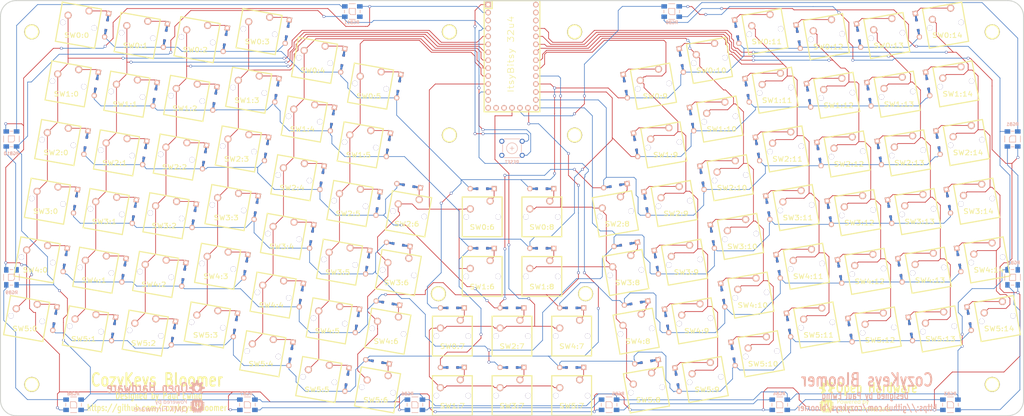
<source format=kicad_pcb>
(kicad_pcb (version 20171130) (host pcbnew 5.0.0+dfsg1-2)
  (title_block (date "16 oct 2014"))
  (layers (0 Front signal) (31 Back signal) (34 B.Paste user) (35 F.Paste user) (36 B.SilkS user) (37 F.SilkS user) (38 B.Mask user) (39 F.Mask user) (44 Edge.Cuts user))
  (net 0 "")
  (net 1 N-row-0)
  (net 2 N-row-1)
  (net 3 N-row-2)
  (net 4 N-row-3)
  (net 5 N-row-4)
  (net 6 N-row-5)
  (net 7 N-col-0)
  (net 8 N-col-1)
  (net 9 N-col-2)
  (net 10 N-col-3)
  (net 11 N-col-4)
  (net 12 N-col-5)
  (net 13 N-col-6)
  (net 14 N-col-7)
  (net 15 N-col-8)
  (net 16 N-col-9)
  (net 17 N-col-10)
  (net 18 N-col-11)
  (net 19 N-col-12)
  (net 20 N-col-13)
  (net 21 N-col-14)
  (net 22 N-diode-0-0)
  (net 23 N-diode-0-1)
  (net 24 N-diode-0-2)
  (net 25 N-diode-0-3)
  (net 26 N-diode-0-4)
  (net 27 N-diode-0-5)
  (net 28 N-diode-0-6)
  (net 29 N-diode-0-7)
  (net 30 N-diode-0-8)
  (net 31 N-diode-0-9)
  (net 32 N-diode-0-10)
  (net 33 N-diode-0-11)
  (net 34 N-diode-0-12)
  (net 35 N-diode-0-13)
  (net 36 N-diode-0-14)
  (net 37 N-diode-1-0)
  (net 38 N-diode-1-1)
  (net 39 N-diode-1-2)
  (net 40 N-diode-1-3)
  (net 41 N-diode-1-4)
  (net 42 N-diode-1-5)
  (net 43 N-diode-1-6)
  (net 44 N-diode-1-7)
  (net 45 N-diode-1-8)
  (net 46 N-diode-1-9)
  (net 47 N-diode-1-10)
  (net 48 N-diode-1-11)
  (net 49 N-diode-1-12)
  (net 50 N-diode-1-13)
  (net 51 N-diode-1-14)
  (net 52 N-diode-2-0)
  (net 53 N-diode-2-1)
  (net 54 N-diode-2-2)
  (net 55 N-diode-2-3)
  (net 56 N-diode-2-4)
  (net 57 N-diode-2-5)
  (net 58 N-diode-2-6)
  (net 59 N-diode-2-7)
  (net 60 N-diode-2-8)
  (net 61 N-diode-2-9)
  (net 62 N-diode-2-10)
  (net 63 N-diode-2-11)
  (net 64 N-diode-2-12)
  (net 65 N-diode-2-13)
  (net 66 N-diode-2-14)
  (net 67 N-diode-3-0)
  (net 68 N-diode-3-1)
  (net 69 N-diode-3-2)
  (net 70 N-diode-3-3)
  (net 71 N-diode-3-4)
  (net 72 N-diode-3-5)
  (net 73 N-diode-3-6)
  (net 74 N-diode-3-7)
  (net 75 N-diode-3-8)
  (net 76 N-diode-3-9)
  (net 77 N-diode-3-10)
  (net 78 N-diode-3-11)
  (net 79 N-diode-3-12)
  (net 80 N-diode-3-13)
  (net 81 N-diode-3-14)
  (net 82 N-diode-4-0)
  (net 83 N-diode-4-1)
  (net 84 N-diode-4-2)
  (net 85 N-diode-4-3)
  (net 86 N-diode-4-4)
  (net 87 N-diode-4-5)
  (net 88 N-diode-4-6)
  (net 89 N-diode-4-7)
  (net 90 N-diode-4-8)
  (net 91 N-diode-4-9)
  (net 92 N-diode-4-10)
  (net 93 N-diode-4-11)
  (net 94 N-diode-4-12)
  (net 95 N-diode-4-13)
  (net 96 N-diode-4-14)
  (net 97 N-diode-5-0)
  (net 98 N-diode-5-1)
  (net 99 N-diode-5-2)
  (net 100 N-diode-5-3)
  (net 101 N-diode-5-4)
  (net 102 N-diode-5-5)
  (net 103 N-diode-5-6)
  (net 104 N-diode-5-7)
  (net 105 N-diode-5-8)
  (net 106 N-diode-5-9)
  (net 107 N-diode-5-10)
  (net 108 N-diode-5-11)
  (net 109 N-diode-5-12)
  (net 110 N-diode-5-13)
  (net 111 N-diode-5-14)
  (net 112 GND)
  (net 113 5V)
  (net 114 N-RGB-D0)
  (net 115 N-RGB-D1)
  (net 116 N-RGB-D2)
  (net 117 N-RGB-D3)
  (net 118 N-RGB-D4)
  (net 119 N-RGB-D5)
  (net 120 N-RGB-D6)
  (net 121 N-RGB-D7)
  (net 122 N-RGB-D8)
  (net 123 N-RGB-D9)
  (net 124 N-RGB-D10)
  (net 125 N-RGB-D11)
  (net 126 RST)
  (module MX_SWITCH (layer Front) (at 94.225 27.682 350)
    (fp_text reference SW0:3 (at 0 3.302) (layer F.SilkS) (effects (font (size 1.524 1.778) (thickness 0.254))))
    (fp_text value "" (at 0 0 350) (layer F.SilkS) (effects (font (size 1.27 1.27))))
    (pad 0 np_thru_hole circle (at 0 0) (size 3.9878 3.9878) (drill 3.9878) (layers *.Cu))
    (pad 0 thru_hole circle (at -5.08 0) (size 1.7018 1.7018) (drill 1.7018) (layers *.Cu))
    (pad 0 thru_hole circle (at 5.08 0) (size 1.7018 1.7018) (drill 1.7018) (layers *.Cu))
    (pad 1 thru_hole circle (at 2.54 -5.08) (size 2.286 2.286) (drill 1.4986) (layers *.Cu *.SilkS *.Mask) (net 25 N-diode-0-3))
    (pad 2 thru_hole circle (at -3.81 -2.54) (size 2.286 2.286) (drill 1.4986) (layers *.Cu *.SilkS *.Mask) (net 10 N-col-3))
  )
  (module ItsyBitsy (layer Front) (at 175 35.56 270)
    (fp_text reference "ItsyBitsy 32u4" (at -0.635 0.375 270) (layer F.SilkS) (effects (font (size 1.905 2.286) (thickness 0.2032))))
    (fp_text value ItsyBitsy hide)
    (pad 1 thru_hole rect (at -16.51 7.62) (size 1.7526 1.7526) (drill 1.0922) (layers *.Cu *.SilkS *.Mask) (net 126 RST))
    (pad 2 thru_hole circle (at -13.97 7.62) (size 1.7526 1.7526) (drill 1.0922) (layers *.Cu *.SilkS *.Mask) (net 113 5V))
    (pad 3 thru_hole circle (at -11.43 7.62) (size 1.7526 1.7526) (drill 1.0922) (layers *.Cu *.SilkS *.Mask))
    (pad 4 thru_hole circle (at -8.89 7.62) (size 1.7526 1.7526) (drill 1.0922) (layers *.Cu *.SilkS *.Mask) (net 112 GND))
    (pad 5 thru_hole circle (at -6.35 7.62) (size 1.7526 1.7526) (drill 1.0922) (layers *.Cu *.SilkS *.Mask) (net 7 N-col-0))
    (pad 6 thru_hole circle (at -3.81 7.62) (size 1.7526 1.7526) (drill 1.0922) (layers *.Cu *.SilkS *.Mask) (net 8 N-col-1))
    (pad 7 thru_hole circle (at -1.27 7.62) (size 1.7526 1.7526) (drill 1.0922) (layers *.Cu *.SilkS *.Mask) (net 9 N-col-2))
    (pad 8 thru_hole circle (at 1.27 7.62) (size 1.7526 1.7526) (drill 1.0922) (layers *.Cu *.SilkS *.Mask) (net 10 N-col-3))
    (pad 9 thru_hole circle (at 3.81 7.62) (size 1.7526 1.7526) (drill 1.0922) (layers *.Cu *.SilkS *.Mask) (net 11 N-col-4))
    (pad 10 thru_hole circle (at 6.35 7.62) (size 1.7526 1.7526) (drill 1.0922) (layers *.Cu *.SilkS *.Mask) (net 12 N-col-5))
    (pad 11 thru_hole circle (at 8.89 7.62) (size 1.7526 1.7526) (drill 1.0922) (layers *.Cu *.SilkS *.Mask) (net 13 N-col-6))
    (pad 12 thru_hole circle (at 11.43 7.62) (size 1.7526 1.7526) (drill 1.0922) (layers *.Cu *.SilkS *.Mask) (net 6 N-row-5))
    (pad 13 thru_hole circle (at 13.97 7.62) (size 1.7526 1.7526) (drill 1.0922) (layers *.Cu *.SilkS *.Mask))
    (pad 14 thru_hole circle (at 16.51 7.62) (size 1.7526 1.7526) (drill 1.0922) (layers *.Cu *.SilkS *.Mask))
    (pad 15 thru_hole circle (at 16.51 5.08 270) (size 1.7526 1.7526) (drill 1.0922) (layers *.Cu *.SilkS *.Mask))
    (pad 16 thru_hole circle (at 16.51 2.54 270) (size 1.7526 1.7526) (drill 1.0922) (layers *.Cu *.SilkS *.Mask))
    (pad 17 thru_hole circle (at 16.51 0 270) (size 1.7526 1.7526) (drill 1.0922) (layers *.Cu *.SilkS *.Mask) (net 14 N-col-7))
    (pad 18 thru_hole circle (at 16.51 -2.54 270) (size 1.7526 1.7526) (drill 1.0922) (layers *.Cu *.SilkS *.Mask) (net 114 N-RGB-D0))
    (pad 19 thru_hole circle (at 16.51 -5.08 270) (size 1.7526 1.7526) (drill 1.0922) (layers *.Cu *.SilkS *.Mask) (net 5 N-row-4))
    (pad 20 thru_hole circle (at 16.51 -7.62) (size 1.7526 1.7526) (drill 1.0922) (layers *.Cu *.SilkS *.Mask) (net 4 N-row-3))
    (pad 21 thru_hole circle (at 13.97 -7.62) (size 1.7526 1.7526) (drill 1.0922) (layers *.Cu *.SilkS *.Mask) (net 3 N-row-2))
    (pad 22 thru_hole circle (at 11.43 -7.62) (size 1.7526 1.7526) (drill 1.0922) (layers *.Cu *.SilkS *.Mask) (net 2 N-row-1))
    (pad 23 thru_hole circle (at 8.89 -7.62) (size 1.7526 1.7526) (drill 1.0922) (layers *.Cu *.SilkS *.Mask) (net 1 N-row-0))
    (pad 24 thru_hole circle (at 6.35 -7.62) (size 1.7526 1.7526) (drill 1.0922) (layers *.Cu *.SilkS *.Mask) (net 15 N-col-8))
    (pad 25 thru_hole circle (at 3.81 -7.62) (size 1.7526 1.7526) (drill 1.0922) (layers *.Cu *.SilkS *.Mask) (net 16 N-col-9))
    (pad 26 thru_hole circle (at 1.27 -7.62) (size 1.7526 1.7526) (drill 1.0922) (layers *.Cu *.SilkS *.Mask) (net 17 N-col-10))
    (pad 27 thru_hole circle (at -1.27 -7.62) (size 1.7526 1.7526) (drill 1.0922) (layers *.Cu *.SilkS *.Mask) (net 18 N-col-11))
    (pad 28 thru_hole circle (at -3.81 -7.62) (size 1.7526 1.7526) (drill 1.0922) (layers *.Cu *.SilkS *.Mask) (net 19 N-col-12))
    (pad 29 thru_hole circle (at -6.35 -7.62) (size 1.7526 1.7526) (drill 1.0922) (layers *.Cu *.SilkS *.Mask) (net 20 N-col-13))
    (pad 30 thru_hole circle (at -8.89 -7.62) (size 1.7526 1.7526) (drill 1.0922) (layers *.Cu *.SilkS *.Mask) (net 21 N-col-14))
    (pad 31 thru_hole circle (at -11.43 -7.62) (size 1.7526 1.7526) (drill 1.0922) (layers *.Cu *.SilkS *.Mask))
    (pad 32 thru_hole circle (at -13.97 -7.62) (size 1.7526 1.7526) (drill 1.0922) (layers *.Cu *.SilkS *.Mask))
    (pad 33 thru_hole circle (at -16.51 -7.62) (size 1.7526 1.7526) (drill 1.0922) (layers *.Cu *.SilkS *.Mask))
  )
  (module MX_SWITCH (layer Front) (at 36.554 25.636 350)
    (fp_text reference SW0:0 (at 0 3.302) (layer F.SilkS) (effects (font (size 1.524 1.778) (thickness 0.254))))
    (fp_text value "" (at 0 0 350) (layer F.SilkS) (effects (font (size 1.27 1.27))))
    (pad 0 np_thru_hole circle (at 0 0) (size 3.9878 3.9878) (drill 3.9878) (layers *.Cu))
    (pad 0 thru_hole circle (at -5.08 0) (size 1.7018 1.7018) (drill 1.7018) (layers *.Cu))
    (pad 0 thru_hole circle (at 5.08 0) (size 1.7018 1.7018) (drill 1.7018) (layers *.Cu))
    (pad 1 thru_hole circle (at 2.54 -5.08) (size 2.286 2.286) (drill 1.4986) (layers *.Cu *.SilkS *.Mask) (net 22 N-diode-0-0))
    (pad 2 thru_hole circle (at -3.81 -2.54) (size 2.286 2.286) (drill 1.4986) (layers *.Cu *.SilkS *.Mask) (net 7 N-col-0))
  )
  (module DIODE (layer Front) (at 45.554 25.636 80)
    (fp_text reference D0:0 hide)
    (fp_text value "" (at 0 0 80) (layer F.SilkS) (effects (font (size 1.27 1.27))))
    (fp_line (start -3.81 0) (end -1.6637 0) (layer Back) (width 0.6096))
    (fp_line (start 1.6637 0) (end 3.81 0) (layer Back) (width 0.6096))
    (fp_line (start -3.81 0) (end -1.6637 0) (layer Front) (width 0.6096))
    (fp_line (start 1.6637 0) (end 3.81 0) (layer Front) (width 0.6096))
    (pad 1 thru_hole circle (at -3.810003 0 180) (size 1.651 1.651) (drill 0.9906) (layers *.Cu *.SilkS *.Mask) (net 1 N-row-0))
    (pad 2 thru_hole rect (at 3.810003 0 350) (size 1.651 1.651) (drill 0.9906) (layers *.Cu *.SilkS *.Mask) (net 22 N-diode-0-0))
    (pad 99 smd rect (at -1.6637 0.000002 350) (size 0.8382 0.8382) (layers Front F.Paste F.Mask))
    (pad 99 smd rect (at -1.6637 0.000002 350) (size 0.8382 0.8382) (layers Back B.Paste B.Mask))
    (pad 99 smd rect (at 1.6637 -0.000002 350) (size 0.8382 0.8382) (layers Front F.Paste F.Mask))
    (pad 99 smd rect (at 1.6637 -0.000002 350) (size 0.8382 0.8382) (layers Back B.Paste B.Mask))
  )
  (module MX_SWITCH (layer Front) (at 55.314 28.944 350)
    (fp_text reference SW0:1 (at 0 3.302) (layer F.SilkS) (effects (font (size 1.524 1.778) (thickness 0.254))))
    (fp_text value "" (at 0 0 350) (layer F.SilkS) (effects (font (size 1.27 1.27))))
    (pad 0 np_thru_hole circle (at 0 0) (size 3.9878 3.9878) (drill 3.9878) (layers *.Cu))
    (pad 0 thru_hole circle (at -5.08 0) (size 1.7018 1.7018) (drill 1.7018) (layers *.Cu))
    (pad 0 thru_hole circle (at 5.08 0) (size 1.7018 1.7018) (drill 1.7018) (layers *.Cu))
    (pad 1 thru_hole circle (at 2.54 -5.08) (size 2.286 2.286) (drill 1.4986) (layers *.Cu *.SilkS *.Mask) (net 23 N-diode-0-1))
    (pad 2 thru_hole circle (at -3.81 -2.54) (size 2.286 2.286) (drill 1.4986) (layers *.Cu *.SilkS *.Mask) (net 8 N-col-1))
  )
  (module DIODE (layer Front) (at 64.314 28.944 80)
    (fp_text reference D0:1 hide)
    (fp_text value "" (at 0 0 80) (layer F.SilkS) (effects (font (size 1.27 1.27))))
    (fp_line (start -3.81 0) (end -1.6637 0) (layer Back) (width 0.6096))
    (fp_line (start 1.6637 0) (end 3.81 0) (layer Back) (width 0.6096))
    (fp_line (start -3.81 0) (end -1.6637 0) (layer Front) (width 0.6096))
    (fp_line (start 1.6637 0) (end 3.81 0) (layer Front) (width 0.6096))
    (pad 1 thru_hole circle (at -3.810003 0 180) (size 1.651 1.651) (drill 0.9906) (layers *.Cu *.SilkS *.Mask) (net 1 N-row-0))
    (pad 2 thru_hole rect (at 3.810003 0 350) (size 1.651 1.651) (drill 0.9906) (layers *.Cu *.SilkS *.Mask) (net 23 N-diode-0-1))
    (pad 99 smd rect (at -1.6637 0.000002 350) (size 0.8382 0.8382) (layers Front F.Paste F.Mask))
    (pad 99 smd rect (at -1.6637 0.000002 350) (size 0.8382 0.8382) (layers Back B.Paste B.Mask))
    (pad 99 smd rect (at 1.6637 -0.000002 350) (size 0.8382 0.8382) (layers Front F.Paste F.Mask))
    (pad 99 smd rect (at 1.6637 -0.000002 350) (size 0.8382 0.8382) (layers Back B.Paste B.Mask))
  )
  (module MX_SWITCH (layer Front) (at 74.422 30.282 350)
    (fp_text reference SW0:2 (at 0 3.302) (layer F.SilkS) (effects (font (size 1.524 1.778) (thickness 0.254))))
    (fp_text value "" (at 0 0 350) (layer F.SilkS) (effects (font (size 1.27 1.27))))
    (pad 0 np_thru_hole circle (at 0 0) (size 3.9878 3.9878) (drill 3.9878) (layers *.Cu))
    (pad 0 thru_hole circle (at -5.08 0) (size 1.7018 1.7018) (drill 1.7018) (layers *.Cu))
    (pad 0 thru_hole circle (at 5.08 0) (size 1.7018 1.7018) (drill 1.7018) (layers *.Cu))
    (pad 1 thru_hole circle (at 2.54 -5.08) (size 2.286 2.286) (drill 1.4986) (layers *.Cu *.SilkS *.Mask) (net 24 N-diode-0-2))
    (pad 2 thru_hole circle (at -3.81 -2.54) (size 2.286 2.286) (drill 1.4986) (layers *.Cu *.SilkS *.Mask) (net 9 N-col-2))
  )
  (module DIODE (layer Front) (at 83.422 30.282 80)
    (fp_text reference D0:2 hide)
    (fp_text value "" (at 0 0 80) (layer F.SilkS) (effects (font (size 1.27 1.27))))
    (fp_line (start -3.81 0) (end -1.6637 0) (layer Back) (width 0.6096))
    (fp_line (start 1.6637 0) (end 3.81 0) (layer Back) (width 0.6096))
    (fp_line (start -3.81 0) (end -1.6637 0) (layer Front) (width 0.6096))
    (fp_line (start 1.6637 0) (end 3.81 0) (layer Front) (width 0.6096))
    (pad 1 thru_hole circle (at -3.810003 0 180) (size 1.651 1.651) (drill 0.9906) (layers *.Cu *.SilkS *.Mask) (net 1 N-row-0))
    (pad 2 thru_hole rect (at 3.810003 0 350) (size 1.651 1.651) (drill 0.9906) (layers *.Cu *.SilkS *.Mask) (net 24 N-diode-0-2))
    (pad 99 smd rect (at -1.6637 0.000002 350) (size 0.8382 0.8382) (layers Front F.Paste F.Mask))
    (pad 99 smd rect (at -1.6637 0.000002 350) (size 0.8382 0.8382) (layers Back B.Paste B.Mask))
    (pad 99 smd rect (at 1.6637 -0.000002 350) (size 0.8382 0.8382) (layers Front F.Paste F.Mask))
    (pad 99 smd rect (at 1.6637 -0.000002 350) (size 0.8382 0.8382) (layers Back B.Paste B.Mask))
  )
  (module DIODE (layer Front) (at 103.225 27.682 80)
    (fp_text reference D0:3 hide)
    (fp_text value "" (at 0 0 80) (layer F.SilkS) (effects (font (size 1.27 1.27))))
    (fp_line (start -3.81 0) (end -1.6637 0) (layer Back) (width 0.6096))
    (fp_line (start 1.6637 0) (end 3.81 0) (layer Back) (width 0.6096))
    (fp_line (start -3.81 0) (end -1.6637 0) (layer Front) (width 0.6096))
    (fp_line (start 1.6637 0) (end 3.81 0) (layer Front) (width 0.6096))
    (pad 1 thru_hole circle (at -3.810003 0 180) (size 1.651 1.651) (drill 0.9906) (layers *.Cu *.SilkS *.Mask) (net 1 N-row-0))
    (pad 2 thru_hole rect (at 3.810003 0 350) (size 1.651 1.651) (drill 0.9906) (layers *.Cu *.SilkS *.Mask) (net 25 N-diode-0-3))
    (pad 99 smd rect (at -1.6637 0.000002 350) (size 0.8382 0.8382) (layers Front F.Paste F.Mask))
    (pad 99 smd rect (at -1.6637 0.000002 350) (size 0.8382 0.8382) (layers Back B.Paste B.Mask))
    (pad 99 smd rect (at 1.6637 -0.000002 350) (size 0.8382 0.8382) (layers Front F.Paste F.Mask))
    (pad 99 smd rect (at 1.6637 -0.000002 350) (size 0.8382 0.8382) (layers Back B.Paste B.Mask))
  )
  (module MX_SWITCH (layer Front) (at 111.943 36.898 350)
    (fp_text reference SW0:4 (at 0 3.302) (layer F.SilkS) (effects (font (size 1.524 1.778) (thickness 0.254))))
    (fp_text value "" (at 0 0 350) (layer F.SilkS) (effects (font (size 1.27 1.27))))
    (pad 0 np_thru_hole circle (at 0 0) (size 3.9878 3.9878) (drill 3.9878) (layers *.Cu))
    (pad 0 thru_hole circle (at -5.08 0) (size 1.7018 1.7018) (drill 1.7018) (layers *.Cu))
    (pad 0 thru_hole circle (at 5.08 0) (size 1.7018 1.7018) (drill 1.7018) (layers *.Cu))
    (pad 1 thru_hole circle (at 2.54 -5.08) (size 2.286 2.286) (drill 1.4986) (layers *.Cu *.SilkS *.Mask) (net 26 N-diode-0-4))
    (pad 2 thru_hole circle (at -3.81 -2.54) (size 2.286 2.286) (drill 1.4986) (layers *.Cu *.SilkS *.Mask) (net 11 N-col-4))
  )
  (module DIODE (layer Front) (at 120.943 36.898 80)
    (fp_text reference D0:4 hide)
    (fp_text value "" (at 0 0 80) (layer F.SilkS) (effects (font (size 1.27 1.27))))
    (fp_line (start -3.81 0) (end -1.6637 0) (layer Back) (width 0.6096))
    (fp_line (start 1.6637 0) (end 3.81 0) (layer Back) (width 0.6096))
    (fp_line (start -3.81 0) (end -1.6637 0) (layer Front) (width 0.6096))
    (fp_line (start 1.6637 0) (end 3.81 0) (layer Front) (width 0.6096))
    (pad 1 thru_hole circle (at -3.810003 0 180) (size 1.651 1.651) (drill 0.9906) (layers *.Cu *.SilkS *.Mask) (net 1 N-row-0))
    (pad 2 thru_hole rect (at 3.810003 0 350) (size 1.651 1.651) (drill 0.9906) (layers *.Cu *.SilkS *.Mask) (net 26 N-diode-0-4))
    (pad 99 smd rect (at -1.6637 0.000002 350) (size 0.8382 0.8382) (layers Front F.Paste F.Mask))
    (pad 99 smd rect (at -1.6637 0.000002 350) (size 0.8382 0.8382) (layers Back B.Paste B.Mask))
    (pad 99 smd rect (at 1.6637 -0.000002 350) (size 0.8382 0.8382) (layers Front F.Paste F.Mask))
    (pad 99 smd rect (at 1.6637 -0.000002 350) (size 0.8382 0.8382) (layers Back B.Paste B.Mask))
  )
  (module MX_SWITCH (layer Front) (at 129.836 45.13 350)
    (fp_text reference SW0:5 (at 0 3.302) (layer F.SilkS) (effects (font (size 1.524 1.778) (thickness 0.254))))
    (fp_text value "" (at 0 0 350) (layer F.SilkS) (effects (font (size 1.27 1.27))))
    (pad 0 np_thru_hole circle (at 0 0) (size 3.9878 3.9878) (drill 3.9878) (layers *.Cu))
    (pad 0 thru_hole circle (at -5.08 0) (size 1.7018 1.7018) (drill 1.7018) (layers *.Cu))
    (pad 0 thru_hole circle (at 5.08 0) (size 1.7018 1.7018) (drill 1.7018) (layers *.Cu))
    (pad 1 thru_hole circle (at 2.54 -5.08) (size 2.286 2.286) (drill 1.4986) (layers *.Cu *.SilkS *.Mask) (net 27 N-diode-0-5))
    (pad 2 thru_hole circle (at -3.81 -2.54) (size 2.286 2.286) (drill 1.4986) (layers *.Cu *.SilkS *.Mask) (net 12 N-col-5))
  )
  (module DIODE (layer Front) (at 138.836 45.13 80)
    (fp_text reference D0:5 hide)
    (fp_text value "" (at 0 0 80) (layer F.SilkS) (effects (font (size 1.27 1.27))))
    (fp_line (start -3.81 0) (end -1.6637 0) (layer Back) (width 0.6096))
    (fp_line (start 1.6637 0) (end 3.81 0) (layer Back) (width 0.6096))
    (fp_line (start -3.81 0) (end -1.6637 0) (layer Front) (width 0.6096))
    (fp_line (start 1.6637 0) (end 3.81 0) (layer Front) (width 0.6096))
    (pad 1 thru_hole circle (at -3.810003 0 180) (size 1.651 1.651) (drill 0.9906) (layers *.Cu *.SilkS *.Mask) (net 1 N-row-0))
    (pad 2 thru_hole rect (at 3.810003 0 350) (size 1.651 1.651) (drill 0.9906) (layers *.Cu *.SilkS *.Mask) (net 27 N-diode-0-5))
    (pad 99 smd rect (at -1.6637 0.000002 350) (size 0.8382 0.8382) (layers Front F.Paste F.Mask))
    (pad 99 smd rect (at -1.6637 0.000002 350) (size 0.8382 0.8382) (layers Back B.Paste B.Mask))
    (pad 99 smd rect (at 1.6637 -0.000002 350) (size 0.8382 0.8382) (layers Front F.Paste F.Mask))
    (pad 99 smd rect (at 1.6637 -0.000002 350) (size 0.8382 0.8382) (layers Back B.Paste B.Mask))
  )
  (module MX_SWITCH (layer Front) (at 165.475 86.924)
    (fp_text reference SW0:6 (at 0 3.302) (layer F.SilkS) (effects (font (size 1.524 1.778) (thickness 0.254))))
    (fp_text value "" (at 0 0) (layer F.SilkS) (effects (font (size 1.27 1.27))))
    (pad 0 np_thru_hole circle (at 0 0) (size 3.9878 3.9878) (drill 3.9878) (layers *.Cu))
    (pad 0 thru_hole circle (at -5.08 0) (size 1.7018 1.7018) (drill 1.7018) (layers *.Cu))
    (pad 0 thru_hole circle (at 5.08 0) (size 1.7018 1.7018) (drill 1.7018) (layers *.Cu))
    (pad 1 thru_hole circle (at 2.54 -5.08) (size 2.286 2.286) (drill 1.4986) (layers *.Cu *.SilkS *.Mask) (net 28 N-diode-0-6))
    (pad 2 thru_hole circle (at -3.81 -2.54) (size 2.286 2.286) (drill 1.4986) (layers *.Cu *.SilkS *.Mask) (net 13 N-col-6))
  )
  (module DIODE (layer Front) (at 165.475 77.924)
    (fp_text reference D0:6 hide)
    (fp_text value "" (at 0 0) (layer F.SilkS) (effects (font (size 1.27 1.27))))
    (fp_line (start -3.81 0) (end -1.6637 0) (layer Back) (width 0.6096))
    (fp_line (start 1.6637 0) (end 3.81 0) (layer Back) (width 0.6096))
    (fp_line (start -3.81 0) (end -1.6637 0) (layer Front) (width 0.6096))
    (fp_line (start 1.6637 0) (end 3.81 0) (layer Front) (width 0.6096))
    (pad 1 thru_hole circle (at -3.81 0 180) (size 1.651 1.651) (drill 0.9906) (layers *.Cu *.SilkS *.Mask) (net 1 N-row-0))
    (pad 2 thru_hole rect (at 3.81 0) (size 1.651 1.651) (drill 0.9906) (layers *.Cu *.SilkS *.Mask) (net 28 N-diode-0-6))
    (pad 99 smd rect (at -1.6637 0) (size 0.8382 0.8382) (layers Front F.Paste F.Mask))
    (pad 99 smd rect (at -1.6637 0) (size 0.8382 0.8382) (layers Back B.Paste B.Mask))
    (pad 99 smd rect (at 1.6637 0) (size 0.8382 0.8382) (layers Front F.Paste F.Mask))
    (pad 99 smd rect (at 1.6637 0) (size 0.8382 0.8382) (layers Back B.Paste B.Mask))
  )
  (module MX_SWITCH (layer Front) (at 155.95 125.025)
    (fp_text reference SW0:7 (at 0 3.302) (layer F.SilkS) (effects (font (size 1.524 1.778) (thickness 0.254))))
    (fp_text value "" (at 0 0) (layer F.SilkS) (effects (font (size 1.27 1.27))))
    (pad 0 np_thru_hole circle (at 0 0) (size 3.9878 3.9878) (drill 3.9878) (layers *.Cu))
    (pad 0 thru_hole circle (at -5.08 0) (size 1.7018 1.7018) (drill 1.7018) (layers *.Cu))
    (pad 0 thru_hole circle (at 5.08 0) (size 1.7018 1.7018) (drill 1.7018) (layers *.Cu))
    (pad 1 thru_hole circle (at 2.54 -5.08) (size 2.286 2.286) (drill 1.4986) (layers *.Cu *.SilkS *.Mask) (net 29 N-diode-0-7))
    (pad 2 thru_hole circle (at -3.81 -2.54) (size 2.286 2.286) (drill 1.4986) (layers *.Cu *.SilkS *.Mask) (net 14 N-col-7))
  )
  (module DIODE (layer Front) (at 155.95 116.025)
    (fp_text reference D0:7 hide)
    (fp_text value "" (at 0 0) (layer F.SilkS) (effects (font (size 1.27 1.27))))
    (fp_line (start -3.81 0) (end -1.6637 0) (layer Back) (width 0.6096))
    (fp_line (start 1.6637 0) (end 3.81 0) (layer Back) (width 0.6096))
    (fp_line (start -3.81 0) (end -1.6637 0) (layer Front) (width 0.6096))
    (fp_line (start 1.6637 0) (end 3.81 0) (layer Front) (width 0.6096))
    (pad 1 thru_hole circle (at -3.81 0 180) (size 1.651 1.651) (drill 0.9906) (layers *.Cu *.SilkS *.Mask) (net 1 N-row-0))
    (pad 2 thru_hole rect (at 3.81 0) (size 1.651 1.651) (drill 0.9906) (layers *.Cu *.SilkS *.Mask) (net 29 N-diode-0-7))
    (pad 99 smd rect (at -1.6637 0) (size 0.8382 0.8382) (layers Front F.Paste F.Mask))
    (pad 99 smd rect (at -1.6637 0) (size 0.8382 0.8382) (layers Back B.Paste B.Mask))
    (pad 99 smd rect (at 1.6637 0) (size 0.8382 0.8382) (layers Front F.Paste F.Mask))
    (pad 99 smd rect (at 1.6637 0) (size 0.8382 0.8382) (layers Back B.Paste B.Mask))
  )
  (module MX_SWITCH (layer Front) (at 184.525 86.924)
    (fp_text reference SW0:8 (at 0 3.302) (layer F.SilkS) (effects (font (size 1.524 1.778) (thickness 0.254))))
    (fp_text value "" (at 0 0) (layer F.SilkS) (effects (font (size 1.27 1.27))))
    (pad 0 np_thru_hole circle (at 0 0) (size 3.9878 3.9878) (drill 3.9878) (layers *.Cu))
    (pad 0 thru_hole circle (at -5.08 0) (size 1.7018 1.7018) (drill 1.7018) (layers *.Cu))
    (pad 0 thru_hole circle (at 5.08 0) (size 1.7018 1.7018) (drill 1.7018) (layers *.Cu))
    (pad 1 thru_hole circle (at 2.54 -5.08) (size 2.286 2.286) (drill 1.4986) (layers *.Cu *.SilkS *.Mask) (net 30 N-diode-0-8))
    (pad 2 thru_hole circle (at -3.81 -2.54) (size 2.286 2.286) (drill 1.4986) (layers *.Cu *.SilkS *.Mask) (net 15 N-col-8))
  )
  (module DIODE (layer Front) (at 184.525 77.924)
    (fp_text reference D0:8 hide)
    (fp_text value "" (at 0 0) (layer F.SilkS) (effects (font (size 1.27 1.27))))
    (fp_line (start -3.81 0) (end -1.6637 0) (layer Back) (width 0.6096))
    (fp_line (start 1.6637 0) (end 3.81 0) (layer Back) (width 0.6096))
    (fp_line (start -3.81 0) (end -1.6637 0) (layer Front) (width 0.6096))
    (fp_line (start 1.6637 0) (end 3.81 0) (layer Front) (width 0.6096))
    (pad 1 thru_hole circle (at -3.81 0 180) (size 1.651 1.651) (drill 0.9906) (layers *.Cu *.SilkS *.Mask) (net 1 N-row-0))
    (pad 2 thru_hole rect (at 3.81 0) (size 1.651 1.651) (drill 0.9906) (layers *.Cu *.SilkS *.Mask) (net 30 N-diode-0-8))
    (pad 99 smd rect (at -1.6637 0) (size 0.8382 0.8382) (layers Front F.Paste F.Mask))
    (pad 99 smd rect (at -1.6637 0) (size 0.8382 0.8382) (layers Back B.Paste B.Mask))
    (pad 99 smd rect (at 1.6637 0) (size 0.8382 0.8382) (layers Front F.Paste F.Mask))
    (pad 99 smd rect (at 1.6637 0) (size 0.8382 0.8382) (layers Back B.Paste B.Mask))
  )
  (module MX_SWITCH (layer Front) (at 220.163 45.13 10)
    (fp_text reference SW0:9 (at 0 3.302) (layer F.SilkS) (effects (font (size 1.524 1.778) (thickness 0.254))))
    (fp_text value "" (at 0 0 10) (layer F.SilkS) (effects (font (size 1.27 1.27))))
    (pad 0 np_thru_hole circle (at 0 0) (size 3.9878 3.9878) (drill 3.9878) (layers *.Cu))
    (pad 0 thru_hole circle (at -5.08 0) (size 1.7018 1.7018) (drill 1.7018) (layers *.Cu))
    (pad 0 thru_hole circle (at 5.08 0) (size 1.7018 1.7018) (drill 1.7018) (layers *.Cu))
    (pad 1 thru_hole circle (at 2.54 -5.08) (size 2.286 2.286) (drill 1.4986) (layers *.Cu *.SilkS *.Mask) (net 31 N-diode-0-9))
    (pad 2 thru_hole circle (at -3.81 -2.54) (size 2.286 2.286) (drill 1.4986) (layers *.Cu *.SilkS *.Mask) (net 16 N-col-9))
  )
  (module DIODE (layer Front) (at 211.163 45.13 100)
    (fp_text reference D0:9 hide)
    (fp_text value "" (at 0 0 100) (layer F.SilkS) (effects (font (size 1.27 1.27))))
    (fp_line (start -3.81 0) (end -1.6637 0) (layer Back) (width 0.6096))
    (fp_line (start 1.6637 0) (end 3.81 0) (layer Back) (width 0.6096))
    (fp_line (start -3.81 0) (end -1.6637 0) (layer Front) (width 0.6096))
    (fp_line (start 1.6637 0) (end 3.81 0) (layer Front) (width 0.6096))
    (pad 1 thru_hole circle (at -3.810003 0 180) (size 1.651 1.651) (drill 0.9906) (layers *.Cu *.SilkS *.Mask) (net 1 N-row-0))
    (pad 2 thru_hole rect (at 3.810003 0 10) (size 1.651 1.651) (drill 0.9906) (layers *.Cu *.SilkS *.Mask) (net 31 N-diode-0-9))
    (pad 99 smd rect (at -1.6637 -0.000002 10) (size 0.8382 0.8382) (layers Front F.Paste F.Mask))
    (pad 99 smd rect (at -1.6637 -0.000002 10) (size 0.8382 0.8382) (layers Back B.Paste B.Mask))
    (pad 99 smd rect (at 1.6637 0.000002 10) (size 0.8382 0.8382) (layers Front F.Paste F.Mask))
    (pad 99 smd rect (at 1.6637 0.000002 10) (size 0.8382 0.8382) (layers Back B.Paste B.Mask))
  )
  (module MX_SWITCH (layer Front) (at 238.056 36.898 10)
    (fp_text reference SW0:10 (at 0 3.302) (layer F.SilkS) (effects (font (size 1.524 1.778) (thickness 0.254))))
    (fp_text value "" (at 0 0 10) (layer F.SilkS) (effects (font (size 1.27 1.27))))
    (pad 0 np_thru_hole circle (at 0 0) (size 3.9878 3.9878) (drill 3.9878) (layers *.Cu))
    (pad 0 thru_hole circle (at -5.08 0) (size 1.7018 1.7018) (drill 1.7018) (layers *.Cu))
    (pad 0 thru_hole circle (at 5.08 0) (size 1.7018 1.7018) (drill 1.7018) (layers *.Cu))
    (pad 1 thru_hole circle (at 2.54 -5.08) (size 2.286 2.286) (drill 1.4986) (layers *.Cu *.SilkS *.Mask) (net 32 N-diode-0-10))
    (pad 2 thru_hole circle (at -3.81 -2.54) (size 2.286 2.286) (drill 1.4986) (layers *.Cu *.SilkS *.Mask) (net 17 N-col-10))
  )
  (module DIODE (layer Front) (at 229.056 36.898 100)
    (fp_text reference D0:10 hide)
    (fp_text value "" (at 0 0 100) (layer F.SilkS) (effects (font (size 1.27 1.27))))
    (fp_line (start -3.81 0) (end -1.6637 0) (layer Back) (width 0.6096))
    (fp_line (start 1.6637 0) (end 3.81 0) (layer Back) (width 0.6096))
    (fp_line (start -3.81 0) (end -1.6637 0) (layer Front) (width 0.6096))
    (fp_line (start 1.6637 0) (end 3.81 0) (layer Front) (width 0.6096))
    (pad 1 thru_hole circle (at -3.810003 0 180) (size 1.651 1.651) (drill 0.9906) (layers *.Cu *.SilkS *.Mask) (net 1 N-row-0))
    (pad 2 thru_hole rect (at 3.810003 0 10) (size 1.651 1.651) (drill 0.9906) (layers *.Cu *.SilkS *.Mask) (net 32 N-diode-0-10))
    (pad 99 smd rect (at -1.6637 -0.000002 10) (size 0.8382 0.8382) (layers Front F.Paste F.Mask))
    (pad 99 smd rect (at -1.6637 -0.000002 10) (size 0.8382 0.8382) (layers Back B.Paste B.Mask))
    (pad 99 smd rect (at 1.6637 0.000002 10) (size 0.8382 0.8382) (layers Front F.Paste F.Mask))
    (pad 99 smd rect (at 1.6637 0.000002 10) (size 0.8382 0.8382) (layers Back B.Paste B.Mask))
  )
  (module MX_SWITCH (layer Front) (at 255.774 27.682 10)
    (fp_text reference SW0:11 (at 0 3.302) (layer F.SilkS) (effects (font (size 1.524 1.778) (thickness 0.254))))
    (fp_text value "" (at 0 0 10) (layer F.SilkS) (effects (font (size 1.27 1.27))))
    (pad 0 np_thru_hole circle (at 0 0) (size 3.9878 3.9878) (drill 3.9878) (layers *.Cu))
    (pad 0 thru_hole circle (at -5.08 0) (size 1.7018 1.7018) (drill 1.7018) (layers *.Cu))
    (pad 0 thru_hole circle (at 5.08 0) (size 1.7018 1.7018) (drill 1.7018) (layers *.Cu))
    (pad 1 thru_hole circle (at 2.54 -5.08) (size 2.286 2.286) (drill 1.4986) (layers *.Cu *.SilkS *.Mask) (net 33 N-diode-0-11))
    (pad 2 thru_hole circle (at -3.81 -2.54) (size 2.286 2.286) (drill 1.4986) (layers *.Cu *.SilkS *.Mask) (net 18 N-col-11))
  )
  (module DIODE (layer Front) (at 246.774 27.682 100)
    (fp_text reference D0:11 hide)
    (fp_text value "" (at 0 0 100) (layer F.SilkS) (effects (font (size 1.27 1.27))))
    (fp_line (start -3.81 0) (end -1.6637 0) (layer Back) (width 0.6096))
    (fp_line (start 1.6637 0) (end 3.81 0) (layer Back) (width 0.6096))
    (fp_line (start -3.81 0) (end -1.6637 0) (layer Front) (width 0.6096))
    (fp_line (start 1.6637 0) (end 3.81 0) (layer Front) (width 0.6096))
    (pad 1 thru_hole circle (at -3.810003 0 180) (size 1.651 1.651) (drill 0.9906) (layers *.Cu *.SilkS *.Mask) (net 1 N-row-0))
    (pad 2 thru_hole rect (at 3.810003 0 10) (size 1.651 1.651) (drill 0.9906) (layers *.Cu *.SilkS *.Mask) (net 33 N-diode-0-11))
    (pad 99 smd rect (at -1.6637 -0.000002 10) (size 0.8382 0.8382) (layers Front F.Paste F.Mask))
    (pad 99 smd rect (at -1.6637 -0.000002 10) (size 0.8382 0.8382) (layers Back B.Paste B.Mask))
    (pad 99 smd rect (at 1.6637 0.000002 10) (size 0.8382 0.8382) (layers Front F.Paste F.Mask))
    (pad 99 smd rect (at 1.6637 0.000002 10) (size 0.8382 0.8382) (layers Back B.Paste B.Mask))
  )
  (module MX_SWITCH (layer Front) (at 275.403 29.298 10)
    (fp_text reference SW0:12 (at 0 3.302) (layer F.SilkS) (effects (font (size 1.524 1.778) (thickness 0.254))))
    (fp_text value "" (at 0 0 10) (layer F.SilkS) (effects (font (size 1.27 1.27))))
    (pad 0 np_thru_hole circle (at 0 0) (size 3.9878 3.9878) (drill 3.9878) (layers *.Cu))
    (pad 0 thru_hole circle (at -5.08 0) (size 1.7018 1.7018) (drill 1.7018) (layers *.Cu))
    (pad 0 thru_hole circle (at 5.08 0) (size 1.7018 1.7018) (drill 1.7018) (layers *.Cu))
    (pad 1 thru_hole circle (at 2.54 -5.08) (size 2.286 2.286) (drill 1.4986) (layers *.Cu *.SilkS *.Mask) (net 34 N-diode-0-12))
    (pad 2 thru_hole circle (at -3.81 -2.54) (size 2.286 2.286) (drill 1.4986) (layers *.Cu *.SilkS *.Mask) (net 19 N-col-12))
  )
  (module DIODE (layer Front) (at 266.403 29.298 100)
    (fp_text reference D0:12 hide)
    (fp_text value "" (at 0 0 100) (layer F.SilkS) (effects (font (size 1.27 1.27))))
    (fp_line (start -3.81 0) (end -1.6637 0) (layer Back) (width 0.6096))
    (fp_line (start 1.6637 0) (end 3.81 0) (layer Back) (width 0.6096))
    (fp_line (start -3.81 0) (end -1.6637 0) (layer Front) (width 0.6096))
    (fp_line (start 1.6637 0) (end 3.81 0) (layer Front) (width 0.6096))
    (pad 1 thru_hole circle (at -3.810003 0 180) (size 1.651 1.651) (drill 0.9906) (layers *.Cu *.SilkS *.Mask) (net 1 N-row-0))
    (pad 2 thru_hole rect (at 3.810003 0 10) (size 1.651 1.651) (drill 0.9906) (layers *.Cu *.SilkS *.Mask) (net 34 N-diode-0-12))
    (pad 99 smd rect (at -1.6637 -0.000002 10) (size 0.8382 0.8382) (layers Front F.Paste F.Mask))
    (pad 99 smd rect (at -1.6637 -0.000002 10) (size 0.8382 0.8382) (layers Back B.Paste B.Mask))
    (pad 99 smd rect (at 1.6637 0.000002 10) (size 0.8382 0.8382) (layers Front F.Paste F.Mask))
    (pad 99 smd rect (at 1.6637 0.000002 10) (size 0.8382 0.8382) (layers Back B.Paste B.Mask))
  )
  (module MX_SWITCH (layer Front) (at 294.685 28.944 10)
    (fp_text reference SW0:13 (at 0 3.302) (layer F.SilkS) (effects (font (size 1.524 1.778) (thickness 0.254))))
    (fp_text value "" (at 0 0 10) (layer F.SilkS) (effects (font (size 1.27 1.27))))
    (pad 0 np_thru_hole circle (at 0 0) (size 3.9878 3.9878) (drill 3.9878) (layers *.Cu))
    (pad 0 thru_hole circle (at -5.08 0) (size 1.7018 1.7018) (drill 1.7018) (layers *.Cu))
    (pad 0 thru_hole circle (at 5.08 0) (size 1.7018 1.7018) (drill 1.7018) (layers *.Cu))
    (pad 1 thru_hole circle (at 2.54 -5.08) (size 2.286 2.286) (drill 1.4986) (layers *.Cu *.SilkS *.Mask) (net 35 N-diode-0-13))
    (pad 2 thru_hole circle (at -3.81 -2.54) (size 2.286 2.286) (drill 1.4986) (layers *.Cu *.SilkS *.Mask) (net 20 N-col-13))
  )
  (module DIODE (layer Front) (at 285.685 28.944 100)
    (fp_text reference D0:13 hide)
    (fp_text value "" (at 0 0 100) (layer F.SilkS) (effects (font (size 1.27 1.27))))
    (fp_line (start -3.81 0) (end -1.6637 0) (layer Back) (width 0.6096))
    (fp_line (start 1.6637 0) (end 3.81 0) (layer Back) (width 0.6096))
    (fp_line (start -3.81 0) (end -1.6637 0) (layer Front) (width 0.6096))
    (fp_line (start 1.6637 0) (end 3.81 0) (layer Front) (width 0.6096))
    (pad 1 thru_hole circle (at -3.810003 0 180) (size 1.651 1.651) (drill 0.9906) (layers *.Cu *.SilkS *.Mask) (net 1 N-row-0))
    (pad 2 thru_hole rect (at 3.810003 0 10) (size 1.651 1.651) (drill 0.9906) (layers *.Cu *.SilkS *.Mask) (net 35 N-diode-0-13))
    (pad 99 smd rect (at -1.6637 -0.000002 10) (size 0.8382 0.8382) (layers Front F.Paste F.Mask))
    (pad 99 smd rect (at -1.6637 -0.000002 10) (size 0.8382 0.8382) (layers Back B.Paste B.Mask))
    (pad 99 smd rect (at 1.6637 0.000002 10) (size 0.8382 0.8382) (layers Front F.Paste F.Mask))
    (pad 99 smd rect (at 1.6637 0.000002 10) (size 0.8382 0.8382) (layers Back B.Paste B.Mask))
  )
  (module MX_SWITCH (layer Front) (at 313.445 25.636 10)
    (fp_text reference SW0:14 (at 0 3.302) (layer F.SilkS) (effects (font (size 1.524 1.778) (thickness 0.254))))
    (fp_text value "" (at 0 0 10) (layer F.SilkS) (effects (font (size 1.27 1.27))))
    (pad 0 np_thru_hole circle (at 0 0) (size 3.9878 3.9878) (drill 3.9878) (layers *.Cu))
    (pad 0 thru_hole circle (at -5.08 0) (size 1.7018 1.7018) (drill 1.7018) (layers *.Cu))
    (pad 0 thru_hole circle (at 5.08 0) (size 1.7018 1.7018) (drill 1.7018) (layers *.Cu))
    (pad 1 thru_hole circle (at 2.54 -5.08) (size 2.286 2.286) (drill 1.4986) (layers *.Cu *.SilkS *.Mask) (net 36 N-diode-0-14))
    (pad 2 thru_hole circle (at -3.81 -2.54) (size 2.286 2.286) (drill 1.4986) (layers *.Cu *.SilkS *.Mask) (net 21 N-col-14))
  )
  (module DIODE (layer Front) (at 304.445 25.636 100)
    (fp_text reference D0:14 hide)
    (fp_text value "" (at 0 0 100) (layer F.SilkS) (effects (font (size 1.27 1.27))))
    (fp_line (start -3.81 0) (end -1.6637 0) (layer Back) (width 0.6096))
    (fp_line (start 1.6637 0) (end 3.81 0) (layer Back) (width 0.6096))
    (fp_line (start -3.81 0) (end -1.6637 0) (layer Front) (width 0.6096))
    (fp_line (start 1.6637 0) (end 3.81 0) (layer Front) (width 0.6096))
    (pad 1 thru_hole circle (at -3.810003 0 180) (size 1.651 1.651) (drill 0.9906) (layers *.Cu *.SilkS *.Mask) (net 1 N-row-0))
    (pad 2 thru_hole rect (at 3.810003 0 10) (size 1.651 1.651) (drill 0.9906) (layers *.Cu *.SilkS *.Mask) (net 36 N-diode-0-14))
    (pad 99 smd rect (at -1.6637 -0.000002 10) (size 0.8382 0.8382) (layers Front F.Paste F.Mask))
    (pad 99 smd rect (at -1.6637 -0.000002 10) (size 0.8382 0.8382) (layers Back B.Paste B.Mask))
    (pad 99 smd rect (at 1.6637 0.000002 10) (size 0.8382 0.8382) (layers Front F.Paste F.Mask))
    (pad 99 smd rect (at 1.6637 0.000002 10) (size 0.8382 0.8382) (layers Back B.Paste B.Mask))
  )
  (module MX_SWITCH (layer Front) (at 33.246 44.397 350)
    (fp_text reference SW1:0 (at 0 3.302) (layer F.SilkS) (effects (font (size 1.524 1.778) (thickness 0.254))))
    (fp_text value "" (at 0 0 350) (layer F.SilkS) (effects (font (size 1.27 1.27))))
    (pad 0 np_thru_hole circle (at 0 0) (size 3.9878 3.9878) (drill 3.9878) (layers *.Cu))
    (pad 0 thru_hole circle (at -5.08 0) (size 1.7018 1.7018) (drill 1.7018) (layers *.Cu))
    (pad 0 thru_hole circle (at 5.08 0) (size 1.7018 1.7018) (drill 1.7018) (layers *.Cu))
    (pad 1 thru_hole circle (at 2.54 -5.08) (size 2.286 2.286) (drill 1.4986) (layers *.Cu *.SilkS *.Mask) (net 37 N-diode-1-0))
    (pad 2 thru_hole circle (at -3.81 -2.54) (size 2.286 2.286) (drill 1.4986) (layers *.Cu *.SilkS *.Mask) (net 7 N-col-0))
  )
  (module DIODE (layer Front) (at 42.246 44.397 80)
    (fp_text reference D1:0 hide)
    (fp_text value "" (at 0 0 80) (layer F.SilkS) (effects (font (size 1.27 1.27))))
    (fp_line (start -3.81 0) (end -1.6637 0) (layer Back) (width 0.6096))
    (fp_line (start 1.6637 0) (end 3.81 0) (layer Back) (width 0.6096))
    (fp_line (start -3.81 0) (end -1.6637 0) (layer Front) (width 0.6096))
    (fp_line (start 1.6637 0) (end 3.81 0) (layer Front) (width 0.6096))
    (pad 1 thru_hole circle (at -3.810003 0 180) (size 1.651 1.651) (drill 0.9906) (layers *.Cu *.SilkS *.Mask) (net 2 N-row-1))
    (pad 2 thru_hole rect (at 3.810003 0 350) (size 1.651 1.651) (drill 0.9906) (layers *.Cu *.SilkS *.Mask) (net 37 N-diode-1-0))
    (pad 99 smd rect (at -1.6637 0.000002 350) (size 0.8382 0.8382) (layers Front F.Paste F.Mask))
    (pad 99 smd rect (at -1.6637 0.000002 350) (size 0.8382 0.8382) (layers Back B.Paste B.Mask))
    (pad 99 smd rect (at 1.6637 -0.000002 350) (size 0.8382 0.8382) (layers Front F.Paste F.Mask))
    (pad 99 smd rect (at 1.6637 -0.000002 350) (size 0.8382 0.8382) (layers Back B.Paste B.Mask))
  )
  (module MX_SWITCH (layer Front) (at 52.006 47.705 350)
    (fp_text reference SW1:1 (at 0 3.302) (layer F.SilkS) (effects (font (size 1.524 1.778) (thickness 0.254))))
    (fp_text value "" (at 0 0 350) (layer F.SilkS) (effects (font (size 1.27 1.27))))
    (pad 0 np_thru_hole circle (at 0 0) (size 3.9878 3.9878) (drill 3.9878) (layers *.Cu))
    (pad 0 thru_hole circle (at -5.08 0) (size 1.7018 1.7018) (drill 1.7018) (layers *.Cu))
    (pad 0 thru_hole circle (at 5.08 0) (size 1.7018 1.7018) (drill 1.7018) (layers *.Cu))
    (pad 1 thru_hole circle (at 2.54 -5.08) (size 2.286 2.286) (drill 1.4986) (layers *.Cu *.SilkS *.Mask) (net 38 N-diode-1-1))
    (pad 2 thru_hole circle (at -3.81 -2.54) (size 2.286 2.286) (drill 1.4986) (layers *.Cu *.SilkS *.Mask) (net 8 N-col-1))
  )
  (module DIODE (layer Front) (at 61.006 47.705 80)
    (fp_text reference D1:1 hide)
    (fp_text value "" (at 0 0 80) (layer F.SilkS) (effects (font (size 1.27 1.27))))
    (fp_line (start -3.81 0) (end -1.6637 0) (layer Back) (width 0.6096))
    (fp_line (start 1.6637 0) (end 3.81 0) (layer Back) (width 0.6096))
    (fp_line (start -3.81 0) (end -1.6637 0) (layer Front) (width 0.6096))
    (fp_line (start 1.6637 0) (end 3.81 0) (layer Front) (width 0.6096))
    (pad 1 thru_hole circle (at -3.810003 0 180) (size 1.651 1.651) (drill 0.9906) (layers *.Cu *.SilkS *.Mask) (net 2 N-row-1))
    (pad 2 thru_hole rect (at 3.810003 0 350) (size 1.651 1.651) (drill 0.9906) (layers *.Cu *.SilkS *.Mask) (net 38 N-diode-1-1))
    (pad 99 smd rect (at -1.6637 0.000002 350) (size 0.8382 0.8382) (layers Front F.Paste F.Mask))
    (pad 99 smd rect (at -1.6637 0.000002 350) (size 0.8382 0.8382) (layers Back B.Paste B.Mask))
    (pad 99 smd rect (at 1.6637 -0.000002 350) (size 0.8382 0.8382) (layers Front F.Paste F.Mask))
    (pad 99 smd rect (at 1.6637 -0.000002 350) (size 0.8382 0.8382) (layers Back B.Paste B.Mask))
  )
  (module MX_SWITCH (layer Front) (at 71.114 49.043 350)
    (fp_text reference SW1:2 (at 0 3.302) (layer F.SilkS) (effects (font (size 1.524 1.778) (thickness 0.254))))
    (fp_text value "" (at 0 0 350) (layer F.SilkS) (effects (font (size 1.27 1.27))))
    (pad 0 np_thru_hole circle (at 0 0) (size 3.9878 3.9878) (drill 3.9878) (layers *.Cu))
    (pad 0 thru_hole circle (at -5.08 0) (size 1.7018 1.7018) (drill 1.7018) (layers *.Cu))
    (pad 0 thru_hole circle (at 5.08 0) (size 1.7018 1.7018) (drill 1.7018) (layers *.Cu))
    (pad 1 thru_hole circle (at 2.54 -5.08) (size 2.286 2.286) (drill 1.4986) (layers *.Cu *.SilkS *.Mask) (net 39 N-diode-1-2))
    (pad 2 thru_hole circle (at -3.81 -2.54) (size 2.286 2.286) (drill 1.4986) (layers *.Cu *.SilkS *.Mask) (net 9 N-col-2))
  )
  (module DIODE (layer Front) (at 80.114 49.043 80)
    (fp_text reference D1:2 hide)
    (fp_text value "" (at 0 0 80) (layer F.SilkS) (effects (font (size 1.27 1.27))))
    (fp_line (start -3.81 0) (end -1.6637 0) (layer Back) (width 0.6096))
    (fp_line (start 1.6637 0) (end 3.81 0) (layer Back) (width 0.6096))
    (fp_line (start -3.81 0) (end -1.6637 0) (layer Front) (width 0.6096))
    (fp_line (start 1.6637 0) (end 3.81 0) (layer Front) (width 0.6096))
    (pad 1 thru_hole circle (at -3.810003 0 180) (size 1.651 1.651) (drill 0.9906) (layers *.Cu *.SilkS *.Mask) (net 2 N-row-1))
    (pad 2 thru_hole rect (at 3.810003 0 350) (size 1.651 1.651) (drill 0.9906) (layers *.Cu *.SilkS *.Mask) (net 39 N-diode-1-2))
    (pad 99 smd rect (at -1.6637 0.000002 350) (size 0.8382 0.8382) (layers Front F.Paste F.Mask))
    (pad 99 smd rect (at -1.6637 0.000002 350) (size 0.8382 0.8382) (layers Back B.Paste B.Mask))
    (pad 99 smd rect (at 1.6637 -0.000002 350) (size 0.8382 0.8382) (layers Front F.Paste F.Mask))
    (pad 99 smd rect (at 1.6637 -0.000002 350) (size 0.8382 0.8382) (layers Back B.Paste B.Mask))
  )
  (module MX_SWITCH (layer Front) (at 90.917 46.442 350)
    (fp_text reference SW1:3 (at 0 3.302) (layer F.SilkS) (effects (font (size 1.524 1.778) (thickness 0.254))))
    (fp_text value "" (at 0 0 350) (layer F.SilkS) (effects (font (size 1.27 1.27))))
    (pad 0 np_thru_hole circle (at 0 0) (size 3.9878 3.9878) (drill 3.9878) (layers *.Cu))
    (pad 0 thru_hole circle (at -5.08 0) (size 1.7018 1.7018) (drill 1.7018) (layers *.Cu))
    (pad 0 thru_hole circle (at 5.08 0) (size 1.7018 1.7018) (drill 1.7018) (layers *.Cu))
    (pad 1 thru_hole circle (at 2.54 -5.08) (size 2.286 2.286) (drill 1.4986) (layers *.Cu *.SilkS *.Mask) (net 40 N-diode-1-3))
    (pad 2 thru_hole circle (at -3.81 -2.54) (size 2.286 2.286) (drill 1.4986) (layers *.Cu *.SilkS *.Mask) (net 10 N-col-3))
  )
  (module DIODE (layer Front) (at 99.917 46.442 80)
    (fp_text reference D1:3 hide)
    (fp_text value "" (at 0 0 80) (layer F.SilkS) (effects (font (size 1.27 1.27))))
    (fp_line (start -3.81 0) (end -1.6637 0) (layer Back) (width 0.6096))
    (fp_line (start 1.6637 0) (end 3.81 0) (layer Back) (width 0.6096))
    (fp_line (start -3.81 0) (end -1.6637 0) (layer Front) (width 0.6096))
    (fp_line (start 1.6637 0) (end 3.81 0) (layer Front) (width 0.6096))
    (pad 1 thru_hole circle (at -3.810003 0 180) (size 1.651 1.651) (drill 0.9906) (layers *.Cu *.SilkS *.Mask) (net 2 N-row-1))
    (pad 2 thru_hole rect (at 3.810003 0 350) (size 1.651 1.651) (drill 0.9906) (layers *.Cu *.SilkS *.Mask) (net 40 N-diode-1-3))
    (pad 99 smd rect (at -1.6637 0.000002 350) (size 0.8382 0.8382) (layers Front F.Paste F.Mask))
    (pad 99 smd rect (at -1.6637 0.000002 350) (size 0.8382 0.8382) (layers Back B.Paste B.Mask))
    (pad 99 smd rect (at 1.6637 -0.000002 350) (size 0.8382 0.8382) (layers Front F.Paste F.Mask))
    (pad 99 smd rect (at 1.6637 -0.000002 350) (size 0.8382 0.8382) (layers Back B.Paste B.Mask))
  )
  (module MX_SWITCH (layer Front) (at 108.635 55.659 350)
    (fp_text reference SW1:4 (at 0 3.302) (layer F.SilkS) (effects (font (size 1.524 1.778) (thickness 0.254))))
    (fp_text value "" (at 0 0 350) (layer F.SilkS) (effects (font (size 1.27 1.27))))
    (pad 0 np_thru_hole circle (at 0 0) (size 3.9878 3.9878) (drill 3.9878) (layers *.Cu))
    (pad 0 thru_hole circle (at -5.08 0) (size 1.7018 1.7018) (drill 1.7018) (layers *.Cu))
    (pad 0 thru_hole circle (at 5.08 0) (size 1.7018 1.7018) (drill 1.7018) (layers *.Cu))
    (pad 1 thru_hole circle (at 2.54 -5.08) (size 2.286 2.286) (drill 1.4986) (layers *.Cu *.SilkS *.Mask) (net 41 N-diode-1-4))
    (pad 2 thru_hole circle (at -3.81 -2.54) (size 2.286 2.286) (drill 1.4986) (layers *.Cu *.SilkS *.Mask) (net 11 N-col-4))
  )
  (module DIODE (layer Front) (at 117.635 55.659 80)
    (fp_text reference D1:4 hide)
    (fp_text value "" (at 0 0 80) (layer F.SilkS) (effects (font (size 1.27 1.27))))
    (fp_line (start -3.81 0) (end -1.6637 0) (layer Back) (width 0.6096))
    (fp_line (start 1.6637 0) (end 3.81 0) (layer Back) (width 0.6096))
    (fp_line (start -3.81 0) (end -1.6637 0) (layer Front) (width 0.6096))
    (fp_line (start 1.6637 0) (end 3.81 0) (layer Front) (width 0.6096))
    (pad 1 thru_hole circle (at -3.810003 0 180) (size 1.651 1.651) (drill 0.9906) (layers *.Cu *.SilkS *.Mask) (net 2 N-row-1))
    (pad 2 thru_hole rect (at 3.810003 0 350) (size 1.651 1.651) (drill 0.9906) (layers *.Cu *.SilkS *.Mask) (net 41 N-diode-1-4))
    (pad 99 smd rect (at -1.6637 0.000002 350) (size 0.8382 0.8382) (layers Front F.Paste F.Mask))
    (pad 99 smd rect (at -1.6637 0.000002 350) (size 0.8382 0.8382) (layers Back B.Paste B.Mask))
    (pad 99 smd rect (at 1.6637 -0.000002 350) (size 0.8382 0.8382) (layers Front F.Paste F.Mask))
    (pad 99 smd rect (at 1.6637 -0.000002 350) (size 0.8382 0.8382) (layers Back B.Paste B.Mask))
  )
  (module MX_SWITCH (layer Front) (at 126.528 63.891 350)
    (fp_text reference SW1:5 (at 0 3.302) (layer F.SilkS) (effects (font (size 1.524 1.778) (thickness 0.254))))
    (fp_text value "" (at 0 0 350) (layer F.SilkS) (effects (font (size 1.27 1.27))))
    (pad 0 np_thru_hole circle (at 0 0) (size 3.9878 3.9878) (drill 3.9878) (layers *.Cu))
    (pad 0 thru_hole circle (at -5.08 0) (size 1.7018 1.7018) (drill 1.7018) (layers *.Cu))
    (pad 0 thru_hole circle (at 5.08 0) (size 1.7018 1.7018) (drill 1.7018) (layers *.Cu))
    (pad 1 thru_hole circle (at 2.54 -5.08) (size 2.286 2.286) (drill 1.4986) (layers *.Cu *.SilkS *.Mask) (net 42 N-diode-1-5))
    (pad 2 thru_hole circle (at -3.81 -2.54) (size 2.286 2.286) (drill 1.4986) (layers *.Cu *.SilkS *.Mask) (net 12 N-col-5))
  )
  (module DIODE (layer Front) (at 135.528 63.891 80)
    (fp_text reference D1:5 hide)
    (fp_text value "" (at 0 0 80) (layer F.SilkS) (effects (font (size 1.27 1.27))))
    (fp_line (start -3.81 0) (end -1.6637 0) (layer Back) (width 0.6096))
    (fp_line (start 1.6637 0) (end 3.81 0) (layer Back) (width 0.6096))
    (fp_line (start -3.81 0) (end -1.6637 0) (layer Front) (width 0.6096))
    (fp_line (start 1.6637 0) (end 3.81 0) (layer Front) (width 0.6096))
    (pad 1 thru_hole circle (at -3.810003 0 180) (size 1.651 1.651) (drill 0.9906) (layers *.Cu *.SilkS *.Mask) (net 2 N-row-1))
    (pad 2 thru_hole rect (at 3.810003 0 350) (size 1.651 1.651) (drill 0.9906) (layers *.Cu *.SilkS *.Mask) (net 42 N-diode-1-5))
    (pad 99 smd rect (at -1.6637 0.000002 350) (size 0.8382 0.8382) (layers Front F.Paste F.Mask))
    (pad 99 smd rect (at -1.6637 0.000002 350) (size 0.8382 0.8382) (layers Back B.Paste B.Mask))
    (pad 99 smd rect (at 1.6637 -0.000002 350) (size 0.8382 0.8382) (layers Front F.Paste F.Mask))
    (pad 99 smd rect (at 1.6637 -0.000002 350) (size 0.8382 0.8382) (layers Back B.Paste B.Mask))
  )
  (module MX_SWITCH (layer Front) (at 165.475 105.975)
    (fp_text reference SW1:6 (at 0 3.302) (layer F.SilkS) (effects (font (size 1.524 1.778) (thickness 0.254))))
    (fp_text value "" (at 0 0) (layer F.SilkS) (effects (font (size 1.27 1.27))))
    (pad 0 np_thru_hole circle (at 0 0) (size 3.9878 3.9878) (drill 3.9878) (layers *.Cu))
    (pad 0 thru_hole circle (at -5.08 0) (size 1.7018 1.7018) (drill 1.7018) (layers *.Cu))
    (pad 0 thru_hole circle (at 5.08 0) (size 1.7018 1.7018) (drill 1.7018) (layers *.Cu))
    (pad 1 thru_hole circle (at 2.54 -5.08) (size 2.286 2.286) (drill 1.4986) (layers *.Cu *.SilkS *.Mask) (net 43 N-diode-1-6))
    (pad 2 thru_hole circle (at -3.81 -2.54) (size 2.286 2.286) (drill 1.4986) (layers *.Cu *.SilkS *.Mask) (net 13 N-col-6))
  )
  (module DIODE (layer Front) (at 165.475 96.975)
    (fp_text reference D1:6 hide)
    (fp_text value "" (at 0 0) (layer F.SilkS) (effects (font (size 1.27 1.27))))
    (fp_line (start -3.81 0) (end -1.6637 0) (layer Back) (width 0.6096))
    (fp_line (start 1.6637 0) (end 3.81 0) (layer Back) (width 0.6096))
    (fp_line (start -3.81 0) (end -1.6637 0) (layer Front) (width 0.6096))
    (fp_line (start 1.6637 0) (end 3.81 0) (layer Front) (width 0.6096))
    (pad 1 thru_hole circle (at -3.81 0 180) (size 1.651 1.651) (drill 0.9906) (layers *.Cu *.SilkS *.Mask) (net 2 N-row-1))
    (pad 2 thru_hole rect (at 3.81 0) (size 1.651 1.651) (drill 0.9906) (layers *.Cu *.SilkS *.Mask) (net 43 N-diode-1-6))
    (pad 99 smd rect (at -1.6637 0) (size 0.8382 0.8382) (layers Front F.Paste F.Mask))
    (pad 99 smd rect (at -1.6637 0) (size 0.8382 0.8382) (layers Back B.Paste B.Mask))
    (pad 99 smd rect (at 1.6637 0) (size 0.8382 0.8382) (layers Front F.Paste F.Mask))
    (pad 99 smd rect (at 1.6637 0) (size 0.8382 0.8382) (layers Back B.Paste B.Mask))
  )
  (module MX_SWITCH (layer Front) (at 155.95 144.075)
    (fp_text reference SW1:7 (at 0 3.302) (layer F.SilkS) (effects (font (size 1.524 1.778) (thickness 0.254))))
    (fp_text value "" (at 0 0) (layer F.SilkS) (effects (font (size 1.27 1.27))))
    (pad 0 np_thru_hole circle (at 0 0) (size 3.9878 3.9878) (drill 3.9878) (layers *.Cu))
    (pad 0 thru_hole circle (at -5.08 0) (size 1.7018 1.7018) (drill 1.7018) (layers *.Cu))
    (pad 0 thru_hole circle (at 5.08 0) (size 1.7018 1.7018) (drill 1.7018) (layers *.Cu))
    (pad 1 thru_hole circle (at 2.54 -5.08) (size 2.286 2.286) (drill 1.4986) (layers *.Cu *.SilkS *.Mask) (net 44 N-diode-1-7))
    (pad 2 thru_hole circle (at -3.81 -2.54) (size 2.286 2.286) (drill 1.4986) (layers *.Cu *.SilkS *.Mask) (net 14 N-col-7))
  )
  (module DIODE (layer Front) (at 155.95 135.075)
    (fp_text reference D1:7 hide)
    (fp_text value "" (at 0 0) (layer F.SilkS) (effects (font (size 1.27 1.27))))
    (fp_line (start -3.81 0) (end -1.6637 0) (layer Back) (width 0.6096))
    (fp_line (start 1.6637 0) (end 3.81 0) (layer Back) (width 0.6096))
    (fp_line (start -3.81 0) (end -1.6637 0) (layer Front) (width 0.6096))
    (fp_line (start 1.6637 0) (end 3.81 0) (layer Front) (width 0.6096))
    (pad 1 thru_hole circle (at -3.81 0 180) (size 1.651 1.651) (drill 0.9906) (layers *.Cu *.SilkS *.Mask) (net 2 N-row-1))
    (pad 2 thru_hole rect (at 3.81 0) (size 1.651 1.651) (drill 0.9906) (layers *.Cu *.SilkS *.Mask) (net 44 N-diode-1-7))
    (pad 99 smd rect (at -1.6637 0) (size 0.8382 0.8382) (layers Front F.Paste F.Mask))
    (pad 99 smd rect (at -1.6637 0) (size 0.8382 0.8382) (layers Back B.Paste B.Mask))
    (pad 99 smd rect (at 1.6637 0) (size 0.8382 0.8382) (layers Front F.Paste F.Mask))
    (pad 99 smd rect (at 1.6637 0) (size 0.8382 0.8382) (layers Back B.Paste B.Mask))
  )
  (module MX_SWITCH (layer Front) (at 184.525 105.975)
    (fp_text reference SW1:8 (at 0 3.302) (layer F.SilkS) (effects (font (size 1.524 1.778) (thickness 0.254))))
    (fp_text value "" (at 0 0) (layer F.SilkS) (effects (font (size 1.27 1.27))))
    (pad 0 np_thru_hole circle (at 0 0) (size 3.9878 3.9878) (drill 3.9878) (layers *.Cu))
    (pad 0 thru_hole circle (at -5.08 0) (size 1.7018 1.7018) (drill 1.7018) (layers *.Cu))
    (pad 0 thru_hole circle (at 5.08 0) (size 1.7018 1.7018) (drill 1.7018) (layers *.Cu))
    (pad 1 thru_hole circle (at 2.54 -5.08) (size 2.286 2.286) (drill 1.4986) (layers *.Cu *.SilkS *.Mask) (net 45 N-diode-1-8))
    (pad 2 thru_hole circle (at -3.81 -2.54) (size 2.286 2.286) (drill 1.4986) (layers *.Cu *.SilkS *.Mask) (net 15 N-col-8))
  )
  (module DIODE (layer Front) (at 184.525 96.975)
    (fp_text reference D1:8 hide)
    (fp_text value "" (at 0 0) (layer F.SilkS) (effects (font (size 1.27 1.27))))
    (fp_line (start -3.81 0) (end -1.6637 0) (layer Back) (width 0.6096))
    (fp_line (start 1.6637 0) (end 3.81 0) (layer Back) (width 0.6096))
    (fp_line (start -3.81 0) (end -1.6637 0) (layer Front) (width 0.6096))
    (fp_line (start 1.6637 0) (end 3.81 0) (layer Front) (width 0.6096))
    (pad 1 thru_hole circle (at -3.81 0 180) (size 1.651 1.651) (drill 0.9906) (layers *.Cu *.SilkS *.Mask) (net 2 N-row-1))
    (pad 2 thru_hole rect (at 3.81 0) (size 1.651 1.651) (drill 0.9906) (layers *.Cu *.SilkS *.Mask) (net 45 N-diode-1-8))
    (pad 99 smd rect (at -1.6637 0) (size 0.8382 0.8382) (layers Front F.Paste F.Mask))
    (pad 99 smd rect (at -1.6637 0) (size 0.8382 0.8382) (layers Back B.Paste B.Mask))
    (pad 99 smd rect (at 1.6637 0) (size 0.8382 0.8382) (layers Front F.Paste F.Mask))
    (pad 99 smd rect (at 1.6637 0) (size 0.8382 0.8382) (layers Back B.Paste B.Mask))
  )
  (module MX_SWITCH (layer Front) (at 223.471 63.891 10)
    (fp_text reference SW1:9 (at 0 3.302) (layer F.SilkS) (effects (font (size 1.524 1.778) (thickness 0.254))))
    (fp_text value "" (at 0 0 10) (layer F.SilkS) (effects (font (size 1.27 1.27))))
    (pad 0 np_thru_hole circle (at 0 0) (size 3.9878 3.9878) (drill 3.9878) (layers *.Cu))
    (pad 0 thru_hole circle (at -5.08 0) (size 1.7018 1.7018) (drill 1.7018) (layers *.Cu))
    (pad 0 thru_hole circle (at 5.08 0) (size 1.7018 1.7018) (drill 1.7018) (layers *.Cu))
    (pad 1 thru_hole circle (at 2.54 -5.08) (size 2.286 2.286) (drill 1.4986) (layers *.Cu *.SilkS *.Mask) (net 46 N-diode-1-9))
    (pad 2 thru_hole circle (at -3.81 -2.54) (size 2.286 2.286) (drill 1.4986) (layers *.Cu *.SilkS *.Mask) (net 16 N-col-9))
  )
  (module DIODE (layer Front) (at 214.471 63.891 100)
    (fp_text reference D1:9 hide)
    (fp_text value "" (at 0 0 100) (layer F.SilkS) (effects (font (size 1.27 1.27))))
    (fp_line (start -3.81 0) (end -1.6637 0) (layer Back) (width 0.6096))
    (fp_line (start 1.6637 0) (end 3.81 0) (layer Back) (width 0.6096))
    (fp_line (start -3.81 0) (end -1.6637 0) (layer Front) (width 0.6096))
    (fp_line (start 1.6637 0) (end 3.81 0) (layer Front) (width 0.6096))
    (pad 1 thru_hole circle (at -3.810003 0 180) (size 1.651 1.651) (drill 0.9906) (layers *.Cu *.SilkS *.Mask) (net 2 N-row-1))
    (pad 2 thru_hole rect (at 3.810003 0 10) (size 1.651 1.651) (drill 0.9906) (layers *.Cu *.SilkS *.Mask) (net 46 N-diode-1-9))
    (pad 99 smd rect (at -1.6637 -0.000002 10) (size 0.8382 0.8382) (layers Front F.Paste F.Mask))
    (pad 99 smd rect (at -1.6637 -0.000002 10) (size 0.8382 0.8382) (layers Back B.Paste B.Mask))
    (pad 99 smd rect (at 1.6637 0.000002 10) (size 0.8382 0.8382) (layers Front F.Paste F.Mask))
    (pad 99 smd rect (at 1.6637 0.000002 10) (size 0.8382 0.8382) (layers Back B.Paste B.Mask))
  )
  (module MX_SWITCH (layer Front) (at 241.364 55.659 10)
    (fp_text reference SW1:10 (at 0 3.302) (layer F.SilkS) (effects (font (size 1.524 1.778) (thickness 0.254))))
    (fp_text value "" (at 0 0 10) (layer F.SilkS) (effects (font (size 1.27 1.27))))
    (pad 0 np_thru_hole circle (at 0 0) (size 3.9878 3.9878) (drill 3.9878) (layers *.Cu))
    (pad 0 thru_hole circle (at -5.08 0) (size 1.7018 1.7018) (drill 1.7018) (layers *.Cu))
    (pad 0 thru_hole circle (at 5.08 0) (size 1.7018 1.7018) (drill 1.7018) (layers *.Cu))
    (pad 1 thru_hole circle (at 2.54 -5.08) (size 2.286 2.286) (drill 1.4986) (layers *.Cu *.SilkS *.Mask) (net 47 N-diode-1-10))
    (pad 2 thru_hole circle (at -3.81 -2.54) (size 2.286 2.286) (drill 1.4986) (layers *.Cu *.SilkS *.Mask) (net 17 N-col-10))
  )
  (module DIODE (layer Front) (at 232.364 55.659 100)
    (fp_text reference D1:10 hide)
    (fp_text value "" (at 0 0 100) (layer F.SilkS) (effects (font (size 1.27 1.27))))
    (fp_line (start -3.81 0) (end -1.6637 0) (layer Back) (width 0.6096))
    (fp_line (start 1.6637 0) (end 3.81 0) (layer Back) (width 0.6096))
    (fp_line (start -3.81 0) (end -1.6637 0) (layer Front) (width 0.6096))
    (fp_line (start 1.6637 0) (end 3.81 0) (layer Front) (width 0.6096))
    (pad 1 thru_hole circle (at -3.810003 0 180) (size 1.651 1.651) (drill 0.9906) (layers *.Cu *.SilkS *.Mask) (net 2 N-row-1))
    (pad 2 thru_hole rect (at 3.810003 0 10) (size 1.651 1.651) (drill 0.9906) (layers *.Cu *.SilkS *.Mask) (net 47 N-diode-1-10))
    (pad 99 smd rect (at -1.6637 -0.000002 10) (size 0.8382 0.8382) (layers Front F.Paste F.Mask))
    (pad 99 smd rect (at -1.6637 -0.000002 10) (size 0.8382 0.8382) (layers Back B.Paste B.Mask))
    (pad 99 smd rect (at 1.6637 0.000002 10) (size 0.8382 0.8382) (layers Front F.Paste F.Mask))
    (pad 99 smd rect (at 1.6637 0.000002 10) (size 0.8382 0.8382) (layers Back B.Paste B.Mask))
  )
  (module MX_SWITCH (layer Front) (at 259.082 46.442 10)
    (fp_text reference SW1:11 (at 0 3.302) (layer F.SilkS) (effects (font (size 1.524 1.778) (thickness 0.254))))
    (fp_text value "" (at 0 0 10) (layer F.SilkS) (effects (font (size 1.27 1.27))))
    (pad 0 np_thru_hole circle (at 0 0) (size 3.9878 3.9878) (drill 3.9878) (layers *.Cu))
    (pad 0 thru_hole circle (at -5.08 0) (size 1.7018 1.7018) (drill 1.7018) (layers *.Cu))
    (pad 0 thru_hole circle (at 5.08 0) (size 1.7018 1.7018) (drill 1.7018) (layers *.Cu))
    (pad 1 thru_hole circle (at 2.54 -5.08) (size 2.286 2.286) (drill 1.4986) (layers *.Cu *.SilkS *.Mask) (net 48 N-diode-1-11))
    (pad 2 thru_hole circle (at -3.81 -2.54) (size 2.286 2.286) (drill 1.4986) (layers *.Cu *.SilkS *.Mask) (net 18 N-col-11))
  )
  (module DIODE (layer Front) (at 250.082 46.442 100)
    (fp_text reference D1:11 hide)
    (fp_text value "" (at 0 0 100) (layer F.SilkS) (effects (font (size 1.27 1.27))))
    (fp_line (start -3.81 0) (end -1.6637 0) (layer Back) (width 0.6096))
    (fp_line (start 1.6637 0) (end 3.81 0) (layer Back) (width 0.6096))
    (fp_line (start -3.81 0) (end -1.6637 0) (layer Front) (width 0.6096))
    (fp_line (start 1.6637 0) (end 3.81 0) (layer Front) (width 0.6096))
    (pad 1 thru_hole circle (at -3.810003 0 180) (size 1.651 1.651) (drill 0.9906) (layers *.Cu *.SilkS *.Mask) (net 2 N-row-1))
    (pad 2 thru_hole rect (at 3.810003 0 10) (size 1.651 1.651) (drill 0.9906) (layers *.Cu *.SilkS *.Mask) (net 48 N-diode-1-11))
    (pad 99 smd rect (at -1.6637 -0.000002 10) (size 0.8382 0.8382) (layers Front F.Paste F.Mask))
    (pad 99 smd rect (at -1.6637 -0.000002 10) (size 0.8382 0.8382) (layers Back B.Paste B.Mask))
    (pad 99 smd rect (at 1.6637 0.000002 10) (size 0.8382 0.8382) (layers Front F.Paste F.Mask))
    (pad 99 smd rect (at 1.6637 0.000002 10) (size 0.8382 0.8382) (layers Back B.Paste B.Mask))
  )
  (module MX_SWITCH (layer Front) (at 278.711 48.058 10)
    (fp_text reference SW1:12 (at 0 3.302) (layer F.SilkS) (effects (font (size 1.524 1.778) (thickness 0.254))))
    (fp_text value "" (at 0 0 10) (layer F.SilkS) (effects (font (size 1.27 1.27))))
    (pad 0 np_thru_hole circle (at 0 0) (size 3.9878 3.9878) (drill 3.9878) (layers *.Cu))
    (pad 0 thru_hole circle (at -5.08 0) (size 1.7018 1.7018) (drill 1.7018) (layers *.Cu))
    (pad 0 thru_hole circle (at 5.08 0) (size 1.7018 1.7018) (drill 1.7018) (layers *.Cu))
    (pad 1 thru_hole circle (at 2.54 -5.08) (size 2.286 2.286) (drill 1.4986) (layers *.Cu *.SilkS *.Mask) (net 49 N-diode-1-12))
    (pad 2 thru_hole circle (at -3.81 -2.54) (size 2.286 2.286) (drill 1.4986) (layers *.Cu *.SilkS *.Mask) (net 19 N-col-12))
  )
  (module DIODE (layer Front) (at 269.711 48.058 100)
    (fp_text reference D1:12 hide)
    (fp_text value "" (at 0 0 100) (layer F.SilkS) (effects (font (size 1.27 1.27))))
    (fp_line (start -3.81 0) (end -1.6637 0) (layer Back) (width 0.6096))
    (fp_line (start 1.6637 0) (end 3.81 0) (layer Back) (width 0.6096))
    (fp_line (start -3.81 0) (end -1.6637 0) (layer Front) (width 0.6096))
    (fp_line (start 1.6637 0) (end 3.81 0) (layer Front) (width 0.6096))
    (pad 1 thru_hole circle (at -3.810003 0 180) (size 1.651 1.651) (drill 0.9906) (layers *.Cu *.SilkS *.Mask) (net 2 N-row-1))
    (pad 2 thru_hole rect (at 3.810003 0 10) (size 1.651 1.651) (drill 0.9906) (layers *.Cu *.SilkS *.Mask) (net 49 N-diode-1-12))
    (pad 99 smd rect (at -1.6637 -0.000002 10) (size 0.8382 0.8382) (layers Front F.Paste F.Mask))
    (pad 99 smd rect (at -1.6637 -0.000002 10) (size 0.8382 0.8382) (layers Back B.Paste B.Mask))
    (pad 99 smd rect (at 1.6637 0.000002 10) (size 0.8382 0.8382) (layers Front F.Paste F.Mask))
    (pad 99 smd rect (at 1.6637 0.000002 10) (size 0.8382 0.8382) (layers Back B.Paste B.Mask))
  )
  (module MX_SWITCH (layer Front) (at 297.993 47.705 10)
    (fp_text reference SW1:13 (at 0 3.302) (layer F.SilkS) (effects (font (size 1.524 1.778) (thickness 0.254))))
    (fp_text value "" (at 0 0 10) (layer F.SilkS) (effects (font (size 1.27 1.27))))
    (pad 0 np_thru_hole circle (at 0 0) (size 3.9878 3.9878) (drill 3.9878) (layers *.Cu))
    (pad 0 thru_hole circle (at -5.08 0) (size 1.7018 1.7018) (drill 1.7018) (layers *.Cu))
    (pad 0 thru_hole circle (at 5.08 0) (size 1.7018 1.7018) (drill 1.7018) (layers *.Cu))
    (pad 1 thru_hole circle (at 2.54 -5.08) (size 2.286 2.286) (drill 1.4986) (layers *.Cu *.SilkS *.Mask) (net 50 N-diode-1-13))
    (pad 2 thru_hole circle (at -3.81 -2.54) (size 2.286 2.286) (drill 1.4986) (layers *.Cu *.SilkS *.Mask) (net 20 N-col-13))
  )
  (module DIODE (layer Front) (at 288.993 47.705 100)
    (fp_text reference D1:13 hide)
    (fp_text value "" (at 0 0 100) (layer F.SilkS) (effects (font (size 1.27 1.27))))
    (fp_line (start -3.81 0) (end -1.6637 0) (layer Back) (width 0.6096))
    (fp_line (start 1.6637 0) (end 3.81 0) (layer Back) (width 0.6096))
    (fp_line (start -3.81 0) (end -1.6637 0) (layer Front) (width 0.6096))
    (fp_line (start 1.6637 0) (end 3.81 0) (layer Front) (width 0.6096))
    (pad 1 thru_hole circle (at -3.810003 0 180) (size 1.651 1.651) (drill 0.9906) (layers *.Cu *.SilkS *.Mask) (net 2 N-row-1))
    (pad 2 thru_hole rect (at 3.810003 0 10) (size 1.651 1.651) (drill 0.9906) (layers *.Cu *.SilkS *.Mask) (net 50 N-diode-1-13))
    (pad 99 smd rect (at -1.6637 -0.000002 10) (size 0.8382 0.8382) (layers Front F.Paste F.Mask))
    (pad 99 smd rect (at -1.6637 -0.000002 10) (size 0.8382 0.8382) (layers Back B.Paste B.Mask))
    (pad 99 smd rect (at 1.6637 0.000002 10) (size 0.8382 0.8382) (layers Front F.Paste F.Mask))
    (pad 99 smd rect (at 1.6637 0.000002 10) (size 0.8382 0.8382) (layers Back B.Paste B.Mask))
  )
  (module MX_SWITCH (layer Front) (at 316.753 44.397 10)
    (fp_text reference SW1:14 (at 0 3.302) (layer F.SilkS) (effects (font (size 1.524 1.778) (thickness 0.254))))
    (fp_text value "" (at 0 0 10) (layer F.SilkS) (effects (font (size 1.27 1.27))))
    (pad 0 np_thru_hole circle (at 0 0) (size 3.9878 3.9878) (drill 3.9878) (layers *.Cu))
    (pad 0 thru_hole circle (at -5.08 0) (size 1.7018 1.7018) (drill 1.7018) (layers *.Cu))
    (pad 0 thru_hole circle (at 5.08 0) (size 1.7018 1.7018) (drill 1.7018) (layers *.Cu))
    (pad 1 thru_hole circle (at 2.54 -5.08) (size 2.286 2.286) (drill 1.4986) (layers *.Cu *.SilkS *.Mask) (net 51 N-diode-1-14))
    (pad 2 thru_hole circle (at -3.81 -2.54) (size 2.286 2.286) (drill 1.4986) (layers *.Cu *.SilkS *.Mask) (net 21 N-col-14))
  )
  (module DIODE (layer Front) (at 307.753 44.397 100)
    (fp_text reference D1:14 hide)
    (fp_text value "" (at 0 0 100) (layer F.SilkS) (effects (font (size 1.27 1.27))))
    (fp_line (start -3.81 0) (end -1.6637 0) (layer Back) (width 0.6096))
    (fp_line (start 1.6637 0) (end 3.81 0) (layer Back) (width 0.6096))
    (fp_line (start -3.81 0) (end -1.6637 0) (layer Front) (width 0.6096))
    (fp_line (start 1.6637 0) (end 3.81 0) (layer Front) (width 0.6096))
    (pad 1 thru_hole circle (at -3.810003 0 180) (size 1.651 1.651) (drill 0.9906) (layers *.Cu *.SilkS *.Mask) (net 2 N-row-1))
    (pad 2 thru_hole rect (at 3.810003 0 10) (size 1.651 1.651) (drill 0.9906) (layers *.Cu *.SilkS *.Mask) (net 51 N-diode-1-14))
    (pad 99 smd rect (at -1.6637 -0.000002 10) (size 0.8382 0.8382) (layers Front F.Paste F.Mask))
    (pad 99 smd rect (at -1.6637 -0.000002 10) (size 0.8382 0.8382) (layers Back B.Paste B.Mask))
    (pad 99 smd rect (at 1.6637 0.000002 10) (size 0.8382 0.8382) (layers Front F.Paste F.Mask))
    (pad 99 smd rect (at 1.6637 0.000002 10) (size 0.8382 0.8382) (layers Back B.Paste B.Mask))
  )
  (module MX_SWITCH (layer Front) (at 29.938 63.157 350)
    (fp_text reference SW2:0 (at 0 3.302) (layer F.SilkS) (effects (font (size 1.524 1.778) (thickness 0.254))))
    (fp_text value "" (at 0 0 350) (layer F.SilkS) (effects (font (size 1.27 1.27))))
    (pad 0 np_thru_hole circle (at 0 0) (size 3.9878 3.9878) (drill 3.9878) (layers *.Cu))
    (pad 0 thru_hole circle (at -5.08 0) (size 1.7018 1.7018) (drill 1.7018) (layers *.Cu))
    (pad 0 thru_hole circle (at 5.08 0) (size 1.7018 1.7018) (drill 1.7018) (layers *.Cu))
    (pad 1 thru_hole circle (at 2.54 -5.08) (size 2.286 2.286) (drill 1.4986) (layers *.Cu *.SilkS *.Mask) (net 52 N-diode-2-0))
    (pad 2 thru_hole circle (at -3.81 -2.54) (size 2.286 2.286) (drill 1.4986) (layers *.Cu *.SilkS *.Mask) (net 7 N-col-0))
  )
  (module DIODE (layer Front) (at 38.938 63.157 80)
    (fp_text reference D2:0 hide)
    (fp_text value "" (at 0 0 80) (layer F.SilkS) (effects (font (size 1.27 1.27))))
    (fp_line (start -3.81 0) (end -1.6637 0) (layer Back) (width 0.6096))
    (fp_line (start 1.6637 0) (end 3.81 0) (layer Back) (width 0.6096))
    (fp_line (start -3.81 0) (end -1.6637 0) (layer Front) (width 0.6096))
    (fp_line (start 1.6637 0) (end 3.81 0) (layer Front) (width 0.6096))
    (pad 1 thru_hole circle (at -3.810003 0 180) (size 1.651 1.651) (drill 0.9906) (layers *.Cu *.SilkS *.Mask) (net 3 N-row-2))
    (pad 2 thru_hole rect (at 3.810003 0 350) (size 1.651 1.651) (drill 0.9906) (layers *.Cu *.SilkS *.Mask) (net 52 N-diode-2-0))
    (pad 99 smd rect (at -1.6637 0.000002 350) (size 0.8382 0.8382) (layers Front F.Paste F.Mask))
    (pad 99 smd rect (at -1.6637 0.000002 350) (size 0.8382 0.8382) (layers Back B.Paste B.Mask))
    (pad 99 smd rect (at 1.6637 -0.000002 350) (size 0.8382 0.8382) (layers Front F.Paste F.Mask))
    (pad 99 smd rect (at 1.6637 -0.000002 350) (size 0.8382 0.8382) (layers Back B.Paste B.Mask))
  )
  (module MX_SWITCH (layer Front) (at 48.698 66.465 350)
    (fp_text reference SW2:1 (at 0 3.302) (layer F.SilkS) (effects (font (size 1.524 1.778) (thickness 0.254))))
    (fp_text value "" (at 0 0 350) (layer F.SilkS) (effects (font (size 1.27 1.27))))
    (pad 0 np_thru_hole circle (at 0 0) (size 3.9878 3.9878) (drill 3.9878) (layers *.Cu))
    (pad 0 thru_hole circle (at -5.08 0) (size 1.7018 1.7018) (drill 1.7018) (layers *.Cu))
    (pad 0 thru_hole circle (at 5.08 0) (size 1.7018 1.7018) (drill 1.7018) (layers *.Cu))
    (pad 1 thru_hole circle (at 2.54 -5.08) (size 2.286 2.286) (drill 1.4986) (layers *.Cu *.SilkS *.Mask) (net 53 N-diode-2-1))
    (pad 2 thru_hole circle (at -3.81 -2.54) (size 2.286 2.286) (drill 1.4986) (layers *.Cu *.SilkS *.Mask) (net 8 N-col-1))
  )
  (module DIODE (layer Front) (at 57.698 66.465 80)
    (fp_text reference D2:1 hide)
    (fp_text value "" (at 0 0 80) (layer F.SilkS) (effects (font (size 1.27 1.27))))
    (fp_line (start -3.81 0) (end -1.6637 0) (layer Back) (width 0.6096))
    (fp_line (start 1.6637 0) (end 3.81 0) (layer Back) (width 0.6096))
    (fp_line (start -3.81 0) (end -1.6637 0) (layer Front) (width 0.6096))
    (fp_line (start 1.6637 0) (end 3.81 0) (layer Front) (width 0.6096))
    (pad 1 thru_hole circle (at -3.810003 0 180) (size 1.651 1.651) (drill 0.9906) (layers *.Cu *.SilkS *.Mask) (net 3 N-row-2))
    (pad 2 thru_hole rect (at 3.810003 0 350) (size 1.651 1.651) (drill 0.9906) (layers *.Cu *.SilkS *.Mask) (net 53 N-diode-2-1))
    (pad 99 smd rect (at -1.6637 0.000002 350) (size 0.8382 0.8382) (layers Front F.Paste F.Mask))
    (pad 99 smd rect (at -1.6637 0.000002 350) (size 0.8382 0.8382) (layers Back B.Paste B.Mask))
    (pad 99 smd rect (at 1.6637 -0.000002 350) (size 0.8382 0.8382) (layers Front F.Paste F.Mask))
    (pad 99 smd rect (at 1.6637 -0.000002 350) (size 0.8382 0.8382) (layers Back B.Paste B.Mask))
  )
  (module MX_SWITCH (layer Front) (at 67.806 67.804 350)
    (fp_text reference SW2:2 (at 0 3.302) (layer F.SilkS) (effects (font (size 1.524 1.778) (thickness 0.254))))
    (fp_text value "" (at 0 0 350) (layer F.SilkS) (effects (font (size 1.27 1.27))))
    (pad 0 np_thru_hole circle (at 0 0) (size 3.9878 3.9878) (drill 3.9878) (layers *.Cu))
    (pad 0 thru_hole circle (at -5.08 0) (size 1.7018 1.7018) (drill 1.7018) (layers *.Cu))
    (pad 0 thru_hole circle (at 5.08 0) (size 1.7018 1.7018) (drill 1.7018) (layers *.Cu))
    (pad 1 thru_hole circle (at 2.54 -5.08) (size 2.286 2.286) (drill 1.4986) (layers *.Cu *.SilkS *.Mask) (net 54 N-diode-2-2))
    (pad 2 thru_hole circle (at -3.81 -2.54) (size 2.286 2.286) (drill 1.4986) (layers *.Cu *.SilkS *.Mask) (net 9 N-col-2))
  )
  (module DIODE (layer Front) (at 76.806 67.804 80)
    (fp_text reference D2:2 hide)
    (fp_text value "" (at 0 0 80) (layer F.SilkS) (effects (font (size 1.27 1.27))))
    (fp_line (start -3.81 0) (end -1.6637 0) (layer Back) (width 0.6096))
    (fp_line (start 1.6637 0) (end 3.81 0) (layer Back) (width 0.6096))
    (fp_line (start -3.81 0) (end -1.6637 0) (layer Front) (width 0.6096))
    (fp_line (start 1.6637 0) (end 3.81 0) (layer Front) (width 0.6096))
    (pad 1 thru_hole circle (at -3.810003 0 180) (size 1.651 1.651) (drill 0.9906) (layers *.Cu *.SilkS *.Mask) (net 3 N-row-2))
    (pad 2 thru_hole rect (at 3.810003 0 350) (size 1.651 1.651) (drill 0.9906) (layers *.Cu *.SilkS *.Mask) (net 54 N-diode-2-2))
    (pad 99 smd rect (at -1.6637 0.000002 350) (size 0.8382 0.8382) (layers Front F.Paste F.Mask))
    (pad 99 smd rect (at -1.6637 0.000002 350) (size 0.8382 0.8382) (layers Back B.Paste B.Mask))
    (pad 99 smd rect (at 1.6637 -0.000002 350) (size 0.8382 0.8382) (layers Front F.Paste F.Mask))
    (pad 99 smd rect (at 1.6637 -0.000002 350) (size 0.8382 0.8382) (layers Back B.Paste B.Mask))
  )
  (module MX_SWITCH (layer Front) (at 87.609 65.203 350)
    (fp_text reference SW2:3 (at 0 3.302) (layer F.SilkS) (effects (font (size 1.524 1.778) (thickness 0.254))))
    (fp_text value "" (at 0 0 350) (layer F.SilkS) (effects (font (size 1.27 1.27))))
    (pad 0 np_thru_hole circle (at 0 0) (size 3.9878 3.9878) (drill 3.9878) (layers *.Cu))
    (pad 0 thru_hole circle (at -5.08 0) (size 1.7018 1.7018) (drill 1.7018) (layers *.Cu))
    (pad 0 thru_hole circle (at 5.08 0) (size 1.7018 1.7018) (drill 1.7018) (layers *.Cu))
    (pad 1 thru_hole circle (at 2.54 -5.08) (size 2.286 2.286) (drill 1.4986) (layers *.Cu *.SilkS *.Mask) (net 55 N-diode-2-3))
    (pad 2 thru_hole circle (at -3.81 -2.54) (size 2.286 2.286) (drill 1.4986) (layers *.Cu *.SilkS *.Mask) (net 10 N-col-3))
  )
  (module DIODE (layer Front) (at 96.609 65.203 80)
    (fp_text reference D2:3 hide)
    (fp_text value "" (at 0 0 80) (layer F.SilkS) (effects (font (size 1.27 1.27))))
    (fp_line (start -3.81 0) (end -1.6637 0) (layer Back) (width 0.6096))
    (fp_line (start 1.6637 0) (end 3.81 0) (layer Back) (width 0.6096))
    (fp_line (start -3.81 0) (end -1.6637 0) (layer Front) (width 0.6096))
    (fp_line (start 1.6637 0) (end 3.81 0) (layer Front) (width 0.6096))
    (pad 1 thru_hole circle (at -3.810003 0 180) (size 1.651 1.651) (drill 0.9906) (layers *.Cu *.SilkS *.Mask) (net 3 N-row-2))
    (pad 2 thru_hole rect (at 3.810003 0 350) (size 1.651 1.651) (drill 0.9906) (layers *.Cu *.SilkS *.Mask) (net 55 N-diode-2-3))
    (pad 99 smd rect (at -1.6637 0.000002 350) (size 0.8382 0.8382) (layers Front F.Paste F.Mask))
    (pad 99 smd rect (at -1.6637 0.000002 350) (size 0.8382 0.8382) (layers Back B.Paste B.Mask))
    (pad 99 smd rect (at 1.6637 -0.000002 350) (size 0.8382 0.8382) (layers Front F.Paste F.Mask))
    (pad 99 smd rect (at 1.6637 -0.000002 350) (size 0.8382 0.8382) (layers Back B.Paste B.Mask))
  )
  (module MX_SWITCH (layer Front) (at 105.327 74.42 350)
    (fp_text reference SW2:4 (at 0 3.302) (layer F.SilkS) (effects (font (size 1.524 1.778) (thickness 0.254))))
    (fp_text value "" (at 0 0 350) (layer F.SilkS) (effects (font (size 1.27 1.27))))
    (pad 0 np_thru_hole circle (at 0 0) (size 3.9878 3.9878) (drill 3.9878) (layers *.Cu))
    (pad 0 thru_hole circle (at -5.08 0) (size 1.7018 1.7018) (drill 1.7018) (layers *.Cu))
    (pad 0 thru_hole circle (at 5.08 0) (size 1.7018 1.7018) (drill 1.7018) (layers *.Cu))
    (pad 1 thru_hole circle (at 2.54 -5.08) (size 2.286 2.286) (drill 1.4986) (layers *.Cu *.SilkS *.Mask) (net 56 N-diode-2-4))
    (pad 2 thru_hole circle (at -3.81 -2.54) (size 2.286 2.286) (drill 1.4986) (layers *.Cu *.SilkS *.Mask) (net 11 N-col-4))
  )
  (module DIODE (layer Front) (at 114.327 74.42 80)
    (fp_text reference D2:4 hide)
    (fp_text value "" (at 0 0 80) (layer F.SilkS) (effects (font (size 1.27 1.27))))
    (fp_line (start -3.81 0) (end -1.6637 0) (layer Back) (width 0.6096))
    (fp_line (start 1.6637 0) (end 3.81 0) (layer Back) (width 0.6096))
    (fp_line (start -3.81 0) (end -1.6637 0) (layer Front) (width 0.6096))
    (fp_line (start 1.6637 0) (end 3.81 0) (layer Front) (width 0.6096))
    (pad 1 thru_hole circle (at -3.810003 0 180) (size 1.651 1.651) (drill 0.9906) (layers *.Cu *.SilkS *.Mask) (net 3 N-row-2))
    (pad 2 thru_hole rect (at 3.810003 0 350) (size 1.651 1.651) (drill 0.9906) (layers *.Cu *.SilkS *.Mask) (net 56 N-diode-2-4))
    (pad 99 smd rect (at -1.6637 0.000002 350) (size 0.8382 0.8382) (layers Front F.Paste F.Mask))
    (pad 99 smd rect (at -1.6637 0.000002 350) (size 0.8382 0.8382) (layers Back B.Paste B.Mask))
    (pad 99 smd rect (at 1.6637 -0.000002 350) (size 0.8382 0.8382) (layers Front F.Paste F.Mask))
    (pad 99 smd rect (at 1.6637 -0.000002 350) (size 0.8382 0.8382) (layers Back B.Paste B.Mask))
  )
  (module MX_SWITCH (layer Front) (at 123.22 82.652 350)
    (fp_text reference SW2:5 (at 0 3.302) (layer F.SilkS) (effects (font (size 1.524 1.778) (thickness 0.254))))
    (fp_text value "" (at 0 0 350) (layer F.SilkS) (effects (font (size 1.27 1.27))))
    (pad 0 np_thru_hole circle (at 0 0) (size 3.9878 3.9878) (drill 3.9878) (layers *.Cu))
    (pad 0 thru_hole circle (at -5.08 0) (size 1.7018 1.7018) (drill 1.7018) (layers *.Cu))
    (pad 0 thru_hole circle (at 5.08 0) (size 1.7018 1.7018) (drill 1.7018) (layers *.Cu))
    (pad 1 thru_hole circle (at 2.54 -5.08) (size 2.286 2.286) (drill 1.4986) (layers *.Cu *.SilkS *.Mask) (net 57 N-diode-2-5))
    (pad 2 thru_hole circle (at -3.81 -2.54) (size 2.286 2.286) (drill 1.4986) (layers *.Cu *.SilkS *.Mask) (net 12 N-col-5))
  )
  (module DIODE (layer Front) (at 132.22 82.652 80)
    (fp_text reference D2:5 hide)
    (fp_text value "" (at 0 0 80) (layer F.SilkS) (effects (font (size 1.27 1.27))))
    (fp_line (start -3.81 0) (end -1.6637 0) (layer Back) (width 0.6096))
    (fp_line (start 1.6637 0) (end 3.81 0) (layer Back) (width 0.6096))
    (fp_line (start -3.81 0) (end -1.6637 0) (layer Front) (width 0.6096))
    (fp_line (start 1.6637 0) (end 3.81 0) (layer Front) (width 0.6096))
    (pad 1 thru_hole circle (at -3.810003 0 180) (size 1.651 1.651) (drill 0.9906) (layers *.Cu *.SilkS *.Mask) (net 3 N-row-2))
    (pad 2 thru_hole rect (at 3.810003 0 350) (size 1.651 1.651) (drill 0.9906) (layers *.Cu *.SilkS *.Mask) (net 57 N-diode-2-5))
    (pad 99 smd rect (at -1.6637 0.000002 350) (size 0.8382 0.8382) (layers Front F.Paste F.Mask))
    (pad 99 smd rect (at -1.6637 0.000002 350) (size 0.8382 0.8382) (layers Back B.Paste B.Mask))
    (pad 99 smd rect (at 1.6637 -0.000002 350) (size 0.8382 0.8382) (layers Front F.Paste F.Mask))
    (pad 99 smd rect (at 1.6637 -0.000002 350) (size 0.8382 0.8382) (layers Back B.Paste B.Mask))
  )
  (module MX_SWITCH (layer Front) (at 141.98 85.96 350)
    (fp_text reference SW2:6 (at 0 3.302) (layer F.SilkS) (effects (font (size 1.524 1.778) (thickness 0.254))))
    (fp_text value "" (at 0 0 350) (layer F.SilkS) (effects (font (size 1.27 1.27))))
    (pad 0 np_thru_hole circle (at 0 0) (size 3.9878 3.9878) (drill 3.9878) (layers *.Cu))
    (pad 0 thru_hole circle (at -5.08 0) (size 1.7018 1.7018) (drill 1.7018) (layers *.Cu))
    (pad 0 thru_hole circle (at 5.08 0) (size 1.7018 1.7018) (drill 1.7018) (layers *.Cu))
    (pad 1 thru_hole circle (at 2.54 -5.08) (size 2.286 2.286) (drill 1.4986) (layers *.Cu *.SilkS *.Mask) (net 58 N-diode-2-6))
    (pad 2 thru_hole circle (at -3.81 -2.54) (size 2.286 2.286) (drill 1.4986) (layers *.Cu *.SilkS *.Mask) (net 13 N-col-6))
  )
  (module DIODE (layer Front) (at 141.98 76.96 350)
    (fp_text reference D2:6 hide)
    (fp_text value "" (at 0 0 350) (layer F.SilkS) (effects (font (size 1.27 1.27))))
    (fp_line (start -3.81 0) (end -1.6637 0) (layer Back) (width 0.6096))
    (fp_line (start 1.6637 0) (end 3.81 0) (layer Back) (width 0.6096))
    (fp_line (start -3.81 0) (end -1.6637 0) (layer Front) (width 0.6096))
    (fp_line (start 1.6637 0) (end 3.81 0) (layer Front) (width 0.6096))
    (pad 1 thru_hole circle (at -3.810003 0 180) (size 1.651 1.651) (drill 0.9906) (layers *.Cu *.SilkS *.Mask) (net 3 N-row-2))
    (pad 2 thru_hole rect (at 3.810003 0 350) (size 1.651 1.651) (drill 0.9906) (layers *.Cu *.SilkS *.Mask) (net 58 N-diode-2-6))
    (pad 99 smd rect (at -1.6637 0.000002 350) (size 0.8382 0.8382) (layers Front F.Paste F.Mask))
    (pad 99 smd rect (at -1.6637 0.000002 350) (size 0.8382 0.8382) (layers Back B.Paste B.Mask))
    (pad 99 smd rect (at 1.6637 -0.000002 350) (size 0.8382 0.8382) (layers Front F.Paste F.Mask))
    (pad 99 smd rect (at 1.6637 -0.000002 350) (size 0.8382 0.8382) (layers Back B.Paste B.Mask))
  )
  (module MX_SWITCH (layer Front) (at 175 125.025)
    (fp_text reference SW2:7 (at 0 3.302) (layer F.SilkS) (effects (font (size 1.524 1.778) (thickness 0.254))))
    (fp_text value "" (at 0 0) (layer F.SilkS) (effects (font (size 1.27 1.27))))
    (pad 0 np_thru_hole circle (at 0 0) (size 3.9878 3.9878) (drill 3.9878) (layers *.Cu))
    (pad 0 thru_hole circle (at -5.08 0) (size 1.7018 1.7018) (drill 1.7018) (layers *.Cu))
    (pad 0 thru_hole circle (at 5.08 0) (size 1.7018 1.7018) (drill 1.7018) (layers *.Cu))
    (pad 1 thru_hole circle (at 2.54 -5.08) (size 2.286 2.286) (drill 1.4986) (layers *.Cu *.SilkS *.Mask) (net 59 N-diode-2-7))
    (pad 2 thru_hole circle (at -3.81 -2.54) (size 2.286 2.286) (drill 1.4986) (layers *.Cu *.SilkS *.Mask) (net 14 N-col-7))
  )
  (module DIODE (layer Front) (at 175 116.025)
    (fp_text reference D2:7 hide)
    (fp_text value "" (at 0 0) (layer F.SilkS) (effects (font (size 1.27 1.27))))
    (fp_line (start -3.81 0) (end -1.6637 0) (layer Back) (width 0.6096))
    (fp_line (start 1.6637 0) (end 3.81 0) (layer Back) (width 0.6096))
    (fp_line (start -3.81 0) (end -1.6637 0) (layer Front) (width 0.6096))
    (fp_line (start 1.6637 0) (end 3.81 0) (layer Front) (width 0.6096))
    (pad 1 thru_hole circle (at -3.81 0 180) (size 1.651 1.651) (drill 0.9906) (layers *.Cu *.SilkS *.Mask) (net 3 N-row-2))
    (pad 2 thru_hole rect (at 3.81 0) (size 1.651 1.651) (drill 0.9906) (layers *.Cu *.SilkS *.Mask) (net 59 N-diode-2-7))
    (pad 99 smd rect (at -1.6637 0) (size 0.8382 0.8382) (layers Front F.Paste F.Mask))
    (pad 99 smd rect (at -1.6637 0) (size 0.8382 0.8382) (layers Back B.Paste B.Mask))
    (pad 99 smd rect (at 1.6637 0) (size 0.8382 0.8382) (layers Front F.Paste F.Mask))
    (pad 99 smd rect (at 1.6637 0) (size 0.8382 0.8382) (layers Back B.Paste B.Mask))
  )
  (module MX_SWITCH (layer Front) (at 208.019 85.96 10)
    (fp_text reference SW2:8 (at 0 3.302) (layer F.SilkS) (effects (font (size 1.524 1.778) (thickness 0.254))))
    (fp_text value "" (at 0 0 10) (layer F.SilkS) (effects (font (size 1.27 1.27))))
    (pad 0 np_thru_hole circle (at 0 0) (size 3.9878 3.9878) (drill 3.9878) (layers *.Cu))
    (pad 0 thru_hole circle (at -5.08 0) (size 1.7018 1.7018) (drill 1.7018) (layers *.Cu))
    (pad 0 thru_hole circle (at 5.08 0) (size 1.7018 1.7018) (drill 1.7018) (layers *.Cu))
    (pad 1 thru_hole circle (at 2.54 -5.08) (size 2.286 2.286) (drill 1.4986) (layers *.Cu *.SilkS *.Mask) (net 60 N-diode-2-8))
    (pad 2 thru_hole circle (at -3.81 -2.54) (size 2.286 2.286) (drill 1.4986) (layers *.Cu *.SilkS *.Mask) (net 15 N-col-8))
  )
  (module DIODE (layer Front) (at 208.019 76.96 10)
    (fp_text reference D2:8 hide)
    (fp_text value "" (at 0 0 10) (layer F.SilkS) (effects (font (size 1.27 1.27))))
    (fp_line (start -3.81 0) (end -1.6637 0) (layer Back) (width 0.6096))
    (fp_line (start 1.6637 0) (end 3.81 0) (layer Back) (width 0.6096))
    (fp_line (start -3.81 0) (end -1.6637 0) (layer Front) (width 0.6096))
    (fp_line (start 1.6637 0) (end 3.81 0) (layer Front) (width 0.6096))
    (pad 1 thru_hole circle (at -3.810003 0 180) (size 1.651 1.651) (drill 0.9906) (layers *.Cu *.SilkS *.Mask) (net 3 N-row-2))
    (pad 2 thru_hole rect (at 3.810003 0 10) (size 1.651 1.651) (drill 0.9906) (layers *.Cu *.SilkS *.Mask) (net 60 N-diode-2-8))
    (pad 99 smd rect (at -1.6637 -0.000002 10) (size 0.8382 0.8382) (layers Front F.Paste F.Mask))
    (pad 99 smd rect (at -1.6637 -0.000002 10) (size 0.8382 0.8382) (layers Back B.Paste B.Mask))
    (pad 99 smd rect (at 1.6637 0.000002 10) (size 0.8382 0.8382) (layers Front F.Paste F.Mask))
    (pad 99 smd rect (at 1.6637 0.000002 10) (size 0.8382 0.8382) (layers Back B.Paste B.Mask))
  )
  (module MX_SWITCH (layer Front) (at 226.779 82.652 10)
    (fp_text reference SW2:9 (at 0 3.302) (layer F.SilkS) (effects (font (size 1.524 1.778) (thickness 0.254))))
    (fp_text value "" (at 0 0 10) (layer F.SilkS) (effects (font (size 1.27 1.27))))
    (pad 0 np_thru_hole circle (at 0 0) (size 3.9878 3.9878) (drill 3.9878) (layers *.Cu))
    (pad 0 thru_hole circle (at -5.08 0) (size 1.7018 1.7018) (drill 1.7018) (layers *.Cu))
    (pad 0 thru_hole circle (at 5.08 0) (size 1.7018 1.7018) (drill 1.7018) (layers *.Cu))
    (pad 1 thru_hole circle (at 2.54 -5.08) (size 2.286 2.286) (drill 1.4986) (layers *.Cu *.SilkS *.Mask) (net 61 N-diode-2-9))
    (pad 2 thru_hole circle (at -3.81 -2.54) (size 2.286 2.286) (drill 1.4986) (layers *.Cu *.SilkS *.Mask) (net 16 N-col-9))
  )
  (module DIODE (layer Front) (at 217.779 82.652 100)
    (fp_text reference D2:9 hide)
    (fp_text value "" (at 0 0 100) (layer F.SilkS) (effects (font (size 1.27 1.27))))
    (fp_line (start -3.81 0) (end -1.6637 0) (layer Back) (width 0.6096))
    (fp_line (start 1.6637 0) (end 3.81 0) (layer Back) (width 0.6096))
    (fp_line (start -3.81 0) (end -1.6637 0) (layer Front) (width 0.6096))
    (fp_line (start 1.6637 0) (end 3.81 0) (layer Front) (width 0.6096))
    (pad 1 thru_hole circle (at -3.810003 0 180) (size 1.651 1.651) (drill 0.9906) (layers *.Cu *.SilkS *.Mask) (net 3 N-row-2))
    (pad 2 thru_hole rect (at 3.810003 0 10) (size 1.651 1.651) (drill 0.9906) (layers *.Cu *.SilkS *.Mask) (net 61 N-diode-2-9))
    (pad 99 smd rect (at -1.6637 -0.000002 10) (size 0.8382 0.8382) (layers Front F.Paste F.Mask))
    (pad 99 smd rect (at -1.6637 -0.000002 10) (size 0.8382 0.8382) (layers Back B.Paste B.Mask))
    (pad 99 smd rect (at 1.6637 0.000002 10) (size 0.8382 0.8382) (layers Front F.Paste F.Mask))
    (pad 99 smd rect (at 1.6637 0.000002 10) (size 0.8382 0.8382) (layers Back B.Paste B.Mask))
  )
  (module MX_SWITCH (layer Front) (at 244.672 74.42 10)
    (fp_text reference SW2:10 (at 0 3.302) (layer F.SilkS) (effects (font (size 1.524 1.778) (thickness 0.254))))
    (fp_text value "" (at 0 0 10) (layer F.SilkS) (effects (font (size 1.27 1.27))))
    (pad 0 np_thru_hole circle (at 0 0) (size 3.9878 3.9878) (drill 3.9878) (layers *.Cu))
    (pad 0 thru_hole circle (at -5.08 0) (size 1.7018 1.7018) (drill 1.7018) (layers *.Cu))
    (pad 0 thru_hole circle (at 5.08 0) (size 1.7018 1.7018) (drill 1.7018) (layers *.Cu))
    (pad 1 thru_hole circle (at 2.54 -5.08) (size 2.286 2.286) (drill 1.4986) (layers *.Cu *.SilkS *.Mask) (net 62 N-diode-2-10))
    (pad 2 thru_hole circle (at -3.81 -2.54) (size 2.286 2.286) (drill 1.4986) (layers *.Cu *.SilkS *.Mask) (net 17 N-col-10))
  )
  (module DIODE (layer Front) (at 235.672 74.42 100)
    (fp_text reference D2:10 hide)
    (fp_text value "" (at 0 0 100) (layer F.SilkS) (effects (font (size 1.27 1.27))))
    (fp_line (start -3.81 0) (end -1.6637 0) (layer Back) (width 0.6096))
    (fp_line (start 1.6637 0) (end 3.81 0) (layer Back) (width 0.6096))
    (fp_line (start -3.81 0) (end -1.6637 0) (layer Front) (width 0.6096))
    (fp_line (start 1.6637 0) (end 3.81 0) (layer Front) (width 0.6096))
    (pad 1 thru_hole circle (at -3.810003 0 180) (size 1.651 1.651) (drill 0.9906) (layers *.Cu *.SilkS *.Mask) (net 3 N-row-2))
    (pad 2 thru_hole rect (at 3.810003 0 10) (size 1.651 1.651) (drill 0.9906) (layers *.Cu *.SilkS *.Mask) (net 62 N-diode-2-10))
    (pad 99 smd rect (at -1.6637 -0.000002 10) (size 0.8382 0.8382) (layers Front F.Paste F.Mask))
    (pad 99 smd rect (at -1.6637 -0.000002 10) (size 0.8382 0.8382) (layers Back B.Paste B.Mask))
    (pad 99 smd rect (at 1.6637 0.000002 10) (size 0.8382 0.8382) (layers Front F.Paste F.Mask))
    (pad 99 smd rect (at 1.6637 0.000002 10) (size 0.8382 0.8382) (layers Back B.Paste B.Mask))
  )
  (module MX_SWITCH (layer Front) (at 262.39 65.203 10)
    (fp_text reference SW2:11 (at 0 3.302) (layer F.SilkS) (effects (font (size 1.524 1.778) (thickness 0.254))))
    (fp_text value "" (at 0 0 10) (layer F.SilkS) (effects (font (size 1.27 1.27))))
    (pad 0 np_thru_hole circle (at 0 0) (size 3.9878 3.9878) (drill 3.9878) (layers *.Cu))
    (pad 0 thru_hole circle (at -5.08 0) (size 1.7018 1.7018) (drill 1.7018) (layers *.Cu))
    (pad 0 thru_hole circle (at 5.08 0) (size 1.7018 1.7018) (drill 1.7018) (layers *.Cu))
    (pad 1 thru_hole circle (at 2.54 -5.08) (size 2.286 2.286) (drill 1.4986) (layers *.Cu *.SilkS *.Mask) (net 63 N-diode-2-11))
    (pad 2 thru_hole circle (at -3.81 -2.54) (size 2.286 2.286) (drill 1.4986) (layers *.Cu *.SilkS *.Mask) (net 18 N-col-11))
  )
  (module DIODE (layer Front) (at 253.39 65.203 100)
    (fp_text reference D2:11 hide)
    (fp_text value "" (at 0 0 100) (layer F.SilkS) (effects (font (size 1.27 1.27))))
    (fp_line (start -3.81 0) (end -1.6637 0) (layer Back) (width 0.6096))
    (fp_line (start 1.6637 0) (end 3.81 0) (layer Back) (width 0.6096))
    (fp_line (start -3.81 0) (end -1.6637 0) (layer Front) (width 0.6096))
    (fp_line (start 1.6637 0) (end 3.81 0) (layer Front) (width 0.6096))
    (pad 1 thru_hole circle (at -3.810003 0 180) (size 1.651 1.651) (drill 0.9906) (layers *.Cu *.SilkS *.Mask) (net 3 N-row-2))
    (pad 2 thru_hole rect (at 3.810003 0 10) (size 1.651 1.651) (drill 0.9906) (layers *.Cu *.SilkS *.Mask) (net 63 N-diode-2-11))
    (pad 99 smd rect (at -1.6637 -0.000002 10) (size 0.8382 0.8382) (layers Front F.Paste F.Mask))
    (pad 99 smd rect (at -1.6637 -0.000002 10) (size 0.8382 0.8382) (layers Back B.Paste B.Mask))
    (pad 99 smd rect (at 1.6637 0.000002 10) (size 0.8382 0.8382) (layers Front F.Paste F.Mask))
    (pad 99 smd rect (at 1.6637 0.000002 10) (size 0.8382 0.8382) (layers Back B.Paste B.Mask))
  )
  (module MX_SWITCH (layer Front) (at 282.019 66.819 10)
    (fp_text reference SW2:12 (at 0 3.302) (layer F.SilkS) (effects (font (size 1.524 1.778) (thickness 0.254))))
    (fp_text value "" (at 0 0 10) (layer F.SilkS) (effects (font (size 1.27 1.27))))
    (pad 0 np_thru_hole circle (at 0 0) (size 3.9878 3.9878) (drill 3.9878) (layers *.Cu))
    (pad 0 thru_hole circle (at -5.08 0) (size 1.7018 1.7018) (drill 1.7018) (layers *.Cu))
    (pad 0 thru_hole circle (at 5.08 0) (size 1.7018 1.7018) (drill 1.7018) (layers *.Cu))
    (pad 1 thru_hole circle (at 2.54 -5.08) (size 2.286 2.286) (drill 1.4986) (layers *.Cu *.SilkS *.Mask) (net 64 N-diode-2-12))
    (pad 2 thru_hole circle (at -3.81 -2.54) (size 2.286 2.286) (drill 1.4986) (layers *.Cu *.SilkS *.Mask) (net 19 N-col-12))
  )
  (module DIODE (layer Front) (at 273.019 66.819 100)
    (fp_text reference D2:12 hide)
    (fp_text value "" (at 0 0 100) (layer F.SilkS) (effects (font (size 1.27 1.27))))
    (fp_line (start -3.81 0) (end -1.6637 0) (layer Back) (width 0.6096))
    (fp_line (start 1.6637 0) (end 3.81 0) (layer Back) (width 0.6096))
    (fp_line (start -3.81 0) (end -1.6637 0) (layer Front) (width 0.6096))
    (fp_line (start 1.6637 0) (end 3.81 0) (layer Front) (width 0.6096))
    (pad 1 thru_hole circle (at -3.810003 0 180) (size 1.651 1.651) (drill 0.9906) (layers *.Cu *.SilkS *.Mask) (net 3 N-row-2))
    (pad 2 thru_hole rect (at 3.810003 0 10) (size 1.651 1.651) (drill 0.9906) (layers *.Cu *.SilkS *.Mask) (net 64 N-diode-2-12))
    (pad 99 smd rect (at -1.6637 -0.000002 10) (size 0.8382 0.8382) (layers Front F.Paste F.Mask))
    (pad 99 smd rect (at -1.6637 -0.000002 10) (size 0.8382 0.8382) (layers Back B.Paste B.Mask))
    (pad 99 smd rect (at 1.6637 0.000002 10) (size 0.8382 0.8382) (layers Front F.Paste F.Mask))
    (pad 99 smd rect (at 1.6637 0.000002 10) (size 0.8382 0.8382) (layers Back B.Paste B.Mask))
  )
  (module MX_SWITCH (layer Front) (at 301.301 66.465 10)
    (fp_text reference SW2:13 (at 0 3.302) (layer F.SilkS) (effects (font (size 1.524 1.778) (thickness 0.254))))
    (fp_text value "" (at 0 0 10) (layer F.SilkS) (effects (font (size 1.27 1.27))))
    (pad 0 np_thru_hole circle (at 0 0) (size 3.9878 3.9878) (drill 3.9878) (layers *.Cu))
    (pad 0 thru_hole circle (at -5.08 0) (size 1.7018 1.7018) (drill 1.7018) (layers *.Cu))
    (pad 0 thru_hole circle (at 5.08 0) (size 1.7018 1.7018) (drill 1.7018) (layers *.Cu))
    (pad 1 thru_hole circle (at 2.54 -5.08) (size 2.286 2.286) (drill 1.4986) (layers *.Cu *.SilkS *.Mask) (net 65 N-diode-2-13))
    (pad 2 thru_hole circle (at -3.81 -2.54) (size 2.286 2.286) (drill 1.4986) (layers *.Cu *.SilkS *.Mask) (net 20 N-col-13))
  )
  (module DIODE (layer Front) (at 292.301 66.465 100)
    (fp_text reference D2:13 hide)
    (fp_text value "" (at 0 0 100) (layer F.SilkS) (effects (font (size 1.27 1.27))))
    (fp_line (start -3.81 0) (end -1.6637 0) (layer Back) (width 0.6096))
    (fp_line (start 1.6637 0) (end 3.81 0) (layer Back) (width 0.6096))
    (fp_line (start -3.81 0) (end -1.6637 0) (layer Front) (width 0.6096))
    (fp_line (start 1.6637 0) (end 3.81 0) (layer Front) (width 0.6096))
    (pad 1 thru_hole circle (at -3.810003 0 180) (size 1.651 1.651) (drill 0.9906) (layers *.Cu *.SilkS *.Mask) (net 3 N-row-2))
    (pad 2 thru_hole rect (at 3.810003 0 10) (size 1.651 1.651) (drill 0.9906) (layers *.Cu *.SilkS *.Mask) (net 65 N-diode-2-13))
    (pad 99 smd rect (at -1.6637 -0.000002 10) (size 0.8382 0.8382) (layers Front F.Paste F.Mask))
    (pad 99 smd rect (at -1.6637 -0.000002 10) (size 0.8382 0.8382) (layers Back B.Paste B.Mask))
    (pad 99 smd rect (at 1.6637 0.000002 10) (size 0.8382 0.8382) (layers Front F.Paste F.Mask))
    (pad 99 smd rect (at 1.6637 0.000002 10) (size 0.8382 0.8382) (layers Back B.Paste B.Mask))
  )
  (module MX_SWITCH (layer Front) (at 320.061 63.157 10)
    (fp_text reference SW2:14 (at 0 3.302) (layer F.SilkS) (effects (font (size 1.524 1.778) (thickness 0.254))))
    (fp_text value "" (at 0 0 10) (layer F.SilkS) (effects (font (size 1.27 1.27))))
    (pad 0 np_thru_hole circle (at 0 0) (size 3.9878 3.9878) (drill 3.9878) (layers *.Cu))
    (pad 0 thru_hole circle (at -5.08 0) (size 1.7018 1.7018) (drill 1.7018) (layers *.Cu))
    (pad 0 thru_hole circle (at 5.08 0) (size 1.7018 1.7018) (drill 1.7018) (layers *.Cu))
    (pad 1 thru_hole circle (at 2.54 -5.08) (size 2.286 2.286) (drill 1.4986) (layers *.Cu *.SilkS *.Mask) (net 66 N-diode-2-14))
    (pad 2 thru_hole circle (at -3.81 -2.54) (size 2.286 2.286) (drill 1.4986) (layers *.Cu *.SilkS *.Mask) (net 21 N-col-14))
  )
  (module DIODE (layer Front) (at 311.061 63.157 100)
    (fp_text reference D2:14 hide)
    (fp_text value "" (at 0 0 100) (layer F.SilkS) (effects (font (size 1.27 1.27))))
    (fp_line (start -3.81 0) (end -1.6637 0) (layer Back) (width 0.6096))
    (fp_line (start 1.6637 0) (end 3.81 0) (layer Back) (width 0.6096))
    (fp_line (start -3.81 0) (end -1.6637 0) (layer Front) (width 0.6096))
    (fp_line (start 1.6637 0) (end 3.81 0) (layer Front) (width 0.6096))
    (pad 1 thru_hole circle (at -3.810003 0 180) (size 1.651 1.651) (drill 0.9906) (layers *.Cu *.SilkS *.Mask) (net 3 N-row-2))
    (pad 2 thru_hole rect (at 3.810003 0 10) (size 1.651 1.651) (drill 0.9906) (layers *.Cu *.SilkS *.Mask) (net 66 N-diode-2-14))
    (pad 99 smd rect (at -1.6637 -0.000002 10) (size 0.8382 0.8382) (layers Front F.Paste F.Mask))
    (pad 99 smd rect (at -1.6637 -0.000002 10) (size 0.8382 0.8382) (layers Back B.Paste B.Mask))
    (pad 99 smd rect (at 1.6637 0.000002 10) (size 0.8382 0.8382) (layers Front F.Paste F.Mask))
    (pad 99 smd rect (at 1.6637 0.000002 10) (size 0.8382 0.8382) (layers Back B.Paste B.Mask))
  )
  (module MX_SWITCH (layer Front) (at 26.63 81.918 350)
    (fp_text reference SW3:0 (at 0 3.302) (layer F.SilkS) (effects (font (size 1.524 1.778) (thickness 0.254))))
    (fp_text value "" (at 0 0 350) (layer F.SilkS) (effects (font (size 1.27 1.27))))
    (pad 0 np_thru_hole circle (at 0 0) (size 3.9878 3.9878) (drill 3.9878) (layers *.Cu))
    (pad 0 thru_hole circle (at -5.08 0) (size 1.7018 1.7018) (drill 1.7018) (layers *.Cu))
    (pad 0 thru_hole circle (at 5.08 0) (size 1.7018 1.7018) (drill 1.7018) (layers *.Cu))
    (pad 1 thru_hole circle (at 2.54 -5.08) (size 2.286 2.286) (drill 1.4986) (layers *.Cu *.SilkS *.Mask) (net 67 N-diode-3-0))
    (pad 2 thru_hole circle (at -3.81 -2.54) (size 2.286 2.286) (drill 1.4986) (layers *.Cu *.SilkS *.Mask) (net 7 N-col-0))
  )
  (module DIODE (layer Front) (at 35.63 81.918 80)
    (fp_text reference D3:0 hide)
    (fp_text value "" (at 0 0 80) (layer F.SilkS) (effects (font (size 1.27 1.27))))
    (fp_line (start -3.81 0) (end -1.6637 0) (layer Back) (width 0.6096))
    (fp_line (start 1.6637 0) (end 3.81 0) (layer Back) (width 0.6096))
    (fp_line (start -3.81 0) (end -1.6637 0) (layer Front) (width 0.6096))
    (fp_line (start 1.6637 0) (end 3.81 0) (layer Front) (width 0.6096))
    (pad 1 thru_hole circle (at -3.810003 0 180) (size 1.651 1.651) (drill 0.9906) (layers *.Cu *.SilkS *.Mask) (net 4 N-row-3))
    (pad 2 thru_hole rect (at 3.810003 0 350) (size 1.651 1.651) (drill 0.9906) (layers *.Cu *.SilkS *.Mask) (net 67 N-diode-3-0))
    (pad 99 smd rect (at -1.6637 0.000002 350) (size 0.8382 0.8382) (layers Front F.Paste F.Mask))
    (pad 99 smd rect (at -1.6637 0.000002 350) (size 0.8382 0.8382) (layers Back B.Paste B.Mask))
    (pad 99 smd rect (at 1.6637 -0.000002 350) (size 0.8382 0.8382) (layers Front F.Paste F.Mask))
    (pad 99 smd rect (at 1.6637 -0.000002 350) (size 0.8382 0.8382) (layers Back B.Paste B.Mask))
  )
  (module MX_SWITCH (layer Front) (at 45.39 85.226 350)
    (fp_text reference SW3:1 (at 0 3.302) (layer F.SilkS) (effects (font (size 1.524 1.778) (thickness 0.254))))
    (fp_text value "" (at 0 0 350) (layer F.SilkS) (effects (font (size 1.27 1.27))))
    (pad 0 np_thru_hole circle (at 0 0) (size 3.9878 3.9878) (drill 3.9878) (layers *.Cu))
    (pad 0 thru_hole circle (at -5.08 0) (size 1.7018 1.7018) (drill 1.7018) (layers *.Cu))
    (pad 0 thru_hole circle (at 5.08 0) (size 1.7018 1.7018) (drill 1.7018) (layers *.Cu))
    (pad 1 thru_hole circle (at 2.54 -5.08) (size 2.286 2.286) (drill 1.4986) (layers *.Cu *.SilkS *.Mask) (net 68 N-diode-3-1))
    (pad 2 thru_hole circle (at -3.81 -2.54) (size 2.286 2.286) (drill 1.4986) (layers *.Cu *.SilkS *.Mask) (net 8 N-col-1))
  )
  (module DIODE (layer Front) (at 54.39 85.226 80)
    (fp_text reference D3:1 hide)
    (fp_text value "" (at 0 0 80) (layer F.SilkS) (effects (font (size 1.27 1.27))))
    (fp_line (start -3.81 0) (end -1.6637 0) (layer Back) (width 0.6096))
    (fp_line (start 1.6637 0) (end 3.81 0) (layer Back) (width 0.6096))
    (fp_line (start -3.81 0) (end -1.6637 0) (layer Front) (width 0.6096))
    (fp_line (start 1.6637 0) (end 3.81 0) (layer Front) (width 0.6096))
    (pad 1 thru_hole circle (at -3.810003 0 180) (size 1.651 1.651) (drill 0.9906) (layers *.Cu *.SilkS *.Mask) (net 4 N-row-3))
    (pad 2 thru_hole rect (at 3.810003 0 350) (size 1.651 1.651) (drill 0.9906) (layers *.Cu *.SilkS *.Mask) (net 68 N-diode-3-1))
    (pad 99 smd rect (at -1.6637 0.000002 350) (size 0.8382 0.8382) (layers Front F.Paste F.Mask))
    (pad 99 smd rect (at -1.6637 0.000002 350) (size 0.8382 0.8382) (layers Back B.Paste B.Mask))
    (pad 99 smd rect (at 1.6637 -0.000002 350) (size 0.8382 0.8382) (layers Front F.Paste F.Mask))
    (pad 99 smd rect (at 1.6637 -0.000002 350) (size 0.8382 0.8382) (layers Back B.Paste B.Mask))
  )
  (module MX_SWITCH (layer Front) (at 64.498 86.564 350)
    (fp_text reference SW3:2 (at 0 3.302) (layer F.SilkS) (effects (font (size 1.524 1.778) (thickness 0.254))))
    (fp_text value "" (at 0 0 350) (layer F.SilkS) (effects (font (size 1.27 1.27))))
    (pad 0 np_thru_hole circle (at 0 0) (size 3.9878 3.9878) (drill 3.9878) (layers *.Cu))
    (pad 0 thru_hole circle (at -5.08 0) (size 1.7018 1.7018) (drill 1.7018) (layers *.Cu))
    (pad 0 thru_hole circle (at 5.08 0) (size 1.7018 1.7018) (drill 1.7018) (layers *.Cu))
    (pad 1 thru_hole circle (at 2.54 -5.08) (size 2.286 2.286) (drill 1.4986) (layers *.Cu *.SilkS *.Mask) (net 69 N-diode-3-2))
    (pad 2 thru_hole circle (at -3.81 -2.54) (size 2.286 2.286) (drill 1.4986) (layers *.Cu *.SilkS *.Mask) (net 9 N-col-2))
  )
  (module DIODE (layer Front) (at 73.498 86.564 80)
    (fp_text reference D3:2 hide)
    (fp_text value "" (at 0 0 80) (layer F.SilkS) (effects (font (size 1.27 1.27))))
    (fp_line (start -3.81 0) (end -1.6637 0) (layer Back) (width 0.6096))
    (fp_line (start 1.6637 0) (end 3.81 0) (layer Back) (width 0.6096))
    (fp_line (start -3.81 0) (end -1.6637 0) (layer Front) (width 0.6096))
    (fp_line (start 1.6637 0) (end 3.81 0) (layer Front) (width 0.6096))
    (pad 1 thru_hole circle (at -3.810003 0 180) (size 1.651 1.651) (drill 0.9906) (layers *.Cu *.SilkS *.Mask) (net 4 N-row-3))
    (pad 2 thru_hole rect (at 3.810003 0 350) (size 1.651 1.651) (drill 0.9906) (layers *.Cu *.SilkS *.Mask) (net 69 N-diode-3-2))
    (pad 99 smd rect (at -1.6637 0.000002 350) (size 0.8382 0.8382) (layers Front F.Paste F.Mask))
    (pad 99 smd rect (at -1.6637 0.000002 350) (size 0.8382 0.8382) (layers Back B.Paste B.Mask))
    (pad 99 smd rect (at 1.6637 -0.000002 350) (size 0.8382 0.8382) (layers Front F.Paste F.Mask))
    (pad 99 smd rect (at 1.6637 -0.000002 350) (size 0.8382 0.8382) (layers Back B.Paste B.Mask))
  )
  (module MX_SWITCH (layer Front) (at 84.301 83.963 350)
    (fp_text reference SW3:3 (at 0 3.302) (layer F.SilkS) (effects (font (size 1.524 1.778) (thickness 0.254))))
    (fp_text value "" (at 0 0 350) (layer F.SilkS) (effects (font (size 1.27 1.27))))
    (pad 0 np_thru_hole circle (at 0 0) (size 3.9878 3.9878) (drill 3.9878) (layers *.Cu))
    (pad 0 thru_hole circle (at -5.08 0) (size 1.7018 1.7018) (drill 1.7018) (layers *.Cu))
    (pad 0 thru_hole circle (at 5.08 0) (size 1.7018 1.7018) (drill 1.7018) (layers *.Cu))
    (pad 1 thru_hole circle (at 2.54 -5.08) (size 2.286 2.286) (drill 1.4986) (layers *.Cu *.SilkS *.Mask) (net 70 N-diode-3-3))
    (pad 2 thru_hole circle (at -3.81 -2.54) (size 2.286 2.286) (drill 1.4986) (layers *.Cu *.SilkS *.Mask) (net 10 N-col-3))
  )
  (module DIODE (layer Front) (at 93.301 83.963 80)
    (fp_text reference D3:3 hide)
    (fp_text value "" (at 0 0 80) (layer F.SilkS) (effects (font (size 1.27 1.27))))
    (fp_line (start -3.81 0) (end -1.6637 0) (layer Back) (width 0.6096))
    (fp_line (start 1.6637 0) (end 3.81 0) (layer Back) (width 0.6096))
    (fp_line (start -3.81 0) (end -1.6637 0) (layer Front) (width 0.6096))
    (fp_line (start 1.6637 0) (end 3.81 0) (layer Front) (width 0.6096))
    (pad 1 thru_hole circle (at -3.810003 0 180) (size 1.651 1.651) (drill 0.9906) (layers *.Cu *.SilkS *.Mask) (net 4 N-row-3))
    (pad 2 thru_hole rect (at 3.810003 0 350) (size 1.651 1.651) (drill 0.9906) (layers *.Cu *.SilkS *.Mask) (net 70 N-diode-3-3))
    (pad 99 smd rect (at -1.6637 0.000002 350) (size 0.8382 0.8382) (layers Front F.Paste F.Mask))
    (pad 99 smd rect (at -1.6637 0.000002 350) (size 0.8382 0.8382) (layers Back B.Paste B.Mask))
    (pad 99 smd rect (at 1.6637 -0.000002 350) (size 0.8382 0.8382) (layers Front F.Paste F.Mask))
    (pad 99 smd rect (at 1.6637 -0.000002 350) (size 0.8382 0.8382) (layers Back B.Paste B.Mask))
  )
  (module MX_SWITCH (layer Front) (at 102.019 93.18 350)
    (fp_text reference SW3:4 (at 0 3.302) (layer F.SilkS) (effects (font (size 1.524 1.778) (thickness 0.254))))
    (fp_text value "" (at 0 0 350) (layer F.SilkS) (effects (font (size 1.27 1.27))))
    (pad 0 np_thru_hole circle (at 0 0) (size 3.9878 3.9878) (drill 3.9878) (layers *.Cu))
    (pad 0 thru_hole circle (at -5.08 0) (size 1.7018 1.7018) (drill 1.7018) (layers *.Cu))
    (pad 0 thru_hole circle (at 5.08 0) (size 1.7018 1.7018) (drill 1.7018) (layers *.Cu))
    (pad 1 thru_hole circle (at 2.54 -5.08) (size 2.286 2.286) (drill 1.4986) (layers *.Cu *.SilkS *.Mask) (net 71 N-diode-3-4))
    (pad 2 thru_hole circle (at -3.81 -2.54) (size 2.286 2.286) (drill 1.4986) (layers *.Cu *.SilkS *.Mask) (net 11 N-col-4))
  )
  (module DIODE (layer Front) (at 111.019 93.18 80)
    (fp_text reference D3:4 hide)
    (fp_text value "" (at 0 0 80) (layer F.SilkS) (effects (font (size 1.27 1.27))))
    (fp_line (start -3.81 0) (end -1.6637 0) (layer Back) (width 0.6096))
    (fp_line (start 1.6637 0) (end 3.81 0) (layer Back) (width 0.6096))
    (fp_line (start -3.81 0) (end -1.6637 0) (layer Front) (width 0.6096))
    (fp_line (start 1.6637 0) (end 3.81 0) (layer Front) (width 0.6096))
    (pad 1 thru_hole circle (at -3.810003 0 180) (size 1.651 1.651) (drill 0.9906) (layers *.Cu *.SilkS *.Mask) (net 4 N-row-3))
    (pad 2 thru_hole rect (at 3.810003 0 350) (size 1.651 1.651) (drill 0.9906) (layers *.Cu *.SilkS *.Mask) (net 71 N-diode-3-4))
    (pad 99 smd rect (at -1.6637 0.000002 350) (size 0.8382 0.8382) (layers Front F.Paste F.Mask))
    (pad 99 smd rect (at -1.6637 0.000002 350) (size 0.8382 0.8382) (layers Back B.Paste B.Mask))
    (pad 99 smd rect (at 1.6637 -0.000002 350) (size 0.8382 0.8382) (layers Front F.Paste F.Mask))
    (pad 99 smd rect (at 1.6637 -0.000002 350) (size 0.8382 0.8382) (layers Back B.Paste B.Mask))
  )
  (module MX_SWITCH (layer Front) (at 119.912 101.412 350)
    (fp_text reference SW3:5 (at 0 3.302) (layer F.SilkS) (effects (font (size 1.524 1.778) (thickness 0.254))))
    (fp_text value "" (at 0 0 350) (layer F.SilkS) (effects (font (size 1.27 1.27))))
    (pad 0 np_thru_hole circle (at 0 0) (size 3.9878 3.9878) (drill 3.9878) (layers *.Cu))
    (pad 0 thru_hole circle (at -5.08 0) (size 1.7018 1.7018) (drill 1.7018) (layers *.Cu))
    (pad 0 thru_hole circle (at 5.08 0) (size 1.7018 1.7018) (drill 1.7018) (layers *.Cu))
    (pad 1 thru_hole circle (at 2.54 -5.08) (size 2.286 2.286) (drill 1.4986) (layers *.Cu *.SilkS *.Mask) (net 72 N-diode-3-5))
    (pad 2 thru_hole circle (at -3.81 -2.54) (size 2.286 2.286) (drill 1.4986) (layers *.Cu *.SilkS *.Mask) (net 12 N-col-5))
  )
  (module DIODE (layer Front) (at 128.912 101.412 80)
    (fp_text reference D3:5 hide)
    (fp_text value "" (at 0 0 80) (layer F.SilkS) (effects (font (size 1.27 1.27))))
    (fp_line (start -3.81 0) (end -1.6637 0) (layer Back) (width 0.6096))
    (fp_line (start 1.6637 0) (end 3.81 0) (layer Back) (width 0.6096))
    (fp_line (start -3.81 0) (end -1.6637 0) (layer Front) (width 0.6096))
    (fp_line (start 1.6637 0) (end 3.81 0) (layer Front) (width 0.6096))
    (pad 1 thru_hole circle (at -3.810003 0 180) (size 1.651 1.651) (drill 0.9906) (layers *.Cu *.SilkS *.Mask) (net 4 N-row-3))
    (pad 2 thru_hole rect (at 3.810003 0 350) (size 1.651 1.651) (drill 0.9906) (layers *.Cu *.SilkS *.Mask) (net 72 N-diode-3-5))
    (pad 99 smd rect (at -1.6637 0.000002 350) (size 0.8382 0.8382) (layers Front F.Paste F.Mask))
    (pad 99 smd rect (at -1.6637 0.000002 350) (size 0.8382 0.8382) (layers Back B.Paste B.Mask))
    (pad 99 smd rect (at 1.6637 -0.000002 350) (size 0.8382 0.8382) (layers Front F.Paste F.Mask))
    (pad 99 smd rect (at 1.6637 -0.000002 350) (size 0.8382 0.8382) (layers Back B.Paste B.Mask))
  )
  (module MX_SWITCH (layer Front) (at 138.672 104.72 350)
    (fp_text reference SW3:6 (at 0 3.302) (layer F.SilkS) (effects (font (size 1.524 1.778) (thickness 0.254))))
    (fp_text value "" (at 0 0 350) (layer F.SilkS) (effects (font (size 1.27 1.27))))
    (pad 0 np_thru_hole circle (at 0 0) (size 3.9878 3.9878) (drill 3.9878) (layers *.Cu))
    (pad 0 thru_hole circle (at -5.08 0) (size 1.7018 1.7018) (drill 1.7018) (layers *.Cu))
    (pad 0 thru_hole circle (at 5.08 0) (size 1.7018 1.7018) (drill 1.7018) (layers *.Cu))
    (pad 1 thru_hole circle (at 2.54 -5.08) (size 2.286 2.286) (drill 1.4986) (layers *.Cu *.SilkS *.Mask) (net 73 N-diode-3-6))
    (pad 2 thru_hole circle (at -3.81 -2.54) (size 2.286 2.286) (drill 1.4986) (layers *.Cu *.SilkS *.Mask) (net 13 N-col-6))
  )
  (module DIODE (layer Front) (at 138.672 95.72 350)
    (fp_text reference D3:6 hide)
    (fp_text value "" (at 0 0 350) (layer F.SilkS) (effects (font (size 1.27 1.27))))
    (fp_line (start -3.81 0) (end -1.6637 0) (layer Back) (width 0.6096))
    (fp_line (start 1.6637 0) (end 3.81 0) (layer Back) (width 0.6096))
    (fp_line (start -3.81 0) (end -1.6637 0) (layer Front) (width 0.6096))
    (fp_line (start 1.6637 0) (end 3.81 0) (layer Front) (width 0.6096))
    (pad 1 thru_hole circle (at -3.810003 0 180) (size 1.651 1.651) (drill 0.9906) (layers *.Cu *.SilkS *.Mask) (net 4 N-row-3))
    (pad 2 thru_hole rect (at 3.810003 0 350) (size 1.651 1.651) (drill 0.9906) (layers *.Cu *.SilkS *.Mask) (net 73 N-diode-3-6))
    (pad 99 smd rect (at -1.6637 0.000002 350) (size 0.8382 0.8382) (layers Front F.Paste F.Mask))
    (pad 99 smd rect (at -1.6637 0.000002 350) (size 0.8382 0.8382) (layers Back B.Paste B.Mask))
    (pad 99 smd rect (at 1.6637 -0.000002 350) (size 0.8382 0.8382) (layers Front F.Paste F.Mask))
    (pad 99 smd rect (at 1.6637 -0.000002 350) (size 0.8382 0.8382) (layers Back B.Paste B.Mask))
  )
  (module MX_SWITCH (layer Front) (at 175 144.075)
    (fp_text reference SW3:7 (at 0 3.302) (layer F.SilkS) (effects (font (size 1.524 1.778) (thickness 0.254))))
    (fp_text value "" (at 0 0) (layer F.SilkS) (effects (font (size 1.27 1.27))))
    (pad 0 np_thru_hole circle (at 0 0) (size 3.9878 3.9878) (drill 3.9878) (layers *.Cu))
    (pad 0 thru_hole circle (at -5.08 0) (size 1.7018 1.7018) (drill 1.7018) (layers *.Cu))
    (pad 0 thru_hole circle (at 5.08 0) (size 1.7018 1.7018) (drill 1.7018) (layers *.Cu))
    (pad 1 thru_hole circle (at 2.54 -5.08) (size 2.286 2.286) (drill 1.4986) (layers *.Cu *.SilkS *.Mask) (net 74 N-diode-3-7))
    (pad 2 thru_hole circle (at -3.81 -2.54) (size 2.286 2.286) (drill 1.4986) (layers *.Cu *.SilkS *.Mask) (net 14 N-col-7))
  )
  (module DIODE (layer Front) (at 175 135.075)
    (fp_text reference D3:7 hide)
    (fp_text value "" (at 0 0) (layer F.SilkS) (effects (font (size 1.27 1.27))))
    (fp_line (start -3.81 0) (end -1.6637 0) (layer Back) (width 0.6096))
    (fp_line (start 1.6637 0) (end 3.81 0) (layer Back) (width 0.6096))
    (fp_line (start -3.81 0) (end -1.6637 0) (layer Front) (width 0.6096))
    (fp_line (start 1.6637 0) (end 3.81 0) (layer Front) (width 0.6096))
    (pad 1 thru_hole circle (at -3.81 0 180) (size 1.651 1.651) (drill 0.9906) (layers *.Cu *.SilkS *.Mask) (net 4 N-row-3))
    (pad 2 thru_hole rect (at 3.81 0) (size 1.651 1.651) (drill 0.9906) (layers *.Cu *.SilkS *.Mask) (net 74 N-diode-3-7))
    (pad 99 smd rect (at -1.6637 0) (size 0.8382 0.8382) (layers Front F.Paste F.Mask))
    (pad 99 smd rect (at -1.6637 0) (size 0.8382 0.8382) (layers Back B.Paste B.Mask))
    (pad 99 smd rect (at 1.6637 0) (size 0.8382 0.8382) (layers Front F.Paste F.Mask))
    (pad 99 smd rect (at 1.6637 0) (size 0.8382 0.8382) (layers Back B.Paste B.Mask))
  )
  (module MX_SWITCH (layer Front) (at 211.327 104.72 10)
    (fp_text reference SW3:8 (at 0 3.302) (layer F.SilkS) (effects (font (size 1.524 1.778) (thickness 0.254))))
    (fp_text value "" (at 0 0 10) (layer F.SilkS) (effects (font (size 1.27 1.27))))
    (pad 0 np_thru_hole circle (at 0 0) (size 3.9878 3.9878) (drill 3.9878) (layers *.Cu))
    (pad 0 thru_hole circle (at -5.08 0) (size 1.7018 1.7018) (drill 1.7018) (layers *.Cu))
    (pad 0 thru_hole circle (at 5.08 0) (size 1.7018 1.7018) (drill 1.7018) (layers *.Cu))
    (pad 1 thru_hole circle (at 2.54 -5.08) (size 2.286 2.286) (drill 1.4986) (layers *.Cu *.SilkS *.Mask) (net 75 N-diode-3-8))
    (pad 2 thru_hole circle (at -3.81 -2.54) (size 2.286 2.286) (drill 1.4986) (layers *.Cu *.SilkS *.Mask) (net 15 N-col-8))
  )
  (module DIODE (layer Front) (at 211.327 95.72 10)
    (fp_text reference D3:8 hide)
    (fp_text value "" (at 0 0 10) (layer F.SilkS) (effects (font (size 1.27 1.27))))
    (fp_line (start -3.81 0) (end -1.6637 0) (layer Back) (width 0.6096))
    (fp_line (start 1.6637 0) (end 3.81 0) (layer Back) (width 0.6096))
    (fp_line (start -3.81 0) (end -1.6637 0) (layer Front) (width 0.6096))
    (fp_line (start 1.6637 0) (end 3.81 0) (layer Front) (width 0.6096))
    (pad 1 thru_hole circle (at -3.810003 0 180) (size 1.651 1.651) (drill 0.9906) (layers *.Cu *.SilkS *.Mask) (net 4 N-row-3))
    (pad 2 thru_hole rect (at 3.810003 0 10) (size 1.651 1.651) (drill 0.9906) (layers *.Cu *.SilkS *.Mask) (net 75 N-diode-3-8))
    (pad 99 smd rect (at -1.6637 -0.000002 10) (size 0.8382 0.8382) (layers Front F.Paste F.Mask))
    (pad 99 smd rect (at -1.6637 -0.000002 10) (size 0.8382 0.8382) (layers Back B.Paste B.Mask))
    (pad 99 smd rect (at 1.6637 0.000002 10) (size 0.8382 0.8382) (layers Front F.Paste F.Mask))
    (pad 99 smd rect (at 1.6637 0.000002 10) (size 0.8382 0.8382) (layers Back B.Paste B.Mask))
  )
  (module MX_SWITCH (layer Front) (at 230.087 101.412 10)
    (fp_text reference SW3:9 (at 0 3.302) (layer F.SilkS) (effects (font (size 1.524 1.778) (thickness 0.254))))
    (fp_text value "" (at 0 0 10) (layer F.SilkS) (effects (font (size 1.27 1.27))))
    (pad 0 np_thru_hole circle (at 0 0) (size 3.9878 3.9878) (drill 3.9878) (layers *.Cu))
    (pad 0 thru_hole circle (at -5.08 0) (size 1.7018 1.7018) (drill 1.7018) (layers *.Cu))
    (pad 0 thru_hole circle (at 5.08 0) (size 1.7018 1.7018) (drill 1.7018) (layers *.Cu))
    (pad 1 thru_hole circle (at 2.54 -5.08) (size 2.286 2.286) (drill 1.4986) (layers *.Cu *.SilkS *.Mask) (net 76 N-diode-3-9))
    (pad 2 thru_hole circle (at -3.81 -2.54) (size 2.286 2.286) (drill 1.4986) (layers *.Cu *.SilkS *.Mask) (net 16 N-col-9))
  )
  (module DIODE (layer Front) (at 221.087 101.412 100)
    (fp_text reference D3:9 hide)
    (fp_text value "" (at 0 0 100) (layer F.SilkS) (effects (font (size 1.27 1.27))))
    (fp_line (start -3.81 0) (end -1.6637 0) (layer Back) (width 0.6096))
    (fp_line (start 1.6637 0) (end 3.81 0) (layer Back) (width 0.6096))
    (fp_line (start -3.81 0) (end -1.6637 0) (layer Front) (width 0.6096))
    (fp_line (start 1.6637 0) (end 3.81 0) (layer Front) (width 0.6096))
    (pad 1 thru_hole circle (at -3.810003 0 180) (size 1.651 1.651) (drill 0.9906) (layers *.Cu *.SilkS *.Mask) (net 4 N-row-3))
    (pad 2 thru_hole rect (at 3.810003 0 10) (size 1.651 1.651) (drill 0.9906) (layers *.Cu *.SilkS *.Mask) (net 76 N-diode-3-9))
    (pad 99 smd rect (at -1.6637 -0.000002 10) (size 0.8382 0.8382) (layers Front F.Paste F.Mask))
    (pad 99 smd rect (at -1.6637 -0.000002 10) (size 0.8382 0.8382) (layers Back B.Paste B.Mask))
    (pad 99 smd rect (at 1.6637 0.000002 10) (size 0.8382 0.8382) (layers Front F.Paste F.Mask))
    (pad 99 smd rect (at 1.6637 0.000002 10) (size 0.8382 0.8382) (layers Back B.Paste B.Mask))
  )
  (module MX_SWITCH (layer Front) (at 247.98 93.18 10)
    (fp_text reference SW3:10 (at 0 3.302) (layer F.SilkS) (effects (font (size 1.524 1.778) (thickness 0.254))))
    (fp_text value "" (at 0 0 10) (layer F.SilkS) (effects (font (size 1.27 1.27))))
    (pad 0 np_thru_hole circle (at 0 0) (size 3.9878 3.9878) (drill 3.9878) (layers *.Cu))
    (pad 0 thru_hole circle (at -5.08 0) (size 1.7018 1.7018) (drill 1.7018) (layers *.Cu))
    (pad 0 thru_hole circle (at 5.08 0) (size 1.7018 1.7018) (drill 1.7018) (layers *.Cu))
    (pad 1 thru_hole circle (at 2.54 -5.08) (size 2.286 2.286) (drill 1.4986) (layers *.Cu *.SilkS *.Mask) (net 77 N-diode-3-10))
    (pad 2 thru_hole circle (at -3.81 -2.54) (size 2.286 2.286) (drill 1.4986) (layers *.Cu *.SilkS *.Mask) (net 17 N-col-10))
  )
  (module DIODE (layer Front) (at 238.98 93.18 100)
    (fp_text reference D3:10 hide)
    (fp_text value "" (at 0 0 100) (layer F.SilkS) (effects (font (size 1.27 1.27))))
    (fp_line (start -3.81 0) (end -1.6637 0) (layer Back) (width 0.6096))
    (fp_line (start 1.6637 0) (end 3.81 0) (layer Back) (width 0.6096))
    (fp_line (start -3.81 0) (end -1.6637 0) (layer Front) (width 0.6096))
    (fp_line (start 1.6637 0) (end 3.81 0) (layer Front) (width 0.6096))
    (pad 1 thru_hole circle (at -3.810003 0 180) (size 1.651 1.651) (drill 0.9906) (layers *.Cu *.SilkS *.Mask) (net 4 N-row-3))
    (pad 2 thru_hole rect (at 3.810003 0 10) (size 1.651 1.651) (drill 0.9906) (layers *.Cu *.SilkS *.Mask) (net 77 N-diode-3-10))
    (pad 99 smd rect (at -1.6637 -0.000002 10) (size 0.8382 0.8382) (layers Front F.Paste F.Mask))
    (pad 99 smd rect (at -1.6637 -0.000002 10) (size 0.8382 0.8382) (layers Back B.Paste B.Mask))
    (pad 99 smd rect (at 1.6637 0.000002 10) (size 0.8382 0.8382) (layers Front F.Paste F.Mask))
    (pad 99 smd rect (at 1.6637 0.000002 10) (size 0.8382 0.8382) (layers Back B.Paste B.Mask))
  )
  (module MX_SWITCH (layer Front) (at 265.698 83.963 10)
    (fp_text reference SW3:11 (at 0 3.302) (layer F.SilkS) (effects (font (size 1.524 1.778) (thickness 0.254))))
    (fp_text value "" (at 0 0 10) (layer F.SilkS) (effects (font (size 1.27 1.27))))
    (pad 0 np_thru_hole circle (at 0 0) (size 3.9878 3.9878) (drill 3.9878) (layers *.Cu))
    (pad 0 thru_hole circle (at -5.08 0) (size 1.7018 1.7018) (drill 1.7018) (layers *.Cu))
    (pad 0 thru_hole circle (at 5.08 0) (size 1.7018 1.7018) (drill 1.7018) (layers *.Cu))
    (pad 1 thru_hole circle (at 2.54 -5.08) (size 2.286 2.286) (drill 1.4986) (layers *.Cu *.SilkS *.Mask) (net 78 N-diode-3-11))
    (pad 2 thru_hole circle (at -3.81 -2.54) (size 2.286 2.286) (drill 1.4986) (layers *.Cu *.SilkS *.Mask) (net 18 N-col-11))
  )
  (module DIODE (layer Front) (at 256.698 83.963 100)
    (fp_text reference D3:11 hide)
    (fp_text value "" (at 0 0 100) (layer F.SilkS) (effects (font (size 1.27 1.27))))
    (fp_line (start -3.81 0) (end -1.6637 0) (layer Back) (width 0.6096))
    (fp_line (start 1.6637 0) (end 3.81 0) (layer Back) (width 0.6096))
    (fp_line (start -3.81 0) (end -1.6637 0) (layer Front) (width 0.6096))
    (fp_line (start 1.6637 0) (end 3.81 0) (layer Front) (width 0.6096))
    (pad 1 thru_hole circle (at -3.810003 0 180) (size 1.651 1.651) (drill 0.9906) (layers *.Cu *.SilkS *.Mask) (net 4 N-row-3))
    (pad 2 thru_hole rect (at 3.810003 0 10) (size 1.651 1.651) (drill 0.9906) (layers *.Cu *.SilkS *.Mask) (net 78 N-diode-3-11))
    (pad 99 smd rect (at -1.6637 -0.000002 10) (size 0.8382 0.8382) (layers Front F.Paste F.Mask))
    (pad 99 smd rect (at -1.6637 -0.000002 10) (size 0.8382 0.8382) (layers Back B.Paste B.Mask))
    (pad 99 smd rect (at 1.6637 0.000002 10) (size 0.8382 0.8382) (layers Front F.Paste F.Mask))
    (pad 99 smd rect (at 1.6637 0.000002 10) (size 0.8382 0.8382) (layers Back B.Paste B.Mask))
  )
  (module MX_SWITCH (layer Front) (at 285.327 85.579 10)
    (fp_text reference SW3:12 (at 0 3.302) (layer F.SilkS) (effects (font (size 1.524 1.778) (thickness 0.254))))
    (fp_text value "" (at 0 0 10) (layer F.SilkS) (effects (font (size 1.27 1.27))))
    (pad 0 np_thru_hole circle (at 0 0) (size 3.9878 3.9878) (drill 3.9878) (layers *.Cu))
    (pad 0 thru_hole circle (at -5.08 0) (size 1.7018 1.7018) (drill 1.7018) (layers *.Cu))
    (pad 0 thru_hole circle (at 5.08 0) (size 1.7018 1.7018) (drill 1.7018) (layers *.Cu))
    (pad 1 thru_hole circle (at 2.54 -5.08) (size 2.286 2.286) (drill 1.4986) (layers *.Cu *.SilkS *.Mask) (net 79 N-diode-3-12))
    (pad 2 thru_hole circle (at -3.81 -2.54) (size 2.286 2.286) (drill 1.4986) (layers *.Cu *.SilkS *.Mask) (net 19 N-col-12))
  )
  (module DIODE (layer Front) (at 276.327 85.579 100)
    (fp_text reference D3:12 hide)
    (fp_text value "" (at 0 0 100) (layer F.SilkS) (effects (font (size 1.27 1.27))))
    (fp_line (start -3.81 0) (end -1.6637 0) (layer Back) (width 0.6096))
    (fp_line (start 1.6637 0) (end 3.81 0) (layer Back) (width 0.6096))
    (fp_line (start -3.81 0) (end -1.6637 0) (layer Front) (width 0.6096))
    (fp_line (start 1.6637 0) (end 3.81 0) (layer Front) (width 0.6096))
    (pad 1 thru_hole circle (at -3.810003 0 180) (size 1.651 1.651) (drill 0.9906) (layers *.Cu *.SilkS *.Mask) (net 4 N-row-3))
    (pad 2 thru_hole rect (at 3.810003 0 10) (size 1.651 1.651) (drill 0.9906) (layers *.Cu *.SilkS *.Mask) (net 79 N-diode-3-12))
    (pad 99 smd rect (at -1.6637 -0.000002 10) (size 0.8382 0.8382) (layers Front F.Paste F.Mask))
    (pad 99 smd rect (at -1.6637 -0.000002 10) (size 0.8382 0.8382) (layers Back B.Paste B.Mask))
    (pad 99 smd rect (at 1.6637 0.000002 10) (size 0.8382 0.8382) (layers Front F.Paste F.Mask))
    (pad 99 smd rect (at 1.6637 0.000002 10) (size 0.8382 0.8382) (layers Back B.Paste B.Mask))
  )
  (module MX_SWITCH (layer Front) (at 304.609 85.226 10)
    (fp_text reference SW3:13 (at 0 3.302) (layer F.SilkS) (effects (font (size 1.524 1.778) (thickness 0.254))))
    (fp_text value "" (at 0 0 10) (layer F.SilkS) (effects (font (size 1.27 1.27))))
    (pad 0 np_thru_hole circle (at 0 0) (size 3.9878 3.9878) (drill 3.9878) (layers *.Cu))
    (pad 0 thru_hole circle (at -5.08 0) (size 1.7018 1.7018) (drill 1.7018) (layers *.Cu))
    (pad 0 thru_hole circle (at 5.08 0) (size 1.7018 1.7018) (drill 1.7018) (layers *.Cu))
    (pad 1 thru_hole circle (at 2.54 -5.08) (size 2.286 2.286) (drill 1.4986) (layers *.Cu *.SilkS *.Mask) (net 80 N-diode-3-13))
    (pad 2 thru_hole circle (at -3.81 -2.54) (size 2.286 2.286) (drill 1.4986) (layers *.Cu *.SilkS *.Mask) (net 20 N-col-13))
  )
  (module DIODE (layer Front) (at 295.609 85.226 100)
    (fp_text reference D3:13 hide)
    (fp_text value "" (at 0 0 100) (layer F.SilkS) (effects (font (size 1.27 1.27))))
    (fp_line (start -3.81 0) (end -1.6637 0) (layer Back) (width 0.6096))
    (fp_line (start 1.6637 0) (end 3.81 0) (layer Back) (width 0.6096))
    (fp_line (start -3.81 0) (end -1.6637 0) (layer Front) (width 0.6096))
    (fp_line (start 1.6637 0) (end 3.81 0) (layer Front) (width 0.6096))
    (pad 1 thru_hole circle (at -3.810003 0 180) (size 1.651 1.651) (drill 0.9906) (layers *.Cu *.SilkS *.Mask) (net 4 N-row-3))
    (pad 2 thru_hole rect (at 3.810003 0 10) (size 1.651 1.651) (drill 0.9906) (layers *.Cu *.SilkS *.Mask) (net 80 N-diode-3-13))
    (pad 99 smd rect (at -1.6637 -0.000002 10) (size 0.8382 0.8382) (layers Front F.Paste F.Mask))
    (pad 99 smd rect (at -1.6637 -0.000002 10) (size 0.8382 0.8382) (layers Back B.Paste B.Mask))
    (pad 99 smd rect (at 1.6637 0.000002 10) (size 0.8382 0.8382) (layers Front F.Paste F.Mask))
    (pad 99 smd rect (at 1.6637 0.000002 10) (size 0.8382 0.8382) (layers Back B.Paste B.Mask))
  )
  (module MX_SWITCH (layer Front) (at 323.369 81.918 10)
    (fp_text reference SW3:14 (at 0 3.302) (layer F.SilkS) (effects (font (size 1.524 1.778) (thickness 0.254))))
    (fp_text value "" (at 0 0 10) (layer F.SilkS) (effects (font (size 1.27 1.27))))
    (pad 0 np_thru_hole circle (at 0 0) (size 3.9878 3.9878) (drill 3.9878) (layers *.Cu))
    (pad 0 thru_hole circle (at -5.08 0) (size 1.7018 1.7018) (drill 1.7018) (layers *.Cu))
    (pad 0 thru_hole circle (at 5.08 0) (size 1.7018 1.7018) (drill 1.7018) (layers *.Cu))
    (pad 1 thru_hole circle (at 2.54 -5.08) (size 2.286 2.286) (drill 1.4986) (layers *.Cu *.SilkS *.Mask) (net 81 N-diode-3-14))
    (pad 2 thru_hole circle (at -3.81 -2.54) (size 2.286 2.286) (drill 1.4986) (layers *.Cu *.SilkS *.Mask) (net 21 N-col-14))
  )
  (module DIODE (layer Front) (at 314.369 81.918 100)
    (fp_text reference D3:14 hide)
    (fp_text value "" (at 0 0 100) (layer F.SilkS) (effects (font (size 1.27 1.27))))
    (fp_line (start -3.81 0) (end -1.6637 0) (layer Back) (width 0.6096))
    (fp_line (start 1.6637 0) (end 3.81 0) (layer Back) (width 0.6096))
    (fp_line (start -3.81 0) (end -1.6637 0) (layer Front) (width 0.6096))
    (fp_line (start 1.6637 0) (end 3.81 0) (layer Front) (width 0.6096))
    (pad 1 thru_hole circle (at -3.810003 0 180) (size 1.651 1.651) (drill 0.9906) (layers *.Cu *.SilkS *.Mask) (net 4 N-row-3))
    (pad 2 thru_hole rect (at 3.810003 0 10) (size 1.651 1.651) (drill 0.9906) (layers *.Cu *.SilkS *.Mask) (net 81 N-diode-3-14))
    (pad 99 smd rect (at -1.6637 -0.000002 10) (size 0.8382 0.8382) (layers Front F.Paste F.Mask))
    (pad 99 smd rect (at -1.6637 -0.000002 10) (size 0.8382 0.8382) (layers Back B.Paste B.Mask))
    (pad 99 smd rect (at 1.6637 0.000002 10) (size 0.8382 0.8382) (layers Front F.Paste F.Mask))
    (pad 99 smd rect (at 1.6637 0.000002 10) (size 0.8382 0.8382) (layers Back B.Paste B.Mask))
  )
  (module MX_SWITCH (layer Front) (at 23.322 100.678 350)
    (fp_text reference SW4:0 (at 0 3.302) (layer F.SilkS) (effects (font (size 1.524 1.778) (thickness 0.254))))
    (fp_text value "" (at 0 0 350) (layer F.SilkS) (effects (font (size 1.27 1.27))))
    (pad 0 np_thru_hole circle (at 0 0) (size 3.9878 3.9878) (drill 3.9878) (layers *.Cu))
    (pad 0 thru_hole circle (at -5.08 0) (size 1.7018 1.7018) (drill 1.7018) (layers *.Cu))
    (pad 0 thru_hole circle (at 5.08 0) (size 1.7018 1.7018) (drill 1.7018) (layers *.Cu))
    (pad 1 thru_hole circle (at 2.54 -5.08) (size 2.286 2.286) (drill 1.4986) (layers *.Cu *.SilkS *.Mask) (net 82 N-diode-4-0))
    (pad 2 thru_hole circle (at -3.81 -2.54) (size 2.286 2.286) (drill 1.4986) (layers *.Cu *.SilkS *.Mask) (net 7 N-col-0))
  )
  (module DIODE (layer Front) (at 32.322 100.678 80)
    (fp_text reference D4:0 hide)
    (fp_text value "" (at 0 0 80) (layer F.SilkS) (effects (font (size 1.27 1.27))))
    (fp_line (start -3.81 0) (end -1.6637 0) (layer Back) (width 0.6096))
    (fp_line (start 1.6637 0) (end 3.81 0) (layer Back) (width 0.6096))
    (fp_line (start -3.81 0) (end -1.6637 0) (layer Front) (width 0.6096))
    (fp_line (start 1.6637 0) (end 3.81 0) (layer Front) (width 0.6096))
    (pad 1 thru_hole circle (at -3.810003 0 180) (size 1.651 1.651) (drill 0.9906) (layers *.Cu *.SilkS *.Mask) (net 5 N-row-4))
    (pad 2 thru_hole rect (at 3.810003 0 350) (size 1.651 1.651) (drill 0.9906) (layers *.Cu *.SilkS *.Mask) (net 82 N-diode-4-0))
    (pad 99 smd rect (at -1.6637 0.000002 350) (size 0.8382 0.8382) (layers Front F.Paste F.Mask))
    (pad 99 smd rect (at -1.6637 0.000002 350) (size 0.8382 0.8382) (layers Back B.Paste B.Mask))
    (pad 99 smd rect (at 1.6637 -0.000002 350) (size 0.8382 0.8382) (layers Front F.Paste F.Mask))
    (pad 99 smd rect (at 1.6637 -0.000002 350) (size 0.8382 0.8382) (layers Back B.Paste B.Mask))
  )
  (module MX_SWITCH (layer Front) (at 42.082 103.986 350)
    (fp_text reference SW4:1 (at 0 3.302) (layer F.SilkS) (effects (font (size 1.524 1.778) (thickness 0.254))))
    (fp_text value "" (at 0 0 350) (layer F.SilkS) (effects (font (size 1.27 1.27))))
    (pad 0 np_thru_hole circle (at 0 0) (size 3.9878 3.9878) (drill 3.9878) (layers *.Cu))
    (pad 0 thru_hole circle (at -5.08 0) (size 1.7018 1.7018) (drill 1.7018) (layers *.Cu))
    (pad 0 thru_hole circle (at 5.08 0) (size 1.7018 1.7018) (drill 1.7018) (layers *.Cu))
    (pad 1 thru_hole circle (at 2.54 -5.08) (size 2.286 2.286) (drill 1.4986) (layers *.Cu *.SilkS *.Mask) (net 83 N-diode-4-1))
    (pad 2 thru_hole circle (at -3.81 -2.54) (size 2.286 2.286) (drill 1.4986) (layers *.Cu *.SilkS *.Mask) (net 8 N-col-1))
  )
  (module DIODE (layer Front) (at 51.082 103.986 80)
    (fp_text reference D4:1 hide)
    (fp_text value "" (at 0 0 80) (layer F.SilkS) (effects (font (size 1.27 1.27))))
    (fp_line (start -3.81 0) (end -1.6637 0) (layer Back) (width 0.6096))
    (fp_line (start 1.6637 0) (end 3.81 0) (layer Back) (width 0.6096))
    (fp_line (start -3.81 0) (end -1.6637 0) (layer Front) (width 0.6096))
    (fp_line (start 1.6637 0) (end 3.81 0) (layer Front) (width 0.6096))
    (pad 1 thru_hole circle (at -3.810003 0 180) (size 1.651 1.651) (drill 0.9906) (layers *.Cu *.SilkS *.Mask) (net 5 N-row-4))
    (pad 2 thru_hole rect (at 3.810003 0 350) (size 1.651 1.651) (drill 0.9906) (layers *.Cu *.SilkS *.Mask) (net 83 N-diode-4-1))
    (pad 99 smd rect (at -1.6637 0.000002 350) (size 0.8382 0.8382) (layers Front F.Paste F.Mask))
    (pad 99 smd rect (at -1.6637 0.000002 350) (size 0.8382 0.8382) (layers Back B.Paste B.Mask))
    (pad 99 smd rect (at 1.6637 -0.000002 350) (size 0.8382 0.8382) (layers Front F.Paste F.Mask))
    (pad 99 smd rect (at 1.6637 -0.000002 350) (size 0.8382 0.8382) (layers Back B.Paste B.Mask))
  )
  (module MX_SWITCH (layer Front) (at 61.19 105.325 350)
    (fp_text reference SW4:2 (at 0 3.302) (layer F.SilkS) (effects (font (size 1.524 1.778) (thickness 0.254))))
    (fp_text value "" (at 0 0 350) (layer F.SilkS) (effects (font (size 1.27 1.27))))
    (pad 0 np_thru_hole circle (at 0 0) (size 3.9878 3.9878) (drill 3.9878) (layers *.Cu))
    (pad 0 thru_hole circle (at -5.08 0) (size 1.7018 1.7018) (drill 1.7018) (layers *.Cu))
    (pad 0 thru_hole circle (at 5.08 0) (size 1.7018 1.7018) (drill 1.7018) (layers *.Cu))
    (pad 1 thru_hole circle (at 2.54 -5.08) (size 2.286 2.286) (drill 1.4986) (layers *.Cu *.SilkS *.Mask) (net 84 N-diode-4-2))
    (pad 2 thru_hole circle (at -3.81 -2.54) (size 2.286 2.286) (drill 1.4986) (layers *.Cu *.SilkS *.Mask) (net 9 N-col-2))
  )
  (module DIODE (layer Front) (at 70.19 105.325 80)
    (fp_text reference D4:2 hide)
    (fp_text value "" (at 0 0 80) (layer F.SilkS) (effects (font (size 1.27 1.27))))
    (fp_line (start -3.81 0) (end -1.6637 0) (layer Back) (width 0.6096))
    (fp_line (start 1.6637 0) (end 3.81 0) (layer Back) (width 0.6096))
    (fp_line (start -3.81 0) (end -1.6637 0) (layer Front) (width 0.6096))
    (fp_line (start 1.6637 0) (end 3.81 0) (layer Front) (width 0.6096))
    (pad 1 thru_hole circle (at -3.810003 0 180) (size 1.651 1.651) (drill 0.9906) (layers *.Cu *.SilkS *.Mask) (net 5 N-row-4))
    (pad 2 thru_hole rect (at 3.810003 0 350) (size 1.651 1.651) (drill 0.9906) (layers *.Cu *.SilkS *.Mask) (net 84 N-diode-4-2))
    (pad 99 smd rect (at -1.6637 0.000002 350) (size 0.8382 0.8382) (layers Front F.Paste F.Mask))
    (pad 99 smd rect (at -1.6637 0.000002 350) (size 0.8382 0.8382) (layers Back B.Paste B.Mask))
    (pad 99 smd rect (at 1.6637 -0.000002 350) (size 0.8382 0.8382) (layers Front F.Paste F.Mask))
    (pad 99 smd rect (at 1.6637 -0.000002 350) (size 0.8382 0.8382) (layers Back B.Paste B.Mask))
  )
  (module MX_SWITCH (layer Front) (at 80.993 102.724 350)
    (fp_text reference SW4:3 (at 0 3.302) (layer F.SilkS) (effects (font (size 1.524 1.778) (thickness 0.254))))
    (fp_text value "" (at 0 0 350) (layer F.SilkS) (effects (font (size 1.27 1.27))))
    (pad 0 np_thru_hole circle (at 0 0) (size 3.9878 3.9878) (drill 3.9878) (layers *.Cu))
    (pad 0 thru_hole circle (at -5.08 0) (size 1.7018 1.7018) (drill 1.7018) (layers *.Cu))
    (pad 0 thru_hole circle (at 5.08 0) (size 1.7018 1.7018) (drill 1.7018) (layers *.Cu))
    (pad 1 thru_hole circle (at 2.54 -5.08) (size 2.286 2.286) (drill 1.4986) (layers *.Cu *.SilkS *.Mask) (net 85 N-diode-4-3))
    (pad 2 thru_hole circle (at -3.81 -2.54) (size 2.286 2.286) (drill 1.4986) (layers *.Cu *.SilkS *.Mask) (net 10 N-col-3))
  )
  (module DIODE (layer Front) (at 89.993 102.724 80)
    (fp_text reference D4:3 hide)
    (fp_text value "" (at 0 0 80) (layer F.SilkS) (effects (font (size 1.27 1.27))))
    (fp_line (start -3.81 0) (end -1.6637 0) (layer Back) (width 0.6096))
    (fp_line (start 1.6637 0) (end 3.81 0) (layer Back) (width 0.6096))
    (fp_line (start -3.81 0) (end -1.6637 0) (layer Front) (width 0.6096))
    (fp_line (start 1.6637 0) (end 3.81 0) (layer Front) (width 0.6096))
    (pad 1 thru_hole circle (at -3.810003 0 180) (size 1.651 1.651) (drill 0.9906) (layers *.Cu *.SilkS *.Mask) (net 5 N-row-4))
    (pad 2 thru_hole rect (at 3.810003 0 350) (size 1.651 1.651) (drill 0.9906) (layers *.Cu *.SilkS *.Mask) (net 85 N-diode-4-3))
    (pad 99 smd rect (at -1.6637 0.000002 350) (size 0.8382 0.8382) (layers Front F.Paste F.Mask))
    (pad 99 smd rect (at -1.6637 0.000002 350) (size 0.8382 0.8382) (layers Back B.Paste B.Mask))
    (pad 99 smd rect (at 1.6637 -0.000002 350) (size 0.8382 0.8382) (layers Front F.Paste F.Mask))
    (pad 99 smd rect (at 1.6637 -0.000002 350) (size 0.8382 0.8382) (layers Back B.Paste B.Mask))
  )
  (module MX_SWITCH (layer Front) (at 98.711 111.941 350)
    (fp_text reference SW4:4 (at 0 3.302) (layer F.SilkS) (effects (font (size 1.524 1.778) (thickness 0.254))))
    (fp_text value "" (at 0 0 350) (layer F.SilkS) (effects (font (size 1.27 1.27))))
    (pad 0 np_thru_hole circle (at 0 0) (size 3.9878 3.9878) (drill 3.9878) (layers *.Cu))
    (pad 0 thru_hole circle (at -5.08 0) (size 1.7018 1.7018) (drill 1.7018) (layers *.Cu))
    (pad 0 thru_hole circle (at 5.08 0) (size 1.7018 1.7018) (drill 1.7018) (layers *.Cu))
    (pad 1 thru_hole circle (at 2.54 -5.08) (size 2.286 2.286) (drill 1.4986) (layers *.Cu *.SilkS *.Mask) (net 86 N-diode-4-4))
    (pad 2 thru_hole circle (at -3.81 -2.54) (size 2.286 2.286) (drill 1.4986) (layers *.Cu *.SilkS *.Mask) (net 11 N-col-4))
  )
  (module DIODE (layer Front) (at 107.711 111.941 80)
    (fp_text reference D4:4 hide)
    (fp_text value "" (at 0 0 80) (layer F.SilkS) (effects (font (size 1.27 1.27))))
    (fp_line (start -3.81 0) (end -1.6637 0) (layer Back) (width 0.6096))
    (fp_line (start 1.6637 0) (end 3.81 0) (layer Back) (width 0.6096))
    (fp_line (start -3.81 0) (end -1.6637 0) (layer Front) (width 0.6096))
    (fp_line (start 1.6637 0) (end 3.81 0) (layer Front) (width 0.6096))
    (pad 1 thru_hole circle (at -3.810003 0 180) (size 1.651 1.651) (drill 0.9906) (layers *.Cu *.SilkS *.Mask) (net 5 N-row-4))
    (pad 2 thru_hole rect (at 3.810003 0 350) (size 1.651 1.651) (drill 0.9906) (layers *.Cu *.SilkS *.Mask) (net 86 N-diode-4-4))
    (pad 99 smd rect (at -1.6637 0.000002 350) (size 0.8382 0.8382) (layers Front F.Paste F.Mask))
    (pad 99 smd rect (at -1.6637 0.000002 350) (size 0.8382 0.8382) (layers Back B.Paste B.Mask))
    (pad 99 smd rect (at 1.6637 -0.000002 350) (size 0.8382 0.8382) (layers Front F.Paste F.Mask))
    (pad 99 smd rect (at 1.6637 -0.000002 350) (size 0.8382 0.8382) (layers Back B.Paste B.Mask))
  )
  (module MX_SWITCH (layer Front) (at 116.604 120.173 350)
    (fp_text reference SW4:5 (at 0 3.302) (layer F.SilkS) (effects (font (size 1.524 1.778) (thickness 0.254))))
    (fp_text value "" (at 0 0 350) (layer F.SilkS) (effects (font (size 1.27 1.27))))
    (pad 0 np_thru_hole circle (at 0 0) (size 3.9878 3.9878) (drill 3.9878) (layers *.Cu))
    (pad 0 thru_hole circle (at -5.08 0) (size 1.7018 1.7018) (drill 1.7018) (layers *.Cu))
    (pad 0 thru_hole circle (at 5.08 0) (size 1.7018 1.7018) (drill 1.7018) (layers *.Cu))
    (pad 1 thru_hole circle (at 2.54 -5.08) (size 2.286 2.286) (drill 1.4986) (layers *.Cu *.SilkS *.Mask) (net 87 N-diode-4-5))
    (pad 2 thru_hole circle (at -3.81 -2.54) (size 2.286 2.286) (drill 1.4986) (layers *.Cu *.SilkS *.Mask) (net 12 N-col-5))
  )
  (module DIODE (layer Front) (at 125.604 120.173 80)
    (fp_text reference D4:5 hide)
    (fp_text value "" (at 0 0 80) (layer F.SilkS) (effects (font (size 1.27 1.27))))
    (fp_line (start -3.81 0) (end -1.6637 0) (layer Back) (width 0.6096))
    (fp_line (start 1.6637 0) (end 3.81 0) (layer Back) (width 0.6096))
    (fp_line (start -3.81 0) (end -1.6637 0) (layer Front) (width 0.6096))
    (fp_line (start 1.6637 0) (end 3.81 0) (layer Front) (width 0.6096))
    (pad 1 thru_hole circle (at -3.810003 0 180) (size 1.651 1.651) (drill 0.9906) (layers *.Cu *.SilkS *.Mask) (net 5 N-row-4))
    (pad 2 thru_hole rect (at 3.810003 0 350) (size 1.651 1.651) (drill 0.9906) (layers *.Cu *.SilkS *.Mask) (net 87 N-diode-4-5))
    (pad 99 smd rect (at -1.6637 0.000002 350) (size 0.8382 0.8382) (layers Front F.Paste F.Mask))
    (pad 99 smd rect (at -1.6637 0.000002 350) (size 0.8382 0.8382) (layers Back B.Paste B.Mask))
    (pad 99 smd rect (at 1.6637 -0.000002 350) (size 0.8382 0.8382) (layers Front F.Paste F.Mask))
    (pad 99 smd rect (at 1.6637 -0.000002 350) (size 0.8382 0.8382) (layers Back B.Paste B.Mask))
  )
  (module MX_SWITCH (layer Front) (at 135.364 123.481 350)
    (fp_text reference SW4:6 (at 0 3.302) (layer F.SilkS) (effects (font (size 1.524 1.778) (thickness 0.254))))
    (fp_text value "" (at 0 0 350) (layer F.SilkS) (effects (font (size 1.27 1.27))))
    (pad 0 np_thru_hole circle (at 0 0) (size 3.9878 3.9878) (drill 3.9878) (layers *.Cu))
    (pad 0 thru_hole circle (at -5.08 0) (size 1.7018 1.7018) (drill 1.7018) (layers *.Cu))
    (pad 0 thru_hole circle (at 5.08 0) (size 1.7018 1.7018) (drill 1.7018) (layers *.Cu))
    (pad 1 thru_hole circle (at 2.54 -5.08) (size 2.286 2.286) (drill 1.4986) (layers *.Cu *.SilkS *.Mask) (net 88 N-diode-4-6))
    (pad 2 thru_hole circle (at -3.81 -2.54) (size 2.286 2.286) (drill 1.4986) (layers *.Cu *.SilkS *.Mask) (net 13 N-col-6))
  )
  (module DIODE (layer Front) (at 135.364 114.481 350)
    (fp_text reference D4:6 hide)
    (fp_text value "" (at 0 0 350) (layer F.SilkS) (effects (font (size 1.27 1.27))))
    (fp_line (start -3.81 0) (end -1.6637 0) (layer Back) (width 0.6096))
    (fp_line (start 1.6637 0) (end 3.81 0) (layer Back) (width 0.6096))
    (fp_line (start -3.81 0) (end -1.6637 0) (layer Front) (width 0.6096))
    (fp_line (start 1.6637 0) (end 3.81 0) (layer Front) (width 0.6096))
    (pad 1 thru_hole circle (at -3.810003 0 180) (size 1.651 1.651) (drill 0.9906) (layers *.Cu *.SilkS *.Mask) (net 5 N-row-4))
    (pad 2 thru_hole rect (at 3.810003 0 350) (size 1.651 1.651) (drill 0.9906) (layers *.Cu *.SilkS *.Mask) (net 88 N-diode-4-6))
    (pad 99 smd rect (at -1.6637 0.000002 350) (size 0.8382 0.8382) (layers Front F.Paste F.Mask))
    (pad 99 smd rect (at -1.6637 0.000002 350) (size 0.8382 0.8382) (layers Back B.Paste B.Mask))
    (pad 99 smd rect (at 1.6637 -0.000002 350) (size 0.8382 0.8382) (layers Front F.Paste F.Mask))
    (pad 99 smd rect (at 1.6637 -0.000002 350) (size 0.8382 0.8382) (layers Back B.Paste B.Mask))
  )
  (module MX_SWITCH (layer Front) (at 194.05 125.025)
    (fp_text reference SW4:7 (at 0 3.302) (layer F.SilkS) (effects (font (size 1.524 1.778) (thickness 0.254))))
    (fp_text value "" (at 0 0) (layer F.SilkS) (effects (font (size 1.27 1.27))))
    (pad 0 np_thru_hole circle (at 0 0) (size 3.9878 3.9878) (drill 3.9878) (layers *.Cu))
    (pad 0 thru_hole circle (at -5.08 0) (size 1.7018 1.7018) (drill 1.7018) (layers *.Cu))
    (pad 0 thru_hole circle (at 5.08 0) (size 1.7018 1.7018) (drill 1.7018) (layers *.Cu))
    (pad 1 thru_hole circle (at 2.54 -5.08) (size 2.286 2.286) (drill 1.4986) (layers *.Cu *.SilkS *.Mask) (net 89 N-diode-4-7))
    (pad 2 thru_hole circle (at -3.81 -2.54) (size 2.286 2.286) (drill 1.4986) (layers *.Cu *.SilkS *.Mask) (net 14 N-col-7))
  )
  (module DIODE (layer Front) (at 194.05 116.025)
    (fp_text reference D4:7 hide)
    (fp_text value "" (at 0 0) (layer F.SilkS) (effects (font (size 1.27 1.27))))
    (fp_line (start -3.81 0) (end -1.6637 0) (layer Back) (width 0.6096))
    (fp_line (start 1.6637 0) (end 3.81 0) (layer Back) (width 0.6096))
    (fp_line (start -3.81 0) (end -1.6637 0) (layer Front) (width 0.6096))
    (fp_line (start 1.6637 0) (end 3.81 0) (layer Front) (width 0.6096))
    (pad 1 thru_hole circle (at -3.81 0 180) (size 1.651 1.651) (drill 0.9906) (layers *.Cu *.SilkS *.Mask) (net 5 N-row-4))
    (pad 2 thru_hole rect (at 3.81 0) (size 1.651 1.651) (drill 0.9906) (layers *.Cu *.SilkS *.Mask) (net 89 N-diode-4-7))
    (pad 99 smd rect (at -1.6637 0) (size 0.8382 0.8382) (layers Front F.Paste F.Mask))
    (pad 99 smd rect (at -1.6637 0) (size 0.8382 0.8382) (layers Back B.Paste B.Mask))
    (pad 99 smd rect (at 1.6637 0) (size 0.8382 0.8382) (layers Front F.Paste F.Mask))
    (pad 99 smd rect (at 1.6637 0) (size 0.8382 0.8382) (layers Back B.Paste B.Mask))
  )
  (module MX_SWITCH (layer Front) (at 214.635 123.481 10)
    (fp_text reference SW4:8 (at 0 3.302) (layer F.SilkS) (effects (font (size 1.524 1.778) (thickness 0.254))))
    (fp_text value "" (at 0 0 10) (layer F.SilkS) (effects (font (size 1.27 1.27))))
    (pad 0 np_thru_hole circle (at 0 0) (size 3.9878 3.9878) (drill 3.9878) (layers *.Cu))
    (pad 0 thru_hole circle (at -5.08 0) (size 1.7018 1.7018) (drill 1.7018) (layers *.Cu))
    (pad 0 thru_hole circle (at 5.08 0) (size 1.7018 1.7018) (drill 1.7018) (layers *.Cu))
    (pad 1 thru_hole circle (at 2.54 -5.08) (size 2.286 2.286) (drill 1.4986) (layers *.Cu *.SilkS *.Mask) (net 90 N-diode-4-8))
    (pad 2 thru_hole circle (at -3.81 -2.54) (size 2.286 2.286) (drill 1.4986) (layers *.Cu *.SilkS *.Mask) (net 15 N-col-8))
  )
  (module DIODE (layer Front) (at 214.635 114.481 10)
    (fp_text reference D4:8 hide)
    (fp_text value "" (at 0 0 10) (layer F.SilkS) (effects (font (size 1.27 1.27))))
    (fp_line (start -3.81 0) (end -1.6637 0) (layer Back) (width 0.6096))
    (fp_line (start 1.6637 0) (end 3.81 0) (layer Back) (width 0.6096))
    (fp_line (start -3.81 0) (end -1.6637 0) (layer Front) (width 0.6096))
    (fp_line (start 1.6637 0) (end 3.81 0) (layer Front) (width 0.6096))
    (pad 1 thru_hole circle (at -3.810003 0 180) (size 1.651 1.651) (drill 0.9906) (layers *.Cu *.SilkS *.Mask) (net 5 N-row-4))
    (pad 2 thru_hole rect (at 3.810003 0 10) (size 1.651 1.651) (drill 0.9906) (layers *.Cu *.SilkS *.Mask) (net 90 N-diode-4-8))
    (pad 99 smd rect (at -1.6637 -0.000002 10) (size 0.8382 0.8382) (layers Front F.Paste F.Mask))
    (pad 99 smd rect (at -1.6637 -0.000002 10) (size 0.8382 0.8382) (layers Back B.Paste B.Mask))
    (pad 99 smd rect (at 1.6637 0.000002 10) (size 0.8382 0.8382) (layers Front F.Paste F.Mask))
    (pad 99 smd rect (at 1.6637 0.000002 10) (size 0.8382 0.8382) (layers Back B.Paste B.Mask))
  )
  (module MX_SWITCH (layer Front) (at 233.395 120.173 10)
    (fp_text reference SW4:9 (at 0 3.302) (layer F.SilkS) (effects (font (size 1.524 1.778) (thickness 0.254))))
    (fp_text value "" (at 0 0 10) (layer F.SilkS) (effects (font (size 1.27 1.27))))
    (pad 0 np_thru_hole circle (at 0 0) (size 3.9878 3.9878) (drill 3.9878) (layers *.Cu))
    (pad 0 thru_hole circle (at -5.08 0) (size 1.7018 1.7018) (drill 1.7018) (layers *.Cu))
    (pad 0 thru_hole circle (at 5.08 0) (size 1.7018 1.7018) (drill 1.7018) (layers *.Cu))
    (pad 1 thru_hole circle (at 2.54 -5.08) (size 2.286 2.286) (drill 1.4986) (layers *.Cu *.SilkS *.Mask) (net 91 N-diode-4-9))
    (pad 2 thru_hole circle (at -3.81 -2.54) (size 2.286 2.286) (drill 1.4986) (layers *.Cu *.SilkS *.Mask) (net 16 N-col-9))
  )
  (module DIODE (layer Front) (at 224.395 120.173 100)
    (fp_text reference D4:9 hide)
    (fp_text value "" (at 0 0 100) (layer F.SilkS) (effects (font (size 1.27 1.27))))
    (fp_line (start -3.81 0) (end -1.6637 0) (layer Back) (width 0.6096))
    (fp_line (start 1.6637 0) (end 3.81 0) (layer Back) (width 0.6096))
    (fp_line (start -3.81 0) (end -1.6637 0) (layer Front) (width 0.6096))
    (fp_line (start 1.6637 0) (end 3.81 0) (layer Front) (width 0.6096))
    (pad 1 thru_hole circle (at -3.810003 0 180) (size 1.651 1.651) (drill 0.9906) (layers *.Cu *.SilkS *.Mask) (net 5 N-row-4))
    (pad 2 thru_hole rect (at 3.810003 0 10) (size 1.651 1.651) (drill 0.9906) (layers *.Cu *.SilkS *.Mask) (net 91 N-diode-4-9))
    (pad 99 smd rect (at -1.6637 -0.000002 10) (size 0.8382 0.8382) (layers Front F.Paste F.Mask))
    (pad 99 smd rect (at -1.6637 -0.000002 10) (size 0.8382 0.8382) (layers Back B.Paste B.Mask))
    (pad 99 smd rect (at 1.6637 0.000002 10) (size 0.8382 0.8382) (layers Front F.Paste F.Mask))
    (pad 99 smd rect (at 1.6637 0.000002 10) (size 0.8382 0.8382) (layers Back B.Paste B.Mask))
  )
  (module MX_SWITCH (layer Front) (at 251.288 111.941 10)
    (fp_text reference SW4:10 (at 0 3.302) (layer F.SilkS) (effects (font (size 1.524 1.778) (thickness 0.254))))
    (fp_text value "" (at 0 0 10) (layer F.SilkS) (effects (font (size 1.27 1.27))))
    (pad 0 np_thru_hole circle (at 0 0) (size 3.9878 3.9878) (drill 3.9878) (layers *.Cu))
    (pad 0 thru_hole circle (at -5.08 0) (size 1.7018 1.7018) (drill 1.7018) (layers *.Cu))
    (pad 0 thru_hole circle (at 5.08 0) (size 1.7018 1.7018) (drill 1.7018) (layers *.Cu))
    (pad 1 thru_hole circle (at 2.54 -5.08) (size 2.286 2.286) (drill 1.4986) (layers *.Cu *.SilkS *.Mask) (net 92 N-diode-4-10))
    (pad 2 thru_hole circle (at -3.81 -2.54) (size 2.286 2.286) (drill 1.4986) (layers *.Cu *.SilkS *.Mask) (net 17 N-col-10))
  )
  (module DIODE (layer Front) (at 242.288 111.941 100)
    (fp_text reference D4:10 hide)
    (fp_text value "" (at 0 0 100) (layer F.SilkS) (effects (font (size 1.27 1.27))))
    (fp_line (start -3.81 0) (end -1.6637 0) (layer Back) (width 0.6096))
    (fp_line (start 1.6637 0) (end 3.81 0) (layer Back) (width 0.6096))
    (fp_line (start -3.81 0) (end -1.6637 0) (layer Front) (width 0.6096))
    (fp_line (start 1.6637 0) (end 3.81 0) (layer Front) (width 0.6096))
    (pad 1 thru_hole circle (at -3.810003 0 180) (size 1.651 1.651) (drill 0.9906) (layers *.Cu *.SilkS *.Mask) (net 5 N-row-4))
    (pad 2 thru_hole rect (at 3.810003 0 10) (size 1.651 1.651) (drill 0.9906) (layers *.Cu *.SilkS *.Mask) (net 92 N-diode-4-10))
    (pad 99 smd rect (at -1.6637 -0.000002 10) (size 0.8382 0.8382) (layers Front F.Paste F.Mask))
    (pad 99 smd rect (at -1.6637 -0.000002 10) (size 0.8382 0.8382) (layers Back B.Paste B.Mask))
    (pad 99 smd rect (at 1.6637 0.000002 10) (size 0.8382 0.8382) (layers Front F.Paste F.Mask))
    (pad 99 smd rect (at 1.6637 0.000002 10) (size 0.8382 0.8382) (layers Back B.Paste B.Mask))
  )
  (module MX_SWITCH (layer Front) (at 269.006 102.724 10)
    (fp_text reference SW4:11 (at 0 3.302) (layer F.SilkS) (effects (font (size 1.524 1.778) (thickness 0.254))))
    (fp_text value "" (at 0 0 10) (layer F.SilkS) (effects (font (size 1.27 1.27))))
    (pad 0 np_thru_hole circle (at 0 0) (size 3.9878 3.9878) (drill 3.9878) (layers *.Cu))
    (pad 0 thru_hole circle (at -5.08 0) (size 1.7018 1.7018) (drill 1.7018) (layers *.Cu))
    (pad 0 thru_hole circle (at 5.08 0) (size 1.7018 1.7018) (drill 1.7018) (layers *.Cu))
    (pad 1 thru_hole circle (at 2.54 -5.08) (size 2.286 2.286) (drill 1.4986) (layers *.Cu *.SilkS *.Mask) (net 93 N-diode-4-11))
    (pad 2 thru_hole circle (at -3.81 -2.54) (size 2.286 2.286) (drill 1.4986) (layers *.Cu *.SilkS *.Mask) (net 18 N-col-11))
  )
  (module DIODE (layer Front) (at 260.006 102.724 100)
    (fp_text reference D4:11 hide)
    (fp_text value "" (at 0 0 100) (layer F.SilkS) (effects (font (size 1.27 1.27))))
    (fp_line (start -3.81 0) (end -1.6637 0) (layer Back) (width 0.6096))
    (fp_line (start 1.6637 0) (end 3.81 0) (layer Back) (width 0.6096))
    (fp_line (start -3.81 0) (end -1.6637 0) (layer Front) (width 0.6096))
    (fp_line (start 1.6637 0) (end 3.81 0) (layer Front) (width 0.6096))
    (pad 1 thru_hole circle (at -3.810003 0 180) (size 1.651 1.651) (drill 0.9906) (layers *.Cu *.SilkS *.Mask) (net 5 N-row-4))
    (pad 2 thru_hole rect (at 3.810003 0 10) (size 1.651 1.651) (drill 0.9906) (layers *.Cu *.SilkS *.Mask) (net 93 N-diode-4-11))
    (pad 99 smd rect (at -1.6637 -0.000002 10) (size 0.8382 0.8382) (layers Front F.Paste F.Mask))
    (pad 99 smd rect (at -1.6637 -0.000002 10) (size 0.8382 0.8382) (layers Back B.Paste B.Mask))
    (pad 99 smd rect (at 1.6637 0.000002 10) (size 0.8382 0.8382) (layers Front F.Paste F.Mask))
    (pad 99 smd rect (at 1.6637 0.000002 10) (size 0.8382 0.8382) (layers Back B.Paste B.Mask))
  )
  (module MX_SWITCH (layer Front) (at 288.635 104.34 10)
    (fp_text reference SW4:12 (at 0 3.302) (layer F.SilkS) (effects (font (size 1.524 1.778) (thickness 0.254))))
    (fp_text value "" (at 0 0 10) (layer F.SilkS) (effects (font (size 1.27 1.27))))
    (pad 0 np_thru_hole circle (at 0 0) (size 3.9878 3.9878) (drill 3.9878) (layers *.Cu))
    (pad 0 thru_hole circle (at -5.08 0) (size 1.7018 1.7018) (drill 1.7018) (layers *.Cu))
    (pad 0 thru_hole circle (at 5.08 0) (size 1.7018 1.7018) (drill 1.7018) (layers *.Cu))
    (pad 1 thru_hole circle (at 2.54 -5.08) (size 2.286 2.286) (drill 1.4986) (layers *.Cu *.SilkS *.Mask) (net 94 N-diode-4-12))
    (pad 2 thru_hole circle (at -3.81 -2.54) (size 2.286 2.286) (drill 1.4986) (layers *.Cu *.SilkS *.Mask) (net 19 N-col-12))
  )
  (module DIODE (layer Front) (at 279.635 104.34 100)
    (fp_text reference D4:12 hide)
    (fp_text value "" (at 0 0 100) (layer F.SilkS) (effects (font (size 1.27 1.27))))
    (fp_line (start -3.81 0) (end -1.6637 0) (layer Back) (width 0.6096))
    (fp_line (start 1.6637 0) (end 3.81 0) (layer Back) (width 0.6096))
    (fp_line (start -3.81 0) (end -1.6637 0) (layer Front) (width 0.6096))
    (fp_line (start 1.6637 0) (end 3.81 0) (layer Front) (width 0.6096))
    (pad 1 thru_hole circle (at -3.810003 0 180) (size 1.651 1.651) (drill 0.9906) (layers *.Cu *.SilkS *.Mask) (net 5 N-row-4))
    (pad 2 thru_hole rect (at 3.810003 0 10) (size 1.651 1.651) (drill 0.9906) (layers *.Cu *.SilkS *.Mask) (net 94 N-diode-4-12))
    (pad 99 smd rect (at -1.6637 -0.000002 10) (size 0.8382 0.8382) (layers Front F.Paste F.Mask))
    (pad 99 smd rect (at -1.6637 -0.000002 10) (size 0.8382 0.8382) (layers Back B.Paste B.Mask))
    (pad 99 smd rect (at 1.6637 0.000002 10) (size 0.8382 0.8382) (layers Front F.Paste F.Mask))
    (pad 99 smd rect (at 1.6637 0.000002 10) (size 0.8382 0.8382) (layers Back B.Paste B.Mask))
  )
  (module MX_SWITCH (layer Front) (at 307.917 103.986 10)
    (fp_text reference SW4:13 (at 0 3.302) (layer F.SilkS) (effects (font (size 1.524 1.778) (thickness 0.254))))
    (fp_text value "" (at 0 0 10) (layer F.SilkS) (effects (font (size 1.27 1.27))))
    (pad 0 np_thru_hole circle (at 0 0) (size 3.9878 3.9878) (drill 3.9878) (layers *.Cu))
    (pad 0 thru_hole circle (at -5.08 0) (size 1.7018 1.7018) (drill 1.7018) (layers *.Cu))
    (pad 0 thru_hole circle (at 5.08 0) (size 1.7018 1.7018) (drill 1.7018) (layers *.Cu))
    (pad 1 thru_hole circle (at 2.54 -5.08) (size 2.286 2.286) (drill 1.4986) (layers *.Cu *.SilkS *.Mask) (net 95 N-diode-4-13))
    (pad 2 thru_hole circle (at -3.81 -2.54) (size 2.286 2.286) (drill 1.4986) (layers *.Cu *.SilkS *.Mask) (net 20 N-col-13))
  )
  (module DIODE (layer Front) (at 298.917 103.986 100)
    (fp_text reference D4:13 hide)
    (fp_text value "" (at 0 0 100) (layer F.SilkS) (effects (font (size 1.27 1.27))))
    (fp_line (start -3.81 0) (end -1.6637 0) (layer Back) (width 0.6096))
    (fp_line (start 1.6637 0) (end 3.81 0) (layer Back) (width 0.6096))
    (fp_line (start -3.81 0) (end -1.6637 0) (layer Front) (width 0.6096))
    (fp_line (start 1.6637 0) (end 3.81 0) (layer Front) (width 0.6096))
    (pad 1 thru_hole circle (at -3.810003 0 180) (size 1.651 1.651) (drill 0.9906) (layers *.Cu *.SilkS *.Mask) (net 5 N-row-4))
    (pad 2 thru_hole rect (at 3.810003 0 10) (size 1.651 1.651) (drill 0.9906) (layers *.Cu *.SilkS *.Mask) (net 95 N-diode-4-13))
    (pad 99 smd rect (at -1.6637 -0.000002 10) (size 0.8382 0.8382) (layers Front F.Paste F.Mask))
    (pad 99 smd rect (at -1.6637 -0.000002 10) (size 0.8382 0.8382) (layers Back B.Paste B.Mask))
    (pad 99 smd rect (at 1.6637 0.000002 10) (size 0.8382 0.8382) (layers Front F.Paste F.Mask))
    (pad 99 smd rect (at 1.6637 0.000002 10) (size 0.8382 0.8382) (layers Back B.Paste B.Mask))
  )
  (module MX_SWITCH (layer Front) (at 326.677 100.678 10)
    (fp_text reference SW4:14 (at 0 3.302) (layer F.SilkS) (effects (font (size 1.524 1.778) (thickness 0.254))))
    (fp_text value "" (at 0 0 10) (layer F.SilkS) (effects (font (size 1.27 1.27))))
    (pad 0 np_thru_hole circle (at 0 0) (size 3.9878 3.9878) (drill 3.9878) (layers *.Cu))
    (pad 0 thru_hole circle (at -5.08 0) (size 1.7018 1.7018) (drill 1.7018) (layers *.Cu))
    (pad 0 thru_hole circle (at 5.08 0) (size 1.7018 1.7018) (drill 1.7018) (layers *.Cu))
    (pad 1 thru_hole circle (at 2.54 -5.08) (size 2.286 2.286) (drill 1.4986) (layers *.Cu *.SilkS *.Mask) (net 96 N-diode-4-14))
    (pad 2 thru_hole circle (at -3.81 -2.54) (size 2.286 2.286) (drill 1.4986) (layers *.Cu *.SilkS *.Mask) (net 21 N-col-14))
  )
  (module DIODE (layer Front) (at 317.677 100.678 100)
    (fp_text reference D4:14 hide)
    (fp_text value "" (at 0 0 100) (layer F.SilkS) (effects (font (size 1.27 1.27))))
    (fp_line (start -3.81 0) (end -1.6637 0) (layer Back) (width 0.6096))
    (fp_line (start 1.6637 0) (end 3.81 0) (layer Back) (width 0.6096))
    (fp_line (start -3.81 0) (end -1.6637 0) (layer Front) (width 0.6096))
    (fp_line (start 1.6637 0) (end 3.81 0) (layer Front) (width 0.6096))
    (pad 1 thru_hole circle (at -3.810003 0 180) (size 1.651 1.651) (drill 0.9906) (layers *.Cu *.SilkS *.Mask) (net 5 N-row-4))
    (pad 2 thru_hole rect (at 3.810003 0 10) (size 1.651 1.651) (drill 0.9906) (layers *.Cu *.SilkS *.Mask) (net 96 N-diode-4-14))
    (pad 99 smd rect (at -1.6637 -0.000002 10) (size 0.8382 0.8382) (layers Front F.Paste F.Mask))
    (pad 99 smd rect (at -1.6637 -0.000002 10) (size 0.8382 0.8382) (layers Back B.Paste B.Mask))
    (pad 99 smd rect (at 1.6637 0.000002 10) (size 0.8382 0.8382) (layers Front F.Paste F.Mask))
    (pad 99 smd rect (at 1.6637 0.000002 10) (size 0.8382 0.8382) (layers Back B.Paste B.Mask))
  )
  (module MX_SWITCH (layer Front) (at 20.014 119.439 350)
    (fp_text reference SW5:0 (at 0 3.302) (layer F.SilkS) (effects (font (size 1.524 1.778) (thickness 0.254))))
    (fp_text value "" (at 0 0 350) (layer F.SilkS) (effects (font (size 1.27 1.27))))
    (pad 0 np_thru_hole circle (at 0 0) (size 3.9878 3.9878) (drill 3.9878) (layers *.Cu))
    (pad 0 thru_hole circle (at -5.08 0) (size 1.7018 1.7018) (drill 1.7018) (layers *.Cu))
    (pad 0 thru_hole circle (at 5.08 0) (size 1.7018 1.7018) (drill 1.7018) (layers *.Cu))
    (pad 1 thru_hole circle (at 2.54 -5.08) (size 2.286 2.286) (drill 1.4986) (layers *.Cu *.SilkS *.Mask) (net 97 N-diode-5-0))
    (pad 2 thru_hole circle (at -3.81 -2.54) (size 2.286 2.286) (drill 1.4986) (layers *.Cu *.SilkS *.Mask) (net 7 N-col-0))
  )
  (module DIODE (layer Front) (at 29.014 119.439 80)
    (fp_text reference D5:0 hide)
    (fp_text value "" (at 0 0 80) (layer F.SilkS) (effects (font (size 1.27 1.27))))
    (fp_line (start -3.81 0) (end -1.6637 0) (layer Back) (width 0.6096))
    (fp_line (start 1.6637 0) (end 3.81 0) (layer Back) (width 0.6096))
    (fp_line (start -3.81 0) (end -1.6637 0) (layer Front) (width 0.6096))
    (fp_line (start 1.6637 0) (end 3.81 0) (layer Front) (width 0.6096))
    (pad 1 thru_hole circle (at -3.810003 0 180) (size 1.651 1.651) (drill 0.9906) (layers *.Cu *.SilkS *.Mask) (net 6 N-row-5))
    (pad 2 thru_hole rect (at 3.810003 0 350) (size 1.651 1.651) (drill 0.9906) (layers *.Cu *.SilkS *.Mask) (net 97 N-diode-5-0))
    (pad 99 smd rect (at -1.6637 0.000002 350) (size 0.8382 0.8382) (layers Front F.Paste F.Mask))
    (pad 99 smd rect (at -1.6637 0.000002 350) (size 0.8382 0.8382) (layers Back B.Paste B.Mask))
    (pad 99 smd rect (at 1.6637 -0.000002 350) (size 0.8382 0.8382) (layers Front F.Paste F.Mask))
    (pad 99 smd rect (at 1.6637 -0.000002 350) (size 0.8382 0.8382) (layers Back B.Paste B.Mask))
  )
  (module MX_SWITCH (layer Front) (at 38.774 122.747 350)
    (fp_text reference SW5:1 (at 0 3.302) (layer F.SilkS) (effects (font (size 1.524 1.778) (thickness 0.254))))
    (fp_text value "" (at 0 0 350) (layer F.SilkS) (effects (font (size 1.27 1.27))))
    (pad 0 np_thru_hole circle (at 0 0) (size 3.9878 3.9878) (drill 3.9878) (layers *.Cu))
    (pad 0 thru_hole circle (at -5.08 0) (size 1.7018 1.7018) (drill 1.7018) (layers *.Cu))
    (pad 0 thru_hole circle (at 5.08 0) (size 1.7018 1.7018) (drill 1.7018) (layers *.Cu))
    (pad 1 thru_hole circle (at 2.54 -5.08) (size 2.286 2.286) (drill 1.4986) (layers *.Cu *.SilkS *.Mask) (net 98 N-diode-5-1))
    (pad 2 thru_hole circle (at -3.81 -2.54) (size 2.286 2.286) (drill 1.4986) (layers *.Cu *.SilkS *.Mask) (net 8 N-col-1))
  )
  (module DIODE (layer Front) (at 47.774 122.747 80)
    (fp_text reference D5:1 hide)
    (fp_text value "" (at 0 0 80) (layer F.SilkS) (effects (font (size 1.27 1.27))))
    (fp_line (start -3.81 0) (end -1.6637 0) (layer Back) (width 0.6096))
    (fp_line (start 1.6637 0) (end 3.81 0) (layer Back) (width 0.6096))
    (fp_line (start -3.81 0) (end -1.6637 0) (layer Front) (width 0.6096))
    (fp_line (start 1.6637 0) (end 3.81 0) (layer Front) (width 0.6096))
    (pad 1 thru_hole circle (at -3.810003 0 180) (size 1.651 1.651) (drill 0.9906) (layers *.Cu *.SilkS *.Mask) (net 6 N-row-5))
    (pad 2 thru_hole rect (at 3.810003 0 350) (size 1.651 1.651) (drill 0.9906) (layers *.Cu *.SilkS *.Mask) (net 98 N-diode-5-1))
    (pad 99 smd rect (at -1.6637 0.000002 350) (size 0.8382 0.8382) (layers Front F.Paste F.Mask))
    (pad 99 smd rect (at -1.6637 0.000002 350) (size 0.8382 0.8382) (layers Back B.Paste B.Mask))
    (pad 99 smd rect (at 1.6637 -0.000002 350) (size 0.8382 0.8382) (layers Front F.Paste F.Mask))
    (pad 99 smd rect (at 1.6637 -0.000002 350) (size 0.8382 0.8382) (layers Back B.Paste B.Mask))
  )
  (module MX_SWITCH (layer Front) (at 57.882 124.085 350)
    (fp_text reference SW5:2 (at 0 3.302) (layer F.SilkS) (effects (font (size 1.524 1.778) (thickness 0.254))))
    (fp_text value "" (at 0 0 350) (layer F.SilkS) (effects (font (size 1.27 1.27))))
    (pad 0 np_thru_hole circle (at 0 0) (size 3.9878 3.9878) (drill 3.9878) (layers *.Cu))
    (pad 0 thru_hole circle (at -5.08 0) (size 1.7018 1.7018) (drill 1.7018) (layers *.Cu))
    (pad 0 thru_hole circle (at 5.08 0) (size 1.7018 1.7018) (drill 1.7018) (layers *.Cu))
    (pad 1 thru_hole circle (at 2.54 -5.08) (size 2.286 2.286) (drill 1.4986) (layers *.Cu *.SilkS *.Mask) (net 99 N-diode-5-2))
    (pad 2 thru_hole circle (at -3.81 -2.54) (size 2.286 2.286) (drill 1.4986) (layers *.Cu *.SilkS *.Mask) (net 9 N-col-2))
  )
  (module DIODE (layer Front) (at 66.882 124.085 80)
    (fp_text reference D5:2 hide)
    (fp_text value "" (at 0 0 80) (layer F.SilkS) (effects (font (size 1.27 1.27))))
    (fp_line (start -3.81 0) (end -1.6637 0) (layer Back) (width 0.6096))
    (fp_line (start 1.6637 0) (end 3.81 0) (layer Back) (width 0.6096))
    (fp_line (start -3.81 0) (end -1.6637 0) (layer Front) (width 0.6096))
    (fp_line (start 1.6637 0) (end 3.81 0) (layer Front) (width 0.6096))
    (pad 1 thru_hole circle (at -3.810003 0 180) (size 1.651 1.651) (drill 0.9906) (layers *.Cu *.SilkS *.Mask) (net 6 N-row-5))
    (pad 2 thru_hole rect (at 3.810003 0 350) (size 1.651 1.651) (drill 0.9906) (layers *.Cu *.SilkS *.Mask) (net 99 N-diode-5-2))
    (pad 99 smd rect (at -1.6637 0.000002 350) (size 0.8382 0.8382) (layers Front F.Paste F.Mask))
    (pad 99 smd rect (at -1.6637 0.000002 350) (size 0.8382 0.8382) (layers Back B.Paste B.Mask))
    (pad 99 smd rect (at 1.6637 -0.000002 350) (size 0.8382 0.8382) (layers Front F.Paste F.Mask))
    (pad 99 smd rect (at 1.6637 -0.000002 350) (size 0.8382 0.8382) (layers Back B.Paste B.Mask))
  )
  (module MX_SWITCH (layer Front) (at 77.685 121.485 350)
    (fp_text reference SW5:3 (at 0 3.302) (layer F.SilkS) (effects (font (size 1.524 1.778) (thickness 0.254))))
    (fp_text value "" (at 0 0 350) (layer F.SilkS) (effects (font (size 1.27 1.27))))
    (pad 0 np_thru_hole circle (at 0 0) (size 3.9878 3.9878) (drill 3.9878) (layers *.Cu))
    (pad 0 thru_hole circle (at -5.08 0) (size 1.7018 1.7018) (drill 1.7018) (layers *.Cu))
    (pad 0 thru_hole circle (at 5.08 0) (size 1.7018 1.7018) (drill 1.7018) (layers *.Cu))
    (pad 1 thru_hole circle (at 2.54 -5.08) (size 2.286 2.286) (drill 1.4986) (layers *.Cu *.SilkS *.Mask) (net 100 N-diode-5-3))
    (pad 2 thru_hole circle (at -3.81 -2.54) (size 2.286 2.286) (drill 1.4986) (layers *.Cu *.SilkS *.Mask) (net 10 N-col-3))
  )
  (module DIODE (layer Front) (at 86.685 121.485 80)
    (fp_text reference D5:3 hide)
    (fp_text value "" (at 0 0 80) (layer F.SilkS) (effects (font (size 1.27 1.27))))
    (fp_line (start -3.81 0) (end -1.6637 0) (layer Back) (width 0.6096))
    (fp_line (start 1.6637 0) (end 3.81 0) (layer Back) (width 0.6096))
    (fp_line (start -3.81 0) (end -1.6637 0) (layer Front) (width 0.6096))
    (fp_line (start 1.6637 0) (end 3.81 0) (layer Front) (width 0.6096))
    (pad 1 thru_hole circle (at -3.810003 0 180) (size 1.651 1.651) (drill 0.9906) (layers *.Cu *.SilkS *.Mask) (net 6 N-row-5))
    (pad 2 thru_hole rect (at 3.810003 0 350) (size 1.651 1.651) (drill 0.9906) (layers *.Cu *.SilkS *.Mask) (net 100 N-diode-5-3))
    (pad 99 smd rect (at -1.6637 0.000002 350) (size 0.8382 0.8382) (layers Front F.Paste F.Mask))
    (pad 99 smd rect (at -1.6637 0.000002 350) (size 0.8382 0.8382) (layers Back B.Paste B.Mask))
    (pad 99 smd rect (at 1.6637 -0.000002 350) (size 0.8382 0.8382) (layers Front F.Paste F.Mask))
    (pad 99 smd rect (at 1.6637 -0.000002 350) (size 0.8382 0.8382) (layers Back B.Paste B.Mask))
  )
  (module MX_SWITCH (layer Front) (at 95.403 130.701 350)
    (fp_text reference SW5:4 (at 0 3.302) (layer F.SilkS) (effects (font (size 1.524 1.778) (thickness 0.254))))
    (fp_text value "" (at 0 0 350) (layer F.SilkS) (effects (font (size 1.27 1.27))))
    (pad 0 np_thru_hole circle (at 0 0) (size 3.9878 3.9878) (drill 3.9878) (layers *.Cu))
    (pad 0 thru_hole circle (at -5.08 0) (size 1.7018 1.7018) (drill 1.7018) (layers *.Cu))
    (pad 0 thru_hole circle (at 5.08 0) (size 1.7018 1.7018) (drill 1.7018) (layers *.Cu))
    (pad 1 thru_hole circle (at 2.54 -5.08) (size 2.286 2.286) (drill 1.4986) (layers *.Cu *.SilkS *.Mask) (net 101 N-diode-5-4))
    (pad 2 thru_hole circle (at -3.81 -2.54) (size 2.286 2.286) (drill 1.4986) (layers *.Cu *.SilkS *.Mask) (net 11 N-col-4))
  )
  (module DIODE (layer Front) (at 104.403 130.701 80)
    (fp_text reference D5:4 hide)
    (fp_text value "" (at 0 0 80) (layer F.SilkS) (effects (font (size 1.27 1.27))))
    (fp_line (start -3.81 0) (end -1.6637 0) (layer Back) (width 0.6096))
    (fp_line (start 1.6637 0) (end 3.81 0) (layer Back) (width 0.6096))
    (fp_line (start -3.81 0) (end -1.6637 0) (layer Front) (width 0.6096))
    (fp_line (start 1.6637 0) (end 3.81 0) (layer Front) (width 0.6096))
    (pad 1 thru_hole circle (at -3.810003 0 180) (size 1.651 1.651) (drill 0.9906) (layers *.Cu *.SilkS *.Mask) (net 6 N-row-5))
    (pad 2 thru_hole rect (at 3.810003 0 350) (size 1.651 1.651) (drill 0.9906) (layers *.Cu *.SilkS *.Mask) (net 101 N-diode-5-4))
    (pad 99 smd rect (at -1.6637 0.000002 350) (size 0.8382 0.8382) (layers Front F.Paste F.Mask))
    (pad 99 smd rect (at -1.6637 0.000002 350) (size 0.8382 0.8382) (layers Back B.Paste B.Mask))
    (pad 99 smd rect (at 1.6637 -0.000002 350) (size 0.8382 0.8382) (layers Front F.Paste F.Mask))
    (pad 99 smd rect (at 1.6637 -0.000002 350) (size 0.8382 0.8382) (layers Back B.Paste B.Mask))
  )
  (module MX_SWITCH (layer Front) (at 113.296 138.933 350)
    (fp_text reference SW5:5 (at 0 3.302) (layer F.SilkS) (effects (font (size 1.524 1.778) (thickness 0.254))))
    (fp_text value "" (at 0 0 350) (layer F.SilkS) (effects (font (size 1.27 1.27))))
    (pad 0 np_thru_hole circle (at 0 0) (size 3.9878 3.9878) (drill 3.9878) (layers *.Cu))
    (pad 0 thru_hole circle (at -5.08 0) (size 1.7018 1.7018) (drill 1.7018) (layers *.Cu))
    (pad 0 thru_hole circle (at 5.08 0) (size 1.7018 1.7018) (drill 1.7018) (layers *.Cu))
    (pad 1 thru_hole circle (at 2.54 -5.08) (size 2.286 2.286) (drill 1.4986) (layers *.Cu *.SilkS *.Mask) (net 102 N-diode-5-5))
    (pad 2 thru_hole circle (at -3.81 -2.54) (size 2.286 2.286) (drill 1.4986) (layers *.Cu *.SilkS *.Mask) (net 12 N-col-5))
  )
  (module DIODE (layer Front) (at 122.296 138.933 80)
    (fp_text reference D5:5 hide)
    (fp_text value "" (at 0 0 80) (layer F.SilkS) (effects (font (size 1.27 1.27))))
    (fp_line (start -3.81 0) (end -1.6637 0) (layer Back) (width 0.6096))
    (fp_line (start 1.6637 0) (end 3.81 0) (layer Back) (width 0.6096))
    (fp_line (start -3.81 0) (end -1.6637 0) (layer Front) (width 0.6096))
    (fp_line (start 1.6637 0) (end 3.81 0) (layer Front) (width 0.6096))
    (pad 1 thru_hole circle (at -3.810003 0 180) (size 1.651 1.651) (drill 0.9906) (layers *.Cu *.SilkS *.Mask) (net 6 N-row-5))
    (pad 2 thru_hole rect (at 3.810003 0 350) (size 1.651 1.651) (drill 0.9906) (layers *.Cu *.SilkS *.Mask) (net 102 N-diode-5-5))
    (pad 99 smd rect (at -1.6637 0.000002 350) (size 0.8382 0.8382) (layers Front F.Paste F.Mask))
    (pad 99 smd rect (at -1.6637 0.000002 350) (size 0.8382 0.8382) (layers Back B.Paste B.Mask))
    (pad 99 smd rect (at 1.6637 -0.000002 350) (size 0.8382 0.8382) (layers Front F.Paste F.Mask))
    (pad 99 smd rect (at 1.6637 -0.000002 350) (size 0.8382 0.8382) (layers Back B.Paste B.Mask))
  )
  (module MX_SWITCH (layer Front) (at 132.056 142.241 350)
    (fp_text reference SW5:6 (at 0 3.302) (layer F.SilkS) (effects (font (size 1.524 1.778) (thickness 0.254))))
    (fp_text value "" (at 0 0 350) (layer F.SilkS) (effects (font (size 1.27 1.27))))
    (pad 0 np_thru_hole circle (at 0 0) (size 3.9878 3.9878) (drill 3.9878) (layers *.Cu))
    (pad 0 thru_hole circle (at -5.08 0) (size 1.7018 1.7018) (drill 1.7018) (layers *.Cu))
    (pad 0 thru_hole circle (at 5.08 0) (size 1.7018 1.7018) (drill 1.7018) (layers *.Cu))
    (pad 1 thru_hole circle (at 2.54 -5.08) (size 2.286 2.286) (drill 1.4986) (layers *.Cu *.SilkS *.Mask) (net 103 N-diode-5-6))
    (pad 2 thru_hole circle (at -3.81 -2.54) (size 2.286 2.286) (drill 1.4986) (layers *.Cu *.SilkS *.Mask) (net 13 N-col-6))
  )
  (module DIODE (layer Front) (at 132.056 133.241 350)
    (fp_text reference D5:6 hide)
    (fp_text value "" (at 0 0 350) (layer F.SilkS) (effects (font (size 1.27 1.27))))
    (fp_line (start -3.81 0) (end -1.6637 0) (layer Back) (width 0.6096))
    (fp_line (start 1.6637 0) (end 3.81 0) (layer Back) (width 0.6096))
    (fp_line (start -3.81 0) (end -1.6637 0) (layer Front) (width 0.6096))
    (fp_line (start 1.6637 0) (end 3.81 0) (layer Front) (width 0.6096))
    (pad 1 thru_hole circle (at -3.810003 0 180) (size 1.651 1.651) (drill 0.9906) (layers *.Cu *.SilkS *.Mask) (net 6 N-row-5))
    (pad 2 thru_hole rect (at 3.810003 0 350) (size 1.651 1.651) (drill 0.9906) (layers *.Cu *.SilkS *.Mask) (net 103 N-diode-5-6))
    (pad 99 smd rect (at -1.6637 0.000002 350) (size 0.8382 0.8382) (layers Front F.Paste F.Mask))
    (pad 99 smd rect (at -1.6637 0.000002 350) (size 0.8382 0.8382) (layers Back B.Paste B.Mask))
    (pad 99 smd rect (at 1.6637 -0.000002 350) (size 0.8382 0.8382) (layers Front F.Paste F.Mask))
    (pad 99 smd rect (at 1.6637 -0.000002 350) (size 0.8382 0.8382) (layers Back B.Paste B.Mask))
  )
  (module MX_SWITCH (layer Front) (at 194.05 144.075)
    (fp_text reference SW5:7 (at 0 3.302) (layer F.SilkS) (effects (font (size 1.524 1.778) (thickness 0.254))))
    (fp_text value "" (at 0 0) (layer F.SilkS) (effects (font (size 1.27 1.27))))
    (pad 0 np_thru_hole circle (at 0 0) (size 3.9878 3.9878) (drill 3.9878) (layers *.Cu))
    (pad 0 thru_hole circle (at -5.08 0) (size 1.7018 1.7018) (drill 1.7018) (layers *.Cu))
    (pad 0 thru_hole circle (at 5.08 0) (size 1.7018 1.7018) (drill 1.7018) (layers *.Cu))
    (pad 1 thru_hole circle (at 2.54 -5.08) (size 2.286 2.286) (drill 1.4986) (layers *.Cu *.SilkS *.Mask) (net 104 N-diode-5-7))
    (pad 2 thru_hole circle (at -3.81 -2.54) (size 2.286 2.286) (drill 1.4986) (layers *.Cu *.SilkS *.Mask) (net 14 N-col-7))
  )
  (module DIODE (layer Front) (at 194.05 135.075)
    (fp_text reference D5:7 hide)
    (fp_text value "" (at 0 0) (layer F.SilkS) (effects (font (size 1.27 1.27))))
    (fp_line (start -3.81 0) (end -1.6637 0) (layer Back) (width 0.6096))
    (fp_line (start 1.6637 0) (end 3.81 0) (layer Back) (width 0.6096))
    (fp_line (start -3.81 0) (end -1.6637 0) (layer Front) (width 0.6096))
    (fp_line (start 1.6637 0) (end 3.81 0) (layer Front) (width 0.6096))
    (pad 1 thru_hole circle (at -3.81 0 180) (size 1.651 1.651) (drill 0.9906) (layers *.Cu *.SilkS *.Mask) (net 6 N-row-5))
    (pad 2 thru_hole rect (at 3.81 0) (size 1.651 1.651) (drill 0.9906) (layers *.Cu *.SilkS *.Mask) (net 104 N-diode-5-7))
    (pad 99 smd rect (at -1.6637 0) (size 0.8382 0.8382) (layers Front F.Paste F.Mask))
    (pad 99 smd rect (at -1.6637 0) (size 0.8382 0.8382) (layers Back B.Paste B.Mask))
    (pad 99 smd rect (at 1.6637 0) (size 0.8382 0.8382) (layers Front F.Paste F.Mask))
    (pad 99 smd rect (at 1.6637 0) (size 0.8382 0.8382) (layers Back B.Paste B.Mask))
  )
  (module MX_SWITCH (layer Front) (at 217.943 142.241 10)
    (fp_text reference SW5:8 (at 0 3.302) (layer F.SilkS) (effects (font (size 1.524 1.778) (thickness 0.254))))
    (fp_text value "" (at 0 0 10) (layer F.SilkS) (effects (font (size 1.27 1.27))))
    (pad 0 np_thru_hole circle (at 0 0) (size 3.9878 3.9878) (drill 3.9878) (layers *.Cu))
    (pad 0 thru_hole circle (at -5.08 0) (size 1.7018 1.7018) (drill 1.7018) (layers *.Cu))
    (pad 0 thru_hole circle (at 5.08 0) (size 1.7018 1.7018) (drill 1.7018) (layers *.Cu))
    (pad 1 thru_hole circle (at 2.54 -5.08) (size 2.286 2.286) (drill 1.4986) (layers *.Cu *.SilkS *.Mask) (net 105 N-diode-5-8))
    (pad 2 thru_hole circle (at -3.81 -2.54) (size 2.286 2.286) (drill 1.4986) (layers *.Cu *.SilkS *.Mask) (net 15 N-col-8))
  )
  (module DIODE (layer Front) (at 217.943 133.241 10)
    (fp_text reference D5:8 hide)
    (fp_text value "" (at 0 0 10) (layer F.SilkS) (effects (font (size 1.27 1.27))))
    (fp_line (start -3.81 0) (end -1.6637 0) (layer Back) (width 0.6096))
    (fp_line (start 1.6637 0) (end 3.81 0) (layer Back) (width 0.6096))
    (fp_line (start -3.81 0) (end -1.6637 0) (layer Front) (width 0.6096))
    (fp_line (start 1.6637 0) (end 3.81 0) (layer Front) (width 0.6096))
    (pad 1 thru_hole circle (at -3.810003 0 180) (size 1.651 1.651) (drill 0.9906) (layers *.Cu *.SilkS *.Mask) (net 6 N-row-5))
    (pad 2 thru_hole rect (at 3.810003 0 10) (size 1.651 1.651) (drill 0.9906) (layers *.Cu *.SilkS *.Mask) (net 105 N-diode-5-8))
    (pad 99 smd rect (at -1.6637 -0.000002 10) (size 0.8382 0.8382) (layers Front F.Paste F.Mask))
    (pad 99 smd rect (at -1.6637 -0.000002 10) (size 0.8382 0.8382) (layers Back B.Paste B.Mask))
    (pad 99 smd rect (at 1.6637 0.000002 10) (size 0.8382 0.8382) (layers Front F.Paste F.Mask))
    (pad 99 smd rect (at 1.6637 0.000002 10) (size 0.8382 0.8382) (layers Back B.Paste B.Mask))
  )
  (module MX_SWITCH (layer Front) (at 236.703 138.933 10)
    (fp_text reference SW5:9 (at 0 3.302) (layer F.SilkS) (effects (font (size 1.524 1.778) (thickness 0.254))))
    (fp_text value "" (at 0 0 10) (layer F.SilkS) (effects (font (size 1.27 1.27))))
    (pad 0 np_thru_hole circle (at 0 0) (size 3.9878 3.9878) (drill 3.9878) (layers *.Cu))
    (pad 0 thru_hole circle (at -5.08 0) (size 1.7018 1.7018) (drill 1.7018) (layers *.Cu))
    (pad 0 thru_hole circle (at 5.08 0) (size 1.7018 1.7018) (drill 1.7018) (layers *.Cu))
    (pad 1 thru_hole circle (at 2.54 -5.08) (size 2.286 2.286) (drill 1.4986) (layers *.Cu *.SilkS *.Mask) (net 106 N-diode-5-9))
    (pad 2 thru_hole circle (at -3.81 -2.54) (size 2.286 2.286) (drill 1.4986) (layers *.Cu *.SilkS *.Mask) (net 16 N-col-9))
  )
  (module DIODE (layer Front) (at 227.703 138.933 100)
    (fp_text reference D5:9 hide)
    (fp_text value "" (at 0 0 100) (layer F.SilkS) (effects (font (size 1.27 1.27))))
    (fp_line (start -3.81 0) (end -1.6637 0) (layer Back) (width 0.6096))
    (fp_line (start 1.6637 0) (end 3.81 0) (layer Back) (width 0.6096))
    (fp_line (start -3.81 0) (end -1.6637 0) (layer Front) (width 0.6096))
    (fp_line (start 1.6637 0) (end 3.81 0) (layer Front) (width 0.6096))
    (pad 1 thru_hole circle (at -3.810003 0 180) (size 1.651 1.651) (drill 0.9906) (layers *.Cu *.SilkS *.Mask) (net 6 N-row-5))
    (pad 2 thru_hole rect (at 3.810003 0 10) (size 1.651 1.651) (drill 0.9906) (layers *.Cu *.SilkS *.Mask) (net 106 N-diode-5-9))
    (pad 99 smd rect (at -1.6637 -0.000002 10) (size 0.8382 0.8382) (layers Front F.Paste F.Mask))
    (pad 99 smd rect (at -1.6637 -0.000002 10) (size 0.8382 0.8382) (layers Back B.Paste B.Mask))
    (pad 99 smd rect (at 1.6637 0.000002 10) (size 0.8382 0.8382) (layers Front F.Paste F.Mask))
    (pad 99 smd rect (at 1.6637 0.000002 10) (size 0.8382 0.8382) (layers Back B.Paste B.Mask))
  )
  (module MX_SWITCH (layer Front) (at 254.596 130.701 10)
    (fp_text reference SW5:10 (at 0 3.302) (layer F.SilkS) (effects (font (size 1.524 1.778) (thickness 0.254))))
    (fp_text value "" (at 0 0 10) (layer F.SilkS) (effects (font (size 1.27 1.27))))
    (pad 0 np_thru_hole circle (at 0 0) (size 3.9878 3.9878) (drill 3.9878) (layers *.Cu))
    (pad 0 thru_hole circle (at -5.08 0) (size 1.7018 1.7018) (drill 1.7018) (layers *.Cu))
    (pad 0 thru_hole circle (at 5.08 0) (size 1.7018 1.7018) (drill 1.7018) (layers *.Cu))
    (pad 1 thru_hole circle (at 2.54 -5.08) (size 2.286 2.286) (drill 1.4986) (layers *.Cu *.SilkS *.Mask) (net 107 N-diode-5-10))
    (pad 2 thru_hole circle (at -3.81 -2.54) (size 2.286 2.286) (drill 1.4986) (layers *.Cu *.SilkS *.Mask) (net 17 N-col-10))
  )
  (module DIODE (layer Front) (at 245.596 130.701 100)
    (fp_text reference D5:10 hide)
    (fp_text value "" (at 0 0 100) (layer F.SilkS) (effects (font (size 1.27 1.27))))
    (fp_line (start -3.81 0) (end -1.6637 0) (layer Back) (width 0.6096))
    (fp_line (start 1.6637 0) (end 3.81 0) (layer Back) (width 0.6096))
    (fp_line (start -3.81 0) (end -1.6637 0) (layer Front) (width 0.6096))
    (fp_line (start 1.6637 0) (end 3.81 0) (layer Front) (width 0.6096))
    (pad 1 thru_hole circle (at -3.810003 0 180) (size 1.651 1.651) (drill 0.9906) (layers *.Cu *.SilkS *.Mask) (net 6 N-row-5))
    (pad 2 thru_hole rect (at 3.810003 0 10) (size 1.651 1.651) (drill 0.9906) (layers *.Cu *.SilkS *.Mask) (net 107 N-diode-5-10))
    (pad 99 smd rect (at -1.6637 -0.000002 10) (size 0.8382 0.8382) (layers Front F.Paste F.Mask))
    (pad 99 smd rect (at -1.6637 -0.000002 10) (size 0.8382 0.8382) (layers Back B.Paste B.Mask))
    (pad 99 smd rect (at 1.6637 0.000002 10) (size 0.8382 0.8382) (layers Front F.Paste F.Mask))
    (pad 99 smd rect (at 1.6637 0.000002 10) (size 0.8382 0.8382) (layers Back B.Paste B.Mask))
  )
  (module MX_SWITCH (layer Front) (at 272.314 121.485 10)
    (fp_text reference SW5:11 (at 0 3.302) (layer F.SilkS) (effects (font (size 1.524 1.778) (thickness 0.254))))
    (fp_text value "" (at 0 0 10) (layer F.SilkS) (effects (font (size 1.27 1.27))))
    (pad 0 np_thru_hole circle (at 0 0) (size 3.9878 3.9878) (drill 3.9878) (layers *.Cu))
    (pad 0 thru_hole circle (at -5.08 0) (size 1.7018 1.7018) (drill 1.7018) (layers *.Cu))
    (pad 0 thru_hole circle (at 5.08 0) (size 1.7018 1.7018) (drill 1.7018) (layers *.Cu))
    (pad 1 thru_hole circle (at 2.54 -5.08) (size 2.286 2.286) (drill 1.4986) (layers *.Cu *.SilkS *.Mask) (net 108 N-diode-5-11))
    (pad 2 thru_hole circle (at -3.81 -2.54) (size 2.286 2.286) (drill 1.4986) (layers *.Cu *.SilkS *.Mask) (net 18 N-col-11))
  )
  (module DIODE (layer Front) (at 263.314 121.485 100)
    (fp_text reference D5:11 hide)
    (fp_text value "" (at 0 0 100) (layer F.SilkS) (effects (font (size 1.27 1.27))))
    (fp_line (start -3.81 0) (end -1.6637 0) (layer Back) (width 0.6096))
    (fp_line (start 1.6637 0) (end 3.81 0) (layer Back) (width 0.6096))
    (fp_line (start -3.81 0) (end -1.6637 0) (layer Front) (width 0.6096))
    (fp_line (start 1.6637 0) (end 3.81 0) (layer Front) (width 0.6096))
    (pad 1 thru_hole circle (at -3.810003 0 180) (size 1.651 1.651) (drill 0.9906) (layers *.Cu *.SilkS *.Mask) (net 6 N-row-5))
    (pad 2 thru_hole rect (at 3.810003 0 10) (size 1.651 1.651) (drill 0.9906) (layers *.Cu *.SilkS *.Mask) (net 108 N-diode-5-11))
    (pad 99 smd rect (at -1.6637 -0.000002 10) (size 0.8382 0.8382) (layers Front F.Paste F.Mask))
    (pad 99 smd rect (at -1.6637 -0.000002 10) (size 0.8382 0.8382) (layers Back B.Paste B.Mask))
    (pad 99 smd rect (at 1.6637 0.000002 10) (size 0.8382 0.8382) (layers Front F.Paste F.Mask))
    (pad 99 smd rect (at 1.6637 0.000002 10) (size 0.8382 0.8382) (layers Back B.Paste B.Mask))
  )
  (module MX_SWITCH (layer Front) (at 291.943 123.101 10)
    (fp_text reference SW5:12 (at 0 3.302) (layer F.SilkS) (effects (font (size 1.524 1.778) (thickness 0.254))))
    (fp_text value "" (at 0 0 10) (layer F.SilkS) (effects (font (size 1.27 1.27))))
    (pad 0 np_thru_hole circle (at 0 0) (size 3.9878 3.9878) (drill 3.9878) (layers *.Cu))
    (pad 0 thru_hole circle (at -5.08 0) (size 1.7018 1.7018) (drill 1.7018) (layers *.Cu))
    (pad 0 thru_hole circle (at 5.08 0) (size 1.7018 1.7018) (drill 1.7018) (layers *.Cu))
    (pad 1 thru_hole circle (at 2.54 -5.08) (size 2.286 2.286) (drill 1.4986) (layers *.Cu *.SilkS *.Mask) (net 109 N-diode-5-12))
    (pad 2 thru_hole circle (at -3.81 -2.54) (size 2.286 2.286) (drill 1.4986) (layers *.Cu *.SilkS *.Mask) (net 19 N-col-12))
  )
  (module DIODE (layer Front) (at 282.943 123.101 100)
    (fp_text reference D5:12 hide)
    (fp_text value "" (at 0 0 100) (layer F.SilkS) (effects (font (size 1.27 1.27))))
    (fp_line (start -3.81 0) (end -1.6637 0) (layer Back) (width 0.6096))
    (fp_line (start 1.6637 0) (end 3.81 0) (layer Back) (width 0.6096))
    (fp_line (start -3.81 0) (end -1.6637 0) (layer Front) (width 0.6096))
    (fp_line (start 1.6637 0) (end 3.81 0) (layer Front) (width 0.6096))
    (pad 1 thru_hole circle (at -3.810003 0 180) (size 1.651 1.651) (drill 0.9906) (layers *.Cu *.SilkS *.Mask) (net 6 N-row-5))
    (pad 2 thru_hole rect (at 3.810003 0 10) (size 1.651 1.651) (drill 0.9906) (layers *.Cu *.SilkS *.Mask) (net 109 N-diode-5-12))
    (pad 99 smd rect (at -1.6637 -0.000002 10) (size 0.8382 0.8382) (layers Front F.Paste F.Mask))
    (pad 99 smd rect (at -1.6637 -0.000002 10) (size 0.8382 0.8382) (layers Back B.Paste B.Mask))
    (pad 99 smd rect (at 1.6637 0.000002 10) (size 0.8382 0.8382) (layers Front F.Paste F.Mask))
    (pad 99 smd rect (at 1.6637 0.000002 10) (size 0.8382 0.8382) (layers Back B.Paste B.Mask))
  )
  (module MX_SWITCH (layer Front) (at 311.225 122.747 10)
    (fp_text reference SW5:13 (at 0 3.302) (layer F.SilkS) (effects (font (size 1.524 1.778) (thickness 0.254))))
    (fp_text value "" (at 0 0 10) (layer F.SilkS) (effects (font (size 1.27 1.27))))
    (pad 0 np_thru_hole circle (at 0 0) (size 3.9878 3.9878) (drill 3.9878) (layers *.Cu))
    (pad 0 thru_hole circle (at -5.08 0) (size 1.7018 1.7018) (drill 1.7018) (layers *.Cu))
    (pad 0 thru_hole circle (at 5.08 0) (size 1.7018 1.7018) (drill 1.7018) (layers *.Cu))
    (pad 1 thru_hole circle (at 2.54 -5.08) (size 2.286 2.286) (drill 1.4986) (layers *.Cu *.SilkS *.Mask) (net 110 N-diode-5-13))
    (pad 2 thru_hole circle (at -3.81 -2.54) (size 2.286 2.286) (drill 1.4986) (layers *.Cu *.SilkS *.Mask) (net 20 N-col-13))
  )
  (module DIODE (layer Front) (at 302.225 122.747 100)
    (fp_text reference D5:13 hide)
    (fp_text value "" (at 0 0 100) (layer F.SilkS) (effects (font (size 1.27 1.27))))
    (fp_line (start -3.81 0) (end -1.6637 0) (layer Back) (width 0.6096))
    (fp_line (start 1.6637 0) (end 3.81 0) (layer Back) (width 0.6096))
    (fp_line (start -3.81 0) (end -1.6637 0) (layer Front) (width 0.6096))
    (fp_line (start 1.6637 0) (end 3.81 0) (layer Front) (width 0.6096))
    (pad 1 thru_hole circle (at -3.810003 0 180) (size 1.651 1.651) (drill 0.9906) (layers *.Cu *.SilkS *.Mask) (net 6 N-row-5))
    (pad 2 thru_hole rect (at 3.810003 0 10) (size 1.651 1.651) (drill 0.9906) (layers *.Cu *.SilkS *.Mask) (net 110 N-diode-5-13))
    (pad 99 smd rect (at -1.6637 -0.000002 10) (size 0.8382 0.8382) (layers Front F.Paste F.Mask))
    (pad 99 smd rect (at -1.6637 -0.000002 10) (size 0.8382 0.8382) (layers Back B.Paste B.Mask))
    (pad 99 smd rect (at 1.6637 0.000002 10) (size 0.8382 0.8382) (layers Front F.Paste F.Mask))
    (pad 99 smd rect (at 1.6637 0.000002 10) (size 0.8382 0.8382) (layers Back B.Paste B.Mask))
  )
  (module MX_SWITCH (layer Front) (at 329.985 119.439 10)
    (fp_text reference SW5:14 (at 0 3.302) (layer F.SilkS) (effects (font (size 1.524 1.778) (thickness 0.254))))
    (fp_text value "" (at 0 0 10) (layer F.SilkS) (effects (font (size 1.27 1.27))))
    (pad 0 np_thru_hole circle (at 0 0) (size 3.9878 3.9878) (drill 3.9878) (layers *.Cu))
    (pad 0 thru_hole circle (at -5.08 0) (size 1.7018 1.7018) (drill 1.7018) (layers *.Cu))
    (pad 0 thru_hole circle (at 5.08 0) (size 1.7018 1.7018) (drill 1.7018) (layers *.Cu))
    (pad 1 thru_hole circle (at 2.54 -5.08) (size 2.286 2.286) (drill 1.4986) (layers *.Cu *.SilkS *.Mask) (net 111 N-diode-5-14))
    (pad 2 thru_hole circle (at -3.81 -2.54) (size 2.286 2.286) (drill 1.4986) (layers *.Cu *.SilkS *.Mask) (net 21 N-col-14))
  )
  (module DIODE (layer Front) (at 320.985 119.439 100)
    (fp_text reference D5:14 hide)
    (fp_text value "" (at 0 0 100) (layer F.SilkS) (effects (font (size 1.27 1.27))))
    (fp_line (start -3.81 0) (end -1.6637 0) (layer Back) (width 0.6096))
    (fp_line (start 1.6637 0) (end 3.81 0) (layer Back) (width 0.6096))
    (fp_line (start -3.81 0) (end -1.6637 0) (layer Front) (width 0.6096))
    (fp_line (start 1.6637 0) (end 3.81 0) (layer Front) (width 0.6096))
    (pad 1 thru_hole circle (at -3.810003 0 180) (size 1.651 1.651) (drill 0.9906) (layers *.Cu *.SilkS *.Mask) (net 6 N-row-5))
    (pad 2 thru_hole rect (at 3.810003 0 10) (size 1.651 1.651) (drill 0.9906) (layers *.Cu *.SilkS *.Mask) (net 111 N-diode-5-14))
    (pad 99 smd rect (at -1.6637 -0.000002 10) (size 0.8382 0.8382) (layers Front F.Paste F.Mask))
    (pad 99 smd rect (at -1.6637 -0.000002 10) (size 0.8382 0.8382) (layers Back B.Paste B.Mask))
    (pad 99 smd rect (at 1.6637 0.000002 10) (size 0.8382 0.8382) (layers Front F.Paste F.Mask))
    (pad 99 smd rect (at 1.6637 0.000002 10) (size 0.8382 0.8382) (layers Back B.Paste B.Mask))
  )
  (module B3F-10XX (layer Back) (at 175 65)
    (fp_text reference RESET (at 0 5) (layer B.SilkS) (effects (font (thickness 0.18)) (justify bottom mirror)))
    (fp_text value VAL** hide)
    (pad 1 thru_hole circle (at -3.25 -2.25) (size 1.6 1.6) (drill 1) (layers *.Cu *.Mask))
    (pad 1 thru_hole circle (at 3.25 -2.25) (size 1.6 1.6) (drill 1) (layers *.Cu *.Mask) (net 126 RST))
    (pad 2 thru_hole circle (at 3.25 2.25) (size 1.6 1.6) (drill 1) (layers *.Cu *.Mask) (net 112 GND))
    (pad 2 thru_hole circle (at -3.25 2.25) (size 1.6 1.6) (drill 1) (layers *.Cu *.Mask))
  )
  (module WS2812B (layer Back) (at 226 21.28 270)
    (fp_text reference RGB0 (at 3.485 -0.06) (layer B.SilkS) (effects (font (thickness 0.2)) (justify mirror)))
    (fp_text value VAL** hide)
    (pad 1 smd rect (at 1.65 2.4 270) (size 1.4 1.8) (layers Back B.Paste B.Mask) (net 112 GND))
    (pad 2 smd rect (at -1.65 2.4 270) (size 1.4 1.8) (layers Back B.Paste B.Mask) (net 114 N-RGB-D0))
    (pad 3 smd rect (at -1.65 -2.4 270) (size 1.4 1.8) (layers Back B.Paste B.Mask) (net 113 5V))
    (pad 4 smd rect (at 1.65 -2.4 270) (size 1.4 1.8) (layers Back B.Paste B.Mask) (net 115 N-RGB-D1))
  )
  (module WS2812B (layer Back) (at 334.852 62.02 180)
    (fp_text reference RGB1 (at 0 4.7 180) (layer B.SilkS) (effects (font (thickness 0.2)) (justify mirror)))
    (fp_text value VAL** hide)
    (pad 1 smd rect (at 1.65 2.4 90) (size 1.4 1.8) (layers Back B.Paste B.Mask) (net 112 GND))
    (pad 2 smd rect (at -1.65 2.4 90) (size 1.4 1.8) (layers Back B.Paste B.Mask) (net 115 N-RGB-D1))
    (pad 3 smd rect (at -1.65 -2.4 90) (size 1.4 1.8) (layers Back B.Paste B.Mask) (net 113 5V))
    (pad 4 smd rect (at 1.65 -2.4 90) (size 1.4 1.8) (layers Back B.Paste B.Mask) (net 116 N-RGB-D2))
  )
  (module WS2812B (layer Back) (at 334.852 106.26 180)
    (fp_text reference RGB2 (at -0.428 4.66 180) (layer B.SilkS) (effects (font (thickness 0.2)) (justify mirror)))
    (fp_text value VAL** hide)
    (pad 1 smd rect (at 1.65 2.4 180) (size 1.4 1.8) (layers Back B.Paste B.Mask) (net 112 GND))
    (pad 2 smd rect (at -1.65 2.4 180) (size 1.4 1.8) (layers Back B.Paste B.Mask) (net 116 N-RGB-D2))
    (pad 3 smd rect (at -1.65 -2.4 180) (size 1.4 1.8) (layers Back B.Paste B.Mask) (net 113 5V))
    (pad 4 smd rect (at 1.65 -2.4 180) (size 1.4 1.8) (layers Back B.Paste B.Mask) (net 117 N-RGB-D3))
  )
  (module WS2812B (layer Back) (at 315 147 90)
    (fp_text reference RGB3 (at 3.49 -0.04 -180) (layer B.SilkS) (effects (font (thickness 0.2)) (justify mirror)))
    (fp_text value VAL** hide)
    (pad 1 smd rect (at 1.65 2.4 90) (size 1.4 1.8) (layers Back B.Paste B.Mask) (net 112 GND))
    (pad 2 smd rect (at -1.65 2.4 90) (size 1.4 1.8) (layers Back B.Paste B.Mask) (net 117 N-RGB-D3))
    (pad 3 smd rect (at -1.65 -2.4 90) (size 1.4 1.8) (layers Back B.Paste B.Mask) (net 113 5V))
    (pad 4 smd rect (at 1.65 -2.4 90) (size 1.4 1.8) (layers Back B.Paste B.Mask) (net 118 N-RGB-D4))
  )
  (module WS2812B (layer Back) (at 260.5 147 90)
    (fp_text reference RGB4 (at 3.49 -0.15 -180) (layer B.SilkS) (effects (font (thickness 0.2)) (justify mirror)))
    (fp_text value VAL** hide)
    (pad 1 smd rect (at 1.65 2.4 90) (size 1.4 1.8) (layers Back B.Paste B.Mask) (net 112 GND))
    (pad 2 smd rect (at -1.65 2.4 90) (size 1.4 1.8) (layers Back B.Paste B.Mask) (net 118 N-RGB-D4))
    (pad 3 smd rect (at -1.65 -2.4 90) (size 1.4 1.8) (layers Back B.Paste B.Mask) (net 113 5V))
    (pad 4 smd rect (at 1.65 -2.4 90) (size 1.4 1.8) (layers Back B.Paste B.Mask) (net 119 N-RGB-D5))
  )
  (module WS2812B (layer Back) (at 206 147 90)
    (fp_text reference RGB5 (at 3.49 2.915 -180) (layer B.SilkS) (effects (font (thickness 0.2)) (justify mirror)))
    (fp_text value VAL** hide)
    (pad 1 smd rect (at 1.65 2.4 90) (size 1.4 1.8) (layers Back B.Paste B.Mask) (net 112 GND))
    (pad 2 smd rect (at -1.65 2.4 90) (size 1.4 1.8) (layers Back B.Paste B.Mask) (net 119 N-RGB-D5))
    (pad 3 smd rect (at -1.65 -2.4 90) (size 1.4 1.8) (layers Back B.Paste B.Mask) (net 113 5V))
    (pad 4 smd rect (at 1.65 -2.4 90) (size 1.4 1.8) (layers Back B.Paste B.Mask) (net 120 N-RGB-D6))
  )
  (module WS2812B (layer Back) (at 144 147 90)
    (fp_text reference RGB6 (at 3.49 -2.395 -180) (layer B.SilkS) (effects (font (thickness 0.2)) (justify mirror)))
    (fp_text value VAL** hide)
    (pad 1 smd rect (at 1.65 2.4 90) (size 1.4 1.8) (layers Back B.Paste B.Mask) (net 112 GND))
    (pad 2 smd rect (at -1.65 2.4 90) (size 1.4 1.8) (layers Back B.Paste B.Mask) (net 120 N-RGB-D6))
    (pad 3 smd rect (at -1.65 -2.4 90) (size 1.4 1.8) (layers Back B.Paste B.Mask) (net 113 5V))
    (pad 4 smd rect (at 1.65 -2.4 90) (size 1.4 1.8) (layers Back B.Paste B.Mask) (net 121 N-RGB-D7))
  )
  (module WS2812B (layer Back) (at 90.5 147 90)
    (fp_text reference RGB7 (at 3.49 -0.33 -180) (layer B.SilkS) (effects (font (thickness 0.2)) (justify mirror)))
    (fp_text value VAL** hide)
    (pad 1 smd rect (at 1.65 2.4 90) (size 1.4 1.8) (layers Back B.Paste B.Mask) (net 112 GND))
    (pad 2 smd rect (at -1.65 2.4 90) (size 1.4 1.8) (layers Back B.Paste B.Mask) (net 121 N-RGB-D7))
    (pad 3 smd rect (at -1.65 -2.4 90) (size 1.4 1.8) (layers Back B.Paste B.Mask) (net 113 5V))
    (pad 4 smd rect (at 1.65 -2.4 90) (size 1.4 1.8) (layers Back B.Paste B.Mask) (net 122 N-RGB-D8))
  )
  (module WS2812B (layer Back) (at 35 147 90)
    (fp_text reference RGB8 (at 3.49 -0.075 -180) (layer B.SilkS) (effects (font (thickness 0.2)) (justify mirror)))
    (fp_text value VAL** hide)
    (pad 1 smd rect (at 1.65 2.4 90) (size 1.4 1.8) (layers Back B.Paste B.Mask) (net 112 GND))
    (pad 2 smd rect (at -1.65 2.4 90) (size 1.4 1.8) (layers Back B.Paste B.Mask) (net 122 N-RGB-D8))
    (pad 3 smd rect (at -1.65 -2.4 90) (size 1.4 1.8) (layers Back B.Paste B.Mask) (net 113 5V))
    (pad 4 smd rect (at 1.65 -2.4 90) (size 1.4 1.8) (layers Back B.Paste B.Mask) (net 123 N-RGB-D9))
  )
  (module WS2812B (layer Back) (at 15.148 106.26)
    (fp_text reference RGB9 (at 0.092 4.865 180) (layer B.SilkS) (effects (font (thickness 0.2)) (justify mirror)))
    (fp_text value VAL** hide)
    (pad 1 smd rect (at 1.65 2.4 180) (size 1.4 1.8) (layers Back B.Paste B.Mask) (net 112 GND))
    (pad 2 smd rect (at -1.65 2.4 180) (size 1.4 1.8) (layers Back B.Paste B.Mask) (net 123 N-RGB-D9))
    (pad 3 smd rect (at -1.65 -2.4 180) (size 1.4 1.8) (layers Back B.Paste B.Mask) (net 113 5V))
    (pad 4 smd rect (at 1.65 -2.4 180) (size 1.4 1.8) (layers Back B.Paste B.Mask) (net 124 N-RGB-D10))
  )
  (module WS2812B (layer Back) (at 15.148 62.02)
    (fp_text reference RGB10 (at 0 4.655) (layer B.SilkS) (effects (font (thickness 0.2)) (justify mirror)))
    (fp_text value VAL** hide)
    (pad 1 smd rect (at 1.65 2.4 270) (size 1.4 1.8) (layers Back B.Paste B.Mask) (net 112 GND))
    (pad 2 smd rect (at -1.65 2.4 270) (size 1.4 1.8) (layers Back B.Paste B.Mask) (net 124 N-RGB-D10))
    (pad 3 smd rect (at -1.65 -2.4 270) (size 1.4 1.8) (layers Back B.Paste B.Mask) (net 113 5V))
    (pad 4 smd rect (at 1.65 -2.4 270) (size 1.4 1.8) (layers Back B.Paste B.Mask) (net 125 N-RGB-D11))
  )
  (module WS2812B (layer Back) (at 124 21.28 270)
    (fp_text reference RGB11 (at 3.485 0.175 180) (layer B.SilkS) (effects (font (thickness 0.2)) (justify mirror)))
    (fp_text value VAL** hide)
    (pad 1 smd rect (at 1.65 2.4 90) (size 1.4 1.8) (layers Back B.Paste B.Mask) (net 112 GND))
    (pad 2 smd rect (at -1.65 2.4 90) (size 1.4 1.8) (layers Back B.Paste B.Mask) (net 125 N-RGB-D11))
    (pad 3 smd rect (at -1.65 -2.4 90) (size 1.4 1.8) (layers Back B.Paste B.Mask) (net 113 5V))
    (pad 4 smd rect (at 1.65 -2.4 90) (size 1.4 1.8) (layers Back B.Paste B.Mask))
  )
  (module Sparkfun-Aesthetics:OSHW-LOGO-M (layer Back) (at 74.41 141.605)
    (fp_text reference "" (at 0 0) (layer B.SilkS) (effects (font (size 1.27 1.27))))
    (fp_text value "" (at 0 0) (layer B.SilkS) (effects (font (size 1.27 1.27))))
  )
  (module Sparkfun-Aesthetics:OSHW-LOGO-M (layer Front) (at 275.59 141.605)
    (fp_text reference "" (at 0 0) (layer F.SilkS) (effects (font (size 1.27 1.27))))
    (fp_text value "" (at 0 0) (layer F.SilkS) (effects (font (size 1.27 1.27))))
  )
  (module HOLE_M3 (layer Front) (at 21.648 27.78)
    (fp_text reference HOLE_M3 hide)
    (fp_text value VAL** hide)
    (pad 1 thru_hole circle (at 0 0) (size 4.8 4.8) (drill 4) (layers *.Cu *.Mask F.SilkS))
  )
  (module HOLE_M3 (layer Front) (at 155 27.78)
    (fp_text reference HOLE_M3 hide)
    (fp_text value VAL** hide)
    (pad 1 thru_hole circle (at 0 0) (size 4.8 4.8) (drill 4) (layers *.Cu *.Mask F.SilkS))
  )
  (module HOLE_M3 (layer Front) (at 195 27.78)
    (fp_text reference HOLE_M3 hide)
    (fp_text value VAL** hide)
    (pad 1 thru_hole circle (at 0 0) (size 4.8 4.8) (drill 4) (layers *.Cu *.Mask F.SilkS))
  )
  (module HOLE_M3 (layer Front) (at 155 60.78)
    (fp_text reference HOLE_M3 hide)
    (fp_text value VAL** hide)
    (pad 1 thru_hole circle (at 0 0) (size 4.8 4.8) (drill 4) (layers *.Cu *.Mask F.SilkS))
  )
  (module HOLE_M3 (layer Front) (at 195 60.78)
    (fp_text reference HOLE_M3 hide)
    (fp_text value VAL** hide)
    (pad 1 thru_hole circle (at 0 0) (size 4.8 4.8) (drill 4) (layers *.Cu *.Mask F.SilkS))
  )
  (module HOLE_M3 (layer Front) (at 328.352 27.78)
    (fp_text reference HOLE_M3 hide)
    (fp_text value VAL** hide)
    (pad 1 thru_hole circle (at 0 0) (size 4.8 4.8) (drill 4) (layers *.Cu *.Mask F.SilkS))
  )
  (module HOLE_M3 (layer Front) (at 328.352 140.5)
    (fp_text reference HOLE_M3 hide)
    (fp_text value VAL** hide)
    (pad 1 thru_hole circle (at 0 0) (size 4.8 4.8) (drill 4) (layers *.Cu *.Mask F.SilkS))
  )
  (module HOLE_M3 (layer Front) (at 21.648 140.5)
    (fp_text reference HOLE_M3 hide)
    (fp_text value VAL** hide)
    (pad 1 thru_hole circle (at 0 0) (size 4.8 4.8) (drill 4) (layers *.Cu *.Mask F.SilkS))
  )
  (module HOLE_M3 (layer Front) (at 151.5 111.5)
    (fp_text reference HOLE_M3 hide)
    (fp_text value VAL** hide)
    (pad 1 thru_hole circle (at 0 0) (size 4.8 4.8) (drill 4) (layers *.Cu *.Mask F.SilkS))
  )
  (module HOLE_M3 (layer Front) (at 198.5 111.5)
    (fp_text reference HOLE_M3 hide)
    (fp_text value VAL** hide)
    (pad 1 thru_hole circle (at 0 0) (size 4.8 4.8) (drill 4) (layers *.Cu *.Mask F.SilkS))
  )
  (module myparts:qmk-badge (layer Front) (at 284.48 147.32)
    (fp_text reference G*** hide)
    (fp_text value LOGO hide)
  )
  (module myparts:qmk-badge (layer Back) (at 65.52 147.32 180)
    (fp_text reference G*** hide)
    (fp_text value LOGO hide)
  )
  (gr_text "CozyKeys Bloomer" (at 61.595 139.065) (layer F.SilkS) (effects (font (size 4.064 3.048) (thickness 0.6096))))
  (gr_text "CozyKeys Bloomer" (at 288.405 139.065) (layer B.SilkS) (effects (font (size 4.064 3.048) (thickness 0.6096)) (justify mirror)))
  (gr_text "Designed by Paul Ewing" (at 62.23 144.145) (layer F.SilkS) (effects (font (size 2.032 1.524) (thickness 0.3048))))
  (gr_text "Designed by Paul Ewing" (at 287.77 144.145) (layer B.SilkS) (effects (font (size 2.032 1.524) (thickness 0.3048)) (justify mirror)))
  (gr_text https://github.com/cozykeys/bloomer (at 61.595 147.955) (layer F.SilkS) (effects (font (size 2.032 1.524) (thickness 0.3048))))
  (gr_text https://github.com/cozykeys/bloomer (at 288.405 147.955) (layer B.SilkS) (effects (font (size 2.032 1.524) (thickness 0.3048)) (justify mirror)))
  (gr_text "Open Hardware" (at 291.465 141.605) (layer F.SilkS) (effects (font (size 3.048 2.286) (thickness 0.4572))))
  (gr_text "Open Hardware" (at 58.535 141.605) (layer B.SilkS) (effects (font (size 3.048 2.286) (thickness 0.4572)) (justify mirror)))
  (gr_line (start 16.648 17.78) (end 333.352 17.78) (angle 90) (layer Edge.Cuts) (width 0.3))
  (gr_arc (start 333.352 22.78) (end 333.352 17.78) (angle 90) (layer Edge.Cuts) (width 0.3))
  (gr_line (start 338.352 22.78) (end 338.352 145.5) (angle 90) (layer Edge.Cuts) (width 0.3))
  (gr_arc (start 333.352 145.5) (end 333.352 150.5) (angle -90) (layer Edge.Cuts) (width 0.3))
  (gr_line (start 333.352 150.5) (end 16.648 150.5) (angle 90) (layer Edge.Cuts) (width 0.3))
  (gr_arc (start 16.648 145.5) (end 16.648 150.5) (angle 90) (layer Edge.Cuts) (width 0.3))
  (gr_line (start 11.648 145.5) (end 11.648 22.78) (angle 90) (layer Edge.Cuts) (width 0.3))
  (gr_arc (start 16.648 22.78) (end 16.648 17.78) (angle -90) (layer Edge.Cuts) (width 0.3))
  (segment (start 48.2004 32.69612) (end 63.6524 32.69612) (width 0.2032) (layer Back) (net 1))
  (segment (start 44.8924 29.38812) (end 48.2004 32.69612) (width 0.2032) (layer Back) (net 1))
  (segment (start 69.59412 34.03412) (end 82.7604 34.03412) (width 0.2032) (layer Back) (net 1))
  (segment (start 63.6524 32.69612) (end 68.25612 32.69612) (width 0.2032) (layer Back) (net 1))
  (segment (start 68.25612 32.69612) (end 69.59412 34.03412) (width 0.2032) (layer Back) (net 1))
  (segment (start 99.9634 34.03412) (end 102.5634 31.43412) (width 0.2032) (layer Back) (net 1))
  (segment (start 82.7604 34.03412) (end 99.9634 34.03412) (width 0.2032) (layer Back) (net 1))
  (segment (start 99.9634 34.03412) (end 101.34412 34.03412) (width 0.2032) (layer Back) (net 1))
  (segment (start 107.96012 40.65012) (end 120.2814 40.65012) (width 0.2032) (layer Back) (net 1))
  (segment (start 101.34412 34.03412) (end 107.96012 40.65012) (width 0.2032) (layer Back) (net 1))
  (segment (start 120.2814 41.817553) (end 122.555 44.091153) (width 0.2032) (layer Back) (net 1))
  (segment (start 120.2814 40.65012) (end 120.2814 41.817553) (width 0.2032) (layer Back) (net 1))
  (segment (start 122.555 44.091153) (end 122.555 45.72) (width 0.2032) (layer Back) (net 1))
  (segment (start 125.71712 48.88212) (end 138.1744 48.88212) (width 0.2032) (layer Back) (net 1))
  (segment (start 122.555 45.72) (end 125.71712 48.88212) (width 0.2032) (layer Back) (net 1))
  (segment (start 301.7986 32.69612) (end 286.3466 32.69612) (width 0.2032) (layer Back) (net 1))
  (segment (start 305.1066 29.38812) (end 301.7986 32.69612) (width 0.2032) (layer Back) (net 1))
  (segment (start 267.4186 32.69612) (end 267.0646 33.05012) (width 0.2032) (layer Back) (net 1))
  (segment (start 286.3466 32.69612) (end 267.4186 32.69612) (width 0.2032) (layer Back) (net 1))
  (segment (start 249.0516 33.05012) (end 247.4356 31.43412) (width 0.2032) (layer Back) (net 1))
  (segment (start 267.0646 33.05012) (end 249.0516 33.05012) (width 0.2032) (layer Back) (net 1))
  (segment (start 249.0516 33.05012) (end 249.0516 35.4284) (width 0.2032) (layer Back) (net 1))
  (segment (start 243.82988 40.65012) (end 229.7176 40.65012) (width 0.2032) (layer Back) (net 1))
  (segment (start 249.0516 35.4284) (end 243.82988 40.65012) (width 0.2032) (layer Back) (net 1))
  (segment (start 228.892101 41.475619) (end 228.892101 44.792899) (width 0.2032) (layer Back) (net 1))
  (segment (start 229.7176 40.65012) (end 228.892101 41.475619) (width 0.2032) (layer Back) (net 1))
  (segment (start 224.80288 48.88212) (end 211.8246 48.88212) (width 0.2032) (layer Back) (net 1))
  (segment (start 228.892101 44.792899) (end 224.80288 48.88212) (width 0.2032) (layer Back) (net 1))
  (segment (start 138.1744 48.88212) (end 138.1744 54.4334) (width 0.2032) (layer Back) (net 1))
  (segment (start 177.8 75.009) (end 180.715 77.924) (width 0.2032) (layer Back) (net 1))
  (segment (start 158.75 75.009) (end 177.8 75.009) (width 0.2032) (layer Back) (net 1))
  (segment (start 158.75 75.009) (end 161.665 77.924) (width 0.2032) (layer Back) (net 1))
  (segment (start 138.1744 54.4334) (end 158.75 75.009) (width 0.2032) (layer Back) (net 1))
  (via (at 152.4 82.55) (size 0.889) (drill 0.635) (layers Front Back) (net 1))
  (segment (start 152.14 82.81) (end 152.4 82.55) (width 0.2032) (layer Back) (net 1))
  (via (at 155.575 79.375) (size 0.889) (drill 0.635) (layers Front Back) (net 1))
  (segment (start 152.4 82.55) (end 155.575 79.375) (width 0.2032) (layer Front) (net 1))
  (segment (start 158.75 76.2) (end 158.75 75.009) (width 0.2032) (layer Back) (net 1))
  (segment (start 155.575 79.375) (end 158.75 76.2) (width 0.2032) (layer Back) (net 1))
  (segment (start 177.8 75.009) (end 187.246 75.009) (width 0.2032) (layer Back) (net 1))
  (segment (start 187.246 75.009) (end 188.595 73.66) (width 0.2032) (layer Back) (net 1))
  (via (at 188.595 48.26) (size 0.889) (drill 0.635) (layers Front Back) (net 1))
  (segment (start 188.595 53.975) (end 188.595 48.26) (width 0.2032) (layer Front) (net 1))
  (via (at 188.595 45.72) (size 0.889) (drill 0.635) (layers Front Back) (net 1))
  (segment (start 188.595 48.26) (end 188.595 45.72) (width 0.2032) (layer Back) (net 1))
  (segment (start 188.595 45.72) (end 187.325 44.45) (width 0.2032) (layer Front) (net 1))
  (segment (start 187.325 44.45) (end 182.62 44.45) (width 0.2032) (layer Front) (net 1))
  (segment (start 205.74 45.72) (end 188.595 45.72) (width 0.2032) (layer Front) (net 1))
  (segment (start 211.8246 48.88212) (end 208.90212 48.88212) (width 0.2032) (layer Front) (net 1))
  (segment (start 208.90212 48.88212) (end 205.74 45.72) (width 0.2032) (layer Front) (net 1))
  (via (at 188.595 73.025) (size 0.889) (drill 0.635) (layers Front Back) (net 1))
  (segment (start 188.595 73.66) (end 188.595 73.025) (width 0.2032) (layer Back) (net 1))
  (segment (start 188.595 73.025) (end 188.595 53.975) (width 0.2032) (layer Front) (net 1))
  (segment (start 147.955 109.22) (end 152.4 104.775) (width 0.2032) (layer Back) (net 1))
  (segment (start 152.4 104.775) (end 152.4 82.55) (width 0.2032) (layer Back) (net 1))
  (segment (start 147.955 114.575) (end 147.955 109.22) (width 0.2032) (layer Back) (net 1))
  (segment (start 152.14 116.025) (end 149.405 116.025) (width 0.2032) (layer Back) (net 1))
  (segment (start 149.405 116.025) (end 147.955 114.575) (width 0.2032) (layer Back) (net 1))
  (segment (start 59.176967 51.45712) (end 60.3444 51.45712) (width 0.2032) (layer Back) (net 2))
  (segment (start 43.724967 51.45712) (end 59.176967 51.45712) (width 0.2032) (layer Back) (net 2))
  (segment (start 41.5844 49.316553) (end 43.724967 51.45712) (width 0.2032) (layer Back) (net 2))
  (segment (start 41.5844 48.14912) (end 41.5844 49.316553) (width 0.2032) (layer Back) (net 2))
  (segment (start 61.169899 52.282619) (end 61.172619 52.282619) (width 0.2032) (layer Back) (net 2))
  (segment (start 60.3444 51.45712) (end 61.169899 52.282619) (width 0.2032) (layer Back) (net 2))
  (segment (start 61.68512 52.79512) (end 79.4524 52.79512) (width 0.2032) (layer Back) (net 2))
  (segment (start 61.172619 52.282619) (end 61.68512 52.79512) (width 0.2032) (layer Back) (net 2))
  (segment (start 80.619833 52.79512) (end 80.709953 52.705) (width 0.2032) (layer Back) (net 2))
  (segment (start 79.4524 52.79512) (end 80.619833 52.79512) (width 0.2032) (layer Back) (net 2))
  (segment (start 96.74452 52.705) (end 99.2554 50.19412) (width 0.2032) (layer Back) (net 2))
  (segment (start 80.709953 52.705) (end 96.74452 52.705) (width 0.2032) (layer Back) (net 2))
  (segment (start 99.2554 51.361553) (end 100.965 53.071153) (width 0.2032) (layer Back) (net 2))
  (segment (start 99.2554 50.19412) (end 99.2554 51.361553) (width 0.2032) (layer Back) (net 2))
  (segment (start 100.965 53.071153) (end 100.965 56.515) (width 0.2032) (layer Back) (net 2))
  (segment (start 103.86112 59.41112) (end 116.9734 59.41112) (width 0.2032) (layer Back) (net 2))
  (segment (start 100.965 56.515) (end 103.86112 59.41112) (width 0.2032) (layer Back) (net 2))
  (segment (start 116.9734 60.578553) (end 117.475 61.080153) (width 0.2032) (layer Back) (net 2))
  (segment (start 116.9734 59.41112) (end 116.9734 60.578553) (width 0.2032) (layer Back) (net 2))
  (segment (start 117.475 61.080153) (end 117.475 63.5) (width 0.2032) (layer Back) (net 2))
  (segment (start 121.61812 67.64312) (end 134.8664 67.64312) (width 0.2032) (layer Back) (net 2))
  (segment (start 117.475 63.5) (end 121.61812 67.64312) (width 0.2032) (layer Back) (net 2))
  (segment (start 307.589101 48.974619) (end 307.260381 48.974619) (width 0.2032) (layer Back) (net 2))
  (segment (start 308.4146 48.14912) (end 307.589101 48.974619) (width 0.2032) (layer Back) (net 2))
  (segment (start 304.77788 51.45712) (end 289.6546 51.45712) (width 0.2032) (layer Back) (net 2))
  (segment (start 307.260381 48.974619) (end 304.77788 51.45712) (width 0.2032) (layer Back) (net 2))
  (segment (start 270.7256 51.45712) (end 270.3726 51.81012) (width 0.2032) (layer Back) (net 2))
  (segment (start 289.6546 51.45712) (end 270.7256 51.45712) (width 0.2032) (layer Back) (net 2))
  (segment (start 252.3596 51.81012) (end 250.7436 50.19412) (width 0.2032) (layer Back) (net 2))
  (segment (start 252.73 51.81012) (end 252.73 52.705) (width 0.2032) (layer Back) (net 2))
  (segment (start 252.73 51.81012) (end 252.3596 51.81012) (width 0.2032) (layer Back) (net 2))
  (segment (start 270.3726 51.81012) (end 252.73 51.81012) (width 0.2032) (layer Back) (net 2))
  (segment (start 246.02388 59.41112) (end 233.0256 59.41112) (width 0.2032) (layer Back) (net 2))
  (segment (start 252.73 52.705) (end 246.02388 59.41112) (width 0.2032) (layer Back) (net 2))
  (segment (start 232.200101 60.236619) (end 232.200101 64.344899) (width 0.2032) (layer Back) (net 2))
  (segment (start 233.0256 59.41112) (end 232.200101 60.236619) (width 0.2032) (layer Back) (net 2))
  (segment (start 228.90188 67.64312) (end 215.1326 67.64312) (width 0.2032) (layer Back) (net 2))
  (segment (start 232.200101 64.344899) (end 228.90188 67.64312) (width 0.2032) (layer Back) (net 2))
  (segment (start 134.8664 67.64312) (end 140.66812 67.64312) (width 0.2032) (layer Back) (net 2))
  (segment (start 140.66812 67.64312) (end 158.115 85.09) (width 0.2032) (layer Back) (net 2))
  (segment (start 158.115 85.09) (end 158.115 93.425) (width 0.2032) (layer Back) (net 2))
  (segment (start 177.8 94.06) (end 180.715 96.975) (width 0.2032) (layer Back) (net 2))
  (segment (start 158.75 94.06) (end 177.8 94.06) (width 0.2032) (layer Back) (net 2))
  (segment (start 158.75 94.06) (end 161.665 96.975) (width 0.2032) (layer Back) (net 2))
  (segment (start 158.115 93.425) (end 158.75 94.06) (width 0.2032) (layer Back) (net 2))
  (segment (start 152.14 135.075) (end 152.14 132.34) (width 0.2032) (layer Front) (net 2))
  (segment (start 152.14 132.34) (end 154.305 130.175) (width 0.2032) (layer Front) (net 2))
  (segment (start 154.305 130.175) (end 160.655 130.175) (width 0.2032) (layer Front) (net 2))
  (via (at 165.1 124.46) (size 0.889) (drill 0.635) (layers Front Back) (net 2))
  (segment (start 160.655 130.175) (end 165.1 125.73) (width 0.2032) (layer Front) (net 2))
  (segment (start 165.1 125.73) (end 165.1 124.46) (width 0.2032) (layer Front) (net 2))
  (segment (start 158.115 109.22) (end 158.115 100.525) (width 0.2032) (layer Back) (net 2))
  (segment (start 158.115 100.525) (end 161.665 96.975) (width 0.2032) (layer Back) (net 2))
  (segment (start 165.1 124.46) (end 165.1 116.205) (width 0.2032) (layer Back) (net 2))
  (segment (start 165.1 116.205) (end 158.115 109.22) (width 0.2032) (layer Back) (net 2))
  (segment (start 215.1326 67.64312) (end 213.05812 67.64312) (width 0.2032) (layer Front) (net 2))
  (segment (start 213.05812 67.64312) (end 207.01 61.595) (width 0.2032) (layer Front) (net 2))
  (segment (start 207.01 61.595) (end 207.01 48.895) (width 0.2032) (layer Front) (net 2))
  (segment (start 207.01 48.895) (end 205.105 46.99) (width 0.2032) (layer Front) (net 2))
  (segment (start 205.105 46.99) (end 182.62 46.99) (width 0.2032) (layer Front) (net 2))
  (segment (start 180.715 96.975) (end 180.715 94.875) (width 0.2032) (layer Back) (net 2))
  (segment (start 180.715 94.875) (end 182.245 93.345) (width 0.2032) (layer Back) (net 2))
  (segment (start 182.245 93.345) (end 187.325 93.345) (width 0.2032) (layer Back) (net 2))
  (segment (start 187.325 93.345) (end 194.945 85.725) (width 0.2032) (layer Back) (net 2))
  (via (at 197.485 71.755) (size 0.889) (drill 0.635) (layers Front Back) (net 2))
  (segment (start 194.945 85.725) (end 194.945 74.295) (width 0.2032) (layer Back) (net 2))
  (segment (start 194.945 74.295) (end 197.485 71.755) (width 0.2032) (layer Back) (net 2))
  (segment (start 207.01 62.23) (end 207.01 61.595) (width 0.2032) (layer Front) (net 2))
  (segment (start 197.485 71.755) (end 207.01 62.23) (width 0.2032) (layer Front) (net 2))
  (segment (start 41.5844 70.21712) (end 57.0364 70.21712) (width 0.2032) (layer Back) (net 3))
  (segment (start 38.2764 66.90912) (end 41.5844 70.21712) (width 0.2032) (layer Back) (net 3))
  (segment (start 57.861899 71.042619) (end 57.861899 71.196899) (width 0.2032) (layer Back) (net 3))
  (segment (start 57.0364 70.21712) (end 57.861899 71.042619) (width 0.2032) (layer Back) (net 3))
  (segment (start 58.22112 71.55612) (end 76.1444 71.55612) (width 0.2032) (layer Back) (net 3))
  (segment (start 57.861899 71.196899) (end 58.22112 71.55612) (width 0.2032) (layer Back) (net 3))
  (segment (start 77.311833 71.55612) (end 77.747953 71.12) (width 0.2032) (layer Back) (net 3))
  (segment (start 76.1444 71.55612) (end 77.311833 71.55612) (width 0.2032) (layer Back) (net 3))
  (segment (start 93.78252 71.12) (end 95.9474 68.95512) (width 0.2032) (layer Back) (net 3))
  (segment (start 77.747953 71.12) (end 93.78252 71.12) (width 0.2032) (layer Back) (net 3))
  (segment (start 93.78252 71.12) (end 93.78252 72.82752) (width 0.2032) (layer Back) (net 3))
  (segment (start 99.12712 78.17212) (end 113.6654 78.17212) (width 0.2032) (layer Back) (net 3))
  (segment (start 93.78252 72.82752) (end 99.12712 78.17212) (width 0.2032) (layer Back) (net 3))
  (segment (start 113.6654 78.17212) (end 113.6654 81.2804) (width 0.2032) (layer Back) (net 3))
  (segment (start 118.78912 86.40412) (end 131.5584 86.40412) (width 0.2032) (layer Back) (net 3))
  (segment (start 113.6654 81.2804) (end 118.78912 86.40412) (width 0.2032) (layer Back) (net 3))
  (segment (start 138.227881 77.672119) (end 138.227881 76.2984) (width 0.2032) (layer Back) (net 3))
  (segment (start 134.62 81.28) (end 138.227881 77.672119) (width 0.2032) (layer Back) (net 3))
  (segment (start 131.5584 86.40412) (end 133.94088 86.40412) (width 0.2032) (layer Back) (net 3))
  (segment (start 134.62 85.725) (end 134.62 81.28) (width 0.2032) (layer Back) (net 3))
  (segment (start 310.897101 67.734618) (end 310.090382 67.734618) (width 0.2032) (layer Back) (net 3))
  (segment (start 311.7226 66.909119) (end 310.897101 67.734618) (width 0.2032) (layer Back) (net 3))
  (segment (start 307.607881 70.217119) (end 292.9626 70.217119) (width 0.2032) (layer Back) (net 3))
  (segment (start 310.090382 67.734618) (end 307.607881 70.217119) (width 0.2032) (layer Back) (net 3))
  (segment (start 274.0346 70.217119) (end 273.6806 70.571119) (width 0.2032) (layer Back) (net 3))
  (segment (start 292.9626 70.217119) (end 274.0346 70.217119) (width 0.2032) (layer Back) (net 3))
  (segment (start 255.6676 70.571119) (end 254.0516 68.955119) (width 0.2032) (layer Back) (net 3))
  (segment (start 255.905 70.571119) (end 255.905 73.025) (width 0.2032) (layer Back) (net 3))
  (segment (start 255.905 70.571119) (end 255.6676 70.571119) (width 0.2032) (layer Back) (net 3))
  (segment (start 273.6806 70.571119) (end 255.905 70.571119) (width 0.2032) (layer Back) (net 3))
  (segment (start 250.757881 78.172119) (end 236.3336 78.172119) (width 0.2032) (layer Back) (net 3))
  (segment (start 255.905 73.025) (end 250.757881 78.172119) (width 0.2032) (layer Back) (net 3))
  (segment (start 236.3336 79.339552) (end 236.22 79.453152) (width 0.2032) (layer Back) (net 3))
  (segment (start 236.3336 78.172119) (end 236.3336 79.339552) (width 0.2032) (layer Back) (net 3))
  (segment (start 236.22 79.453152) (end 236.22 83.185) (width 0.2032) (layer Back) (net 3))
  (segment (start 233.000881 86.404119) (end 218.4406 86.404119) (width 0.2032) (layer Back) (net 3))
  (segment (start 236.22 83.185) (end 233.000881 86.404119) (width 0.2032) (layer Back) (net 3))
  (segment (start 205.105 74.295) (end 204.266881 75.133119) (width 0.2032) (layer Back) (net 3))
  (segment (start 204.266881 75.133119) (end 204.266881 77.6216) (width 0.2032) (layer Back) (net 3))
  (segment (start 213.995 74.295) (end 205.105 74.295) (width 0.2032) (layer Back) (net 3))
  (segment (start 215.944119 86.404119) (end 215.265 85.725) (width 0.2032) (layer Back) (net 3))
  (segment (start 218.4406 86.404119) (end 215.944119 86.404119) (width 0.2032) (layer Back) (net 3))
  (segment (start 215.265 85.725) (end 215.265 80.645) (width 0.2032) (layer Back) (net 3))
  (segment (start 214.63 80.01) (end 214.63 74.93) (width 0.2032) (layer Back) (net 3))
  (segment (start 215.265 80.645) (end 214.63 80.01) (width 0.2032) (layer Back) (net 3))
  (segment (start 214.63 74.93) (end 213.995 74.295) (width 0.2032) (layer Back) (net 3))
  (via (at 167.005 113.665) (size 0.889) (drill 0.635) (layers Front Back) (net 3))
  (segment (start 171.19 116.025) (end 169.365 116.025) (width 0.2032) (layer Front) (net 3))
  (segment (start 169.365 116.025) (end 167.005 113.665) (width 0.2032) (layer Front) (net 3))
  (via (at 163.195 109.855) (size 0.889) (drill 0.635) (layers Front Back) (net 3))
  (segment (start 167.005 113.665) (end 163.195 109.855) (width 0.2032) (layer Back) (net 3))
  (segment (start 163.195 109.855) (end 162.56 109.22) (width 0.2032) (layer Front) (net 3))
  (segment (start 162.56 109.22) (end 160.655 109.22) (width 0.2032) (layer Front) (net 3))
  (segment (start 160.655 109.22) (end 140.97 89.535) (width 0.2032) (layer Front) (net 3))
  (via (at 139.7 89.535) (size 0.889) (drill 0.635) (layers Front Back) (net 3))
  (segment (start 140.97 89.535) (end 139.7 89.535) (width 0.2032) (layer Front) (net 3))
  (segment (start 139.7 89.535) (end 137.16 89.535) (width 0.2032) (layer Back) (net 3))
  (segment (start 137.16 89.535) (end 133.985 86.36) (width 0.2032) (layer Back) (net 3))
  (segment (start 133.94088 86.40412) (end 133.985 86.36) (width 0.2032) (layer Back) (net 3))
  (segment (start 133.985 86.36) (end 134.62 85.725) (width 0.2032) (layer Back) (net 3))
  (segment (start 205.105 74.295) (end 205.105 52.07) (width 0.2032) (layer Back) (net 3))
  (segment (start 205.105 52.07) (end 202.565 49.53) (width 0.2032) (layer Back) (net 3))
  (segment (start 202.565 49.53) (end 182.62 49.53) (width 0.2032) (layer Back) (net 3))
  (segment (start 171.19 116.025) (end 171.19 114.56) (width 0.2032) (layer Front) (net 3))
  (via (at 172.72 113.03) (size 0.889) (drill 0.635) (layers Front Back) (net 3))
  (segment (start 171.19 114.56) (end 172.72 113.03) (width 0.2032) (layer Front) (net 3))
  (via (at 172.72 97.155) (size 0.889) (drill 0.635) (layers Front Back) (net 3))
  (segment (start 172.72 113.03) (end 172.72 97.155) (width 0.2032) (layer Back) (net 3))
  (via (at 172.72 73.66) (size 0.889) (drill 0.635) (layers Front Back) (net 3))
  (segment (start 172.72 97.155) (end 172.72 73.66) (width 0.2032) (layer Front) (net 3))
  (segment (start 172.72 73.66) (end 185.42 73.66) (width 0.2032) (layer Back) (net 3))
  (segment (start 185.42 73.66) (end 187.325 71.755) (width 0.2032) (layer Back) (net 3))
  (via (at 194.945 71.755) (size 0.889) (drill 0.635) (layers Front Back) (net 3))
  (segment (start 187.325 71.755) (end 194.945 71.755) (width 0.2032) (layer Back) (net 3))
  (segment (start 200.8116 77.6216) (end 204.266881 77.6216) (width 0.2032) (layer Front) (net 3))
  (segment (start 194.945 71.755) (end 200.8116 77.6216) (width 0.2032) (layer Front) (net 3))
  (segment (start 37.108967 88.978119) (end 52.560967 88.978119) (width 0.2032) (layer Back) (net 4))
  (segment (start 52.560967 88.978119) (end 53.7284 88.978119) (width 0.2032) (layer Back) (net 4))
  (segment (start 34.9684 86.837552) (end 37.108967 88.978119) (width 0.2032) (layer Back) (net 4))
  (segment (start 34.9684 85.670119) (end 34.9684 86.837552) (width 0.2032) (layer Back) (net 4))
  (segment (start 55.0664 90.316119) (end 72.8364 90.316119) (width 0.2032) (layer Back) (net 4))
  (segment (start 53.7284 88.978119) (end 55.0664 90.316119) (width 0.2032) (layer Back) (net 4))
  (segment (start 90.0384 90.316119) (end 92.6394 87.715119) (width 0.2032) (layer Back) (net 4))
  (segment (start 72.8364 90.316119) (end 90.0384 90.316119) (width 0.2032) (layer Back) (net 4))
  (segment (start 92.6394 87.715119) (end 92.6394 92.0044) (width 0.2032) (layer Back) (net 4))
  (segment (start 97.567119 96.932119) (end 110.3574 96.932119) (width 0.2032) (layer Back) (net 4))
  (segment (start 92.6394 92.0044) (end 97.567119 96.932119) (width 0.2032) (layer Back) (net 4))
  (segment (start 110.3574 96.932119) (end 110.3574 101.4674) (width 0.2032) (layer Back) (net 4))
  (segment (start 114.054119 105.164119) (end 128.2504 105.164119) (width 0.2032) (layer Back) (net 4))
  (segment (start 110.3574 101.4674) (end 114.054119 105.164119) (width 0.2032) (layer Back) (net 4))
  (segment (start 128.2504 105.164119) (end 130.564119 105.164119) (width 0.2032) (layer Back) (net 4))
  (segment (start 131.445 98.533281) (end 134.919881 95.0584) (width 0.2032) (layer Back) (net 4))
  (segment (start 130.564119 105.164119) (end 131.445 104.283238) (width 0.2032) (layer Back) (net 4))
  (segment (start 219.464119 105.164119) (end 221.7486 105.164119) (width 0.2032) (layer Back) (net 4))
  (segment (start 219.075 101.6) (end 219.075 104.775) (width 0.2032) (layer Back) (net 4))
  (segment (start 219.075 104.775) (end 219.464119 105.164119) (width 0.2032) (layer Back) (net 4))
  (segment (start 208.28 92.71) (end 216.535 92.71) (width 0.2032) (layer Back) (net 4))
  (segment (start 216.535 92.71) (end 217.17 93.345) (width 0.2032) (layer Back) (net 4))
  (segment (start 217.17 93.345) (end 217.17 99.695) (width 0.2032) (layer Back) (net 4))
  (segment (start 217.17 99.695) (end 219.075 101.6) (width 0.2032) (layer Back) (net 4))
  (segment (start 297.438033 88.978119) (end 296.2706 88.978119) (width 0.2032) (layer Back) (net 4))
  (segment (start 312.890033 88.978119) (end 297.438033 88.978119) (width 0.2032) (layer Back) (net 4))
  (segment (start 315.0306 86.837552) (end 312.890033 88.978119) (width 0.2032) (layer Back) (net 4))
  (segment (start 315.0306 85.670119) (end 315.0306 86.837552) (width 0.2032) (layer Back) (net 4))
  (segment (start 277.3416 88.978119) (end 276.9886 89.331119) (width 0.2032) (layer Back) (net 4))
  (segment (start 296.2706 88.978119) (end 277.3416 88.978119) (width 0.2032) (layer Back) (net 4))
  (segment (start 258.9756 89.331119) (end 257.3596 87.715119) (width 0.2032) (layer Back) (net 4))
  (segment (start 276.9886 89.331119) (end 258.9756 89.331119) (width 0.2032) (layer Back) (net 4))
  (segment (start 257.3596 88.882552) (end 257.175 89.067152) (width 0.2032) (layer Back) (net 4))
  (segment (start 257.3596 87.715119) (end 257.3596 88.882552) (width 0.2032) (layer Back) (net 4))
  (segment (start 257.175 89.067152) (end 257.175 92.71) (width 0.2032) (layer Back) (net 4))
  (segment (start 257.175 92.71) (end 252.095 97.79) (width 0.2032) (layer Back) (net 4))
  (segment (start 240.499481 97.79) (end 239.6416 96.932119) (width 0.2032) (layer Back) (net 4))
  (segment (start 252.095 97.79) (end 240.499481 97.79) (width 0.2032) (layer Back) (net 4))
  (segment (start 239.6416 96.932119) (end 239.6416 102.6234) (width 0.2032) (layer Back) (net 4))
  (segment (start 237.100881 105.164119) (end 221.7486 105.164119) (width 0.2032) (layer Back) (net 4))
  (segment (start 239.6416 102.6234) (end 237.100881 105.164119) (width 0.2032) (layer Back) (net 4))
  (segment (start 131.445 104.14) (end 131.445 104.775) (width 0.2032) (layer Back) (net 4))
  (segment (start 131.445 104.14) (end 131.445 98.533281) (width 0.2032) (layer Back) (net 4))
  (segment (start 131.445 104.283238) (end 131.445 104.14) (width 0.2032) (layer Back) (net 4))
  (segment (start 131.445 104.775) (end 139.7 113.03) (width 0.2032) (layer Back) (net 4))
  (segment (start 139.7 113.03) (end 142.24 113.03) (width 0.2032) (layer Back) (net 4))
  (segment (start 142.24 113.03) (end 147.32 118.11) (width 0.2032) (layer Back) (net 4))
  (segment (start 147.32 118.11) (end 147.32 125.095) (width 0.2032) (layer Back) (net 4))
  (segment (start 147.32 125.095) (end 150.495 128.27) (width 0.2032) (layer Back) (net 4))
  (via (at 167.64 129.54) (size 0.889) (drill 0.635) (layers Front Back) (net 4))
  (segment (start 150.495 128.27) (end 166.37 128.27) (width 0.2032) (layer Back) (net 4))
  (segment (start 166.37 128.27) (end 167.64 129.54) (width 0.2032) (layer Back) (net 4))
  (segment (start 167.64 129.54) (end 167.64 133.35) (width 0.2032) (layer Front) (net 4))
  (via (at 167.64 133.35) (size 0.889) (drill 0.635) (layers Front Back) (net 4))
  (segment (start 169.465 133.35) (end 171.19 135.075) (width 0.2032) (layer Back) (net 4))
  (segment (start 167.64 133.35) (end 169.465 133.35) (width 0.2032) (layer Back) (net 4))
  (segment (start 200.66 54.61) (end 198.12 52.07) (width 0.2032) (layer Back) (net 4))
  (segment (start 200.66 88.9) (end 200.66 54.61) (width 0.2032) (layer Back) (net 4))
  (segment (start 208.28 92.71) (end 207.01 91.44) (width 0.2032) (layer Back) (net 4))
  (segment (start 198.12 52.07) (end 182.62 52.07) (width 0.2032) (layer Back) (net 4))
  (segment (start 203.2 91.44) (end 200.66 88.9) (width 0.2032) (layer Back) (net 4))
  (segment (start 207.01 91.44) (end 203.2 91.44) (width 0.2032) (layer Back) (net 4))
  (segment (start 181.61 129.54) (end 167.64 129.54) (width 0.2032) (layer Back) (net 4))
  (segment (start 184.785 126.365) (end 181.61 129.54) (width 0.2032) (layer Back) (net 4))
  (segment (start 184.785 117.475) (end 184.785 126.365) (width 0.2032) (layer Back) (net 4))
  (segment (start 195.58 106.68) (end 184.785 117.475) (width 0.2032) (layer Back) (net 4))
  (segment (start 207.574881 93.415119) (end 207.574881 96.3816) (width 0.2032) (layer Back) (net 4))
  (segment (start 208.28 92.71) (end 207.574881 93.415119) (width 0.2032) (layer Back) (net 4))
  (segment (start 207.574881 96.3816) (end 203.835 100.121481) (width 0.2032) (layer Back) (net 4))
  (segment (start 203.835 100.121481) (end 203.835 106.045) (width 0.2032) (layer Back) (net 4))
  (segment (start 203.835 106.045) (end 203.2 106.68) (width 0.2032) (layer Back) (net 4))
  (segment (start 203.2 106.68) (end 195.58 106.68) (width 0.2032) (layer Back) (net 4))
  (segment (start 32.485899 105.255618) (end 32.865618 105.255618) (width 0.2032) (layer Back) (net 5))
  (segment (start 31.6604 104.430119) (end 32.485899 105.255618) (width 0.2032) (layer Back) (net 5))
  (segment (start 35.348119 107.738119) (end 50.4204 107.738119) (width 0.2032) (layer Back) (net 5))
  (segment (start 32.865618 105.255618) (end 35.348119 107.738119) (width 0.2032) (layer Back) (net 5))
  (segment (start 50.4204 107.738119) (end 53.763119 107.738119) (width 0.2032) (layer Back) (net 5))
  (segment (start 55.102119 109.077119) (end 69.5284 109.077119) (width 0.2032) (layer Back) (net 5))
  (segment (start 53.763119 107.738119) (end 55.102119 109.077119) (width 0.2032) (layer Back) (net 5))
  (segment (start 88.505901 107.301618) (end 89.3314 106.476119) (width 0.2032) (layer Back) (net 5))
  (segment (start 85.904901 109.902618) (end 88.505901 107.301618) (width 0.2032) (layer Back) (net 5))
  (segment (start 69.5284 109.077119) (end 70.353899 109.902618) (width 0.2032) (layer Back) (net 5))
  (segment (start 85.725 109.902618) (end 88.312618 109.902618) (width 0.2032) (layer Back) (net 5))
  (segment (start 85.725 109.902618) (end 85.904901 109.902618) (width 0.2032) (layer Back) (net 5))
  (segment (start 70.353899 109.902618) (end 85.725 109.902618) (width 0.2032) (layer Back) (net 5))
  (segment (start 94.103119 115.693119) (end 107.0494 115.693119) (width 0.2032) (layer Back) (net 5))
  (segment (start 88.312618 109.902618) (end 94.103119 115.693119) (width 0.2032) (layer Back) (net 5))
  (segment (start 107.0494 115.693119) (end 107.0494 120.3844) (width 0.2032) (layer Back) (net 5))
  (segment (start 110.590119 123.925119) (end 124.9424 123.925119) (width 0.2032) (layer Back) (net 5))
  (segment (start 107.0494 120.3844) (end 110.590119 123.925119) (width 0.2032) (layer Back) (net 5))
  (segment (start 124.9424 123.925119) (end 126.264881 123.925119) (width 0.2032) (layer Back) (net 5))
  (segment (start 126.264881 123.925119) (end 128.905 121.285) (width 0.2032) (layer Back) (net 5))
  (segment (start 128.905 116.526281) (end 131.611881 113.8194) (width 0.2032) (layer Back) (net 5))
  (segment (start 128.905 121.285) (end 128.905 116.526281) (width 0.2032) (layer Back) (net 5))
  (segment (start 132.43738 112.993901) (end 132.43738 112.67262) (width 0.2032) (layer Back) (net 5))
  (segment (start 131.611881 113.8194) (end 132.43738 112.993901) (width 0.2032) (layer Back) (net 5))
  (via (at 134.62 111.76) (size 0.889) (drill 0.635) (layers Front Back) (net 5))
  (segment (start 132.43738 112.67262) (end 133.35 111.76) (width 0.2032) (layer Back) (net 5))
  (segment (start 133.35 111.76) (end 134.62 111.76) (width 0.2032) (layer Back) (net 5))
  (segment (start 186.055 111.84) (end 191.055 111.84) (width 0.2032) (layer Front) (net 5))
  (segment (start 186.055 111.84) (end 190.24 116.025) (width 0.2032) (layer Front) (net 5))
  (segment (start 185.975 111.76) (end 186.055 111.84) (width 0.2032) (layer Front) (net 5))
  (via (at 196.215 104.775) (size 0.889) (drill 0.635) (layers Front Back) (net 5))
  (segment (start 191.055 111.84) (end 196.215 106.68) (width 0.2032) (layer Front) (net 5))
  (segment (start 196.215 106.68) (end 196.215 104.775) (width 0.2032) (layer Front) (net 5))
  (segment (start 196.215 104.775) (end 196.215 85.725) (width 0.2032) (layer Back) (net 5))
  (via (at 196.215 76.835) (size 0.889) (drill 0.635) (layers Front Back) (net 5))
  (segment (start 196.215 85.725) (end 196.215 76.835) (width 0.2032) (layer Back) (net 5))
  (segment (start 196.215 76.835) (end 193.675 74.295) (width 0.2032) (layer Front) (net 5))
  (segment (start 193.675 74.295) (end 193.04 73.66) (width 0.2032) (layer Front) (net 5))
  (segment (start 193.04 73.66) (end 193.04 69.85) (width 0.2032) (layer Front) (net 5))
  (via (at 180.34 57.15) (size 0.889) (drill 0.635) (layers Front Back) (net 5))
  (segment (start 193.04 66.675) (end 183.515 57.15) (width 0.2032) (layer Back) (net 5))
  (segment (start 183.515 57.15) (end 180.34 57.15) (width 0.2032) (layer Back) (net 5))
  (segment (start 180.34 52.33) (end 180.08 52.07) (width 0.2032) (layer Front) (net 5))
  (segment (start 180.34 57.15) (end 180.34 52.33) (width 0.2032) (layer Front) (net 5))
  (via (at 193.04 66.675) (size 0.889) (drill 0.635) (layers Front Back) (net 5))
  (segment (start 193.04 69.85) (end 193.04 66.675) (width 0.2032) (layer Front) (net 5))
  (segment (start 149.86 107.95) (end 153.035 107.95) (width 0.2032) (layer Front) (net 5))
  (segment (start 156.925 111.84) (end 186.055 111.84) (width 0.2032) (layer Front) (net 5))
  (segment (start 147.32 110.49) (end 149.86 107.95) (width 0.2032) (layer Front) (net 5))
  (segment (start 153.035 107.95) (end 156.925 111.84) (width 0.2032) (layer Front) (net 5))
  (segment (start 134.62 111.76) (end 147.32 111.76) (width 0.2032) (layer Front) (net 5))
  (segment (start 147.32 111.76) (end 147.32 110.49) (width 0.2032) (layer Front) (net 5))
  (segment (start 280.6506 107.738119) (end 315.0306 107.738119) (width 0.2032) (layer Back) (net 5))
  (segment (start 280.2966 108.092119) (end 280.6506 107.738119) (width 0.2032) (layer Back) (net 5))
  (segment (start 315.0306 107.738119) (end 318.3386 104.430119) (width 0.2032) (layer Back) (net 5))
  (segment (start 262.2836 108.092119) (end 280.2966 108.092119) (width 0.2032) (layer Back) (net 5))
  (segment (start 260.6676 106.476119) (end 262.2836 108.092119) (width 0.2032) (layer Back) (net 5))
  (segment (start 260.6676 111.4424) (end 260.6676 106.476119) (width 0.2032) (layer Back) (net 5))
  (segment (start 242.9496 115.693119) (end 245.366481 118.11) (width 0.2032) (layer Back) (net 5))
  (segment (start 207.01 113.665) (end 209.405281 113.665) (width 0.2032) (layer Back) (net 5))
  (segment (start 242.9496 120.9054) (end 242.9496 115.693119) (width 0.2032) (layer Back) (net 5))
  (segment (start 220.219238 111.250762) (end 220.98 112.011524) (width 0.2032) (layer Back) (net 5))
  (segment (start 201.295 107.95) (end 207.01 113.665) (width 0.2032) (layer Back) (net 5))
  (segment (start 190.24 114.56) (end 196.85 107.95) (width 0.2032) (layer Back) (net 5))
  (segment (start 220.98 112.011524) (end 220.98 119.38) (width 0.2032) (layer Back) (net 5))
  (segment (start 196.85 107.95) (end 201.295 107.95) (width 0.2032) (layer Back) (net 5))
  (segment (start 190.24 116.025) (end 190.24 114.56) (width 0.2032) (layer Back) (net 5))
  (segment (start 245.366481 118.11) (end 254 118.11) (width 0.2032) (layer Back) (net 5))
  (segment (start 209.405281 113.665) (end 210.882881 115.1426) (width 0.2032) (layer Back) (net 5))
  (segment (start 210.882881 113.092881) (end 212.725 111.250762) (width 0.2032) (layer Back) (net 5))
  (segment (start 254 118.11) (end 260.6676 111.4424) (width 0.2032) (layer Back) (net 5))
  (segment (start 220.98 119.38) (end 222.25 120.65) (width 0.2032) (layer Back) (net 5))
  (segment (start 212.725 111.250762) (end 220.219238 111.250762) (width 0.2032) (layer Back) (net 5))
  (segment (start 239.929881 123.925119) (end 242.9496 120.9054) (width 0.2032) (layer Back) (net 5))
  (segment (start 222.25 120.65) (end 222.25 123.19) (width 0.2032) (layer Back) (net 5))
  (segment (start 222.985119 123.925119) (end 239.929881 123.925119) (width 0.2032) (layer Back) (net 5))
  (segment (start 210.882881 115.1426) (end 210.882881 113.092881) (width 0.2032) (layer Back) (net 5))
  (segment (start 222.25 123.19) (end 222.985119 123.925119) (width 0.2032) (layer Back) (net 5))
  (segment (start 29.177899 124.016618) (end 31.941618 124.016618) (width 0.2032) (layer Back) (net 6))
  (segment (start 28.3524 123.191119) (end 29.177899 124.016618) (width 0.2032) (layer Back) (net 6))
  (segment (start 34.424119 126.499119) (end 47.1124 126.499119) (width 0.2032) (layer Back) (net 6))
  (segment (start 31.941618 124.016618) (end 34.424119 126.499119) (width 0.2032) (layer Back) (net 6))
  (segment (start 47.1124 126.499119) (end 52.204119 126.499119) (width 0.2032) (layer Back) (net 6))
  (segment (start 52.204119 126.499119) (end 54.61 128.905) (width 0.2032) (layer Back) (net 6))
  (segment (start 65.152519 128.905) (end 66.2204 127.837119) (width 0.2032) (layer Back) (net 6))
  (segment (start 54.61 128.905) (end 65.152519 128.905) (width 0.2032) (layer Back) (net 6))
  (segment (start 83.4234 127.837119) (end 86.0234 125.237119) (width 0.2032) (layer Back) (net 6))
  (segment (start 66.2204 127.837119) (end 83.4234 127.837119) (width 0.2032) (layer Back) (net 6))
  (segment (start 86.0234 125.237119) (end 86.0234 131.1084) (width 0.2032) (layer Back) (net 6))
  (segment (start 89.368119 134.453119) (end 103.7414 134.453119) (width 0.2032) (layer Back) (net 6))
  (segment (start 86.0234 131.1084) (end 89.368119 134.453119) (width 0.2032) (layer Back) (net 6))
  (segment (start 103.7414 135.620552) (end 106.045 137.924152) (width 0.2032) (layer Back) (net 6))
  (segment (start 103.7414 134.453119) (end 103.7414 135.620552) (width 0.2032) (layer Back) (net 6))
  (segment (start 106.045 137.924152) (end 106.045 139.7) (width 0.2032) (layer Back) (net 6))
  (segment (start 109.030119 142.685119) (end 121.6344 142.685119) (width 0.2032) (layer Back) (net 6))
  (segment (start 106.045 139.7) (end 109.030119 142.685119) (width 0.2032) (layer Back) (net 6))
  (segment (start 121.6344 142.685119) (end 123.379881 142.685119) (width 0.2032) (layer Back) (net 6))
  (segment (start 123.379881 142.685119) (end 125.095 140.97) (width 0.2032) (layer Back) (net 6))
  (segment (start 125.095 135.788281) (end 128.303881 132.5794) (width 0.2032) (layer Back) (net 6))
  (segment (start 125.095 140.97) (end 125.095 135.788281) (width 0.2032) (layer Back) (net 6))
  (segment (start 226.88488 142.68512) (end 228.3646 142.68512) (width 0.2032) (layer Back) (net 6))
  (segment (start 226.695 142.875) (end 226.88488 142.68512) (width 0.2032) (layer Back) (net 6))
  (segment (start 225.425 141.605) (end 226.695 142.875) (width 0.2032) (layer Back) (net 6))
  (segment (start 224.155 139.065) (end 225.425 140.335) (width 0.2032) (layer Back) (net 6))
  (segment (start 224.155 131.445) (end 224.155 139.065) (width 0.2032) (layer Back) (net 6))
  (segment (start 213.995 132.539286) (end 213.995 131.445) (width 0.2032) (layer Back) (net 6))
  (segment (start 214.190881 132.735167) (end 213.995 132.539286) (width 0.2032) (layer Back) (net 6))
  (segment (start 213.995 131.445) (end 215.265 130.175) (width 0.2032) (layer Back) (net 6))
  (segment (start 225.425 140.335) (end 225.425 141.605) (width 0.2032) (layer Back) (net 6))
  (segment (start 214.190881 133.9026) (end 214.190881 132.735167) (width 0.2032) (layer Back) (net 6))
  (segment (start 215.265 130.175) (end 222.885 130.175) (width 0.2032) (layer Back) (net 6))
  (segment (start 222.885 130.175) (end 224.155 131.445) (width 0.2032) (layer Back) (net 6))
  (segment (start 318.3386 126.49912) (end 302.8866 126.49912) (width 0.2032) (layer Back) (net 6))
  (segment (start 321.6466 123.19112) (end 318.3386 126.49912) (width 0.2032) (layer Back) (net 6))
  (segment (start 283.9586 126.49912) (end 283.6046 126.85312) (width 0.2032) (layer Back) (net 6))
  (segment (start 302.8866 126.49912) (end 283.9586 126.49912) (width 0.2032) (layer Back) (net 6))
  (segment (start 265.5916 126.85312) (end 263.9756 125.23712) (width 0.2032) (layer Back) (net 6))
  (segment (start 283.6046 126.85312) (end 265.5916 126.85312) (width 0.2032) (layer Back) (net 6))
  (segment (start 263.9756 125.23712) (end 263.9756 130.3594) (width 0.2032) (layer Back) (net 6))
  (segment (start 263.9756 130.3594) (end 258.445 135.89) (width 0.2032) (layer Back) (net 6))
  (segment (start 247.69448 135.89) (end 246.2576 134.45312) (width 0.2032) (layer Back) (net 6))
  (segment (start 258.445 135.89) (end 247.69448 135.89) (width 0.2032) (layer Back) (net 6))
  (segment (start 245.432101 135.278619) (end 245.432101 138.742899) (width 0.2032) (layer Back) (net 6))
  (segment (start 246.2576 134.45312) (end 245.432101 135.278619) (width 0.2032) (layer Back) (net 6))
  (segment (start 241.48988 142.68512) (end 228.3646 142.68512) (width 0.2032) (layer Back) (net 6))
  (segment (start 245.432101 138.742899) (end 241.48988 142.68512) (width 0.2032) (layer Back) (net 6))
  (segment (start 190.24 135.075) (end 190.24 133.61) (width 0.2032) (layer Back) (net 6))
  (segment (start 190.772899 133.077101) (end 213.365382 133.077101) (width 0.2032) (layer Back) (net 6))
  (segment (start 213.365382 133.077101) (end 214.190881 133.9026) (width 0.2032) (layer Back) (net 6))
  (segment (start 190.24 133.61) (end 190.772899 133.077101) (width 0.2032) (layer Back) (net 6))
  (segment (start 129.12938 131.753901) (end 129.231099 131.753901) (width 0.2032) (layer Back) (net 6))
  (segment (start 128.303881 132.5794) (end 129.12938 131.753901) (width 0.2032) (layer Back) (net 6))
  (segment (start 129.231099 131.753901) (end 129.54 131.445) (width 0.2032) (layer Back) (net 6))
  (segment (start 186.61 131.445) (end 190.24 135.075) (width 0.2032) (layer Back) (net 6))
  (segment (start 129.54 131.445) (end 186.61 131.445) (width 0.2032) (layer Back) (net 6))
  (segment (start 186.61 131.445) (end 198.12 131.445) (width 0.2032) (layer Back) (net 6))
  (via (at 202.565 116.205) (size 0.889) (drill 0.635) (layers Front Back) (net 6))
  (segment (start 198.12 131.445) (end 202.565 127) (width 0.2032) (layer Back) (net 6))
  (segment (start 202.565 127) (end 202.565 116.205) (width 0.2032) (layer Back) (net 6))
  (via (at 198.12 104.775) (size 0.889) (drill 0.635) (layers Front Back) (net 6))
  (segment (start 202.565 109.22) (end 198.12 104.775) (width 0.2032) (layer Front) (net 6))
  (segment (start 202.565 116.205) (end 202.565 109.22) (width 0.2032) (layer Front) (net 6))
  (segment (start 198.285101 74.129899) (end 198.12 74.295) (width 0.2032) (layer Back) (net 6))
  (segment (start 199.39 72.39) (end 198.285101 73.494899) (width 0.2032) (layer Back) (net 6))
  (segment (start 199.39 71.755) (end 199.39 72.39) (width 0.2032) (layer Back) (net 6))
  (segment (start 198.12 74.295) (end 198.12 104.775) (width 0.2032) (layer Back) (net 6))
  (segment (start 165.1 46.99) (end 164.465 47.625) (width 0.2032) (layer Back) (net 6))
  (segment (start 198.285101 73.494899) (end 198.285101 74.129899) (width 0.2032) (layer Back) (net 6))
  (segment (start 167.38 46.99) (end 165.1 46.99) (width 0.2032) (layer Back) (net 6))
  (segment (start 166.37 69.85) (end 197.485 69.85) (width 0.2032) (layer Back) (net 6))
  (segment (start 164.465 47.625) (end 164.465 67.945) (width 0.2032) (layer Back) (net 6))
  (segment (start 164.465 67.945) (end 166.37 69.85) (width 0.2032) (layer Back) (net 6))
  (segment (start 197.485 69.85) (end 199.39 71.755) (width 0.2032) (layer Back) (net 6))
  (segment (start 33.242949 37.925989) (end 29.934949 41.233989) (width 0.2032) (layer Front) (net 7))
  (segment (start 29.934949 56.685989) (end 26.626949 59.993989) (width 0.2032) (layer Front) (net 7))
  (segment (start 29.934949 41.233989) (end 29.934949 56.685989) (width 0.2032) (layer Front) (net 7))
  (segment (start 26.626949 75.446989) (end 23.318949 78.754989) (width 0.2032) (layer Front) (net 7))
  (segment (start 26.626949 59.993989) (end 26.626949 75.446989) (width 0.2032) (layer Front) (net 7))
  (segment (start 23.318949 94.206989) (end 20.010949 97.514989) (width 0.2032) (layer Front) (net 7))
  (segment (start 23.318949 78.754989) (end 23.318949 94.206989) (width 0.2032) (layer Front) (net 7))
  (segment (start 20.010949 112.967989) (end 16.702949 116.275989) (width 0.2032) (layer Front) (net 7))
  (segment (start 20.010949 97.514989) (end 20.010949 112.967989) (width 0.2032) (layer Front) (net 7))
  (via (at 50.8 36.195) (size 0.889) (drill 0.635) (layers Front Back) (net 7))
  (segment (start 33.242949 36.195) (end 50.8 36.195) (width 0.2032) (layer Front) (net 7))
  (segment (start 33.242949 36.195) (end 33.242949 37.925989) (width 0.2032) (layer Front) (net 7))
  (segment (start 33.242949 22.472989) (end 33.242949 36.195) (width 0.2032) (layer Front) (net 7))
  (segment (start 50.8 36.195) (end 101.6 36.195) (width 0.2032) (layer Back) (net 7))
  (segment (start 101.6 36.195) (end 102.235 36.195) (width 0.2032) (layer Back) (net 7))
  (via (at 102.235 36.195) (size 0.889) (drill 0.635) (layers Front Back) (net 7))
  (segment (start 165.735 29.21) (end 167.38 29.21) (width 0.2032) (layer Front) (net 7))
  (segment (start 163.83 31.115) (end 165.735 29.21) (width 0.2032) (layer Front) (net 7))
  (segment (start 152.4 31.115) (end 163.83 31.115) (width 0.2032) (layer Front) (net 7))
  (segment (start 148.59 27.305) (end 152.4 31.115) (width 0.2032) (layer Front) (net 7))
  (segment (start 102.87 36.195) (end 103.505 35.56) (width 0.2032) (layer Front) (net 7))
  (segment (start 102.235 36.195) (end 102.87 36.195) (width 0.2032) (layer Front) (net 7))
  (segment (start 107.95 27.305) (end 148.59 27.305) (width 0.2032) (layer Front) (net 7))
  (segment (start 104.775 30.48) (end 107.95 27.305) (width 0.2032) (layer Front) (net 7))
  (segment (start 103.505 33.655) (end 104.775 32.385) (width 0.2032) (layer Front) (net 7))
  (segment (start 103.505 35.56) (end 103.505 33.655) (width 0.2032) (layer Front) (net 7))
  (segment (start 104.775 32.385) (end 104.775 30.48) (width 0.2032) (layer Front) (net 7))
  (segment (start 38.770949 116.275989) (end 35.462949 119.583989) (width 0.2032) (layer Front) (net 8))
  (segment (start 38.770949 100.822989) (end 38.770949 116.275989) (width 0.2032) (layer Front) (net 8))
  (segment (start 42.078949 97.514989) (end 38.770949 100.822989) (width 0.2032) (layer Front) (net 8))
  (segment (start 42.078949 82.062989) (end 42.078949 97.514989) (width 0.2032) (layer Front) (net 8))
  (segment (start 45.386949 78.754989) (end 42.078949 82.062989) (width 0.2032) (layer Front) (net 8))
  (segment (start 45.386949 63.301989) (end 45.386949 78.754989) (width 0.2032) (layer Front) (net 8))
  (segment (start 48.694949 59.993989) (end 45.386949 63.301989) (width 0.2032) (layer Front) (net 8))
  (segment (start 48.694949 44.541989) (end 48.694949 59.993989) (width 0.2032) (layer Front) (net 8))
  (segment (start 52.002949 41.233989) (end 48.694949 44.541989) (width 0.2032) (layer Front) (net 8))
  (segment (start 52.002949 25.780989) (end 52.002949 34.925) (width 0.2032) (layer Front) (net 8))
  (segment (start 52.002949 37.465) (end 53.34 37.465) (width 0.2032) (layer Front) (net 8))
  (segment (start 52.002949 37.465) (end 52.002949 41.233989) (width 0.2032) (layer Front) (net 8))
  (via (at 53.34 37.465) (size 0.889) (drill 0.635) (layers Front Back) (net 8))
  (segment (start 52.002949 34.925) (end 52.002949 37.465) (width 0.2032) (layer Front) (net 8))
  (segment (start 53.34 37.465) (end 102.87 37.465) (width 0.2032) (layer Back) (net 8))
  (via (at 102.87 37.465) (size 0.889) (drill 0.635) (layers Front Back) (net 8))
  (segment (start 151.765 31.75) (end 167.38 31.75) (width 0.2032) (layer Front) (net 8))
  (segment (start 147.955 27.94) (end 151.765 31.75) (width 0.2032) (layer Front) (net 8))
  (segment (start 108.585 27.94) (end 147.955 27.94) (width 0.2032) (layer Front) (net 8))
  (segment (start 103.505 37.465) (end 104.14 36.83) (width 0.2032) (layer Front) (net 8))
  (segment (start 102.87 37.465) (end 103.505 37.465) (width 0.2032) (layer Front) (net 8))
  (segment (start 105.41 31.115) (end 108.585 27.94) (width 0.2032) (layer Front) (net 8))
  (segment (start 104.14 34.278408) (end 105.41 33.008408) (width 0.2032) (layer Front) (net 8))
  (segment (start 104.14 36.83) (end 104.14 34.278408) (width 0.2032) (layer Front) (net 8))
  (segment (start 105.41 33.008408) (end 105.41 31.115) (width 0.2032) (layer Front) (net 8))
  (segment (start 71.110949 42.571989) (end 67.802949 45.879989) (width 0.2032) (layer Front) (net 9))
  (segment (start 67.802949 61.332989) (end 64.494949 64.640989) (width 0.2032) (layer Front) (net 9))
  (segment (start 67.802949 45.879989) (end 67.802949 61.332989) (width 0.2032) (layer Front) (net 9))
  (segment (start 64.494949 80.092989) (end 61.186949 83.400989) (width 0.2032) (layer Front) (net 9))
  (segment (start 64.494949 64.640989) (end 64.494949 80.092989) (width 0.2032) (layer Front) (net 9))
  (segment (start 61.186949 98.853989) (end 57.878949 102.161989) (width 0.2032) (layer Front) (net 9))
  (segment (start 61.186949 83.400989) (end 61.186949 98.853989) (width 0.2032) (layer Front) (net 9))
  (segment (start 57.878949 117.613989) (end 54.570949 120.921989) (width 0.2032) (layer Front) (net 9))
  (segment (start 57.878949 102.161989) (end 57.878949 117.613989) (width 0.2032) (layer Front) (net 9))
  (segment (start 71.110949 27.118989) (end 71.110949 36.195) (width 0.2032) (layer Front) (net 9))
  (segment (start 71.110949 38.735) (end 72.39 38.735) (width 0.2032) (layer Front) (net 9))
  (via (at 72.39 38.735) (size 0.889) (drill 0.635) (layers Front Back) (net 9))
  (segment (start 71.110949 38.735) (end 71.110949 42.571989) (width 0.2032) (layer Front) (net 9))
  (segment (start 71.110949 36.195) (end 71.110949 38.735) (width 0.2032) (layer Front) (net 9))
  (segment (start 72.39 38.735) (end 103.505 38.735) (width 0.2032) (layer Back) (net 9))
  (via (at 103.505 38.735) (size 0.889) (drill 0.635) (layers Front Back) (net 9))
  (segment (start 166.37 34.29) (end 167.38 34.29) (width 0.2032) (layer Front) (net 9))
  (segment (start 164.465 32.385) (end 166.37 34.29) (width 0.2032) (layer Front) (net 9))
  (segment (start 151.13 32.385) (end 164.465 32.385) (width 0.2032) (layer Front) (net 9))
  (segment (start 147.32 28.575) (end 151.13 32.385) (width 0.2032) (layer Front) (net 9))
  (segment (start 109.22 28.575) (end 147.32 28.575) (width 0.2032) (layer Front) (net 9))
  (segment (start 104.14 38.735) (end 104.775 38.1) (width 0.2032) (layer Front) (net 9))
  (segment (start 104.775 38.1) (end 104.775 34.29) (width 0.2032) (layer Front) (net 9))
  (segment (start 104.775 34.29) (end 106.045 33.02) (width 0.2032) (layer Front) (net 9))
  (segment (start 103.505 38.735) (end 104.14 38.735) (width 0.2032) (layer Front) (net 9))
  (segment (start 106.045 33.02) (end 106.045 31.75) (width 0.2032) (layer Front) (net 9))
  (segment (start 106.045 31.75) (end 109.22 28.575) (width 0.2032) (layer Front) (net 9))
  (segment (start 90.913949 39.970989) (end 87.605949 43.278989) (width 0.2032) (layer Front) (net 10))
  (segment (start 87.605949 58.731989) (end 84.297949 62.039989) (width 0.2032) (layer Front) (net 10))
  (segment (start 87.605949 43.278989) (end 87.605949 58.731989) (width 0.2032) (layer Front) (net 10))
  (segment (start 84.297949 77.491989) (end 80.989949 80.799989) (width 0.2032) (layer Front) (net 10))
  (segment (start 84.297949 62.039989) (end 84.297949 77.491989) (width 0.2032) (layer Front) (net 10))
  (segment (start 80.989949 96.252989) (end 77.681949 99.560989) (width 0.2032) (layer Front) (net 10))
  (segment (start 80.989949 80.799989) (end 80.989949 96.252989) (width 0.2032) (layer Front) (net 10))
  (segment (start 77.681949 115.013989) (end 74.373949 118.321989) (width 0.2032) (layer Front) (net 10))
  (segment (start 77.681949 99.560989) (end 77.681949 115.013989) (width 0.2032) (layer Front) (net 10))
  (segment (start 90.913949 37.465) (end 90.913949 39.970989) (width 0.2032) (layer Front) (net 10))
  (segment (start 90.913949 24.518989) (end 90.913949 37.465) (width 0.2032) (layer Front) (net 10))
  (segment (start 165.735 36.83) (end 167.38 36.83) (width 0.2032) (layer Front) (net 10))
  (segment (start 165.1 36.195) (end 165.735 36.83) (width 0.2032) (layer Front) (net 10))
  (segment (start 150.495 33.02) (end 163.83 33.02) (width 0.2032) (layer Front) (net 10))
  (segment (start 163.83 33.02) (end 165.1 34.29) (width 0.2032) (layer Front) (net 10))
  (segment (start 109.855 29.21) (end 146.685 29.21) (width 0.2032) (layer Front) (net 10))
  (segment (start 104.174011 39.970989) (end 105.41 38.735) (width 0.2032) (layer Front) (net 10))
  (segment (start 165.1 34.29) (end 165.1 36.195) (width 0.2032) (layer Front) (net 10))
  (segment (start 90.913949 39.970989) (end 104.174011 39.970989) (width 0.2032) (layer Front) (net 10))
  (segment (start 105.41 34.925) (end 106.68 33.655) (width 0.2032) (layer Front) (net 10))
  (segment (start 106.68 32.385) (end 109.855 29.21) (width 0.2032) (layer Front) (net 10))
  (segment (start 146.685 29.21) (end 150.495 33.02) (width 0.2032) (layer Front) (net 10))
  (segment (start 105.41 38.735) (end 105.41 34.925) (width 0.2032) (layer Front) (net 10))
  (segment (start 106.68 33.655) (end 106.68 32.385) (width 0.2032) (layer Front) (net 10))
  (segment (start 108.631949 49.187989) (end 105.323949 52.495989) (width 0.2032) (layer Front) (net 11))
  (segment (start 108.631949 33.734989) (end 108.631949 49.187989) (width 0.2032) (layer Front) (net 11))
  (segment (start 105.323949 67.948989) (end 102.015949 71.256989) (width 0.2032) (layer Front) (net 11))
  (segment (start 105.323949 52.495989) (end 105.323949 67.948989) (width 0.2032) (layer Front) (net 11))
  (segment (start 102.015949 86.708989) (end 98.707949 90.016989) (width 0.2032) (layer Front) (net 11))
  (segment (start 102.015949 71.256989) (end 102.015949 86.708989) (width 0.2032) (layer Front) (net 11))
  (segment (start 98.707949 105.469989) (end 95.399949 108.777989) (width 0.2032) (layer Front) (net 11))
  (segment (start 98.707949 90.016989) (end 98.707949 105.469989) (width 0.2032) (layer Front) (net 11))
  (segment (start 95.399949 124.229989) (end 92.091949 127.537989) (width 0.2032) (layer Front) (net 11))
  (segment (start 95.399949 108.777989) (end 95.399949 124.229989) (width 0.2032) (layer Front) (net 11))
  (segment (start 163.83 36.83) (end 165.735 38.735) (width 0.2032) (layer Front) (net 11))
  (segment (start 165.735 38.735) (end 165.735 39.37) (width 0.2032) (layer Front) (net 11))
  (segment (start 112.395 29.971938) (end 145.923062 29.971938) (width 0.2032) (layer Front) (net 11))
  (segment (start 108.631949 33.734989) (end 112.395 29.971938) (width 0.2032) (layer Front) (net 11))
  (segment (start 149.606124 33.655) (end 163.195 33.655) (width 0.2032) (layer Front) (net 11))
  (segment (start 145.923062 29.971938) (end 149.606124 33.655) (width 0.2032) (layer Front) (net 11))
  (segment (start 163.195 33.655) (end 163.83 34.29) (width 0.2032) (layer Front) (net 11))
  (segment (start 165.735 39.37) (end 167.38 39.37) (width 0.2032) (layer Front) (net 11))
  (segment (start 163.83 34.29) (end 163.83 36.83) (width 0.2032) (layer Front) (net 11))
  (segment (start 126.524949 57.419989) (end 123.216949 60.727989) (width 0.2032) (layer Front) (net 12))
  (segment (start 126.524949 41.966989) (end 126.524949 57.419989) (width 0.2032) (layer Front) (net 12))
  (segment (start 123.216949 76.180989) (end 119.908949 79.488989) (width 0.2032) (layer Front) (net 12))
  (segment (start 123.216949 60.727989) (end 123.216949 76.180989) (width 0.2032) (layer Front) (net 12))
  (segment (start 119.908949 94.940989) (end 116.600949 98.248989) (width 0.2032) (layer Front) (net 12))
  (segment (start 119.908949 79.488989) (end 119.908949 94.940989) (width 0.2032) (layer Front) (net 12))
  (segment (start 116.600949 113.701989) (end 113.292949 117.009989) (width 0.2032) (layer Front) (net 12))
  (segment (start 116.600949 98.248989) (end 116.600949 113.701989) (width 0.2032) (layer Front) (net 12))
  (segment (start 113.292949 132.461989) (end 109.984949 135.769989) (width 0.2032) (layer Front) (net 12))
  (segment (start 113.292949 117.009989) (end 113.292949 132.461989) (width 0.2032) (layer Front) (net 12))
  (segment (start 165.735 41.91) (end 167.38 41.91) (width 0.2032) (layer Front) (net 12))
  (segment (start 165.1 39.37) (end 165.1 41.275) (width 0.2032) (layer Front) (net 12))
  (segment (start 163.195 35.56) (end 163.195 37.465) (width 0.2032) (layer Front) (net 12))
  (segment (start 126.524949 31.590051) (end 127.635 30.48) (width 0.2032) (layer Front) (net 12))
  (segment (start 163.195 37.465) (end 165.1 39.37) (width 0.2032) (layer Front) (net 12))
  (segment (start 149.225 34.29) (end 161.925 34.29) (width 0.2032) (layer Front) (net 12))
  (segment (start 126.524949 41.966989) (end 126.524949 31.590051) (width 0.2032) (layer Front) (net 12))
  (segment (start 127.635 30.48) (end 145.415 30.48) (width 0.2032) (layer Front) (net 12))
  (segment (start 165.1 41.275) (end 165.735 41.91) (width 0.2032) (layer Front) (net 12))
  (segment (start 145.415 30.48) (end 149.225 34.29) (width 0.2032) (layer Front) (net 12))
  (segment (start 161.925 34.29) (end 163.195 35.56) (width 0.2032) (layer Front) (net 12))
  (segment (start 138.668949 85.171717) (end 139.065 85.567768) (width 0.2032) (layer Front) (net 13))
  (segment (start 138.668949 82.796989) (end 138.668949 85.171717) (width 0.2032) (layer Front) (net 13))
  (segment (start 139.065 85.567768) (end 139.065 86.36) (width 0.2032) (layer Front) (net 13))
  (segment (start 139.065 86.36) (end 132.08 93.345) (width 0.2032) (layer Front) (net 13))
  (segment (start 132.08 98.27604) (end 135.360949 101.556989) (width 0.2032) (layer Front) (net 13))
  (segment (start 132.08 93.345) (end 132.08 98.27604) (width 0.2032) (layer Front) (net 13))
  (segment (start 135.360949 101.556989) (end 135.360949 105.939051) (width 0.2032) (layer Front) (net 13))
  (segment (start 135.360949 105.939051) (end 128.905 112.395) (width 0.2032) (layer Front) (net 13))
  (segment (start 128.905 117.17004) (end 132.052949 120.317989) (width 0.2032) (layer Front) (net 13))
  (segment (start 128.905 112.395) (end 128.905 117.17004) (width 0.2032) (layer Front) (net 13))
  (segment (start 132.052949 122.692717) (end 132.08 122.719768) (width 0.2032) (layer Front) (net 13))
  (segment (start 132.052949 120.317989) (end 132.052949 122.692717) (width 0.2032) (layer Front) (net 13))
  (segment (start 132.08 122.719768) (end 132.08 124.46) (width 0.2032) (layer Front) (net 13))
  (segment (start 132.08 124.46) (end 125.73 130.81) (width 0.2032) (layer Front) (net 13))
  (segment (start 125.73 136.06304) (end 128.744949 139.077989) (width 0.2032) (layer Front) (net 13))
  (segment (start 125.73 130.81) (end 125.73 136.06304) (width 0.2032) (layer Front) (net 13))
  (segment (start 160.048554 84.384) (end 159.977554 84.455) (width 0.2032) (layer Front) (net 13))
  (segment (start 161.665 84.384) (end 160.048554 84.384) (width 0.2032) (layer Front) (net 13))
  (segment (start 159.977554 84.455) (end 158.115 84.455) (width 0.2032) (layer Front) (net 13))
  (segment (start 158.115 84.455) (end 158.115 103.505) (width 0.2032) (layer Front) (net 13))
  (segment (start 158.185 103.435) (end 161.665 103.435) (width 0.2032) (layer Front) (net 13))
  (segment (start 158.115 103.505) (end 158.185 103.435) (width 0.2032) (layer Front) (net 13))
  (segment (start 143.121989 82.796989) (end 138.668949 82.796989) (width 0.2032) (layer Front) (net 13))
  (segment (start 144.78 84.455) (end 143.121989 82.796989) (width 0.2032) (layer Front) (net 13))
  (segment (start 148.59 84.455) (end 148.59 46.355) (width 0.2032) (layer Front) (net 13))
  (segment (start 148.59 84.455) (end 144.78 84.455) (width 0.2032) (layer Front) (net 13))
  (segment (start 158.115 84.455) (end 148.59 84.455) (width 0.2032) (layer Front) (net 13))
  (segment (start 148.59 46.355) (end 150.495 44.45) (width 0.2032) (layer Front) (net 13))
  (segment (start 150.495 44.45) (end 167.38 44.45) (width 0.2032) (layer Front) (net 13))
  (segment (start 150.523554 122.485) (end 150.453554 122.555) (width 0.2032) (layer Front) (net 14))
  (segment (start 152.14 122.485) (end 150.523554 122.485) (width 0.2032) (layer Front) (net 14))
  (segment (start 150.453554 122.555) (end 149.225 122.555) (width 0.2032) (layer Front) (net 14))
  (segment (start 149.225 122.555) (end 148.59 123.19) (width 0.2032) (layer Front) (net 14))
  (segment (start 148.59 123.19) (end 148.59 137.985) (width 0.2032) (layer Front) (net 14))
  (segment (start 148.59 137.985) (end 152.14 141.535) (width 0.2032) (layer Front) (net 14))
  (segment (start 152.14 141.535) (end 153.6 141.535) (width 0.2032) (layer Front) (net 14))
  (segment (start 153.6 141.535) (end 154.165 140.97) (width 0.2032) (layer Front) (net 14))
  (segment (start 154.165 140.97) (end 168.91 140.97) (width 0.2032) (layer Front) (net 14))
  (segment (start 169.475 141.535) (end 171.19 141.535) (width 0.2032) (layer Front) (net 14))
  (segment (start 168.91 140.97) (end 169.475 141.535) (width 0.2032) (layer Front) (net 14))
  (segment (start 171.19 141.535) (end 172.65 141.535) (width 0.2032) (layer Front) (net 14))
  (segment (start 172.65 141.535) (end 173.215 140.97) (width 0.2032) (layer Front) (net 14))
  (segment (start 173.215 140.97) (end 187.96 140.97) (width 0.2032) (layer Front) (net 14))
  (segment (start 188.525 141.535) (end 190.24 141.535) (width 0.2032) (layer Front) (net 14))
  (segment (start 187.96 140.97) (end 188.525 141.535) (width 0.2032) (layer Front) (net 14))
  (segment (start 152.14 122.485) (end 153.6 122.485) (width 0.2032) (layer Front) (net 14))
  (segment (start 153.6 122.485) (end 154.165 121.92) (width 0.2032) (layer Front) (net 14))
  (segment (start 154.165 121.92) (end 168.91 121.92) (width 0.2032) (layer Front) (net 14))
  (segment (start 168.91 121.92) (end 169.545 122.555) (width 0.2032) (layer Front) (net 14))
  (segment (start 169.573554 122.485) (end 171.19 122.485) (width 0.2032) (layer Front) (net 14))
  (segment (start 169.545 122.513554) (end 169.573554 122.485) (width 0.2032) (layer Front) (net 14))
  (segment (start 169.545 122.555) (end 169.545 122.513554) (width 0.2032) (layer Front) (net 14))
  (segment (start 171.19 122.485) (end 172.65 122.485) (width 0.2032) (layer Front) (net 14))
  (segment (start 172.65 122.485) (end 173.215 121.92) (width 0.2032) (layer Front) (net 14))
  (segment (start 187.96 121.92) (end 188.595 122.555) (width 0.2032) (layer Front) (net 14))
  (segment (start 188.623554 122.485) (end 190.24 122.485) (width 0.2032) (layer Front) (net 14))
  (segment (start 188.595 122.513554) (end 188.623554 122.485) (width 0.2032) (layer Front) (net 14))
  (segment (start 188.595 122.555) (end 188.595 122.513554) (width 0.2032) (layer Front) (net 14))
  (via (at 180.34 113.03) (size 0.889) (drill 0.635) (layers Front Back) (net 14))
  (segment (start 182.245 114.935) (end 180.34 113.03) (width 0.2032) (layer Front) (net 14))
  (segment (start 182.245 121.92) (end 187.96 121.92) (width 0.2032) (layer Front) (net 14))
  (segment (start 182.245 121.92) (end 182.245 114.935) (width 0.2032) (layer Front) (net 14))
  (segment (start 173.215 121.92) (end 182.245 121.92) (width 0.2032) (layer Front) (net 14))
  (segment (start 180.34 113.03) (end 178.435 113.03) (width 0.2032) (layer Back) (net 14))
  (segment (start 178.435 113.03) (end 177.165 113.03) (width 0.2032) (layer Back) (net 14))
  (segment (start 177.165 113.03) (end 173.99 109.855) (width 0.2032) (layer Back) (net 14))
  (via (at 173.99 95.885) (size 0.889) (drill 0.635) (layers Front Back) (net 14))
  (segment (start 173.99 109.855) (end 173.99 95.885) (width 0.2032) (layer Back) (net 14))
  (segment (start 175 54.61) (end 175 52.07) (width 0.2032) (layer Front) (net 14))
  (segment (start 169.545 54.61) (end 175 54.61) (width 0.2032) (layer Front) (net 14))
  (segment (start 169.545 68.58) (end 169.545 54.61) (width 0.2032) (layer Front) (net 14))
  (segment (start 173.99 73.025) (end 169.545 68.58) (width 0.2032) (layer Front) (net 14))
  (segment (start 173.99 95.885) (end 173.99 73.025) (width 0.2032) (layer Front) (net 14))
  (segment (start 180.715 84.384) (end 182.174 84.384) (width 0.2032) (layer Front) (net 15))
  (segment (start 182.174 84.384) (end 182.738 83.82) (width 0.2032) (layer Front) (net 15))
  (segment (start 200.960188 84.120188) (end 203.825816 84.120188) (width 0.2032) (layer Front) (net 15))
  (segment (start 200.66 83.82) (end 200.960188 84.120188) (width 0.2032) (layer Front) (net 15))
  (segment (start 180.715 103.435) (end 182.175 103.435) (width 0.2032) (layer Front) (net 15))
  (segment (start 182.175 103.435) (end 182.74 102.87) (width 0.2032) (layer Front) (net 15))
  (segment (start 182.750188 102.880188) (end 207.133816 102.880188) (width 0.2032) (layer Front) (net 15))
  (segment (start 182.74 102.87) (end 182.750188 102.880188) (width 0.2032) (layer Front) (net 15))
  (segment (start 208.276815 104.023187) (end 208.276815 104.136815) (width 0.2032) (layer Front) (net 15))
  (segment (start 207.133816 102.880188) (end 208.276815 104.023187) (width 0.2032) (layer Front) (net 15))
  (segment (start 208.276815 104.136815) (end 208.28 104.14) (width 0.2032) (layer Front) (net 15))
  (segment (start 208.28 119.479372) (end 210.441816 121.641188) (width 0.2032) (layer Front) (net 15))
  (segment (start 208.28 104.14) (end 208.28 119.479372) (width 0.2032) (layer Front) (net 15))
  (segment (start 211.584815 138.236187) (end 213.749816 140.401188) (width 0.2032) (layer Front) (net 15))
  (segment (start 210.441816 121.641188) (end 211.584815 122.784187) (width 0.2032) (layer Front) (net 15))
  (segment (start 211.584815 122.784187) (end 211.584815 138.236187) (width 0.2032) (layer Front) (net 15))
  (segment (start 203.825816 84.120188) (end 203.825816 85.080816) (width 0.2032) (layer Front) (net 15))
  (segment (start 203.825816 85.080816) (end 205.105 86.36) (width 0.2032) (layer Front) (net 15))
  (segment (start 205.105 86.36) (end 205.105 100.965) (width 0.2032) (layer Front) (net 15))
  (segment (start 205.218628 100.965) (end 207.133816 102.880188) (width 0.2032) (layer Front) (net 15))
  (segment (start 205.105 100.965) (end 205.218628 100.965) (width 0.2032) (layer Front) (net 15))
  (via (at 190.5 48.26) (size 0.889) (drill 0.635) (layers Front Back) (net 15))
  (segment (start 190.5 83.82) (end 190.5 48.26) (width 0.2032) (layer Front) (net 15))
  (segment (start 190.5 83.82) (end 200.66 83.82) (width 0.2032) (layer Front) (net 15))
  (segment (start 182.738 83.82) (end 190.5 83.82) (width 0.2032) (layer Front) (net 15))
  (segment (start 189.865 41.91) (end 182.62 41.91) (width 0.2032) (layer Back) (net 15))
  (segment (start 190.5 48.26) (end 190.5 42.545) (width 0.2032) (layer Back) (net 15))
  (segment (start 190.5 42.545) (end 189.865 41.91) (width 0.2032) (layer Back) (net 15))
  (segment (start 215.969816 43.290188) (end 217.17 44.490372) (width 0.2032) (layer Front) (net 16))
  (segment (start 217.17 45.614262) (end 227.965 56.409262) (width 0.2032) (layer Front) (net 16))
  (segment (start 217.17 44.490372) (end 217.17 45.614262) (width 0.2032) (layer Front) (net 16))
  (segment (start 227.965 56.409262) (end 227.965 59.69) (width 0.2032) (layer Front) (net 16))
  (segment (start 220.420815 60.908189) (end 219.277816 62.051188) (width 0.2032) (layer Front) (net 16))
  (segment (start 226.746811 60.908189) (end 220.420815 60.908189) (width 0.2032) (layer Front) (net 16))
  (segment (start 227.965 59.69) (end 226.746811 60.908189) (width 0.2032) (layer Front) (net 16))
  (segment (start 229.87 79.375) (end 224.023004 79.375) (width 0.2032) (layer Front) (net 16))
  (segment (start 230.505 78.74) (end 229.87 79.375) (width 0.2032) (layer Front) (net 16))
  (segment (start 230.505 60.96) (end 230.505 78.74) (width 0.2032) (layer Front) (net 16))
  (segment (start 224.023004 79.375) (end 222.585816 80.812188) (width 0.2032) (layer Front) (net 16))
  (segment (start 227.965 59.69) (end 229.235 59.69) (width 0.2032) (layer Front) (net 16))
  (segment (start 229.235 59.69) (end 230.505 60.96) (width 0.2032) (layer Front) (net 16))
  (segment (start 230.505 78.74) (end 231.775 78.74) (width 0.2032) (layer Front) (net 16))
  (segment (start 231.775 78.74) (end 234.315 81.28) (width 0.2032) (layer Front) (net 16))
  (segment (start 234.315 81.28) (end 234.315 97.155) (width 0.2032) (layer Front) (net 16))
  (segment (start 233.040811 98.429189) (end 227.036815 98.429189) (width 0.2032) (layer Front) (net 16))
  (segment (start 227.036815 98.429189) (end 225.893816 99.572188) (width 0.2032) (layer Front) (net 16))
  (segment (start 234.315 97.155) (end 233.040811 98.429189) (width 0.2032) (layer Front) (net 16))
  (segment (start 234.315 97.155) (end 235.585 97.155) (width 0.2032) (layer Front) (net 16))
  (segment (start 235.585 97.155) (end 237.49 99.06) (width 0.2032) (layer Front) (net 16))
  (segment (start 237.49 99.06) (end 237.49 115.57) (width 0.2032) (layer Front) (net 16))
  (segment (start 230.344815 117.190189) (end 229.201816 118.333188) (width 0.2032) (layer Front) (net 16))
  (segment (start 235.869811 117.190189) (end 230.344815 117.190189) (width 0.2032) (layer Front) (net 16))
  (segment (start 237.49 115.57) (end 235.869811 117.190189) (width 0.2032) (layer Front) (net 16))
  (segment (start 237.49 115.57) (end 238.76 115.57) (width 0.2032) (layer Front) (net 16))
  (segment (start 238.76 115.57) (end 240.665 117.475) (width 0.2032) (layer Front) (net 16))
  (segment (start 240.665 117.475) (end 240.665 134.62) (width 0.2032) (layer Front) (net 16))
  (segment (start 233.652815 135.950189) (end 232.509816 137.093188) (width 0.2032) (layer Front) (net 16))
  (segment (start 239.334811 135.950189) (end 233.652815 135.950189) (width 0.2032) (layer Front) (net 16))
  (segment (start 240.665 134.62) (end 239.334811 135.950189) (width 0.2032) (layer Front) (net 16))
  (segment (start 186.066592 34.29) (end 185.42 34.936592) (width 0.2032) (layer Front) (net 16))
  (segment (start 200.66 34.29) (end 186.066592 34.29) (width 0.2032) (layer Front) (net 16))
  (segment (start 204.47 30.48) (end 200.66 34.29) (width 0.2032) (layer Front) (net 16))
  (segment (start 223.52 30.48) (end 204.47 30.48) (width 0.2032) (layer Front) (net 16))
  (segment (start 185.42 38.1) (end 184.15 39.37) (width 0.2032) (layer Front) (net 16))
  (segment (start 224.155 31.115) (end 223.52 30.48) (width 0.2032) (layer Front) (net 16))
  (segment (start 217.112815 42.147189) (end 217.567811 42.147189) (width 0.2032) (layer Front) (net 16))
  (segment (start 217.805 41.91) (end 222.885 41.91) (width 0.2032) (layer Front) (net 16))
  (segment (start 184.15 39.37) (end 182.62 39.37) (width 0.2032) (layer Front) (net 16))
  (segment (start 215.969816 43.290188) (end 217.112815 42.147189) (width 0.2032) (layer Front) (net 16))
  (segment (start 217.567811 42.147189) (end 217.805 41.91) (width 0.2032) (layer Front) (net 16))
  (segment (start 222.885 41.91) (end 224.155 40.64) (width 0.2032) (layer Front) (net 16))
  (segment (start 185.42 34.936592) (end 185.42 38.1) (width 0.2032) (layer Front) (net 16))
  (segment (start 224.155 40.64) (end 224.155 31.115) (width 0.2032) (layer Front) (net 16))
  (segment (start 243.868811 52.676189) (end 238.313815 52.676189) (width 0.2032) (layer Front) (net 17))
  (segment (start 245.745 48.895) (end 245.745 50.8) (width 0.2032) (layer Front) (net 17))
  (segment (start 233.862816 35.058188) (end 233.862816 35.107816) (width 0.2032) (layer Front) (net 17))
  (segment (start 234.95 36.195) (end 234.95 38.735) (width 0.2032) (layer Front) (net 17))
  (segment (start 238.313815 52.676189) (end 237.170816 53.819188) (width 0.2032) (layer Front) (net 17))
  (segment (start 233.862816 35.107816) (end 234.95 36.195) (width 0.2032) (layer Front) (net 17))
  (segment (start 234.95 38.735) (end 242.57 46.355) (width 0.2032) (layer Front) (net 17))
  (segment (start 245.745 50.8) (end 243.868811 52.676189) (width 0.2032) (layer Front) (net 17))
  (segment (start 242.57 46.355) (end 243.205 46.355) (width 0.2032) (layer Front) (net 17))
  (segment (start 243.205 46.355) (end 245.745 48.895) (width 0.2032) (layer Front) (net 17))
  (segment (start 245.745 50.8) (end 246.38 50.8) (width 0.2032) (layer Front) (net 17))
  (segment (start 246.38 50.8) (end 248.92 53.34) (width 0.2032) (layer Front) (net 17))
  (segment (start 248.92 53.34) (end 248.92 69.85) (width 0.2032) (layer Front) (net 17))
  (segment (start 241.621815 71.437189) (end 240.478816 72.580188) (width 0.2032) (layer Front) (net 17))
  (segment (start 247.332811 71.437189) (end 241.621815 71.437189) (width 0.2032) (layer Front) (net 17))
  (segment (start 248.92 69.85) (end 247.332811 71.437189) (width 0.2032) (layer Front) (net 17))
  (segment (start 248.92 69.85) (end 250.19 69.85) (width 0.2032) (layer Front) (net 17))
  (segment (start 250.19 69.85) (end 252.095 71.755) (width 0.2032) (layer Front) (net 17))
  (segment (start 252.095 71.755) (end 252.095 88.265) (width 0.2032) (layer Front) (net 17))
  (segment (start 244.929815 90.197189) (end 243.786816 91.340188) (width 0.2032) (layer Front) (net 17))
  (segment (start 250.162811 90.197189) (end 244.929815 90.197189) (width 0.2032) (layer Front) (net 17))
  (segment (start 252.095 88.265) (end 250.162811 90.197189) (width 0.2032) (layer Front) (net 17))
  (segment (start 252.095 88.265) (end 252.73 88.265) (width 0.2032) (layer Front) (net 17))
  (segment (start 252.73 88.265) (end 255.27 90.805) (width 0.2032) (layer Front) (net 17))
  (segment (start 255.27 90.805) (end 255.27 107.315) (width 0.2032) (layer Front) (net 17))
  (segment (start 248.237815 108.958189) (end 247.094816 110.101188) (width 0.2032) (layer Front) (net 17))
  (segment (start 253.626811 108.958189) (end 248.237815 108.958189) (width 0.2032) (layer Front) (net 17))
  (segment (start 255.27 107.315) (end 253.626811 108.958189) (width 0.2032) (layer Front) (net 17))
  (segment (start 255.27 107.315) (end 256.54 107.315) (width 0.2032) (layer Front) (net 17))
  (segment (start 256.54 107.315) (end 258.445 109.22) (width 0.2032) (layer Front) (net 17))
  (segment (start 258.445 109.22) (end 258.445 126.365) (width 0.2032) (layer Front) (net 17))
  (segment (start 251.545815 127.718189) (end 250.402816 128.861188) (width 0.2032) (layer Front) (net 17))
  (segment (start 257.091811 127.718189) (end 251.545815 127.718189) (width 0.2032) (layer Front) (net 17))
  (segment (start 258.445 126.365) (end 257.091811 127.718189) (width 0.2032) (layer Front) (net 17))
  (via (at 231.775 33.02) (size 0.889) (drill 0.635) (layers Front Back) (net 17))
  (segment (start 233.862816 35.058188) (end 231.824628 33.02) (width 0.2032) (layer Front) (net 17))
  (segment (start 231.824628 33.02) (end 231.775 33.02) (width 0.2032) (layer Front) (net 17))
  (segment (start 231.775 33.02) (end 231.775 31.115) (width 0.2032) (layer Back) (net 17))
  (via (at 231.14 30.48) (size 0.889) (drill 0.635) (layers Front Back) (net 17))
  (segment (start 231.775 31.115) (end 231.14 30.48) (width 0.2032) (layer Back) (net 17))
  (segment (start 184.785 36.195) (end 184.15 36.83) (width 0.2032) (layer Front) (net 17))
  (segment (start 230.505 29.845) (end 203.835 29.845) (width 0.2032) (layer Front) (net 17))
  (segment (start 184.15 36.83) (end 182.62 36.83) (width 0.2032) (layer Front) (net 17))
  (segment (start 231.14 30.48) (end 230.505 29.845) (width 0.2032) (layer Front) (net 17))
  (segment (start 203.835 29.845) (end 200.025 33.655) (width 0.2032) (layer Front) (net 17))
  (segment (start 184.785 34.925) (end 184.785 36.195) (width 0.2032) (layer Front) (net 17))
  (segment (start 200.025 33.655) (end 186.055 33.655) (width 0.2032) (layer Front) (net 17))
  (segment (start 186.055 33.655) (end 184.785 34.925) (width 0.2032) (layer Front) (net 17))
  (segment (start 251.580816 25.842188) (end 252.73 26.991372) (width 0.2032) (layer Front) (net 18))
  (segment (start 252.73 26.991372) (end 252.73 29.21) (width 0.2032) (layer Front) (net 18))
  (segment (start 262.89 39.37) (end 262.89 41.91) (width 0.2032) (layer Front) (net 18))
  (segment (start 256.031815 43.459189) (end 254.888816 44.602188) (width 0.2032) (layer Front) (net 18))
  (segment (start 261.340811 43.459189) (end 256.031815 43.459189) (width 0.2032) (layer Front) (net 18))
  (segment (start 262.89 41.91) (end 261.340811 43.459189) (width 0.2032) (layer Front) (net 18))
  (segment (start 262.89 41.91) (end 264.795 41.91) (width 0.2032) (layer Front) (net 18))
  (segment (start 264.795 41.91) (end 266.065 43.18) (width 0.2032) (layer Front) (net 18))
  (segment (start 266.065 43.18) (end 266.065 60.96) (width 0.2032) (layer Front) (net 18))
  (segment (start 259.339815 62.220189) (end 258.196816 63.363188) (width 0.2032) (layer Front) (net 18))
  (segment (start 264.804811 62.220189) (end 259.339815 62.220189) (width 0.2032) (layer Front) (net 18))
  (segment (start 266.065 60.96) (end 264.804811 62.220189) (width 0.2032) (layer Front) (net 18))
  (segment (start 266.065 60.96) (end 267.97 60.96) (width 0.2032) (layer Front) (net 18))
  (segment (start 267.97 60.96) (end 269.875 62.865) (width 0.2032) (layer Front) (net 18))
  (segment (start 269.875 62.865) (end 269.875 79.375) (width 0.2032) (layer Front) (net 18))
  (segment (start 262.647815 80.980189) (end 261.504816 82.123188) (width 0.2032) (layer Front) (net 18))
  (segment (start 268.269811 80.980189) (end 262.647815 80.980189) (width 0.2032) (layer Front) (net 18))
  (segment (start 269.875 79.375) (end 268.269811 80.980189) (width 0.2032) (layer Front) (net 18))
  (segment (start 269.875 79.375) (end 270.51 79.375) (width 0.2032) (layer Front) (net 18))
  (segment (start 270.51 79.375) (end 273.05 81.915) (width 0.2032) (layer Front) (net 18))
  (segment (start 273.05 81.915) (end 273.05 98.425) (width 0.2032) (layer Front) (net 18))
  (segment (start 265.955815 99.741189) (end 264.812816 100.884188) (width 0.2032) (layer Front) (net 18))
  (segment (start 271.733811 99.741189) (end 265.955815 99.741189) (width 0.2032) (layer Front) (net 18))
  (segment (start 273.05 98.425) (end 271.733811 99.741189) (width 0.2032) (layer Front) (net 18))
  (segment (start 273.05 98.425) (end 274.955 98.425) (width 0.2032) (layer Front) (net 18))
  (segment (start 274.955 98.425) (end 276.225 99.695) (width 0.2032) (layer Front) (net 18))
  (segment (start 276.225 99.695) (end 276.225 117.475) (width 0.2032) (layer Front) (net 18))
  (segment (start 269.263815 118.502189) (end 268.120816 119.645188) (width 0.2032) (layer Front) (net 18))
  (segment (start 275.197811 118.502189) (end 269.263815 118.502189) (width 0.2032) (layer Front) (net 18))
  (segment (start 276.225 117.475) (end 275.197811 118.502189) (width 0.2032) (layer Front) (net 18))
  (segment (start 261.62 38.1) (end 262.89 39.37) (width 0.2032) (layer Front) (net 18))
  (segment (start 252.73 29.21) (end 261.62 38.1) (width 0.2032) (layer Front) (net 18))
  (segment (start 199.39 33.02) (end 183.89 33.02) (width 0.2032) (layer Front) (net 18))
  (segment (start 241.935 29.21) (end 203.2 29.21) (width 0.2032) (layer Front) (net 18))
  (segment (start 243.205 30.48) (end 241.935 29.21) (width 0.2032) (layer Front) (net 18))
  (segment (start 243.205 31.75) (end 243.205 30.48) (width 0.2032) (layer Front) (net 18))
  (segment (start 183.89 33.02) (end 182.62 34.29) (width 0.2032) (layer Front) (net 18))
  (segment (start 261.62 38.1) (end 248.285 38.1) (width 0.2032) (layer Front) (net 18))
  (segment (start 245.11 34.925) (end 244.475 34.925) (width 0.2032) (layer Front) (net 18))
  (segment (start 203.2 29.21) (end 199.39 33.02) (width 0.2032) (layer Front) (net 18))
  (segment (start 248.285 38.1) (end 245.11 34.925) (width 0.2032) (layer Front) (net 18))
  (segment (start 243.84 32.385) (end 243.205 31.75) (width 0.2032) (layer Front) (net 18))
  (segment (start 244.475 34.925) (end 243.84 34.29) (width 0.2032) (layer Front) (net 18))
  (segment (start 243.84 34.29) (end 243.84 32.385) (width 0.2032) (layer Front) (net 18))
  (segment (start 275.660815 45.075189) (end 274.517816 46.218188) (width 0.2032) (layer Front) (net 19))
  (segment (start 282.575 43.815) (end 281.314811 45.075189) (width 0.2032) (layer Front) (net 19))
  (segment (start 281.305 39.37) (end 282.575 40.64) (width 0.2032) (layer Front) (net 19))
  (segment (start 272.352815 28.601187) (end 272.388813 28.601187) (width 0.2032) (layer Front) (net 19))
  (segment (start 272.388813 28.601187) (end 272.415 28.627374) (width 0.2032) (layer Front) (net 19))
  (segment (start 281.314811 45.075189) (end 275.660815 45.075189) (width 0.2032) (layer Front) (net 19))
  (segment (start 272.415 28.627374) (end 272.415 31.75) (width 0.2032) (layer Front) (net 19))
  (segment (start 282.575 40.64) (end 282.575 43.815) (width 0.2032) (layer Front) (net 19))
  (segment (start 271.209816 27.458188) (end 272.352815 28.601187) (width 0.2032) (layer Front) (net 19))
  (segment (start 280.035 39.37) (end 281.305 39.37) (width 0.2032) (layer Front) (net 19))
  (segment (start 282.575 43.815) (end 285.115 43.815) (width 0.2032) (layer Front) (net 19))
  (segment (start 285.115 43.815) (end 285.75 44.45) (width 0.2032) (layer Front) (net 19))
  (segment (start 285.75 44.45) (end 285.75 62.865) (width 0.2032) (layer Front) (net 19))
  (segment (start 284.778811 63.836189) (end 278.968815 63.836189) (width 0.2032) (layer Front) (net 19))
  (segment (start 278.968815 63.836189) (end 277.825816 64.979188) (width 0.2032) (layer Front) (net 19))
  (segment (start 285.75 62.865) (end 284.778811 63.836189) (width 0.2032) (layer Front) (net 19))
  (segment (start 285.75 62.865) (end 287.655 62.865) (width 0.2032) (layer Front) (net 19))
  (segment (start 287.655 62.865) (end 289.56 64.77) (width 0.2032) (layer Front) (net 19))
  (segment (start 289.56 64.77) (end 289.56 81.28) (width 0.2032) (layer Front) (net 19))
  (segment (start 289.56 81.28) (end 288.29 82.55) (width 0.2032) (layer Front) (net 19))
  (segment (start 282.323004 82.55) (end 281.133816 83.739188) (width 0.2032) (layer Front) (net 19))
  (segment (start 288.29 82.55) (end 282.323004 82.55) (width 0.2032) (layer Front) (net 19))
  (segment (start 289.56 81.28) (end 290.83 81.28) (width 0.2032) (layer Front) (net 19))
  (segment (start 290.83 81.28) (end 292.735 83.185) (width 0.2032) (layer Front) (net 19))
  (segment (start 292.735 83.185) (end 292.735 100.33) (width 0.2032) (layer Front) (net 19))
  (segment (start 291.707811 101.357189) (end 285.584815 101.357189) (width 0.2032) (layer Front) (net 19))
  (segment (start 285.584815 101.357189) (end 284.441816 102.500188) (width 0.2032) (layer Front) (net 19))
  (segment (start 292.735 100.33) (end 291.707811 101.357189) (width 0.2032) (layer Front) (net 19))
  (segment (start 292.735 100.33) (end 294.005 100.33) (width 0.2032) (layer Front) (net 19))
  (segment (start 294.005 100.33) (end 295.91 102.235) (width 0.2032) (layer Front) (net 19))
  (segment (start 295.91 102.235) (end 295.91 118.745) (width 0.2032) (layer Front) (net 19))
  (segment (start 288.892815 120.118189) (end 287.749816 121.261188) (width 0.2032) (layer Front) (net 19))
  (segment (start 294.536811 120.118189) (end 288.892815 120.118189) (width 0.2032) (layer Front) (net 19))
  (segment (start 295.91 118.745) (end 294.536811 120.118189) (width 0.2032) (layer Front) (net 19))
  (via (at 276.225 36.83) (size 0.889) (drill 0.635) (layers Front Back) (net 19))
  (segment (start 277.495 36.83) (end 276.225 36.83) (width 0.2032) (layer Front) (net 19))
  (segment (start 277.495 36.83) (end 280.035 39.37) (width 0.2032) (layer Front) (net 19))
  (segment (start 272.415 31.75) (end 277.495 36.83) (width 0.2032) (layer Front) (net 19))
  (segment (start 276.225 36.83) (end 254.635 36.83) (width 0.2032) (layer Back) (net 19))
  (via (at 252.095 36.83) (size 0.889) (drill 0.635) (layers Front Back) (net 19))
  (segment (start 254.635 36.83) (end 252.095 36.83) (width 0.2032) (layer Back) (net 19))
  (segment (start 185.42 31.75) (end 182.62 31.75) (width 0.2032) (layer Front) (net 19))
  (segment (start 186.055 32.385) (end 185.42 31.75) (width 0.2032) (layer Front) (net 19))
  (segment (start 198.755 32.385) (end 186.055 32.385) (width 0.2032) (layer Front) (net 19))
  (segment (start 202.565 28.575) (end 198.755 32.385) (width 0.2032) (layer Front) (net 19))
  (segment (start 243.84 29.845) (end 242.57 28.575) (width 0.2032) (layer Front) (net 19))
  (segment (start 243.84 31.115) (end 243.84 29.845) (width 0.2032) (layer Front) (net 19))
  (segment (start 248.285 36.83) (end 245.745 34.29) (width 0.2032) (layer Front) (net 19))
  (segment (start 252.095 36.83) (end 248.285 36.83) (width 0.2032) (layer Front) (net 19))
  (segment (start 245.745 34.29) (end 245.11 34.29) (width 0.2032) (layer Front) (net 19))
  (segment (start 242.57 28.575) (end 202.565 28.575) (width 0.2032) (layer Front) (net 19))
  (segment (start 245.11 34.29) (end 244.475 33.655) (width 0.2032) (layer Front) (net 19))
  (segment (start 244.475 33.655) (end 244.475 31.75) (width 0.2032) (layer Front) (net 19))
  (segment (start 244.475 31.75) (end 243.84 31.115) (width 0.2032) (layer Front) (net 19))
  (segment (start 291.634815 28.247187) (end 291.634815 30.649815) (width 0.2032) (layer Front) (net 20))
  (segment (start 290.491816 27.104188) (end 291.634815 28.247187) (width 0.2032) (layer Front) (net 20))
  (segment (start 302.26 41.275) (end 302.26 43.815) (width 0.2032) (layer Front) (net 20))
  (segment (start 302.26 43.815) (end 301.625 44.45) (width 0.2032) (layer Front) (net 20))
  (segment (start 295.215004 44.45) (end 293.799816 45.865188) (width 0.2032) (layer Front) (net 20))
  (segment (start 301.625 44.45) (end 295.215004 44.45) (width 0.2032) (layer Front) (net 20))
  (segment (start 302.26 43.815) (end 302.895 43.815) (width 0.2032) (layer Front) (net 20))
  (segment (start 302.895 43.815) (end 305.435 46.355) (width 0.2032) (layer Front) (net 20))
  (segment (start 305.435 46.355) (end 305.435 61.595) (width 0.2032) (layer Front) (net 20))
  (segment (start 298.250815 63.482189) (end 297.107816 64.625188) (width 0.2032) (layer Front) (net 20))
  (segment (start 303.547811 63.482189) (end 298.250815 63.482189) (width 0.2032) (layer Front) (net 20))
  (segment (start 305.435 61.595) (end 303.547811 63.482189) (width 0.2032) (layer Front) (net 20))
  (segment (start 305.435 61.595) (end 306.07 61.595) (width 0.2032) (layer Front) (net 20))
  (segment (start 306.07 61.595) (end 308.61 64.135) (width 0.2032) (layer Front) (net 20))
  (segment (start 308.61 64.135) (end 308.61 80.645) (width 0.2032) (layer Front) (net 20))
  (segment (start 301.558815 82.243189) (end 300.415816 83.386188) (width 0.2032) (layer Front) (net 20))
  (segment (start 307.011811 82.243189) (end 301.558815 82.243189) (width 0.2032) (layer Front) (net 20))
  (segment (start 308.61 80.645) (end 307.011811 82.243189) (width 0.2032) (layer Front) (net 20))
  (segment (start 304.905004 100.965) (end 303.723816 102.146188) (width 0.2032) (layer Front) (net 20))
  (segment (start 311.785 83.185) (end 311.785 100.33) (width 0.2032) (layer Front) (net 20))
  (segment (start 311.15 100.965) (end 304.905004 100.965) (width 0.2032) (layer Front) (net 20))
  (segment (start 311.785 100.33) (end 311.15 100.965) (width 0.2032) (layer Front) (net 20))
  (segment (start 308.61 80.645) (end 309.245 80.645) (width 0.2032) (layer Front) (net 20))
  (segment (start 309.245 80.645) (end 311.785 83.185) (width 0.2032) (layer Front) (net 20))
  (segment (start 311.785 100.33) (end 313.055 100.33) (width 0.2032) (layer Front) (net 20))
  (segment (start 313.055 100.33) (end 314.96 102.235) (width 0.2032) (layer Front) (net 20))
  (segment (start 314.96 102.235) (end 314.96 118.745) (width 0.2032) (layer Front) (net 20))
  (segment (start 308.174815 119.764189) (end 307.031816 120.907188) (width 0.2032) (layer Front) (net 20))
  (segment (start 313.940811 119.764189) (end 308.174815 119.764189) (width 0.2032) (layer Front) (net 20))
  (segment (start 314.96 118.745) (end 313.940811 119.764189) (width 0.2032) (layer Front) (net 20))
  (via (at 295.275 35.56) (size 0.889) (drill 0.635) (layers Front Back) (net 20))
  (segment (start 296.545 35.56) (end 295.275 35.56) (width 0.2032) (layer Front) (net 20))
  (segment (start 296.545 35.56) (end 302.26 41.275) (width 0.2032) (layer Front) (net 20))
  (segment (start 291.634815 30.649815) (end 296.545 35.56) (width 0.2032) (layer Front) (net 20))
  (segment (start 295.275 35.56) (end 253.365 35.56) (width 0.2032) (layer Back) (net 20))
  (via (at 252.095 35.56) (size 0.889) (drill 0.635) (layers Front Back) (net 20))
  (segment (start 253.365 35.56) (end 252.095 35.56) (width 0.2032) (layer Back) (net 20))
  (segment (start 187.325 31.75) (end 184.785 29.21) (width 0.2032) (layer Front) (net 20))
  (segment (start 198.12 31.75) (end 187.325 31.75) (width 0.2032) (layer Front) (net 20))
  (segment (start 184.785 29.21) (end 182.62 29.21) (width 0.2032) (layer Front) (net 20))
  (segment (start 244.475 29.21) (end 243.205 27.94) (width 0.2032) (layer Front) (net 20))
  (segment (start 201.93 27.94) (end 198.12 31.75) (width 0.2032) (layer Front) (net 20))
  (segment (start 243.205 27.94) (end 201.93 27.94) (width 0.2032) (layer Front) (net 20))
  (segment (start 244.475 30.48) (end 244.475 29.21) (width 0.2032) (layer Front) (net 20))
  (segment (start 248.285 35.56) (end 246.38 33.655) (width 0.2032) (layer Front) (net 20))
  (segment (start 252.095 35.56) (end 248.285 35.56) (width 0.2032) (layer Front) (net 20))
  (segment (start 245.745 33.655) (end 245.11 33.02) (width 0.2032) (layer Front) (net 20))
  (segment (start 245.11 33.02) (end 245.11 31.115) (width 0.2032) (layer Front) (net 20))
  (segment (start 246.38 33.655) (end 245.745 33.655) (width 0.2032) (layer Front) (net 20))
  (segment (start 245.11 31.115) (end 244.475 30.48) (width 0.2032) (layer Front) (net 20))
  (segment (start 309.251816 23.796188) (end 310.515 25.059372) (width 0.2032) (layer Front) (net 21))
  (segment (start 310.515 28.877901) (end 315.927099 34.29) (width 0.2032) (layer Front) (net 21))
  (segment (start 310.515 25.059372) (end 310.515 28.877901) (width 0.2032) (layer Front) (net 21))
  (segment (start 315.927099 34.29) (end 316.865 34.29) (width 0.2032) (layer Front) (net 21))
  (segment (start 316.865 34.29) (end 320.675 38.1) (width 0.2032) (layer Front) (net 21))
  (segment (start 320.675 38.1) (end 320.675 40.005) (width 0.2032) (layer Front) (net 21))
  (segment (start 313.702815 41.414189) (end 312.559816 42.557188) (width 0.2032) (layer Front) (net 21))
  (segment (start 319.265811 41.414189) (end 313.702815 41.414189) (width 0.2032) (layer Front) (net 21))
  (segment (start 320.675 40.005) (end 319.265811 41.414189) (width 0.2032) (layer Front) (net 21))
  (segment (start 317.010815 60.174189) (end 315.867816 61.317188) (width 0.2032) (layer Front) (net 21))
  (segment (start 322.730811 60.174189) (end 317.010815 60.174189) (width 0.2032) (layer Front) (net 21))
  (segment (start 323.85 59.055) (end 322.730811 60.174189) (width 0.2032) (layer Front) (net 21))
  (segment (start 323.85 41.91) (end 323.85 59.055) (width 0.2032) (layer Front) (net 21))
  (segment (start 321.945 40.005) (end 323.85 41.91) (width 0.2032) (layer Front) (net 21))
  (segment (start 320.675 40.005) (end 321.945 40.005) (width 0.2032) (layer Front) (net 21))
  (segment (start 323.85 59.055) (end 325.755 59.055) (width 0.2032) (layer Front) (net 21))
  (segment (start 325.755 59.055) (end 327.66 60.96) (width 0.2032) (layer Front) (net 21))
  (segment (start 327.66 60.96) (end 327.66 77.47) (width 0.2032) (layer Front) (net 21))
  (segment (start 320.318815 78.935189) (end 319.175816 80.078188) (width 0.2032) (layer Front) (net 21))
  (segment (start 326.194811 78.935189) (end 320.318815 78.935189) (width 0.2032) (layer Front) (net 21))
  (segment (start 327.66 77.47) (end 326.194811 78.935189) (width 0.2032) (layer Front) (net 21))
  (segment (start 327.66 77.47) (end 328.295 77.47) (width 0.2032) (layer Front) (net 21))
  (segment (start 328.295 77.47) (end 330.835 80.01) (width 0.2032) (layer Front) (net 21))
  (segment (start 330.835 80.01) (end 330.835 96.52) (width 0.2032) (layer Front) (net 21))
  (segment (start 323.626815 97.695189) (end 322.483816 98.838188) (width 0.2032) (layer Front) (net 21))
  (segment (start 329.659811 97.695189) (end 323.626815 97.695189) (width 0.2032) (layer Front) (net 21))
  (segment (start 330.835 96.52) (end 329.659811 97.695189) (width 0.2032) (layer Front) (net 21))
  (segment (start 332.74 116.205) (end 327.186004 116.205) (width 0.2032) (layer Front) (net 21))
  (segment (start 329.659811 110.584811) (end 330.835 111.76) (width 0.2032) (layer Front) (net 21))
  (segment (start 332.74 111.76) (end 334.01 113.03) (width 0.2032) (layer Front) (net 21))
  (segment (start 329.659811 97.695189) (end 329.659811 110.584811) (width 0.2032) (layer Front) (net 21))
  (segment (start 330.835 111.76) (end 332.74 111.76) (width 0.2032) (layer Front) (net 21))
  (segment (start 334.01 113.03) (end 334.01 114.935) (width 0.2032) (layer Front) (net 21))
  (segment (start 327.186004 116.205) (end 325.791816 117.599188) (width 0.2032) (layer Front) (net 21))
  (segment (start 334.01 114.935) (end 332.74 116.205) (width 0.2032) (layer Front) (net 21))
  (via (at 313.69 34.29) (size 0.889) (drill 0.635) (layers Front Back) (net 21))
  (segment (start 315.927099 34.29) (end 313.69 34.29) (width 0.2032) (layer Front) (net 21))
  (segment (start 313.69 34.29) (end 252.095 34.29) (width 0.2032) (layer Back) (net 21))
  (via (at 252.095 34.29) (size 0.889) (drill 0.635) (layers Front Back) (net 21))
  (segment (start 185.42 26.67) (end 182.62 26.67) (width 0.2032) (layer Front) (net 21))
  (segment (start 243.84 27.305) (end 201.295 27.305) (width 0.2032) (layer Front) (net 21))
  (segment (start 245.11 28.575) (end 243.84 27.305) (width 0.2032) (layer Front) (net 21))
  (segment (start 197.485 31.115) (end 187.96 31.115) (width 0.2032) (layer Front) (net 21))
  (segment (start 245.11 29.845) (end 245.11 28.575) (width 0.2032) (layer Front) (net 21))
  (segment (start 246.38 33.02) (end 245.745 32.385) (width 0.2032) (layer Front) (net 21))
  (segment (start 186.69 29.845) (end 186.69 27.94) (width 0.2032) (layer Front) (net 21))
  (segment (start 248.285 34.29) (end 247.015 33.02) (width 0.2032) (layer Front) (net 21))
  (segment (start 245.745 32.385) (end 245.745 30.48) (width 0.2032) (layer Front) (net 21))
  (segment (start 187.96 31.115) (end 186.69 29.845) (width 0.2032) (layer Front) (net 21))
  (segment (start 245.745 30.48) (end 245.11 29.845) (width 0.2032) (layer Front) (net 21))
  (segment (start 252.095 34.29) (end 248.285 34.29) (width 0.2032) (layer Front) (net 21))
  (segment (start 186.69 27.94) (end 185.42 26.67) (width 0.2032) (layer Front) (net 21))
  (segment (start 201.295 27.305) (end 197.485 31.115) (width 0.2032) (layer Front) (net 21))
  (segment (start 247.015 33.02) (end 246.38 33.02) (width 0.2032) (layer Front) (net 21))
  (segment (start 45.405963 21.074243) (end 46.2156 21.88388) (width 0.2032) (layer Front) (net 22))
  (segment (start 39.937544 21.074243) (end 45.405963 21.074243) (width 0.2032) (layer Front) (net 22))
  (segment (start 64.165963 24.382243) (end 64.9756 25.19188) (width 0.2032) (layer Front) (net 23))
  (segment (start 58.697544 24.382243) (end 64.165963 24.382243) (width 0.2032) (layer Front) (net 23))
  (segment (start 83.273963 25.720243) (end 84.0836 26.52988) (width 0.2032) (layer Front) (net 24))
  (segment (start 77.805544 25.720243) (end 83.273963 25.720243) (width 0.2032) (layer Front) (net 24))
  (segment (start 103.076963 23.120243) (end 103.8866 23.92988) (width 0.2032) (layer Front) (net 25))
  (segment (start 97.608544 23.120243) (end 103.076963 23.120243) (width 0.2032) (layer Front) (net 25))
  (segment (start 120.794963 32.336243) (end 121.6046 33.14588) (width 0.2032) (layer Front) (net 26))
  (segment (start 115.326544 32.336243) (end 120.794963 32.336243) (width 0.2032) (layer Front) (net 26))
  (segment (start 138.687963 40.568243) (end 139.4976 41.37788) (width 0.2032) (layer Front) (net 27))
  (segment (start 133.219544 40.568243) (end 138.687963 40.568243) (width 0.2032) (layer Front) (net 27))
  (segment (start 169.285 80.574) (end 169.285 77.924) (width 0.2032) (layer Front) (net 28))
  (segment (start 168.015 81.844) (end 169.285 80.574) (width 0.2032) (layer Front) (net 28))
  (segment (start 159.76 118.675) (end 159.76 116.025) (width 0.2032) (layer Front) (net 29))
  (segment (start 158.49 119.945) (end 159.76 118.675) (width 0.2032) (layer Front) (net 29))
  (segment (start 188.335 80.574) (end 188.335 77.924) (width 0.2032) (layer Front) (net 30))
  (segment (start 187.065 81.844) (end 188.335 80.574) (width 0.2032) (layer Front) (net 30))
  (segment (start 212.19317 39.68611) (end 210.5014 41.37788) (width 0.2032) (layer Front) (net 31))
  (segment (start 221.782279 39.68611) (end 212.19317 39.68611) (width 0.2032) (layer Front) (net 31))
  (segment (start 230.08617 31.45411) (end 228.3944 33.14588) (width 0.2032) (layer Front) (net 32))
  (segment (start 239.675279 31.45411) (end 230.08617 31.45411) (width 0.2032) (layer Front) (net 32))
  (segment (start 247.80417 22.23811) (end 246.1124 23.92988) (width 0.2032) (layer Front) (net 33))
  (segment (start 257.393279 22.23811) (end 247.80417 22.23811) (width 0.2032) (layer Front) (net 33))
  (segment (start 267.43317 23.85411) (end 265.7414 25.54588) (width 0.2032) (layer Front) (net 34))
  (segment (start 277.022279 23.85411) (end 267.43317 23.85411) (width 0.2032) (layer Front) (net 34))
  (segment (start 286.71517 23.50011) (end 285.0234 25.19188) (width 0.2032) (layer Front) (net 35))
  (segment (start 296.304279 23.50011) (end 286.71517 23.50011) (width 0.2032) (layer Front) (net 35))
  (segment (start 305.47517 20.19211) (end 303.7834 21.88388) (width 0.2032) (layer Front) (net 36))
  (segment (start 315.064279 20.19211) (end 305.47517 20.19211) (width 0.2032) (layer Front) (net 36))
  (segment (start 42.097963 39.835243) (end 42.9076 40.64488) (width 0.2032) (layer Front) (net 37))
  (segment (start 36.629544 39.835243) (end 42.097963 39.835243) (width 0.2032) (layer Front) (net 37))
  (segment (start 60.857963 43.143243) (end 61.6676 43.95288) (width 0.2032) (layer Front) (net 38))
  (segment (start 55.389544 43.143243) (end 60.857963 43.143243) (width 0.2032) (layer Front) (net 38))
  (segment (start 79.965963 44.481243) (end 80.7756 45.29088) (width 0.2032) (layer Front) (net 39))
  (segment (start 74.497544 44.481243) (end 79.965963 44.481243) (width 0.2032) (layer Front) (net 39))
  (segment (start 99.768963 41.880243) (end 100.5786 42.68988) (width 0.2032) (layer Front) (net 40))
  (segment (start 94.300544 41.880243) (end 99.768963 41.880243) (width 0.2032) (layer Front) (net 40))
  (segment (start 117.486963 51.097243) (end 118.2966 51.90688) (width 0.2032) (layer Front) (net 41))
  (segment (start 112.018544 51.097243) (end 117.486963 51.097243) (width 0.2032) (layer Front) (net 41))
  (segment (start 135.379963 59.329243) (end 136.1896 60.13888) (width 0.2032) (layer Front) (net 42))
  (segment (start 129.911544 59.329243) (end 135.379963 59.329243) (width 0.2032) (layer Front) (net 42))
  (segment (start 169.285 99.625) (end 169.285 96.975) (width 0.2032) (layer Front) (net 43))
  (segment (start 168.015 100.895) (end 169.285 99.625) (width 0.2032) (layer Front) (net 43))
  (segment (start 159.76 137.725) (end 159.76 135.075) (width 0.2032) (layer Front) (net 44))
  (segment (start 158.49 138.995) (end 159.76 137.725) (width 0.2032) (layer Front) (net 44))
  (segment (start 188.335 99.625) (end 188.335 96.975) (width 0.2032) (layer Front) (net 45))
  (segment (start 187.065 100.895) (end 188.335 99.625) (width 0.2032) (layer Front) (net 45))
  (segment (start 215.50117 58.44711) (end 213.8094 60.13888) (width 0.2032) (layer Front) (net 46))
  (segment (start 225.090279 58.44711) (end 215.50117 58.44711) (width 0.2032) (layer Front) (net 46))
  (segment (start 233.39417 50.21511) (end 231.7024 51.90688) (width 0.2032) (layer Front) (net 47))
  (segment (start 242.983279 50.21511) (end 233.39417 50.21511) (width 0.2032) (layer Front) (net 47))
  (segment (start 251.11217 40.99811) (end 249.4204 42.68988) (width 0.2032) (layer Front) (net 48))
  (segment (start 260.701279 40.99811) (end 251.11217 40.99811) (width 0.2032) (layer Front) (net 48))
  (segment (start 270.74117 42.61411) (end 269.0494 44.30588) (width 0.2032) (layer Front) (net 49))
  (segment (start 280.330279 42.61411) (end 270.74117 42.61411) (width 0.2032) (layer Front) (net 49))
  (segment (start 290.02317 42.26111) (end 288.3314 43.95288) (width 0.2032) (layer Front) (net 50))
  (segment (start 299.612279 42.26111) (end 290.02317 42.26111) (width 0.2032) (layer Front) (net 50))
  (segment (start 308.78317 38.95311) (end 307.0914 40.64488) (width 0.2032) (layer Front) (net 51))
  (segment (start 318.372279 38.95311) (end 308.78317 38.95311) (width 0.2032) (layer Front) (net 51))
  (segment (start 38.789963 58.595243) (end 39.5996 59.40488) (width 0.2032) (layer Front) (net 52))
  (segment (start 33.321544 58.595243) (end 38.789963 58.595243) (width 0.2032) (layer Front) (net 52))
  (segment (start 57.549963 61.903243) (end 58.3596 62.71288) (width 0.2032) (layer Front) (net 53))
  (segment (start 52.081544 61.903243) (end 57.549963 61.903243) (width 0.2032) (layer Front) (net 53))
  (segment (start 76.657963 63.242243) (end 77.4676 64.05188) (width 0.2032) (layer Front) (net 54))
  (segment (start 71.189544 63.242243) (end 76.657963 63.242243) (width 0.2032) (layer Front) (net 54))
  (segment (start 96.460963 60.641243) (end 97.2706 61.45088) (width 0.2032) (layer Front) (net 55))
  (segment (start 90.992544 60.641243) (end 96.460963 60.641243) (width 0.2032) (layer Front) (net 55))
  (segment (start 114.178963 69.858243) (end 114.9886 70.66788) (width 0.2032) (layer Front) (net 56))
  (segment (start 108.710544 69.858243) (end 114.178963 69.858243) (width 0.2032) (layer Front) (net 56))
  (segment (start 132.071963 78.090243) (end 132.8816 78.89988) (width 0.2032) (layer Front) (net 57))
  (segment (start 126.603544 78.090243) (end 132.071963 78.090243) (width 0.2032) (layer Front) (net 57))
  (segment (start 145.363544 77.990175) (end 145.732119 77.6216) (width 0.2032) (layer Front) (net 58))
  (segment (start 145.363544 81.398243) (end 145.363544 77.990175) (width 0.2032) (layer Front) (net 58))
  (segment (start 178.81 118.675) (end 178.81 116.025) (width 0.2032) (layer Front) (net 59))
  (segment (start 177.54 119.945) (end 178.81 118.675) (width 0.2032) (layer Front) (net 59))
  (segment (start 211.771119 78.38327) (end 211.771119 76.2984) (width 0.2032) (layer Front) (net 60))
  (segment (start 209.638279 80.51611) (end 211.771119 78.38327) (width 0.2032) (layer Front) (net 60))
  (segment (start 218.809171 77.20811) (end 217.1174 78.899881) (width 0.2032) (layer Front) (net 61))
  (segment (start 228.398279 77.20811) (end 218.809171 77.20811) (width 0.2032) (layer Front) (net 61))
  (segment (start 236.702171 68.97611) (end 235.0104 70.667881) (width 0.2032) (layer Front) (net 62))
  (segment (start 246.291279 68.97611) (end 236.702171 68.97611) (width 0.2032) (layer Front) (net 62))
  (segment (start 254.420171 59.75911) (end 252.7284 61.450881) (width 0.2032) (layer Front) (net 63))
  (segment (start 264.009279 59.75911) (end 254.420171 59.75911) (width 0.2032) (layer Front) (net 63))
  (segment (start 274.049171 61.37511) (end 272.3574 63.066881) (width 0.2032) (layer Front) (net 64))
  (segment (start 283.638279 61.37511) (end 274.049171 61.37511) (width 0.2032) (layer Front) (net 64))
  (segment (start 293.331171 61.02111) (end 291.6394 62.712881) (width 0.2032) (layer Front) (net 65))
  (segment (start 302.920279 61.02111) (end 293.331171 61.02111) (width 0.2032) (layer Front) (net 65))
  (segment (start 312.091171 57.71311) (end 310.3994 59.404881) (width 0.2032) (layer Front) (net 66))
  (segment (start 321.680279 57.71311) (end 312.091171 57.71311) (width 0.2032) (layer Front) (net 66))
  (segment (start 35.481962 77.356243) (end 36.2916 78.165881) (width 0.2032) (layer Front) (net 67))
  (segment (start 30.013544 77.356243) (end 35.481962 77.356243) (width 0.2032) (layer Front) (net 67))
  (segment (start 54.241962 80.664243) (end 55.0516 81.473881) (width 0.2032) (layer Front) (net 68))
  (segment (start 48.773544 80.664243) (end 54.241962 80.664243) (width 0.2032) (layer Front) (net 68))
  (segment (start 73.349962 82.002243) (end 74.1596 82.811881) (width 0.2032) (layer Front) (net 69))
  (segment (start 67.881544 82.002243) (end 73.349962 82.002243) (width 0.2032) (layer Front) (net 69))
  (segment (start 93.152962 79.401243) (end 93.9626 80.210881) (width 0.2032) (layer Front) (net 70))
  (segment (start 87.684544 79.401243) (end 93.152962 79.401243) (width 0.2032) (layer Front) (net 70))
  (segment (start 110.870962 88.618243) (end 111.6806 89.427881) (width 0.2032) (layer Front) (net 71))
  (segment (start 105.402544 88.618243) (end 110.870962 88.618243) (width 0.2032) (layer Front) (net 71))
  (segment (start 128.763962 96.850243) (end 129.5736 97.659881) (width 0.2032) (layer Front) (net 72))
  (segment (start 123.295544 96.850243) (end 128.763962 96.850243) (width 0.2032) (layer Front) (net 72))
  (segment (start 142.424119 99.789668) (end 142.055544 100.158243) (width 0.2032) (layer Front) (net 73))
  (segment (start 142.424119 96.3816) (end 142.424119 99.789668) (width 0.2032) (layer Front) (net 73))
  (segment (start 178.81 137.725) (end 178.81 135.075) (width 0.2032) (layer Front) (net 74))
  (segment (start 177.54 138.995) (end 178.81 137.725) (width 0.2032) (layer Front) (net 74))
  (segment (start 215.079119 97.14327) (end 215.079119 95.0584) (width 0.2032) (layer Front) (net 75))
  (segment (start 212.946279 99.27611) (end 215.079119 97.14327) (width 0.2032) (layer Front) (net 75))
  (segment (start 222.117171 95.96811) (end 220.4254 97.659881) (width 0.2032) (layer Front) (net 76))
  (segment (start 231.706279 95.96811) (end 222.117171 95.96811) (width 0.2032) (layer Front) (net 76))
  (segment (start 240.010171 87.73611) (end 238.3184 89.427881) (width 0.2032) (layer Front) (net 77))
  (segment (start 249.599279 87.73611) (end 240.010171 87.73611) (width 0.2032) (layer Front) (net 77))
  (segment (start 257.728171 78.51911) (end 256.0364 80.210881) (width 0.2032) (layer Front) (net 78))
  (segment (start 267.317279 78.51911) (end 257.728171 78.51911) (width 0.2032) (layer Front) (net 78))
  (segment (start 277.357171 80.13511) (end 275.6654 81.826881) (width 0.2032) (layer Front) (net 79))
  (segment (start 286.946279 80.13511) (end 277.357171 80.13511) (width 0.2032) (layer Front) (net 79))
  (segment (start 296.639171 79.78211) (end 294.9474 81.473881) (width 0.2032) (layer Front) (net 80))
  (segment (start 306.228279 79.78211) (end 296.639171 79.78211) (width 0.2032) (layer Front) (net 80))
  (segment (start 315.399171 76.47411) (end 313.7074 78.165881) (width 0.2032) (layer Front) (net 81))
  (segment (start 324.988279 76.47411) (end 315.399171 76.47411) (width 0.2032) (layer Front) (net 81))
  (segment (start 32.173962 96.116243) (end 32.9836 96.925881) (width 0.2032) (layer Front) (net 82))
  (segment (start 26.705544 96.116243) (end 32.173962 96.116243) (width 0.2032) (layer Front) (net 82))
  (segment (start 50.933962 99.424243) (end 51.7436 100.233881) (width 0.2032) (layer Front) (net 83))
  (segment (start 45.465544 99.424243) (end 50.933962 99.424243) (width 0.2032) (layer Front) (net 83))
  (segment (start 70.041962 100.763243) (end 70.8516 101.572881) (width 0.2032) (layer Front) (net 84))
  (segment (start 64.573544 100.763243) (end 70.041962 100.763243) (width 0.2032) (layer Front) (net 84))
  (segment (start 89.844962 98.162243) (end 90.6546 98.971881) (width 0.2032) (layer Front) (net 85))
  (segment (start 84.376544 98.162243) (end 89.844962 98.162243) (width 0.2032) (layer Front) (net 85))
  (segment (start 107.562962 107.379243) (end 108.3726 108.188881) (width 0.2032) (layer Front) (net 86))
  (segment (start 102.094544 107.379243) (end 107.562962 107.379243) (width 0.2032) (layer Front) (net 86))
  (segment (start 125.455962 115.611243) (end 126.2656 116.420881) (width 0.2032) (layer Front) (net 87))
  (segment (start 119.987544 115.611243) (end 125.455962 115.611243) (width 0.2032) (layer Front) (net 87))
  (segment (start 138.747544 115.511175) (end 139.116119 115.1426) (width 0.2032) (layer Front) (net 88))
  (segment (start 138.747544 118.919243) (end 138.747544 115.511175) (width 0.2032) (layer Front) (net 88))
  (segment (start 197.86 118.675) (end 197.86 116.025) (width 0.2032) (layer Front) (net 89))
  (segment (start 196.59 119.945) (end 197.86 118.675) (width 0.2032) (layer Front) (net 89))
  (segment (start 216.254279 118.03711) (end 217.805 116.486389) (width 0.2032) (layer Front) (net 90))
  (segment (start 217.805 116.486389) (end 217.805 115.57) (width 0.2032) (layer Front) (net 90))
  (segment (start 218.387119 114.987881) (end 218.387119 113.8194) (width 0.2032) (layer Front) (net 90))
  (segment (start 217.805 115.57) (end 218.387119 114.987881) (width 0.2032) (layer Front) (net 90))
  (segment (start 225.425171 114.72911) (end 223.7334 116.420881) (width 0.2032) (layer Front) (net 91))
  (segment (start 235.014279 114.72911) (end 225.425171 114.72911) (width 0.2032) (layer Front) (net 91))
  (segment (start 243.318171 106.49711) (end 241.6264 108.188881) (width 0.2032) (layer Front) (net 92))
  (segment (start 252.907279 106.49711) (end 243.318171 106.49711) (width 0.2032) (layer Front) (net 92))
  (segment (start 261.036171 97.28011) (end 259.3444 98.971881) (width 0.2032) (layer Front) (net 93))
  (segment (start 270.625279 97.28011) (end 261.036171 97.28011) (width 0.2032) (layer Front) (net 93))
  (segment (start 280.665171 98.89611) (end 278.9734 100.587881) (width 0.2032) (layer Front) (net 94))
  (segment (start 290.254279 98.89611) (end 280.665171 98.89611) (width 0.2032) (layer Front) (net 94))
  (segment (start 299.947171 98.54211) (end 298.2554 100.233881) (width 0.2032) (layer Front) (net 95))
  (segment (start 309.536279 98.54211) (end 299.947171 98.54211) (width 0.2032) (layer Front) (net 95))
  (segment (start 318.707171 95.23411) (end 317.0154 96.925881) (width 0.2032) (layer Front) (net 96))
  (segment (start 328.296279 95.23411) (end 318.707171 95.23411) (width 0.2032) (layer Front) (net 96))
  (segment (start 28.865962 114.877243) (end 29.6756 115.686881) (width 0.2032) (layer Front) (net 97))
  (segment (start 23.397544 114.877243) (end 28.865962 114.877243) (width 0.2032) (layer Front) (net 97))
  (segment (start 47.625962 118.185243) (end 48.4356 118.994881) (width 0.2032) (layer Front) (net 98))
  (segment (start 42.157544 118.185243) (end 47.625962 118.185243) (width 0.2032) (layer Front) (net 98))
  (segment (start 66.733962 119.523243) (end 67.5436 120.332881) (width 0.2032) (layer Front) (net 99))
  (segment (start 61.265544 119.523243) (end 66.733962 119.523243) (width 0.2032) (layer Front) (net 99))
  (segment (start 86.536962 116.923243) (end 87.3466 117.732881) (width 0.2032) (layer Front) (net 100))
  (segment (start 81.068544 116.923243) (end 86.536962 116.923243) (width 0.2032) (layer Front) (net 100))
  (segment (start 104.254962 126.139243) (end 105.0646 126.948881) (width 0.2032) (layer Front) (net 101))
  (segment (start 98.786544 126.139243) (end 104.254962 126.139243) (width 0.2032) (layer Front) (net 101))
  (segment (start 122.147962 134.371243) (end 122.9576 135.180881) (width 0.2032) (layer Front) (net 102))
  (segment (start 116.679544 134.371243) (end 122.147962 134.371243) (width 0.2032) (layer Front) (net 102))
  (segment (start 135.439544 134.271175) (end 135.808119 133.9026) (width 0.2032) (layer Front) (net 103))
  (segment (start 135.439544 137.679243) (end 135.439544 134.271175) (width 0.2032) (layer Front) (net 103))
  (segment (start 197.86 137.725) (end 197.86 135.075) (width 0.2032) (layer Front) (net 104))
  (segment (start 196.59 138.995) (end 197.86 137.725) (width 0.2032) (layer Front) (net 104))
  (segment (start 221.695119 134.66427) (end 221.695119 132.5794) (width 0.2032) (layer Front) (net 105))
  (segment (start 219.562279 136.79711) (end 221.695119 134.66427) (width 0.2032) (layer Front) (net 105))
  (segment (start 228.73317 133.48911) (end 227.0414 135.18088) (width 0.2032) (layer Front) (net 106))
  (segment (start 238.322279 133.48911) (end 228.73317 133.48911) (width 0.2032) (layer Front) (net 106))
  (segment (start 246.62617 125.25711) (end 244.9344 126.94888) (width 0.2032) (layer Front) (net 107))
  (segment (start 256.215279 125.25711) (end 246.62617 125.25711) (width 0.2032) (layer Front) (net 107))
  (segment (start 264.34417 116.04111) (end 262.6524 117.73288) (width 0.2032) (layer Front) (net 108))
  (segment (start 273.933279 116.04111) (end 264.34417 116.04111) (width 0.2032) (layer Front) (net 108))
  (segment (start 283.97317 117.65711) (end 282.2814 119.34888) (width 0.2032) (layer Front) (net 109))
  (segment (start 293.562279 117.65711) (end 283.97317 117.65711) (width 0.2032) (layer Front) (net 109))
  (segment (start 303.25517 117.30311) (end 301.5634 118.99488) (width 0.2032) (layer Front) (net 110))
  (segment (start 312.844279 117.30311) (end 303.25517 117.30311) (width 0.2032) (layer Front) (net 110))
  (segment (start 322.01517 113.99511) (end 320.3234 115.68688) (width 0.2032) (layer Front) (net 111))
  (segment (start 331.604279 113.99511) (end 322.01517 113.99511) (width 0.2032) (layer Front) (net 111))
  (segment (start 121.6 23.8332) (end 122.5318 24.765) (width 0.2032) (layer Back) (net 112))
  (segment (start 163.195 24.13) (end 165.735 26.67) (width 0.2032) (layer Back) (net 112))
  (segment (start 121.6 22.93) (end 121.6 23.8332) (width 0.2032) (layer Back) (net 112))
  (segment (start 130.81 24.13) (end 163.195 24.13) (width 0.2032) (layer Back) (net 112))
  (segment (start 122.5318 24.765) (end 130.175 24.765) (width 0.2032) (layer Back) (net 112))
  (segment (start 165.735 26.67) (end 167.38 26.67) (width 0.2032) (layer Back) (net 112))
  (segment (start 130.175 24.765) (end 130.81 24.13) (width 0.2032) (layer Back) (net 112))
  (segment (start 316.865 143.51) (end 317.4 144.045) (width 0.2032) (layer Back) (net 112))
  (segment (start 317.4 144.045) (end 317.4 145.35) (width 0.2032) (layer Back) (net 112))
  (segment (start 265.8432 143.51) (end 316.865 143.51) (width 0.2032) (layer Back) (net 112))
  (segment (start 262.9 145.35) (end 264.0032 145.35) (width 0.2032) (layer Back) (net 112))
  (segment (start 264.0032 145.35) (end 265.8432 143.51) (width 0.2032) (layer Back) (net 112))
  (segment (start 262.9 143.52) (end 262.9 145.35) (width 0.2032) (layer Back) (net 112))
  (segment (start 209.5032 145.35) (end 209.5682 145.415) (width 0.2032) (layer Back) (net 112))
  (segment (start 208.4 145.35) (end 209.5032 145.35) (width 0.2032) (layer Back) (net 112))
  (segment (start 209.5682 145.415) (end 252.095 145.415) (width 0.2032) (layer Back) (net 112))
  (segment (start 252.095 145.415) (end 254.635 142.875) (width 0.2032) (layer Back) (net 112))
  (segment (start 254.635 142.875) (end 262.255 142.875) (width 0.2032) (layer Back) (net 112))
  (segment (start 262.255 142.875) (end 262.9 143.52) (width 0.2032) (layer Back) (net 112))
  (segment (start 148.525 145.35) (end 150.495 147.32) (width 0.2032) (layer Back) (net 112))
  (segment (start 208.4 144.265) (end 208.4 145.35) (width 0.2032) (layer Back) (net 112))
  (segment (start 150.495 147.32) (end 198.755 147.32) (width 0.2032) (layer Back) (net 112))
  (segment (start 146.4 145.35) (end 148.525 145.35) (width 0.2032) (layer Back) (net 112))
  (segment (start 198.755 147.32) (end 202.565 143.51) (width 0.2032) (layer Back) (net 112))
  (segment (start 202.565 143.51) (end 207.645 143.51) (width 0.2032) (layer Back) (net 112))
  (segment (start 207.645 143.51) (end 208.4 144.265) (width 0.2032) (layer Back) (net 112))
  (segment (start 94.55 145.35) (end 92.9 145.35) (width 0.2032) (layer Back) (net 112))
  (segment (start 146.4 145.35) (end 146.4 144.4468) (width 0.2032) (layer Back) (net 112))
  (segment (start 139.7 143.51) (end 137.16 146.05) (width 0.2032) (layer Back) (net 112))
  (segment (start 145.4632 143.51) (end 139.7 143.51) (width 0.2032) (layer Back) (net 112))
  (segment (start 146.4 144.4468) (end 145.4632 143.51) (width 0.2032) (layer Back) (net 112))
  (segment (start 95.25 146.05) (end 94.55 145.35) (width 0.2032) (layer Back) (net 112))
  (segment (start 137.16 146.05) (end 95.25 146.05) (width 0.2032) (layer Back) (net 112))
  (segment (start 92.9 144.4468) (end 91.9632 143.51) (width 0.2032) (layer Back) (net 112))
  (segment (start 92.9 145.35) (end 92.9 144.4468) (width 0.2032) (layer Back) (net 112))
  (segment (start 38.5032 145.35) (end 37.4 145.35) (width 0.2032) (layer Back) (net 112))
  (segment (start 40.3432 143.51) (end 38.5032 145.35) (width 0.2032) (layer Back) (net 112))
  (segment (start 91.9632 143.51) (end 40.3432 143.51) (width 0.2032) (layer Back) (net 112))
  (via (at 318.77 128.27) (size 0.889) (drill 0.635) (layers Front Back) (net 112))
  (segment (start 317.4 145.35) (end 317.4 129.64) (width 0.2032) (layer Back) (net 112))
  (segment (start 317.4 129.64) (end 318.77 128.27) (width 0.2032) (layer Back) (net 112))
  (via (at 318.77 124.46) (size 0.889) (drill 0.635) (layers Front Back) (net 112))
  (segment (start 318.77 128.27) (end 318.77 124.46) (width 0.2032) (layer Front) (net 112))
  (segment (start 331.75 103.86) (end 333.202 103.86) (width 0.2032) (layer Back) (net 112))
  (segment (start 318.77 118.745) (end 317.5 117.475) (width 0.2032) (layer Back) (net 112))
  (segment (start 331.47 107.315) (end 331.47 104.14) (width 0.2032) (layer Back) (net 112))
  (segment (start 321.945 109.855) (end 328.93 109.855) (width 0.2032) (layer Back) (net 112))
  (segment (start 318.77 124.46) (end 318.77 118.745) (width 0.2032) (layer Back) (net 112))
  (segment (start 331.47 104.14) (end 331.75 103.86) (width 0.2032) (layer Back) (net 112))
  (segment (start 317.5 117.475) (end 317.5 114.3) (width 0.2032) (layer Back) (net 112))
  (segment (start 317.5 114.3) (end 321.945 109.855) (width 0.2032) (layer Back) (net 112))
  (segment (start 328.93 109.855) (end 331.47 107.315) (width 0.2032) (layer Back) (net 112))
  (segment (start 330.905 59.62) (end 333.202 59.62) (width 0.2032) (layer Back) (net 112))
  (segment (start 333.202 102.7568) (end 334.01 101.9488) (width 0.2032) (layer Back) (net 112))
  (segment (start 333.202 103.86) (end 333.202 102.7568) (width 0.2032) (layer Back) (net 112))
  (segment (start 334.01 101.9488) (end 334.01 73.66) (width 0.2032) (layer Back) (net 112))
  (segment (start 334.01 73.66) (end 330.835 70.485) (width 0.2032) (layer Back) (net 112))
  (segment (start 330.835 70.485) (end 330.835 59.69) (width 0.2032) (layer Back) (net 112))
  (segment (start 330.835 59.69) (end 330.905 59.62) (width 0.2032) (layer Back) (net 112))
  (via (at 31.75 126.365) (size 0.889) (drill 0.635) (layers Front Back) (net 112))
  (segment (start 40.3432 143.51) (end 40.3432 134.9582) (width 0.2032) (layer Back) (net 112))
  (segment (start 40.3432 134.9582) (end 31.75 126.365) (width 0.2032) (layer Back) (net 112))
  (segment (start 31.75 126.365) (end 31.75 120.65) (width 0.2032) (layer Front) (net 112))
  (segment (start 31.75 120.65) (end 31.75 119.38) (width 0.2032) (layer Front) (net 112))
  (segment (start 31.75 119.38) (end 33.02 118.11) (width 0.2032) (layer Front) (net 112))
  (segment (start 33.02 118.11) (end 33.02 113.03) (width 0.2032) (layer Front) (net 112))
  (via (at 30.48 110.49) (size 0.889) (drill 0.635) (layers Front Back) (net 112))
  (segment (start 33.02 113.03) (end 30.48 110.49) (width 0.2032) (layer Front) (net 112))
  (segment (start 30.48 110.49) (end 28.65 108.66) (width 0.2032) (layer Back) (net 112))
  (segment (start 28.65 108.66) (end 16.798 108.66) (width 0.2032) (layer Back) (net 112))
  (segment (start 16.798 65.3232) (end 16.798 64.42) (width 0.2032) (layer Back) (net 112))
  (segment (start 28.65 108.66) (end 28.65 107.39) (width 0.2032) (layer Back) (net 112))
  (segment (start 28.65 107.39) (end 26.67 105.41) (width 0.2032) (layer Back) (net 112))
  (segment (start 26.67 105.41) (end 26.67 99.695) (width 0.2032) (layer Back) (net 112))
  (segment (start 26.67 99.695) (end 18.415 91.44) (width 0.2032) (layer Back) (net 112))
  (segment (start 18.415 91.44) (end 18.415 66.9402) (width 0.2032) (layer Back) (net 112))
  (segment (start 18.415 66.9402) (end 16.798 65.3232) (width 0.2032) (layer Back) (net 112))
  (segment (start 330.835 59.69) (end 330.835 42.545) (width 0.2032) (layer Back) (net 112))
  (via (at 304.165 32.385) (size 0.889) (drill 0.635) (layers Front Back) (net 112))
  (segment (start 330.835 42.545) (end 320.675 32.385) (width 0.2032) (layer Back) (net 112))
  (segment (start 320.675 32.385) (end 304.165 32.385) (width 0.2032) (layer Back) (net 112))
  (segment (start 304.165 32.385) (end 303.53 32.385) (width 0.2032) (layer Front) (net 112))
  (segment (start 303.53 32.385) (end 301.625 30.48) (width 0.2032) (layer Front) (net 112))
  (segment (start 301.625 30.48) (end 301.625 25.4) (width 0.2032) (layer Front) (net 112))
  (segment (start 301.625 25.4) (end 297.815 21.59) (width 0.2032) (layer Front) (net 112))
  (segment (start 296.964509 20.739509) (end 265.010491 20.739509) (width 0.2032) (layer Front) (net 112))
  (segment (start 297.815 21.59) (end 296.964509 20.739509) (width 0.2032) (layer Front) (net 112))
  (segment (start 265.010491 20.739509) (end 264.590982 20.32) (width 0.2032) (layer Front) (net 112))
  (via (at 241.935 20.32) (size 0.889) (drill 0.635) (layers Front Back) (net 112))
  (segment (start 264.590982 20.32) (end 241.935 20.32) (width 0.2032) (layer Front) (net 112))
  (segment (start 223.52 24.13) (end 223.6 24.05) (width 0.2032) (layer Back) (net 112))
  (segment (start 224.155 24.765) (end 223.52 24.13) (width 0.2032) (layer Back) (net 112))
  (segment (start 223.6 24.05) (end 223.6 22.93) (width 0.2032) (layer Back) (net 112))
  (segment (start 231.14 24.765) (end 224.155 24.765) (width 0.2032) (layer Back) (net 112))
  (segment (start 241.935 20.32) (end 235.585 20.32) (width 0.2032) (layer Back) (net 112))
  (segment (start 235.585 20.32) (end 231.14 24.765) (width 0.2032) (layer Back) (net 112))
  (segment (start 16.998 64.42) (end 20.32 61.098) (width 0.2032) (layer Back) (net 112))
  (segment (start 16.798 64.42) (end 16.998 64.42) (width 0.2032) (layer Back) (net 112))
  (segment (start 20.32 61.098) (end 20.32 43.815) (width 0.2032) (layer Back) (net 112))
  (segment (start 21.50415 43.815) (end 30.39415 34.925) (width 0.2032) (layer Back) (net 112))
  (segment (start 20.32 43.815) (end 21.50415 43.815) (width 0.2032) (layer Back) (net 112))
  (via (at 66.04 34.29) (size 0.889) (drill 0.635) (layers Front Back) (net 112))
  (segment (start 30.39415 34.925) (end 65.405 34.925) (width 0.2032) (layer Back) (net 112))
  (segment (start 65.405 34.925) (end 66.04 34.29) (width 0.2032) (layer Back) (net 112))
  (segment (start 66.04 34.29) (end 66.04 31.115) (width 0.2032) (layer Front) (net 112))
  (segment (start 66.04 31.115) (end 66.04 30.48) (width 0.2032) (layer Front) (net 112))
  (segment (start 66.04 30.48) (end 67.31 29.21) (width 0.2032) (layer Front) (net 112))
  (segment (start 67.31 29.21) (end 67.31 26.035) (width 0.2032) (layer Front) (net 112))
  (segment (start 67.31 26.035) (end 72.39 20.955) (width 0.2032) (layer Front) (net 112))
  (via (at 114.935 22.86) (size 0.889) (drill 0.635) (layers Front Back) (net 112))
  (segment (start 72.39 20.955) (end 113.03 20.955) (width 0.2032) (layer Front) (net 112))
  (segment (start 113.03 20.955) (end 114.935 22.86) (width 0.2032) (layer Front) (net 112))
  (segment (start 121.53 22.86) (end 121.6 22.93) (width 0.2032) (layer Back) (net 112))
  (segment (start 114.935 22.86) (end 121.53 22.86) (width 0.2032) (layer Back) (net 112))
  (segment (start 178.25 67.25) (end 179.765 67.25) (width 0.2032) (layer Back) (net 112))
  (segment (start 179.765 67.25) (end 180.975 66.04) (width 0.2032) (layer Back) (net 112))
  (segment (start 180.975 66.04) (end 180.975 60.325) (width 0.2032) (layer Back) (net 112))
  (segment (start 180.975 60.325) (end 180.34 59.69) (width 0.2032) (layer Back) (net 112))
  (segment (start 180.34 59.69) (end 179.705 59.055) (width 0.2032) (layer Back) (net 112))
  (via (at 165.735 59.055) (size 0.889) (drill 0.635) (layers Front Back) (net 112))
  (segment (start 179.705 59.055) (end 165.735 59.055) (width 0.2032) (layer Back) (net 112))
  (segment (start 165.735 59.055) (end 165.1 58.42) (width 0.2032) (layer Front) (net 112))
  (segment (start 165.1 58.42) (end 164.465 57.785) (width 0.2032) (layer Front) (net 112))
  (via (at 164.465 45.72) (size 0.889) (drill 0.635) (layers Front Back) (net 112))
  (segment (start 164.465 57.785) (end 164.465 45.72) (width 0.2032) (layer Front) (net 112))
  (segment (start 164.465 45.72) (end 164.465 27.305) (width 0.2032) (layer Back) (net 112))
  (segment (start 165.1 27.305) (end 165.735 26.67) (width 0.2032) (layer Back) (net 112))
  (segment (start 164.465 27.305) (end 165.1 27.305) (width 0.2032) (layer Back) (net 112))
  (segment (start 165.735 21.59) (end 167.38 21.59) (width 0.2032) (layer Back) (net 113))
  (segment (start 126.4 19.63) (end 163.775 19.63) (width 0.2032) (layer Back) (net 113))
  (segment (start 163.775 19.63) (end 165.735 21.59) (width 0.2032) (layer Back) (net 113))
  (segment (start 203.6 148.65) (end 201.87 148.65) (width 0.2032) (layer Back) (net 113))
  (via (at 150.495 149.225) (size 0.889) (drill 0.635) (layers Front Back) (net 113))
  (segment (start 201.87 148.65) (end 201.295 149.225) (width 0.2032) (layer Back) (net 113))
  (segment (start 201.295 149.225) (end 150.495 149.225) (width 0.2032) (layer Back) (net 113))
  (segment (start 150.495 149.225) (end 149.86 149.225) (width 0.2032) (layer Front) (net 113))
  (segment (start 149.86 149.225) (end 148.59 147.955) (width 0.2032) (layer Front) (net 113))
  (segment (start 148.59 147.955) (end 148.59 144.145) (width 0.2032) (layer Front) (net 113))
  (segment (start 148.59 144.145) (end 147.955 143.51) (width 0.2032) (layer Front) (net 113))
  (segment (start 147.955 143.51) (end 139.7 143.51) (width 0.2032) (layer Front) (net 113))
  (via (at 139.065 148.59) (size 0.889) (drill 0.635) (layers Front Back) (net 113))
  (segment (start 139.7 143.51) (end 139.065 144.145) (width 0.2032) (layer Front) (net 113))
  (segment (start 141.54 148.59) (end 141.6 148.65) (width 0.2032) (layer Back) (net 113))
  (segment (start 139.065 148.59) (end 141.54 148.59) (width 0.2032) (layer Back) (net 113))
  (segment (start 139.065 146.05) (end 97.79 146.05) (width 0.2032) (layer Front) (net 113))
  (segment (start 139.065 146.05) (end 139.065 148.59) (width 0.2032) (layer Front) (net 113))
  (segment (start 139.065 144.145) (end 139.065 146.05) (width 0.2032) (layer Front) (net 113))
  (segment (start 97.79 146.05) (end 94.615 142.875) (width 0.2032) (layer Front) (net 113))
  (segment (start 94.615 142.875) (end 85.725 142.875) (width 0.2032) (layer Front) (net 113))
  (segment (start 85.725 142.875) (end 84.455 144.145) (width 0.2032) (layer Front) (net 113))
  (segment (start 84.455 144.145) (end 84.455 148.59) (width 0.2032) (layer Front) (net 113))
  (via (at 85.09 148.59) (size 0.889) (drill 0.635) (layers Front Back) (net 113))
  (segment (start 84.455 148.59) (end 85.09 148.59) (width 0.2032) (layer Front) (net 113))
  (segment (start 88.04 148.59) (end 88.1 148.65) (width 0.2032) (layer Back) (net 113))
  (segment (start 85.09 148.59) (end 88.04 148.59) (width 0.2032) (layer Back) (net 113))
  (via (at 212.725 148.59) (size 0.889) (drill 0.635) (layers Front Back) (net 113))
  (segment (start 258.1 148.65) (end 212.785 148.65) (width 0.2032) (layer Back) (net 113))
  (segment (start 212.785 148.65) (end 212.725 148.59) (width 0.2032) (layer Back) (net 113))
  (via (at 201.295 149.225) (size 0.889) (drill 0.635) (layers Front Back) (net 113))
  (via (at 269.24 147.955) (size 0.889) (drill 0.635) (layers Front Back) (net 113))
  (segment (start 270.57 148.65) (end 269.935 148.65) (width 0.2032) (layer Back) (net 113))
  (segment (start 269.935 148.65) (end 269.24 147.955) (width 0.2032) (layer Back) (net 113))
  (segment (start 269.24 147.955) (end 266.7 145.415) (width 0.2032) (layer Front) (net 113))
  (segment (start 266.7 145.415) (end 266.7 143.51) (width 0.2032) (layer Front) (net 113))
  (segment (start 266.7 143.51) (end 264.795 141.605) (width 0.2032) (layer Front) (net 113))
  (segment (start 264.795 141.605) (end 256.54 141.605) (width 0.2032) (layer Front) (net 113))
  (segment (start 256.54 141.605) (end 255.27 142.875) (width 0.2032) (layer Front) (net 113))
  (via (at 255.27 148.59) (size 0.889) (drill 0.635) (layers Front Back) (net 113))
  (segment (start 255.27 142.875) (end 255.27 148.59) (width 0.2032) (layer Front) (net 113))
  (segment (start 85.725 142.875) (end 30.48 142.875) (width 0.2032) (layer Front) (net 113))
  (segment (start 30.48 142.875) (end 29.845 143.51) (width 0.2032) (layer Front) (net 113))
  (via (at 29.845 147.955) (size 0.889) (drill 0.635) (layers Front Back) (net 113))
  (segment (start 29.845 143.51) (end 29.845 147.955) (width 0.2032) (layer Front) (net 113))
  (segment (start 30.54 148.65) (end 32.6 148.65) (width 0.2032) (layer Back) (net 113))
  (segment (start 29.845 147.955) (end 30.54 148.65) (width 0.2032) (layer Back) (net 113))
  (via (at 309.88 148.65) (size 0.889) (drill 0.635) (layers Front Back) (net 113))
  (segment (start 312.6 148.65) (end 309.88 148.65) (width 0.2032) (layer Back) (net 113))
  (segment (start 309.88 148.65) (end 270.57 148.65) (width 0.2032) (layer Back) (net 113))
  (via (at 336.55 67.945) (size 0.889) (drill 0.635) (layers Front Back) (net 113))
  (segment (start 336.502 64.42) (end 336.502 67.897) (width 0.2032) (layer Back) (net 113))
  (segment (start 336.502 67.897) (end 336.55 67.945) (width 0.2032) (layer Back) (net 113))
  (segment (start 336.55 67.945) (end 334.645 69.85) (width 0.2032) (layer Front) (net 113))
  (segment (start 334.645 69.85) (end 334.645 100.33) (width 0.2032) (layer Front) (net 113))
  (segment (start 334.645 100.33) (end 333.375 101.6) (width 0.2032) (layer Front) (net 113))
  (segment (start 333.375 101.6) (end 332.105 101.6) (width 0.2032) (layer Front) (net 113))
  (segment (start 332.105 101.6) (end 330.835 102.87) (width 0.2032) (layer Front) (net 113))
  (segment (start 330.835 102.87) (end 330.835 109.855) (width 0.2032) (layer Front) (net 113))
  (segment (start 330.835 109.855) (end 332.105 111.125) (width 0.2032) (layer Front) (net 113))
  (segment (start 332.105 111.125) (end 334.645 111.125) (width 0.2032) (layer Front) (net 113))
  (via (at 336.55 111.125) (size 0.889) (drill 0.635) (layers Front Back) (net 113))
  (segment (start 336.502 108.66) (end 336.502 111.077) (width 0.2032) (layer Back) (net 113))
  (segment (start 336.502 111.077) (end 336.55 111.125) (width 0.2032) (layer Back) (net 113))
  (segment (start 315.595 136.525) (end 309.88 142.24) (width 0.2032) (layer Front) (net 113))
  (segment (start 309.88 142.24) (end 309.88 148.65) (width 0.2032) (layer Front) (net 113))
  (segment (start 332.105 136.525) (end 315.595 136.525) (width 0.2032) (layer Front) (net 113))
  (segment (start 337.185 131.445) (end 332.105 136.525) (width 0.2032) (layer Front) (net 113))
  (segment (start 336.55 111.125) (end 337.185 111.76) (width 0.2032) (layer Front) (net 113))
  (segment (start 337.185 111.76) (end 337.185 131.445) (width 0.2032) (layer Front) (net 113))
  (segment (start 336.55 111.125) (end 334.645 111.125) (width 0.2032) (layer Front) (net 113))
  (segment (start 30.48 142.875) (end 30.48 130.81) (width 0.2032) (layer Front) (net 113))
  (segment (start 30.48 130.81) (end 22.86 123.19) (width 0.2032) (layer Front) (net 113))
  (segment (start 22.86 123.19) (end 22.86 117.475) (width 0.2032) (layer Front) (net 113))
  (segment (start 22.86 117.475) (end 22.225 117.475) (width 0.2032) (layer Front) (net 113))
  (segment (start 22.225 117.475) (end 20.955 116.205) (width 0.2032) (layer Front) (net 113))
  (via (at 21.59 105.41) (size 0.889) (drill 0.635) (layers Front Back) (net 113))
  (segment (start 20.955 116.205) (end 20.955 106.045) (width 0.2032) (layer Front) (net 113))
  (segment (start 20.955 106.045) (end 21.59 105.41) (width 0.2032) (layer Front) (net 113))
  (segment (start 21.59 105.41) (end 21.59 104.14) (width 0.2032) (layer Back) (net 113))
  (segment (start 21.59 104.14) (end 20.955 103.505) (width 0.2032) (layer Back) (net 113))
  (via (at 18.415 102.235) (size 0.889) (drill 0.635) (layers Front Back) (net 113))
  (segment (start 20.955 103.505) (end 19.685 102.235) (width 0.2032) (layer Back) (net 113))
  (segment (start 19.685 102.235) (end 18.415 102.235) (width 0.2032) (layer Back) (net 113))
  (segment (start 18.415 102.235) (end 17.78 101.6) (width 0.2032) (layer Front) (net 113))
  (segment (start 17.78 101.6) (end 13.97 101.6) (width 0.2032) (layer Front) (net 113))
  (via (at 13.335 101.6) (size 0.889) (drill 0.635) (layers Front Back) (net 113))
  (segment (start 13.97 101.6) (end 13.335 101.6) (width 0.2032) (layer Front) (net 113))
  (segment (start 13.335 103.697) (end 13.498 103.86) (width 0.2032) (layer Back) (net 113))
  (segment (start 13.335 101.6) (end 13.335 103.697) (width 0.2032) (layer Back) (net 113))
  (segment (start 13.335 101.6) (end 13.335 71.12) (width 0.2032) (layer Front) (net 113))
  (segment (start 13.335 71.12) (end 19.05 65.405) (width 0.2032) (layer Front) (net 113))
  (segment (start 19.05 65.405) (end 19.05 57.785) (width 0.2032) (layer Front) (net 113))
  (segment (start 19.05 57.785) (end 18.415 57.15) (width 0.2032) (layer Front) (net 113))
  (via (at 13.335 57.15) (size 0.889) (drill 0.635) (layers Front Back) (net 113))
  (segment (start 18.415 57.15) (end 13.335 57.15) (width 0.2032) (layer Front) (net 113))
  (segment (start 13.335 59.457) (end 13.498 59.62) (width 0.2032) (layer Back) (net 113))
  (segment (start 13.335 57.15) (end 13.335 59.457) (width 0.2032) (layer Back) (net 113))
  (segment (start 334.645 69.85) (end 332.74 69.85) (width 0.2032) (layer Front) (net 113))
  (segment (start 332.74 69.85) (end 328.295 65.405) (width 0.2032) (layer Front) (net 113))
  (segment (start 328.295 65.405) (end 328.295 45.073408) (width 0.2032) (layer Front) (net 113))
  (segment (start 328.295 45.073408) (end 328.295 43.18) (width 0.2032) (layer Front) (net 113))
  (via (at 320.675 36.195) (size 0.889) (drill 0.635) (layers Front Back) (net 113))
  (segment (start 328.295 43.18) (end 321.31 36.195) (width 0.2032) (layer Front) (net 113))
  (segment (start 321.31 36.195) (end 320.675 36.195) (width 0.2032) (layer Front) (net 113))
  (segment (start 320.675 36.195) (end 297.18 36.195) (width 0.2032) (layer Back) (net 113))
  (via (at 283.845 36.83) (size 0.889) (drill 0.635) (layers Front Back) (net 113))
  (segment (start 297.18 36.195) (end 296.545 36.83) (width 0.2032) (layer Back) (net 113))
  (segment (start 296.545 36.83) (end 283.845 36.83) (width 0.2032) (layer Back) (net 113))
  (segment (start 283.845 36.83) (end 283.845 32.385) (width 0.2032) (layer Front) (net 113))
  (segment (start 283.845 32.385) (end 282.575 31.115) (width 0.2032) (layer Front) (net 113))
  (segment (start 282.575 31.115) (end 282.575 24.765) (width 0.2032) (layer Front) (net 113))
  (via (at 279.4 21.59) (size 0.889) (drill 0.635) (layers Front Back) (net 113))
  (segment (start 282.575 24.765) (end 279.4 21.59) (width 0.2032) (layer Front) (net 113))
  (segment (start 279.4 21.59) (end 277.495 19.685) (width 0.2032) (layer Back) (net 113))
  (segment (start 277.495 19.685) (end 271.145 19.685) (width 0.2032) (layer Back) (net 113))
  (segment (start 271.145 19.685) (end 244.475 19.685) (width 0.2032) (layer Back) (net 113))
  (via (at 236.855 22.225) (size 0.889) (drill 0.635) (layers Front Back) (net 113))
  (segment (start 244.475 19.685) (end 241.935 22.225) (width 0.2032) (layer Back) (net 113))
  (segment (start 241.935 22.225) (end 236.855 22.225) (width 0.2032) (layer Back) (net 113))
  (segment (start 236.855 22.225) (end 234.95 22.225) (width 0.2032) (layer Front) (net 113))
  (via (at 231.14 19.685) (size 0.889) (drill 0.635) (layers Front Back) (net 113))
  (segment (start 234.95 22.225) (end 232.41 19.685) (width 0.2032) (layer Front) (net 113))
  (segment (start 232.41 19.685) (end 231.14 19.685) (width 0.2032) (layer Front) (net 113))
  (segment (start 228.455 19.685) (end 228.4 19.63) (width 0.2032) (layer Back) (net 113))
  (segment (start 231.14 19.685) (end 228.455 19.685) (width 0.2032) (layer Back) (net 113))
  (segment (start 19.05 57.785) (end 19.05 42.545) (width 0.2032) (layer Front) (net 113))
  (via (at 31.115 33.02) (size 0.889) (drill 0.635) (layers Front Back) (net 113))
  (segment (start 19.05 42.545) (end 28.575 33.02) (width 0.2032) (layer Front) (net 113))
  (segment (start 28.575 33.02) (end 31.115 33.02) (width 0.2032) (layer Front) (net 113))
  (via (at 45.085 32.385) (size 0.889) (drill 0.635) (layers Front Back) (net 113))
  (segment (start 31.115 33.02) (end 44.45 33.02) (width 0.2032) (layer Back) (net 113))
  (segment (start 44.45 33.02) (end 45.085 32.385) (width 0.2032) (layer Back) (net 113))
  (segment (start 45.085 32.385) (end 47.625 29.845) (width 0.2032) (layer Front) (net 113))
  (segment (start 47.625 29.845) (end 47.625 26.035) (width 0.2032) (layer Front) (net 113))
  (segment (start 47.625 26.035) (end 47.625 24.765) (width 0.2032) (layer Front) (net 113))
  (segment (start 47.625 24.765) (end 52.07 20.32) (width 0.2032) (layer Front) (net 113))
  (segment (start 52.07 20.32) (end 116.205 20.32) (width 0.2032) (layer Front) (net 113))
  (segment (start 116.205 20.32) (end 121.92 26.035) (width 0.2032) (layer Front) (net 113))
  (segment (start 121.92 26.035) (end 128.27 26.035) (width 0.2032) (layer Front) (net 113))
  (segment (start 128.27 26.035) (end 128.905 26.035) (width 0.2032) (layer Front) (net 113))
  (segment (start 128.905 26.035) (end 129.54 25.4) (width 0.2032) (layer Front) (net 113))
  (via (at 129.54 19.685) (size 0.889) (drill 0.635) (layers Front Back) (net 113))
  (segment (start 129.54 25.4) (end 129.54 19.685) (width 0.2032) (layer Front) (net 113))
  (segment (start 201.295 144.145) (end 201.295 149.225) (width 0.2032) (layer Front) (net 113))
  (segment (start 201.93 143.51) (end 201.295 144.145) (width 0.2032) (layer Front) (net 113))
  (segment (start 209.55 143.51) (end 201.93 143.51) (width 0.2032) (layer Front) (net 113))
  (segment (start 210.82 144.78) (end 209.55 143.51) (width 0.2032) (layer Front) (net 113))
  (segment (start 212.725 148.59) (end 210.82 146.685) (width 0.2032) (layer Front) (net 113))
  (segment (start 210.82 146.685) (end 210.82 144.78) (width 0.2032) (layer Front) (net 113))
  (segment (start 177.54 53.309275) (end 178.840725 54.61) (width 0.2032) (layer Back) (net 114))
  (segment (start 177.54 52.07) (end 177.54 53.309275) (width 0.2032) (layer Back) (net 114))
  (segment (start 178.840725 54.61) (end 193.675 54.61) (width 0.2032) (layer Back) (net 114))
  (segment (start 193.675 54.61) (end 194.31 54.61) (width 0.2032) (layer Back) (net 114))
  (via (at 194.945 53.975) (size 0.889) (drill 0.635) (layers Front Back) (net 114))
  (segment (start 194.31 54.61) (end 194.945 53.975) (width 0.2032) (layer Back) (net 114))
  (via (at 198.12 48.26) (size 0.889) (drill 0.635) (layers Front Back) (net 114))
  (segment (start 194.945 53.975) (end 198.12 50.8) (width 0.2032) (layer Front) (net 114))
  (segment (start 198.12 50.8) (end 198.12 48.26) (width 0.2032) (layer Front) (net 114))
  (segment (start 198.12 48.26) (end 198.12 38.1) (width 0.2032) (layer Back) (net 114))
  (segment (start 198.12 38.1) (end 208.915 27.305) (width 0.2032) (layer Back) (net 114))
  (segment (start 208.915 27.305) (end 208.915 20.955) (width 0.2032) (layer Back) (net 114))
  (segment (start 210.24 19.63) (end 223.6 19.63) (width 0.2032) (layer Back) (net 114))
  (segment (start 208.915 20.955) (end 210.24 19.63) (width 0.2032) (layer Back) (net 114))
  (segment (start 231.07 22.93) (end 228.4 22.93) (width 0.2032) (layer Back) (net 115))
  (segment (start 235.585 18.415) (end 231.07 22.93) (width 0.2032) (layer Back) (net 115))
  (segment (start 325.12 18.415) (end 235.585 18.415) (width 0.2032) (layer Back) (net 115))
  (segment (start 336.502 59.62) (end 336.502 29.797) (width 0.2032) (layer Back) (net 115))
  (segment (start 336.502 29.797) (end 325.12 18.415) (width 0.2032) (layer Back) (net 115))
  (segment (start 333.202 70.312) (end 333.202 64.42) (width 0.2032) (layer Back) (net 116))
  (segment (start 336.55 102.7088) (end 336.55 73.66) (width 0.2032) (layer Back) (net 116))
  (segment (start 336.502 103.86) (end 336.502 102.7568) (width 0.2032) (layer Back) (net 116))
  (segment (start 336.55 73.66) (end 333.202 70.312) (width 0.2032) (layer Back) (net 116))
  (segment (start 336.502 102.7568) (end 336.55 102.7088) (width 0.2032) (layer Back) (net 116))
  (segment (start 333.202 108.86) (end 333.202 108.66) (width 0.2032) (layer Back) (net 117))
  (segment (start 335.28 114.935) (end 335.28 110.938) (width 0.2032) (layer Back) (net 117))
  (segment (start 317.4 148.65) (end 318.5032 148.65) (width 0.2032) (layer Back) (net 117))
  (segment (start 318.5632 148.59) (end 330.835 148.59) (width 0.2032) (layer Back) (net 117))
  (segment (start 330.835 148.59) (end 337.185 142.24) (width 0.2032) (layer Back) (net 117))
  (segment (start 335.28 110.938) (end 333.202 108.86) (width 0.2032) (layer Back) (net 117))
  (segment (start 337.185 142.24) (end 337.185 116.84) (width 0.2032) (layer Back) (net 117))
  (segment (start 318.5032 148.65) (end 318.5632 148.59) (width 0.2032) (layer Back) (net 117))
  (segment (start 337.185 116.84) (end 335.28 114.935) (width 0.2032) (layer Back) (net 117))
  (segment (start 312.6 145.35) (end 268.67 145.35) (width 0.2032) (layer Back) (net 118))
  (segment (start 265.37 148.65) (end 262.9 148.65) (width 0.2032) (layer Back) (net 118))
  (segment (start 268.67 145.35) (end 265.37 148.65) (width 0.2032) (layer Back) (net 118))
  (segment (start 256.9968 145.35) (end 256.9318 145.415) (width 0.2032) (layer Back) (net 119))
  (segment (start 258.1 145.35) (end 256.9968 145.35) (width 0.2032) (layer Back) (net 119))
  (segment (start 256.9318 145.415) (end 253.365 145.415) (width 0.2032) (layer Back) (net 119))
  (segment (start 253.365 145.415) (end 252.095 146.685) (width 0.2032) (layer Back) (net 119))
  (segment (start 252.095 146.685) (end 212.725 146.685) (width 0.2032) (layer Back) (net 119))
  (segment (start 210.76 148.65) (end 208.4 148.65) (width 0.2032) (layer Back) (net 119))
  (segment (start 212.725 146.685) (end 210.76 148.65) (width 0.2032) (layer Back) (net 119))
  (segment (start 147.895 148.65) (end 146.4 148.65) (width 0.2032) (layer Back) (net 120))
  (segment (start 148.59 147.955) (end 147.895 148.65) (width 0.2032) (layer Back) (net 120))
  (segment (start 200.66 147.955) (end 148.59 147.955) (width 0.2032) (layer Back) (net 120))
  (segment (start 203.6 145.35) (end 203.265 145.35) (width 0.2032) (layer Back) (net 120))
  (segment (start 203.265 145.35) (end 200.66 147.955) (width 0.2032) (layer Back) (net 120))
  (segment (start 140.4968 145.35) (end 138.5268 147.32) (width 0.2032) (layer Back) (net 121))
  (segment (start 141.6 145.35) (end 140.4968 145.35) (width 0.2032) (layer Back) (net 121))
  (segment (start 138.5268 147.32) (end 138.43 147.32) (width 0.2032) (layer Back) (net 121))
  (segment (start 138.43 147.32) (end 137.795 147.955) (width 0.2032) (layer Back) (net 121))
  (segment (start 137.795 147.955) (end 95.25 147.955) (width 0.2032) (layer Back) (net 121))
  (segment (start 94.555 148.65) (end 92.9 148.65) (width 0.2032) (layer Back) (net 121))
  (segment (start 95.25 147.955) (end 94.555 148.65) (width 0.2032) (layer Back) (net 121))
  (segment (start 86.9968 145.35) (end 86.9318 145.415) (width 0.2032) (layer Back) (net 122))
  (segment (start 88.1 145.35) (end 86.9968 145.35) (width 0.2032) (layer Back) (net 122))
  (segment (start 86.9318 145.415) (end 42.545 145.415) (width 0.2032) (layer Back) (net 122))
  (segment (start 39.31 148.65) (end 37.4 148.65) (width 0.2032) (layer Back) (net 122))
  (segment (start 42.545 145.415) (end 39.31 148.65) (width 0.2032) (layer Back) (net 122))
  (segment (start 13.498 109.7632) (end 12.7 110.5612) (width 0.2032) (layer Back) (net 123))
  (segment (start 13.498 108.66) (end 13.498 109.7632) (width 0.2032) (layer Back) (net 123))
  (segment (start 12.7 110.5612) (end 12.7 120.015) (width 0.2032) (layer Back) (net 123))
  (segment (start 12.7 120.015) (end 16.51 123.825) (width 0.2032) (layer Back) (net 123))
  (segment (start 16.51 123.825) (end 16.51 141.605) (width 0.2032) (layer Back) (net 123))
  (segment (start 20.255 145.35) (end 32.6 145.35) (width 0.2032) (layer Back) (net 123))
  (segment (start 16.51 141.605) (end 20.255 145.35) (width 0.2032) (layer Back) (net 123))
  (segment (start 16.798 103.66) (end 16.51 103.372) (width 0.2032) (layer Back) (net 124))
  (segment (start 16.798 103.86) (end 16.798 103.66) (width 0.2032) (layer Back) (net 124))
  (segment (start 16.51 103.372) (end 16.51 69.85) (width 0.2032) (layer Back) (net 124))
  (segment (start 13.498 66.838) (end 13.498 64.42) (width 0.2032) (layer Back) (net 124))
  (segment (start 16.51 69.85) (end 13.498 66.838) (width 0.2032) (layer Back) (net 124))
  (segment (start 16.798 59.62) (end 16.798 25.747) (width 0.2032) (layer Back) (net 125))
  (segment (start 16.798 25.747) (end 23.495 19.05) (width 0.2032) (layer Back) (net 125))
  (segment (start 120.4968 19.63) (end 121.6 19.63) (width 0.2032) (layer Back) (net 125))
  (segment (start 119.9168 19.05) (end 120.4968 19.63) (width 0.2032) (layer Back) (net 125))
  (segment (start 23.495 19.05) (end 119.9168 19.05) (width 0.2032) (layer Back) (net 125))
  (segment (start 178.25 62.75) (end 179.82 62.75) (width 0.2032) (layer Back) (net 126))
  (segment (start 179.82 62.75) (end 180.34 62.23) (width 0.2032) (layer Back) (net 126))
  (segment (start 180.34 62.23) (end 180.34 60.96) (width 0.2032) (layer Back) (net 126))
  (via (at 165.735 60.325) (size 0.889) (drill 0.635) (layers Front Back) (net 126))
  (segment (start 180.34 60.96) (end 179.705 60.325) (width 0.2032) (layer Back) (net 126))
  (segment (start 179.705 60.325) (end 165.735 60.325) (width 0.2032) (layer Back) (net 126))
  (via (at 163.195 60.325) (size 0.889) (drill 0.635) (layers Front Back) (net 126))
  (segment (start 165.735 60.325) (end 163.195 60.325) (width 0.2032) (layer Front) (net 126))
  (segment (start 163.195 60.325) (end 163.195 26.67) (width 0.2032) (layer Back) (net 126))
  (via (at 163.195 26.035) (size 0.889) (drill 0.635) (layers Front Back) (net 126))
  (segment (start 163.195 26.67) (end 163.195 26.035) (width 0.2032) (layer Back) (net 126))
  (segment (start 163.195 26.035) (end 163.195 20.955) (width 0.2032) (layer Front) (net 126))
  (segment (start 165.1 19.05) (end 167.38 19.05) (width 0.2032) (layer Front) (net 126))
  (segment (start 163.195 20.955) (end 165.1 19.05) (width 0.2032) (layer Front) (net 126))
)
</source>
